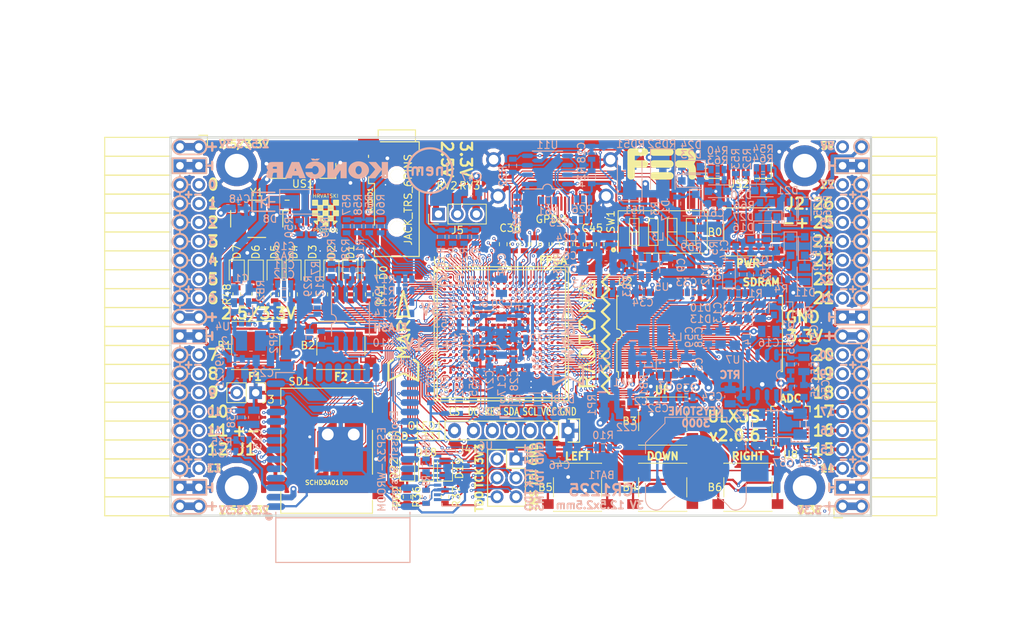
<source format=kicad_pcb>
(kicad_pcb (version 20171130) (host pcbnew 5.0.0-rc3+dfsg1-2)
  (layers (0 F.Cu signal) (1 In1.Cu signal) (2 In2.Cu signal) (31 B.Cu signal) (34 B.Paste user) (35 F.Paste user hide) (36 B.SilkS user) (37 F.SilkS user hide) (38 B.Mask user) (39 F.Mask user hide) (44 Edge.Cuts user))
  (net 0 "")
  (net 1 GND)
  (net 2 +5V)
  (net 3 /gpio/IN5V)
  (net 4 /gpio/OUT5V)
  (net 5 +3V3)
  (net 6 BTN_D)
  (net 7 BTN_F1)
  (net 8 BTN_F2)
  (net 9 BTN_L)
  (net 10 BTN_R)
  (net 11 BTN_U)
  (net 12 /power/FB1)
  (net 13 +2V5)
  (net 14 /power/PWREN)
  (net 15 /power/FB3)
  (net 16 /power/FB2)
  (net 17 /power/VBAT)
  (net 18 JTAG_TDI)
  (net 19 JTAG_TCK)
  (net 20 JTAG_TMS)
  (net 21 JTAG_TDO)
  (net 22 /power/WAKEUPn)
  (net 23 /power/WKUP)
  (net 24 /power/SHUT)
  (net 25 /power/WAKE)
  (net 26 /power/HOLD)
  (net 27 /power/WKn)
  (net 28 /power/OSCI_32k)
  (net 29 /power/OSCO_32k)
  (net 30 SHUTDOWN)
  (net 31 GPDI_SDA)
  (net 32 GPDI_SCL)
  (net 33 /gpdi/VREF2)
  (net 34 SD_CMD)
  (net 35 SD_CLK)
  (net 36 SD_D0)
  (net 37 SD_D1)
  (net 38 USB5V)
  (net 39 GPDI_CEC)
  (net 40 nRESET)
  (net 41 FTDI_nDTR)
  (net 42 SDRAM_CKE)
  (net 43 SDRAM_A7)
  (net 44 SDRAM_D15)
  (net 45 SDRAM_BA1)
  (net 46 SDRAM_D7)
  (net 47 SDRAM_A6)
  (net 48 SDRAM_CLK)
  (net 49 SDRAM_D13)
  (net 50 SDRAM_BA0)
  (net 51 SDRAM_D6)
  (net 52 SDRAM_A5)
  (net 53 SDRAM_D14)
  (net 54 SDRAM_A11)
  (net 55 SDRAM_D12)
  (net 56 SDRAM_D5)
  (net 57 SDRAM_A4)
  (net 58 SDRAM_A10)
  (net 59 SDRAM_D11)
  (net 60 SDRAM_A3)
  (net 61 SDRAM_D4)
  (net 62 SDRAM_D10)
  (net 63 SDRAM_D9)
  (net 64 SDRAM_A9)
  (net 65 SDRAM_D3)
  (net 66 SDRAM_D8)
  (net 67 SDRAM_A8)
  (net 68 SDRAM_A2)
  (net 69 SDRAM_A1)
  (net 70 SDRAM_A0)
  (net 71 SDRAM_D2)
  (net 72 SDRAM_D1)
  (net 73 SDRAM_D0)
  (net 74 SDRAM_DQM0)
  (net 75 SDRAM_nCS)
  (net 76 SDRAM_nRAS)
  (net 77 SDRAM_DQM1)
  (net 78 SDRAM_nCAS)
  (net 79 SDRAM_nWE)
  (net 80 /flash/FLASH_nWP)
  (net 81 /flash/FLASH_nHOLD)
  (net 82 /flash/FLASH_MOSI)
  (net 83 /flash/FLASH_MISO)
  (net 84 /flash/FLASH_SCK)
  (net 85 /flash/FLASH_nCS)
  (net 86 /flash/FPGA_PROGRAMN)
  (net 87 /flash/FPGA_DONE)
  (net 88 /flash/FPGA_INITN)
  (net 89 OLED_RES)
  (net 90 OLED_DC)
  (net 91 OLED_CS)
  (net 92 WIFI_EN)
  (net 93 FTDI_nRTS)
  (net 94 FTDI_TXD)
  (net 95 FTDI_RXD)
  (net 96 WIFI_RXD)
  (net 97 WIFI_GPIO0)
  (net 98 WIFI_TXD)
  (net 99 USB_FTDI_D+)
  (net 100 USB_FTDI_D-)
  (net 101 SD_D3)
  (net 102 AUDIO_L3)
  (net 103 AUDIO_L2)
  (net 104 AUDIO_L1)
  (net 105 AUDIO_L0)
  (net 106 AUDIO_R3)
  (net 107 AUDIO_R2)
  (net 108 AUDIO_R1)
  (net 109 AUDIO_R0)
  (net 110 OLED_CLK)
  (net 111 OLED_MOSI)
  (net 112 LED0)
  (net 113 LED1)
  (net 114 LED2)
  (net 115 LED3)
  (net 116 LED4)
  (net 117 LED5)
  (net 118 LED6)
  (net 119 LED7)
  (net 120 BTN_PWRn)
  (net 121 FTDI_nTXLED)
  (net 122 FTDI_nSLEEP)
  (net 123 /blinkey/LED_PWREN)
  (net 124 /blinkey/LED_TXLED)
  (net 125 /sdcard/SD3V3)
  (net 126 SD_D2)
  (net 127 CLK_25MHz)
  (net 128 /blinkey/BTNPUL)
  (net 129 /blinkey/BTNPUR)
  (net 130 USB_FPGA_D+)
  (net 131 /power/FTDI_nSUSPEND)
  (net 132 /blinkey/ALED0)
  (net 133 /blinkey/ALED1)
  (net 134 /blinkey/ALED2)
  (net 135 /blinkey/ALED3)
  (net 136 /blinkey/ALED4)
  (net 137 /blinkey/ALED5)
  (net 138 /blinkey/ALED6)
  (net 139 /blinkey/ALED7)
  (net 140 /usb/FTD-)
  (net 141 /usb/FTD+)
  (net 142 ADC_MISO)
  (net 143 ADC_MOSI)
  (net 144 ADC_CSn)
  (net 145 ADC_SCLK)
  (net 146 SW3)
  (net 147 SW2)
  (net 148 SW1)
  (net 149 USB_FPGA_D-)
  (net 150 /usb/FPD+)
  (net 151 /usb/FPD-)
  (net 152 WIFI_GPIO16)
  (net 153 /usb/ANT_433MHz)
  (net 154 PROG_DONE)
  (net 155 /power/P3V3)
  (net 156 /power/P2V5)
  (net 157 /power/L1)
  (net 158 /power/L3)
  (net 159 /power/L2)
  (net 160 FTDI_TXDEN)
  (net 161 SDRAM_A12)
  (net 162 /analog/AUDIO_V)
  (net 163 AUDIO_V3)
  (net 164 AUDIO_V2)
  (net 165 AUDIO_V1)
  (net 166 AUDIO_V0)
  (net 167 /blinkey/LED_WIFI)
  (net 168 /power/P1V1)
  (net 169 +1V1)
  (net 170 SW4)
  (net 171 /blinkey/SWPU)
  (net 172 /wifi/WIFIEN)
  (net 173 FT2V5)
  (net 174 GN0)
  (net 175 GP0)
  (net 176 GN1)
  (net 177 GP1)
  (net 178 GN2)
  (net 179 GP2)
  (net 180 GN3)
  (net 181 GP3)
  (net 182 GN4)
  (net 183 GP4)
  (net 184 GN5)
  (net 185 GP5)
  (net 186 GN6)
  (net 187 GP6)
  (net 188 GN14)
  (net 189 GP14)
  (net 190 GN15)
  (net 191 GP15)
  (net 192 GN16)
  (net 193 GP16)
  (net 194 GN17)
  (net 195 GP17)
  (net 196 GN18)
  (net 197 GP18)
  (net 198 GN19)
  (net 199 GP19)
  (net 200 GN20)
  (net 201 GP20)
  (net 202 GN21)
  (net 203 GP21)
  (net 204 GN22)
  (net 205 GP22)
  (net 206 GN23)
  (net 207 GP23)
  (net 208 GN24)
  (net 209 GP24)
  (net 210 GN25)
  (net 211 GP25)
  (net 212 GN26)
  (net 213 GP26)
  (net 214 GN27)
  (net 215 GP27)
  (net 216 GN7)
  (net 217 GP7)
  (net 218 GN8)
  (net 219 GP8)
  (net 220 GN9)
  (net 221 GP9)
  (net 222 GN10)
  (net 223 GP10)
  (net 224 GN11)
  (net 225 GP11)
  (net 226 GN12)
  (net 227 GP12)
  (net 228 GN13)
  (net 229 GP13)
  (net 230 WIFI_GPIO5)
  (net 231 WIFI_GPIO17)
  (net 232 USB_FPGA_PULL_D+)
  (net 233 USB_FPGA_PULL_D-)
  (net 234 "Net-(D23-Pad2)")
  (net 235 "Net-(D24-Pad1)")
  (net 236 "Net-(D25-Pad2)")
  (net 237 "Net-(D26-Pad1)")
  (net 238 /gpdi/GPDI_ETH+)
  (net 239 FPDI_ETH+)
  (net 240 /gpdi/GPDI_ETH-)
  (net 241 FPDI_ETH-)
  (net 242 /gpdi/GPDI_D2-)
  (net 243 FPDI_D2-)
  (net 244 /gpdi/GPDI_D1-)
  (net 245 FPDI_D1-)
  (net 246 /gpdi/GPDI_D0-)
  (net 247 FPDI_D0-)
  (net 248 /gpdi/GPDI_CLK-)
  (net 249 FPDI_CLK-)
  (net 250 /gpdi/GPDI_D2+)
  (net 251 FPDI_D2+)
  (net 252 /gpdi/GPDI_D1+)
  (net 253 FPDI_D1+)
  (net 254 /gpdi/GPDI_D0+)
  (net 255 FPDI_D0+)
  (net 256 /gpdi/GPDI_CLK+)
  (net 257 FPDI_CLK+)
  (net 258 FPDI_SDA)
  (net 259 FPDI_SCL)
  (net 260 /gpdi/FPDI_CEC)
  (net 261 2V5_3V3)
  (net 262 "Net-(AUDIO1-Pad5)")
  (net 263 "Net-(AUDIO1-Pad6)")
  (net 264 "Net-(U1-PadA15)")
  (net 265 "Net-(U1-PadC9)")
  (net 266 "Net-(U1-PadD9)")
  (net 267 "Net-(U1-PadD10)")
  (net 268 "Net-(U1-PadD11)")
  (net 269 "Net-(U1-PadD12)")
  (net 270 "Net-(U1-PadE6)")
  (net 271 "Net-(U1-PadE9)")
  (net 272 "Net-(U1-PadE10)")
  (net 273 "Net-(U1-PadE11)")
  (net 274 "Net-(U1-PadJ4)")
  (net 275 "Net-(U1-PadJ5)")
  (net 276 "Net-(U1-PadK5)")
  (net 277 "Net-(U1-PadL5)")
  (net 278 "Net-(U1-PadM5)")
  (net 279 SD_CD)
  (net 280 SD_WP)
  (net 281 "Net-(U1-PadR3)")
  (net 282 "Net-(U1-PadT16)")
  (net 283 "Net-(U1-PadW4)")
  (net 284 "Net-(U1-PadW5)")
  (net 285 "Net-(U1-PadW8)")
  (net 286 "Net-(U1-PadW9)")
  (net 287 "Net-(U1-PadW13)")
  (net 288 "Net-(U1-PadW14)")
  (net 289 "Net-(U1-PadW17)")
  (net 290 "Net-(U1-PadW18)")
  (net 291 FTDI_nRXLED)
  (net 292 "Net-(U8-Pad12)")
  (net 293 "Net-(U8-Pad25)")
  (net 294 "Net-(U9-Pad32)")
  (net 295 "Net-(U9-Pad22)")
  (net 296 "Net-(U9-Pad21)")
  (net 297 "Net-(U9-Pad20)")
  (net 298 "Net-(U9-Pad19)")
  (net 299 "Net-(U9-Pad18)")
  (net 300 "Net-(U9-Pad17)")
  (net 301 "Net-(U9-Pad12)")
  (net 302 "Net-(U9-Pad5)")
  (net 303 "Net-(U9-Pad4)")
  (net 304 "Net-(US1-Pad4)")
  (net 305 "Net-(Y2-Pad3)")
  (net 306 "Net-(Y2-Pad2)")
  (net 307 "Net-(U1-PadK16)")
  (net 308 "Net-(U1-PadK17)")
  (net 309 /usb/US2VBUS)
  (net 310 /power/SHD)
  (net 311 /power/RTCVDD)
  (net 312 "Net-(D27-Pad2)")
  (net 313 US2_ID)
  (net 314 /analog/AUDIO_L)
  (net 315 /analog/AUDIO_R)
  (net 316 /analog/ADC3V3)
  (net 317 PWRBTn)
  (net 318 USER_PROGRAMN)
  (module lfe5bg381:BGA-381_pitch0.8mm_dia0.4mm (layer F.Cu) (at 138.48 87.8)
    (fp_text reference U1 (at -8.2 -9.8) (layer F.SilkS))
    (fp_text value LFE5U-85F-6BG381C)
    (pad Y19 smd circle (at 6.8 7.6) (size 0.4 0.35) (layers F.Cu F.Paste F.Mask) (net 1 GND))
    (pad Y17 smd circle (at 5.2 7.6) (size 0.4 0.35) (layers F.Cu F.Paste F.Mask) (net 1 GND))
    (pad Y16 smd circle (at 4.4 7.6) (size 0.4 0.35) (layers F.Cu F.Paste F.Mask) (net 1 GND))
    (pad Y15 smd circle (at 3.6 7.6) (size 0.4 0.35) (layers F.Cu F.Paste F.Mask) (net 1 GND))
    (pad Y14 smd circle (at 2.8 7.6) (size 0.4 0.35) (layers F.Cu F.Paste F.Mask) (net 1 GND))
    (pad Y12 smd circle (at 1.2 7.6) (size 0.4 0.35) (layers F.Cu F.Paste F.Mask) (net 1 GND))
    (pad Y11 smd circle (at 0.4 7.6) (size 0.4 0.35) (layers F.Cu F.Paste F.Mask) (net 1 GND))
    (pad Y8 smd circle (at -2 7.6) (size 0.4 0.35) (layers F.Cu F.Paste F.Mask) (net 1 GND))
    (pad Y7 smd circle (at -2.8 7.6) (size 0.4 0.35) (layers F.Cu F.Paste F.Mask) (net 1 GND))
    (pad Y6 smd circle (at -3.6 7.6) (size 0.4 0.35) (layers F.Cu F.Paste F.Mask) (net 1 GND))
    (pad Y5 smd circle (at -4.4 7.6) (size 0.4 0.35) (layers F.Cu F.Paste F.Mask) (net 1 GND))
    (pad Y3 smd circle (at -6 7.6) (size 0.4 0.35) (layers F.Cu F.Paste F.Mask) (net 87 /flash/FPGA_DONE))
    (pad Y2 smd circle (at -6.8 7.6) (size 0.4 0.35) (layers F.Cu F.Paste F.Mask) (net 80 /flash/FLASH_nWP))
    (pad W20 smd circle (at 7.6 6.8) (size 0.4 0.35) (layers F.Cu F.Paste F.Mask) (net 1 GND))
    (pad W19 smd circle (at 6.8 6.8) (size 0.4 0.35) (layers F.Cu F.Paste F.Mask) (net 1 GND))
    (pad W18 smd circle (at 6 6.8) (size 0.4 0.35) (layers F.Cu F.Paste F.Mask) (net 290 "Net-(U1-PadW18)"))
    (pad W17 smd circle (at 5.2 6.8) (size 0.4 0.35) (layers F.Cu F.Paste F.Mask) (net 289 "Net-(U1-PadW17)"))
    (pad W16 smd circle (at 4.4 6.8) (size 0.4 0.35) (layers F.Cu F.Paste F.Mask) (net 1 GND))
    (pad W15 smd circle (at 3.6 6.8) (size 0.4 0.35) (layers F.Cu F.Paste F.Mask) (net 1 GND))
    (pad W14 smd circle (at 2.8 6.8) (size 0.4 0.35) (layers F.Cu F.Paste F.Mask) (net 288 "Net-(U1-PadW14)"))
    (pad W13 smd circle (at 2 6.8) (size 0.4 0.35) (layers F.Cu F.Paste F.Mask) (net 287 "Net-(U1-PadW13)"))
    (pad W12 smd circle (at 1.2 6.8) (size 0.4 0.35) (layers F.Cu F.Paste F.Mask) (net 1 GND))
    (pad W11 smd circle (at 0.4 6.8) (size 0.4 0.35) (layers F.Cu F.Paste F.Mask))
    (pad W10 smd circle (at -0.4 6.8) (size 0.4 0.35) (layers F.Cu F.Paste F.Mask))
    (pad W9 smd circle (at -1.2 6.8) (size 0.4 0.35) (layers F.Cu F.Paste F.Mask) (net 286 "Net-(U1-PadW9)"))
    (pad W8 smd circle (at -2 6.8) (size 0.4 0.35) (layers F.Cu F.Paste F.Mask) (net 285 "Net-(U1-PadW8)"))
    (pad W7 smd circle (at -2.8 6.8) (size 0.4 0.35) (layers F.Cu F.Paste F.Mask) (net 1 GND))
    (pad W6 smd circle (at -3.6 6.8) (size 0.4 0.35) (layers F.Cu F.Paste F.Mask) (net 1 GND))
    (pad W5 smd circle (at -4.4 6.8) (size 0.4 0.35) (layers F.Cu F.Paste F.Mask) (net 284 "Net-(U1-PadW5)"))
    (pad W4 smd circle (at -5.2 6.8) (size 0.4 0.35) (layers F.Cu F.Paste F.Mask) (net 283 "Net-(U1-PadW4)"))
    (pad W3 smd circle (at -6 6.8) (size 0.4 0.35) (layers F.Cu F.Paste F.Mask) (net 86 /flash/FPGA_PROGRAMN))
    (pad W2 smd circle (at -6.8 6.8) (size 0.4 0.35) (layers F.Cu F.Paste F.Mask) (net 82 /flash/FLASH_MOSI))
    (pad W1 smd circle (at -7.6 6.8) (size 0.4 0.35) (layers F.Cu F.Paste F.Mask) (net 81 /flash/FLASH_nHOLD))
    (pad V20 smd circle (at 7.6 6) (size 0.4 0.35) (layers F.Cu F.Paste F.Mask) (net 1 GND))
    (pad V19 smd circle (at 6.8 6) (size 0.4 0.35) (layers F.Cu F.Paste F.Mask) (net 1 GND))
    (pad V18 smd circle (at 6 6) (size 0.4 0.35) (layers F.Cu F.Paste F.Mask) (net 1 GND))
    (pad V17 smd circle (at 5.2 6) (size 0.4 0.35) (layers F.Cu F.Paste F.Mask) (net 1 GND))
    (pad V16 smd circle (at 4.4 6) (size 0.4 0.35) (layers F.Cu F.Paste F.Mask) (net 1 GND))
    (pad V15 smd circle (at 3.6 6) (size 0.4 0.35) (layers F.Cu F.Paste F.Mask) (net 1 GND))
    (pad V14 smd circle (at 2.8 6) (size 0.4 0.35) (layers F.Cu F.Paste F.Mask) (net 1 GND))
    (pad V13 smd circle (at 2 6) (size 0.4 0.35) (layers F.Cu F.Paste F.Mask) (net 1 GND))
    (pad V12 smd circle (at 1.2 6) (size 0.4 0.35) (layers F.Cu F.Paste F.Mask) (net 1 GND))
    (pad V11 smd circle (at 0.4 6) (size 0.4 0.35) (layers F.Cu F.Paste F.Mask) (net 1 GND))
    (pad V10 smd circle (at -0.4 6) (size 0.4 0.35) (layers F.Cu F.Paste F.Mask) (net 1 GND))
    (pad V9 smd circle (at -1.2 6) (size 0.4 0.35) (layers F.Cu F.Paste F.Mask) (net 1 GND))
    (pad V8 smd circle (at -2 6) (size 0.4 0.35) (layers F.Cu F.Paste F.Mask) (net 1 GND))
    (pad V7 smd circle (at -2.8 6) (size 0.4 0.35) (layers F.Cu F.Paste F.Mask) (net 1 GND))
    (pad V6 smd circle (at -3.6 6) (size 0.4 0.35) (layers F.Cu F.Paste F.Mask) (net 1 GND))
    (pad V5 smd circle (at -4.4 6) (size 0.4 0.35) (layers F.Cu F.Paste F.Mask) (net 1 GND))
    (pad V4 smd circle (at -5.2 6) (size 0.4 0.35) (layers F.Cu F.Paste F.Mask) (net 21 JTAG_TDO))
    (pad V3 smd circle (at -6 6) (size 0.4 0.35) (layers F.Cu F.Paste F.Mask) (net 88 /flash/FPGA_INITN))
    (pad V2 smd circle (at -6.8 6) (size 0.4 0.35) (layers F.Cu F.Paste F.Mask) (net 83 /flash/FLASH_MISO))
    (pad V1 smd circle (at -7.6 6) (size 0.4 0.35) (layers F.Cu F.Paste F.Mask) (net 6 BTN_D))
    (pad U20 smd circle (at 7.6 5.2) (size 0.4 0.35) (layers F.Cu F.Paste F.Mask) (net 46 SDRAM_D7))
    (pad U19 smd circle (at 6.8 5.2) (size 0.4 0.35) (layers F.Cu F.Paste F.Mask) (net 74 SDRAM_DQM0))
    (pad U18 smd circle (at 6 5.2) (size 0.4 0.35) (layers F.Cu F.Paste F.Mask) (net 189 GP14))
    (pad U17 smd circle (at 5.2 5.2) (size 0.4 0.35) (layers F.Cu F.Paste F.Mask) (net 188 GN14))
    (pad U16 smd circle (at 4.4 5.2) (size 0.4 0.35) (layers F.Cu F.Paste F.Mask) (net 142 ADC_MISO))
    (pad U15 smd circle (at 3.6 5.2) (size 0.4 0.35) (layers F.Cu F.Paste F.Mask) (net 1 GND))
    (pad U14 smd circle (at 2.8 5.2) (size 0.4 0.35) (layers F.Cu F.Paste F.Mask) (net 1 GND))
    (pad U13 smd circle (at 2 5.2) (size 0.4 0.35) (layers F.Cu F.Paste F.Mask) (net 1 GND))
    (pad U12 smd circle (at 1.2 5.2) (size 0.4 0.35) (layers F.Cu F.Paste F.Mask) (net 1 GND))
    (pad U11 smd circle (at 0.4 5.2) (size 0.4 0.35) (layers F.Cu F.Paste F.Mask) (net 1 GND))
    (pad U10 smd circle (at -0.4 5.2) (size 0.4 0.35) (layers F.Cu F.Paste F.Mask) (net 1 GND))
    (pad U9 smd circle (at -1.2 5.2) (size 0.4 0.35) (layers F.Cu F.Paste F.Mask) (net 1 GND))
    (pad U8 smd circle (at -2 5.2) (size 0.4 0.35) (layers F.Cu F.Paste F.Mask) (net 1 GND))
    (pad U7 smd circle (at -2.8 5.2) (size 0.4 0.35) (layers F.Cu F.Paste F.Mask) (net 1 GND))
    (pad U6 smd circle (at -3.6 5.2) (size 0.4 0.35) (layers F.Cu F.Paste F.Mask) (net 1 GND))
    (pad U5 smd circle (at -4.4 5.2) (size 0.4 0.35) (layers F.Cu F.Paste F.Mask) (net 20 JTAG_TMS))
    (pad U4 smd circle (at -5.2 5.2) (size 0.4 0.35) (layers F.Cu F.Paste F.Mask) (net 1 GND))
    (pad U3 smd circle (at -6 5.2) (size 0.4 0.35) (layers F.Cu F.Paste F.Mask) (net 84 /flash/FLASH_SCK))
    (pad U2 smd circle (at -6.8 5.2) (size 0.4 0.35) (layers F.Cu F.Paste F.Mask) (net 5 +3V3))
    (pad U1 smd circle (at -7.6 5.2) (size 0.4 0.35) (layers F.Cu F.Paste F.Mask) (net 9 BTN_L))
    (pad T20 smd circle (at 7.6 4.4) (size 0.4 0.35) (layers F.Cu F.Paste F.Mask) (net 79 SDRAM_nWE))
    (pad T19 smd circle (at 6.8 4.4) (size 0.4 0.35) (layers F.Cu F.Paste F.Mask) (net 78 SDRAM_nCAS))
    (pad T18 smd circle (at 6 4.4) (size 0.4 0.35) (layers F.Cu F.Paste F.Mask) (net 56 SDRAM_D5))
    (pad T17 smd circle (at 5.2 4.4) (size 0.4 0.35) (layers F.Cu F.Paste F.Mask) (net 51 SDRAM_D6))
    (pad T16 smd circle (at 4.4 4.4) (size 0.4 0.35) (layers F.Cu F.Paste F.Mask) (net 282 "Net-(U1-PadT16)"))
    (pad T15 smd circle (at 3.6 4.4) (size 0.4 0.35) (layers F.Cu F.Paste F.Mask) (net 1 GND))
    (pad T14 smd circle (at 2.8 4.4) (size 0.4 0.35) (layers F.Cu F.Paste F.Mask) (net 1 GND))
    (pad T13 smd circle (at 2 4.4) (size 0.4 0.35) (layers F.Cu F.Paste F.Mask) (net 1 GND))
    (pad T12 smd circle (at 1.2 4.4) (size 0.4 0.35) (layers F.Cu F.Paste F.Mask) (net 1 GND))
    (pad T11 smd circle (at 0.4 4.4) (size 0.4 0.35) (layers F.Cu F.Paste F.Mask) (net 1 GND))
    (pad T10 smd circle (at -0.4 4.4) (size 0.4 0.35) (layers F.Cu F.Paste F.Mask) (net 1 GND))
    (pad T9 smd circle (at -1.2 4.4) (size 0.4 0.35) (layers F.Cu F.Paste F.Mask) (net 1 GND))
    (pad T8 smd circle (at -2 4.4) (size 0.4 0.35) (layers F.Cu F.Paste F.Mask) (net 1 GND))
    (pad T7 smd circle (at -2.8 4.4) (size 0.4 0.35) (layers F.Cu F.Paste F.Mask) (net 1 GND))
    (pad T6 smd circle (at -3.6 4.4) (size 0.4 0.35) (layers F.Cu F.Paste F.Mask) (net 1 GND))
    (pad T5 smd circle (at -4.4 4.4) (size 0.4 0.35) (layers F.Cu F.Paste F.Mask) (net 19 JTAG_TCK))
    (pad T4 smd circle (at -5.2 4.4) (size 0.4 0.35) (layers F.Cu F.Paste F.Mask) (net 5 +3V3))
    (pad T3 smd circle (at -6 4.4) (size 0.4 0.35) (layers F.Cu F.Paste F.Mask) (net 5 +3V3))
    (pad T2 smd circle (at -6.8 4.4) (size 0.4 0.35) (layers F.Cu F.Paste F.Mask) (net 5 +3V3))
    (pad T1 smd circle (at -7.6 4.4) (size 0.4 0.35) (layers F.Cu F.Paste F.Mask) (net 8 BTN_F2))
    (pad R20 smd circle (at 7.6 3.6) (size 0.4 0.35) (layers F.Cu F.Paste F.Mask) (net 76 SDRAM_nRAS))
    (pad R19 smd circle (at 6.8 3.6) (size 0.4 0.35) (layers F.Cu F.Paste F.Mask) (net 1 GND))
    (pad R18 smd circle (at 6 3.6) (size 0.4 0.35) (layers F.Cu F.Paste F.Mask) (net 11 BTN_U))
    (pad R17 smd circle (at 5.2 3.6) (size 0.4 0.35) (layers F.Cu F.Paste F.Mask) (net 144 ADC_CSn))
    (pad R16 smd circle (at 4.4 3.6) (size 0.4 0.35) (layers F.Cu F.Paste F.Mask) (net 143 ADC_MOSI))
    (pad R5 smd circle (at -4.4 3.6) (size 0.4 0.35) (layers F.Cu F.Paste F.Mask) (net 18 JTAG_TDI))
    (pad R4 smd circle (at -5.2 3.6) (size 0.4 0.35) (layers F.Cu F.Paste F.Mask) (net 1 GND))
    (pad R3 smd circle (at -6 3.6) (size 0.4 0.35) (layers F.Cu F.Paste F.Mask) (net 281 "Net-(U1-PadR3)"))
    (pad R2 smd circle (at -6.8 3.6) (size 0.4 0.35) (layers F.Cu F.Paste F.Mask) (net 85 /flash/FLASH_nCS))
    (pad R1 smd circle (at -7.6 3.6) (size 0.4 0.35) (layers F.Cu F.Paste F.Mask) (net 7 BTN_F1))
    (pad P20 smd circle (at 7.6 2.8) (size 0.4 0.35) (layers F.Cu F.Paste F.Mask) (net 75 SDRAM_nCS))
    (pad P19 smd circle (at 6.8 2.8) (size 0.4 0.35) (layers F.Cu F.Paste F.Mask) (net 50 SDRAM_BA0))
    (pad P18 smd circle (at 6 2.8) (size 0.4 0.35) (layers F.Cu F.Paste F.Mask) (net 61 SDRAM_D4))
    (pad P17 smd circle (at 5.2 2.8) (size 0.4 0.35) (layers F.Cu F.Paste F.Mask) (net 145 ADC_SCLK))
    (pad P16 smd circle (at 4.4 2.8) (size 0.4 0.35) (layers F.Cu F.Paste F.Mask) (net 190 GN15))
    (pad P15 smd circle (at 3.6 2.8) (size 0.4 0.35) (layers F.Cu F.Paste F.Mask) (net 13 +2V5))
    (pad P14 smd circle (at 2.8 2.8) (size 0.4 0.35) (layers F.Cu F.Paste F.Mask) (net 1 GND))
    (pad P13 smd circle (at 2 2.8) (size 0.4 0.35) (layers F.Cu F.Paste F.Mask) (net 1 GND))
    (pad P12 smd circle (at 1.2 2.8) (size 0.4 0.35) (layers F.Cu F.Paste F.Mask) (net 1 GND))
    (pad P11 smd circle (at 0.4 2.8) (size 0.4 0.35) (layers F.Cu F.Paste F.Mask) (net 1 GND))
    (pad P10 smd circle (at -0.4 2.8) (size 0.4 0.35) (layers F.Cu F.Paste F.Mask) (net 5 +3V3))
    (pad P9 smd circle (at -1.2 2.8) (size 0.4 0.35) (layers F.Cu F.Paste F.Mask) (net 5 +3V3))
    (pad P8 smd circle (at -2 2.8) (size 0.4 0.35) (layers F.Cu F.Paste F.Mask) (net 1 GND))
    (pad P7 smd circle (at -2.8 2.8) (size 0.4 0.35) (layers F.Cu F.Paste F.Mask) (net 1 GND))
    (pad P6 smd circle (at -3.6 2.8) (size 0.4 0.35) (layers F.Cu F.Paste F.Mask) (net 13 +2V5))
    (pad P5 smd circle (at -4.4 2.8) (size 0.4 0.35) (layers F.Cu F.Paste F.Mask) (net 280 SD_WP))
    (pad P4 smd circle (at -5.2 2.8) (size 0.4 0.35) (layers F.Cu F.Paste F.Mask) (net 110 OLED_CLK))
    (pad P3 smd circle (at -6 2.8) (size 0.4 0.35) (layers F.Cu F.Paste F.Mask) (net 111 OLED_MOSI))
    (pad P2 smd circle (at -6.8 2.8) (size 0.4 0.35) (layers F.Cu F.Paste F.Mask) (net 89 OLED_RES))
    (pad P1 smd circle (at -7.6 2.8) (size 0.4 0.35) (layers F.Cu F.Paste F.Mask) (net 90 OLED_DC))
    (pad N20 smd circle (at 7.6 2) (size 0.4 0.35) (layers F.Cu F.Paste F.Mask) (net 45 SDRAM_BA1))
    (pad N19 smd circle (at 6.8 2) (size 0.4 0.35) (layers F.Cu F.Paste F.Mask) (net 58 SDRAM_A10))
    (pad N18 smd circle (at 6 2) (size 0.4 0.35) (layers F.Cu F.Paste F.Mask) (net 65 SDRAM_D3))
    (pad N17 smd circle (at 5.2 2) (size 0.4 0.35) (layers F.Cu F.Paste F.Mask) (net 191 GP15))
    (pad N16 smd circle (at 4.4 2) (size 0.4 0.35) (layers F.Cu F.Paste F.Mask) (net 193 GP16))
    (pad N15 smd circle (at 3.6 2) (size 0.4 0.35) (layers F.Cu F.Paste F.Mask) (net 1 GND))
    (pad N14 smd circle (at 2.8 2) (size 0.4 0.35) (layers F.Cu F.Paste F.Mask) (net 1 GND))
    (pad N13 smd circle (at 2 2) (size 0.4 0.35) (layers F.Cu F.Paste F.Mask) (net 169 +1V1))
    (pad N12 smd circle (at 1.2 2) (size 0.4 0.35) (layers F.Cu F.Paste F.Mask) (net 169 +1V1))
    (pad N11 smd circle (at 0.4 2) (size 0.4 0.35) (layers F.Cu F.Paste F.Mask) (net 169 +1V1))
    (pad N10 smd circle (at -0.4 2) (size 0.4 0.35) (layers F.Cu F.Paste F.Mask) (net 169 +1V1))
    (pad N9 smd circle (at -1.2 2) (size 0.4 0.35) (layers F.Cu F.Paste F.Mask) (net 169 +1V1))
    (pad N8 smd circle (at -2 2) (size 0.4 0.35) (layers F.Cu F.Paste F.Mask) (net 169 +1V1))
    (pad N7 smd circle (at -2.8 2) (size 0.4 0.35) (layers F.Cu F.Paste F.Mask) (net 1 GND))
    (pad N6 smd circle (at -3.6 2) (size 0.4 0.35) (layers F.Cu F.Paste F.Mask) (net 1 GND))
    (pad N5 smd circle (at -4.4 2) (size 0.4 0.35) (layers F.Cu F.Paste F.Mask) (net 279 SD_CD))
    (pad N4 smd circle (at -5.2 2) (size 0.4 0.35) (layers F.Cu F.Paste F.Mask) (net 230 WIFI_GPIO5))
    (pad N3 smd circle (at -6 2) (size 0.4 0.35) (layers F.Cu F.Paste F.Mask) (net 231 WIFI_GPIO17))
    (pad N2 smd circle (at -6.8 2) (size 0.4 0.35) (layers F.Cu F.Paste F.Mask) (net 91 OLED_CS))
    (pad N1 smd circle (at -7.6 2) (size 0.4 0.35) (layers F.Cu F.Paste F.Mask) (net 41 FTDI_nDTR))
    (pad M20 smd circle (at 7.6 1.2) (size 0.4 0.35) (layers F.Cu F.Paste F.Mask) (net 70 SDRAM_A0))
    (pad M19 smd circle (at 6.8 1.2) (size 0.4 0.35) (layers F.Cu F.Paste F.Mask) (net 69 SDRAM_A1))
    (pad M18 smd circle (at 6 1.2) (size 0.4 0.35) (layers F.Cu F.Paste F.Mask) (net 71 SDRAM_D2))
    (pad M17 smd circle (at 5.2 1.2) (size 0.4 0.35) (layers F.Cu F.Paste F.Mask) (net 192 GN16))
    (pad M16 smd circle (at 4.4 1.2) (size 0.4 0.35) (layers F.Cu F.Paste F.Mask) (net 1 GND))
    (pad M15 smd circle (at 3.6 1.2) (size 0.4 0.35) (layers F.Cu F.Paste F.Mask) (net 5 +3V3))
    (pad M14 smd circle (at 2.8 1.2) (size 0.4 0.35) (layers F.Cu F.Paste F.Mask) (net 1 GND))
    (pad M13 smd circle (at 2 1.2) (size 0.4 0.35) (layers F.Cu F.Paste F.Mask) (net 169 +1V1))
    (pad M12 smd circle (at 1.2 1.2) (size 0.4 0.35) (layers F.Cu F.Paste F.Mask) (net 1 GND))
    (pad M11 smd circle (at 0.4 1.2) (size 0.4 0.35) (layers F.Cu F.Paste F.Mask) (net 1 GND))
    (pad M10 smd circle (at -0.4 1.2) (size 0.4 0.35) (layers F.Cu F.Paste F.Mask) (net 1 GND))
    (pad M9 smd circle (at -1.2 1.2) (size 0.4 0.35) (layers F.Cu F.Paste F.Mask) (net 1 GND))
    (pad M8 smd circle (at -2 1.2) (size 0.4 0.35) (layers F.Cu F.Paste F.Mask) (net 169 +1V1))
    (pad M7 smd circle (at -2.8 1.2) (size 0.4 0.35) (layers F.Cu F.Paste F.Mask) (net 1 GND))
    (pad M6 smd circle (at -3.6 1.2) (size 0.4 0.35) (layers F.Cu F.Paste F.Mask) (net 5 +3V3))
    (pad M5 smd circle (at -4.4 1.2) (size 0.4 0.35) (layers F.Cu F.Paste F.Mask) (net 278 "Net-(U1-PadM5)"))
    (pad M4 smd circle (at -5.2 1.2) (size 0.4 0.35) (layers F.Cu F.Paste F.Mask) (net 318 USER_PROGRAMN))
    (pad M3 smd circle (at -6 1.2) (size 0.4 0.35) (layers F.Cu F.Paste F.Mask) (net 93 FTDI_nRTS))
    (pad M2 smd circle (at -6.8 1.2) (size 0.4 0.35) (layers F.Cu F.Paste F.Mask) (net 1 GND))
    (pad M1 smd circle (at -7.6 1.2) (size 0.4 0.35) (layers F.Cu F.Paste F.Mask) (net 94 FTDI_TXD))
    (pad L20 smd circle (at 7.6 0.4) (size 0.4 0.35) (layers F.Cu F.Paste F.Mask) (net 68 SDRAM_A2))
    (pad L19 smd circle (at 6.8 0.4) (size 0.4 0.35) (layers F.Cu F.Paste F.Mask) (net 60 SDRAM_A3))
    (pad L18 smd circle (at 6 0.4) (size 0.4 0.35) (layers F.Cu F.Paste F.Mask) (net 72 SDRAM_D1))
    (pad L17 smd circle (at 5.2 0.4) (size 0.4 0.35) (layers F.Cu F.Paste F.Mask) (net 194 GN17))
    (pad L16 smd circle (at 4.4 0.4) (size 0.4 0.35) (layers F.Cu F.Paste F.Mask) (net 195 GP17))
    (pad L15 smd circle (at 3.6 0.4) (size 0.4 0.35) (layers F.Cu F.Paste F.Mask) (net 5 +3V3))
    (pad L14 smd circle (at 2.8 0.4) (size 0.4 0.35) (layers F.Cu F.Paste F.Mask) (net 5 +3V3))
    (pad L13 smd circle (at 2 0.4) (size 0.4 0.35) (layers F.Cu F.Paste F.Mask) (net 169 +1V1))
    (pad L12 smd circle (at 1.2 0.4) (size 0.4 0.35) (layers F.Cu F.Paste F.Mask) (net 1 GND))
    (pad L11 smd circle (at 0.4 0.4) (size 0.4 0.35) (layers F.Cu F.Paste F.Mask) (net 1 GND))
    (pad L10 smd circle (at -0.4 0.4) (size 0.4 0.35) (layers F.Cu F.Paste F.Mask) (net 1 GND))
    (pad L9 smd circle (at -1.2 0.4) (size 0.4 0.35) (layers F.Cu F.Paste F.Mask) (net 1 GND))
    (pad L8 smd circle (at -2 0.4) (size 0.4 0.35) (layers F.Cu F.Paste F.Mask) (net 169 +1V1))
    (pad L7 smd circle (at -2.8 0.4) (size 0.4 0.35) (layers F.Cu F.Paste F.Mask) (net 5 +3V3))
    (pad L6 smd circle (at -3.6 0.4) (size 0.4 0.35) (layers F.Cu F.Paste F.Mask) (net 5 +3V3))
    (pad L5 smd circle (at -4.4 0.4) (size 0.4 0.35) (layers F.Cu F.Paste F.Mask) (net 277 "Net-(U1-PadL5)"))
    (pad L4 smd circle (at -5.2 0.4) (size 0.4 0.35) (layers F.Cu F.Paste F.Mask) (net 95 FTDI_RXD))
    (pad L3 smd circle (at -6 0.4) (size 0.4 0.35) (layers F.Cu F.Paste F.Mask) (net 160 FTDI_TXDEN))
    (pad L2 smd circle (at -6.8 0.4) (size 0.4 0.35) (layers F.Cu F.Paste F.Mask) (net 97 WIFI_GPIO0))
    (pad L1 smd circle (at -7.6 0.4) (size 0.4 0.35) (layers F.Cu F.Paste F.Mask) (net 152 WIFI_GPIO16))
    (pad K20 smd circle (at 7.6 -0.4) (size 0.4 0.35) (layers F.Cu F.Paste F.Mask) (net 57 SDRAM_A4))
    (pad K19 smd circle (at 6.8 -0.4) (size 0.4 0.35) (layers F.Cu F.Paste F.Mask) (net 52 SDRAM_A5))
    (pad K18 smd circle (at 6 -0.4) (size 0.4 0.35) (layers F.Cu F.Paste F.Mask) (net 47 SDRAM_A6))
    (pad K17 smd circle (at 5.2 -0.4) (size 0.4 0.35) (layers F.Cu F.Paste F.Mask) (net 308 "Net-(U1-PadK17)"))
    (pad K16 smd circle (at 4.4 -0.4) (size 0.4 0.35) (layers F.Cu F.Paste F.Mask) (net 307 "Net-(U1-PadK16)"))
    (pad K15 smd circle (at 3.6 -0.4) (size 0.4 0.35) (layers F.Cu F.Paste F.Mask) (net 1 GND))
    (pad K14 smd circle (at 2.8 -0.4) (size 0.4 0.35) (layers F.Cu F.Paste F.Mask) (net 1 GND))
    (pad K13 smd circle (at 2 -0.4) (size 0.4 0.35) (layers F.Cu F.Paste F.Mask) (net 169 +1V1))
    (pad K12 smd circle (at 1.2 -0.4) (size 0.4 0.35) (layers F.Cu F.Paste F.Mask) (net 1 GND))
    (pad K11 smd circle (at 0.4 -0.4) (size 0.4 0.35) (layers F.Cu F.Paste F.Mask) (net 1 GND))
    (pad K10 smd circle (at -0.4 -0.4) (size 0.4 0.35) (layers F.Cu F.Paste F.Mask) (net 1 GND))
    (pad K9 smd circle (at -1.2 -0.4) (size 0.4 0.35) (layers F.Cu F.Paste F.Mask) (net 1 GND))
    (pad K8 smd circle (at -2 -0.4) (size 0.4 0.35) (layers F.Cu F.Paste F.Mask) (net 169 +1V1))
    (pad K7 smd circle (at -2.8 -0.4) (size 0.4 0.35) (layers F.Cu F.Paste F.Mask) (net 1 GND))
    (pad K6 smd circle (at -3.6 -0.4) (size 0.4 0.35) (layers F.Cu F.Paste F.Mask) (net 1 GND))
    (pad K5 smd circle (at -4.4 -0.4) (size 0.4 0.35) (layers F.Cu F.Paste F.Mask) (net 276 "Net-(U1-PadK5)"))
    (pad K4 smd circle (at -5.2 -0.4) (size 0.4 0.35) (layers F.Cu F.Paste F.Mask) (net 98 WIFI_TXD))
    (pad K3 smd circle (at -6 -0.4) (size 0.4 0.35) (layers F.Cu F.Paste F.Mask) (net 96 WIFI_RXD))
    (pad K2 smd circle (at -6.8 -0.4) (size 0.4 0.35) (layers F.Cu F.Paste F.Mask) (net 101 SD_D3))
    (pad K1 smd circle (at -7.6 -0.4) (size 0.4 0.35) (layers F.Cu F.Paste F.Mask) (net 126 SD_D2))
    (pad J20 smd circle (at 7.6 -1.2) (size 0.4 0.35) (layers F.Cu F.Paste F.Mask) (net 43 SDRAM_A7))
    (pad J19 smd circle (at 6.8 -1.2) (size 0.4 0.35) (layers F.Cu F.Paste F.Mask) (net 67 SDRAM_A8))
    (pad J18 smd circle (at 6 -1.2) (size 0.4 0.35) (layers F.Cu F.Paste F.Mask) (net 53 SDRAM_D14))
    (pad J17 smd circle (at 5.2 -1.2) (size 0.4 0.35) (layers F.Cu F.Paste F.Mask) (net 44 SDRAM_D15))
    (pad J16 smd circle (at 4.4 -1.2) (size 0.4 0.35) (layers F.Cu F.Paste F.Mask) (net 73 SDRAM_D0))
    (pad J15 smd circle (at 3.6 -1.2) (size 0.4 0.35) (layers F.Cu F.Paste F.Mask) (net 5 +3V3))
    (pad J14 smd circle (at 2.8 -1.2) (size 0.4 0.35) (layers F.Cu F.Paste F.Mask) (net 1 GND))
    (pad J13 smd circle (at 2 -1.2) (size 0.4 0.35) (layers F.Cu F.Paste F.Mask) (net 169 +1V1))
    (pad J12 smd circle (at 1.2 -1.2) (size 0.4 0.35) (layers F.Cu F.Paste F.Mask) (net 1 GND))
    (pad J11 smd circle (at 0.4 -1.2) (size 0.4 0.35) (layers F.Cu F.Paste F.Mask) (net 1 GND))
    (pad J10 smd circle (at -0.4 -1.2) (size 0.4 0.35) (layers F.Cu F.Paste F.Mask) (net 1 GND))
    (pad J9 smd circle (at -1.2 -1.2) (size 0.4 0.35) (layers F.Cu F.Paste F.Mask) (net 1 GND))
    (pad J8 smd circle (at -2 -1.2) (size 0.4 0.35) (layers F.Cu F.Paste F.Mask) (net 169 +1V1))
    (pad J7 smd circle (at -2.8 -1.2) (size 0.4 0.35) (layers F.Cu F.Paste F.Mask) (net 1 GND))
    (pad J6 smd circle (at -3.6 -1.2) (size 0.4 0.35) (layers F.Cu F.Paste F.Mask) (net 261 2V5_3V3))
    (pad J5 smd circle (at -4.4 -1.2) (size 0.4 0.35) (layers F.Cu F.Paste F.Mask) (net 275 "Net-(U1-PadJ5)"))
    (pad J4 smd circle (at -5.2 -1.2) (size 0.4 0.35) (layers F.Cu F.Paste F.Mask) (net 274 "Net-(U1-PadJ4)"))
    (pad J3 smd circle (at -6 -1.2) (size 0.4 0.35) (layers F.Cu F.Paste F.Mask) (net 36 SD_D0))
    (pad J2 smd circle (at -6.8 -1.2) (size 0.4 0.35) (layers F.Cu F.Paste F.Mask) (net 1 GND))
    (pad J1 smd circle (at -7.6 -1.2) (size 0.4 0.35) (layers F.Cu F.Paste F.Mask) (net 34 SD_CMD))
    (pad H20 smd circle (at 7.6 -2) (size 0.4 0.35) (layers F.Cu F.Paste F.Mask) (net 64 SDRAM_A9))
    (pad H19 smd circle (at 6.8 -2) (size 0.4 0.35) (layers F.Cu F.Paste F.Mask) (net 1 GND))
    (pad H18 smd circle (at 6 -2) (size 0.4 0.35) (layers F.Cu F.Paste F.Mask) (net 197 GP18))
    (pad H17 smd circle (at 5.2 -2) (size 0.4 0.35) (layers F.Cu F.Paste F.Mask) (net 196 GN18))
    (pad H16 smd circle (at 4.4 -2) (size 0.4 0.35) (layers F.Cu F.Paste F.Mask) (net 10 BTN_R))
    (pad H15 smd circle (at 3.6 -2) (size 0.4 0.35) (layers F.Cu F.Paste F.Mask) (net 5 +3V3))
    (pad H14 smd circle (at 2.8 -2) (size 0.4 0.35) (layers F.Cu F.Paste F.Mask) (net 5 +3V3))
    (pad H13 smd circle (at 2 -2) (size 0.4 0.35) (layers F.Cu F.Paste F.Mask) (net 169 +1V1))
    (pad H12 smd circle (at 1.2 -2) (size 0.4 0.35) (layers F.Cu F.Paste F.Mask) (net 169 +1V1))
    (pad H11 smd circle (at 0.4 -2) (size 0.4 0.35) (layers F.Cu F.Paste F.Mask) (net 169 +1V1))
    (pad H10 smd circle (at -0.4 -2) (size 0.4 0.35) (layers F.Cu F.Paste F.Mask) (net 169 +1V1))
    (pad H9 smd circle (at -1.2 -2) (size 0.4 0.35) (layers F.Cu F.Paste F.Mask) (net 169 +1V1))
    (pad H8 smd circle (at -2 -2) (size 0.4 0.35) (layers F.Cu F.Paste F.Mask) (net 169 +1V1))
    (pad H7 smd circle (at -2.8 -2) (size 0.4 0.35) (layers F.Cu F.Paste F.Mask) (net 261 2V5_3V3))
    (pad H6 smd circle (at -3.6 -2) (size 0.4 0.35) (layers F.Cu F.Paste F.Mask) (net 261 2V5_3V3))
    (pad H5 smd circle (at -4.4 -2) (size 0.4 0.35) (layers F.Cu F.Paste F.Mask) (net 166 AUDIO_V0))
    (pad H4 smd circle (at -5.2 -2) (size 0.4 0.35) (layers F.Cu F.Paste F.Mask) (net 229 GP13))
    (pad H3 smd circle (at -6 -2) (size 0.4 0.35) (layers F.Cu F.Paste F.Mask) (net 119 LED7))
    (pad H2 smd circle (at -6.8 -2) (size 0.4 0.35) (layers F.Cu F.Paste F.Mask) (net 35 SD_CLK))
    (pad H1 smd circle (at -7.6 -2) (size 0.4 0.35) (layers F.Cu F.Paste F.Mask) (net 37 SD_D1))
    (pad G20 smd circle (at 7.6 -2.8) (size 0.4 0.35) (layers F.Cu F.Paste F.Mask) (net 54 SDRAM_A11))
    (pad G19 smd circle (at 6.8 -2.8) (size 0.4 0.35) (layers F.Cu F.Paste F.Mask) (net 161 SDRAM_A12))
    (pad G18 smd circle (at 6 -2.8) (size 0.4 0.35) (layers F.Cu F.Paste F.Mask) (net 198 GN19))
    (pad G17 smd circle (at 5.2 -2.8) (size 0.4 0.35) (layers F.Cu F.Paste F.Mask) (net 1 GND))
    (pad G16 smd circle (at 4.4 -2.8) (size 0.4 0.35) (layers F.Cu F.Paste F.Mask) (net 30 SHUTDOWN))
    (pad G15 smd circle (at 3.6 -2.8) (size 0.4 0.35) (layers F.Cu F.Paste F.Mask) (net 1 GND))
    (pad G14 smd circle (at 2.8 -2.8) (size 0.4 0.35) (layers F.Cu F.Paste F.Mask) (net 1 GND))
    (pad G13 smd circle (at 2 -2.8) (size 0.4 0.35) (layers F.Cu F.Paste F.Mask) (net 1 GND))
    (pad G12 smd circle (at 1.2 -2.8) (size 0.4 0.35) (layers F.Cu F.Paste F.Mask) (net 1 GND))
    (pad G11 smd circle (at 0.4 -2.8) (size 0.4 0.35) (layers F.Cu F.Paste F.Mask) (net 1 GND))
    (pad G10 smd circle (at -0.4 -2.8) (size 0.4 0.35) (layers F.Cu F.Paste F.Mask) (net 1 GND))
    (pad G9 smd circle (at -1.2 -2.8) (size 0.4 0.35) (layers F.Cu F.Paste F.Mask) (net 1 GND))
    (pad G8 smd circle (at -2 -2.8) (size 0.4 0.35) (layers F.Cu F.Paste F.Mask) (net 1 GND))
    (pad G7 smd circle (at -2.8 -2.8) (size 0.4 0.35) (layers F.Cu F.Paste F.Mask) (net 1 GND))
    (pad G6 smd circle (at -3.6 -2.8) (size 0.4 0.35) (layers F.Cu F.Paste F.Mask) (net 1 GND))
    (pad G5 smd circle (at -4.4 -2.8) (size 0.4 0.35) (layers F.Cu F.Paste F.Mask) (net 228 GN13))
    (pad G4 smd circle (at -5.2 -2.8) (size 0.4 0.35) (layers F.Cu F.Paste F.Mask) (net 1 GND))
    (pad G3 smd circle (at -6 -2.8) (size 0.4 0.35) (layers F.Cu F.Paste F.Mask) (net 227 GP12))
    (pad G2 smd circle (at -6.8 -2.8) (size 0.4 0.35) (layers F.Cu F.Paste F.Mask) (net 127 CLK_25MHz))
    (pad G1 smd circle (at -7.6 -2.8) (size 0.4 0.35) (layers F.Cu F.Paste F.Mask) (net 153 /usb/ANT_433MHz))
    (pad F20 smd circle (at 7.6 -3.6) (size 0.4 0.35) (layers F.Cu F.Paste F.Mask) (net 42 SDRAM_CKE))
    (pad F19 smd circle (at 6.8 -3.6) (size 0.4 0.35) (layers F.Cu F.Paste F.Mask) (net 48 SDRAM_CLK))
    (pad F18 smd circle (at 6 -3.6) (size 0.4 0.35) (layers F.Cu F.Paste F.Mask) (net 49 SDRAM_D13))
    (pad F17 smd circle (at 5.2 -3.6) (size 0.4 0.35) (layers F.Cu F.Paste F.Mask) (net 199 GP19))
    (pad F16 smd circle (at 4.4 -3.6) (size 0.4 0.35) (layers F.Cu F.Paste F.Mask) (net 149 USB_FPGA_D-))
    (pad F15 smd circle (at 3.6 -3.6) (size 0.4 0.35) (layers F.Cu F.Paste F.Mask) (net 13 +2V5))
    (pad F14 smd circle (at 2.8 -3.6) (size 0.4 0.35) (layers F.Cu F.Paste F.Mask) (net 1 GND))
    (pad F13 smd circle (at 2 -3.6) (size 0.4 0.35) (layers F.Cu F.Paste F.Mask) (net 1 GND))
    (pad F12 smd circle (at 1.2 -3.6) (size 0.4 0.35) (layers F.Cu F.Paste F.Mask) (net 5 +3V3))
    (pad F11 smd circle (at 0.4 -3.6) (size 0.4 0.35) (layers F.Cu F.Paste F.Mask) (net 5 +3V3))
    (pad F10 smd circle (at -0.4 -3.6) (size 0.4 0.35) (layers F.Cu F.Paste F.Mask) (net 261 2V5_3V3))
    (pad F9 smd circle (at -1.2 -3.6) (size 0.4 0.35) (layers F.Cu F.Paste F.Mask) (net 261 2V5_3V3))
    (pad F8 smd circle (at -2 -3.6) (size 0.4 0.35) (layers F.Cu F.Paste F.Mask) (net 1 GND))
    (pad F7 smd circle (at -2.8 -3.6) (size 0.4 0.35) (layers F.Cu F.Paste F.Mask) (net 1 GND))
    (pad F6 smd circle (at -3.6 -3.6) (size 0.4 0.35) (layers F.Cu F.Paste F.Mask) (net 13 +2V5))
    (pad F5 smd circle (at -4.4 -3.6) (size 0.4 0.35) (layers F.Cu F.Paste F.Mask) (net 164 AUDIO_V2))
    (pad F4 smd circle (at -5.2 -3.6) (size 0.4 0.35) (layers F.Cu F.Paste F.Mask) (net 225 GP11))
    (pad F3 smd circle (at -6 -3.6) (size 0.4 0.4) (layers F.Cu F.Paste F.Mask) (net 226 GN12))
    (pad F2 smd circle (at -6.8 -3.6) (size 0.4 0.4) (layers F.Cu F.Paste F.Mask) (net 165 AUDIO_V1))
    (pad F1 smd circle (at -7.6 -3.6) (size 0.4 0.35) (layers F.Cu F.Paste F.Mask) (net 92 WIFI_EN))
    (pad E20 smd circle (at 7.6 -4.4) (size 0.4 0.35) (layers F.Cu F.Paste F.Mask) (net 77 SDRAM_DQM1))
    (pad E19 smd circle (at 6.8 -4.4) (size 0.4 0.35) (layers F.Cu F.Paste F.Mask) (net 66 SDRAM_D8))
    (pad E18 smd circle (at 6 -4.4) (size 0.4 0.35) (layers F.Cu F.Paste F.Mask) (net 55 SDRAM_D12))
    (pad E17 smd circle (at 5.2 -4.4) (size 0.4 0.35) (layers F.Cu F.Paste F.Mask) (net 200 GN20))
    (pad E16 smd circle (at 4.4 -4.4) (size 0.4 0.35) (layers F.Cu F.Paste F.Mask) (net 130 USB_FPGA_D+))
    (pad E15 smd circle (at 3.6 -4.4) (size 0.4 0.35) (layers F.Cu F.Paste F.Mask) (net 149 USB_FPGA_D-))
    (pad E14 smd circle (at 2.8 -4.4) (size 0.4 0.35) (layers F.Cu F.Paste F.Mask) (net 210 GN25))
    (pad E13 smd circle (at 2 -4.4) (size 0.4 0.35) (layers F.Cu F.Paste F.Mask) (net 214 GN27))
    (pad E12 smd circle (at 1.2 -4.4) (size 0.4 0.35) (layers F.Cu F.Paste F.Mask) (net 259 FPDI_SCL))
    (pad E11 smd circle (at 0.4 -4.4) (size 0.4 0.35) (layers F.Cu F.Paste F.Mask) (net 273 "Net-(U1-PadE11)"))
    (pad E10 smd circle (at -0.4 -4.4) (size 0.4 0.35) (layers F.Cu F.Paste F.Mask) (net 272 "Net-(U1-PadE10)"))
    (pad E9 smd circle (at -1.2 -4.4) (size 0.4 0.35) (layers F.Cu F.Paste F.Mask) (net 271 "Net-(U1-PadE9)"))
    (pad E8 smd circle (at -2 -4.4) (size 0.4 0.35) (layers F.Cu F.Paste F.Mask) (net 148 SW1))
    (pad E7 smd circle (at -2.8 -4.4) (size 0.4 0.35) (layers F.Cu F.Paste F.Mask) (net 170 SW4))
    (pad E6 smd circle (at -3.6 -4.4) (size 0.4 0.35) (layers F.Cu F.Paste F.Mask) (net 270 "Net-(U1-PadE6)"))
    (pad E5 smd circle (at -4.4 -4.4) (size 0.4 0.35) (layers F.Cu F.Paste F.Mask) (net 163 AUDIO_V3))
    (pad E4 smd circle (at -5.2 -4.4) (size 0.4 0.35) (layers F.Cu F.Paste F.Mask) (net 105 AUDIO_L0))
    (pad E3 smd circle (at -6 -4.4) (size 0.4 0.4) (layers F.Cu F.Paste F.Mask) (net 224 GN11))
    (pad E2 smd circle (at -6.8 -4.4) (size 0.4 0.35) (layers F.Cu F.Paste F.Mask) (net 117 LED5))
    (pad E1 smd circle (at -7.6 -4.4) (size 0.4 0.35) (layers F.Cu F.Paste F.Mask) (net 118 LED6))
    (pad D20 smd circle (at 7.6 -5.2) (size 0.4 0.35) (layers F.Cu F.Paste F.Mask) (net 63 SDRAM_D9))
    (pad D19 smd circle (at 6.8 -5.2) (size 0.4 0.35) (layers F.Cu F.Paste F.Mask) (net 62 SDRAM_D10))
    (pad D18 smd circle (at 6 -5.2) (size 0.4 0.35) (layers F.Cu F.Paste F.Mask) (net 201 GP20))
    (pad D17 smd circle (at 5.2 -5.2) (size 0.4 0.35) (layers F.Cu F.Paste F.Mask) (net 202 GN21))
    (pad D16 smd circle (at 4.4 -5.2) (size 0.4 0.35) (layers F.Cu F.Paste F.Mask) (net 208 GN24))
    (pad D15 smd circle (at 3.6 -5.2) (size 0.4 0.35) (layers F.Cu F.Paste F.Mask) (net 130 USB_FPGA_D+))
    (pad D14 smd circle (at 2.8 -5.2) (size 0.4 0.35) (layers F.Cu F.Paste F.Mask) (net 211 GP25))
    (pad D13 smd circle (at 2 -5.2) (size 0.4 0.35) (layers F.Cu F.Paste F.Mask) (net 215 GP27))
    (pad D12 smd circle (at 1.2 -5.2) (size 0.4 0.35) (layers F.Cu F.Paste F.Mask) (net 269 "Net-(U1-PadD12)"))
    (pad D11 smd circle (at 0.4 -5.2) (size 0.4 0.35) (layers F.Cu F.Paste F.Mask) (net 268 "Net-(U1-PadD11)"))
    (pad D10 smd circle (at -0.4 -5.2) (size 0.4 0.35) (layers F.Cu F.Paste F.Mask) (net 267 "Net-(U1-PadD10)"))
    (pad D9 smd circle (at -1.2 -5.2) (size 0.4 0.35) (layers F.Cu F.Paste F.Mask) (net 266 "Net-(U1-PadD9)"))
    (pad D8 smd circle (at -2 -5.2) (size 0.4 0.35) (layers F.Cu F.Paste F.Mask) (net 147 SW2))
    (pad D7 smd circle (at -2.8 -5.2) (size 0.4 0.35) (layers F.Cu F.Paste F.Mask) (net 146 SW3))
    (pad D6 smd circle (at -3.6 -5.2) (size 0.4 0.35) (layers F.Cu F.Paste F.Mask) (net 120 BTN_PWRn))
    (pad D5 smd circle (at -4.4 -5.2) (size 0.4 0.35) (layers F.Cu F.Paste F.Mask) (net 107 AUDIO_R2))
    (pad D4 smd circle (at -5.2 -5.2) (size 0.4 0.35) (layers F.Cu F.Paste F.Mask) (net 1 GND))
    (pad D3 smd circle (at -6 -5.2) (size 0.4 0.35) (layers F.Cu F.Paste F.Mask) (net 104 AUDIO_L1))
    (pad D2 smd circle (at -6.8 -5.2) (size 0.4 0.35) (layers F.Cu F.Paste F.Mask) (net 115 LED3))
    (pad D1 smd circle (at -7.6 -5.2) (size 0.4 0.35) (layers F.Cu F.Paste F.Mask) (net 116 LED4))
    (pad C20 smd circle (at 7.6 -6) (size 0.4 0.35) (layers F.Cu F.Paste F.Mask) (net 59 SDRAM_D11))
    (pad C19 smd circle (at 6.8 -6) (size 0.4 0.35) (layers F.Cu F.Paste F.Mask) (net 1 GND))
    (pad C18 smd circle (at 6 -6) (size 0.4 0.35) (layers F.Cu F.Paste F.Mask) (net 203 GP21))
    (pad C17 smd circle (at 5.2 -6) (size 0.4 0.35) (layers F.Cu F.Paste F.Mask) (net 206 GN23))
    (pad C16 smd circle (at 4.4 -6) (size 0.4 0.35) (layers F.Cu F.Paste F.Mask) (net 209 GP24))
    (pad C15 smd circle (at 3.6 -6) (size 0.4 0.35) (layers F.Cu F.Paste F.Mask) (net 204 GN22))
    (pad C14 smd circle (at 2.8 -6) (size 0.4 0.35) (layers F.Cu F.Paste F.Mask) (net 245 FPDI_D1-))
    (pad C13 smd circle (at 2 -6) (size 0.4 0.35) (layers F.Cu F.Paste F.Mask) (net 212 GN26))
    (pad C12 smd circle (at 1.2 -6) (size 0.4 0.35) (layers F.Cu F.Paste F.Mask) (net 233 USB_FPGA_PULL_D-))
    (pad C11 smd circle (at 0.4 -6) (size 0.4 0.35) (layers F.Cu F.Paste F.Mask) (net 174 GN0))
    (pad C10 smd circle (at -0.4 -6) (size 0.4 0.35) (layers F.Cu F.Paste F.Mask) (net 180 GN3))
    (pad C9 smd circle (at -1.2 -6) (size 0.4 0.35) (layers F.Cu F.Paste F.Mask) (net 265 "Net-(U1-PadC9)"))
    (pad C8 smd circle (at -2 -6) (size 0.4 0.35) (layers F.Cu F.Paste F.Mask) (net 185 GP5))
    (pad C7 smd circle (at -2.8 -6) (size 0.4 0.35) (layers F.Cu F.Paste F.Mask) (net 186 GN6))
    (pad C6 smd circle (at -3.6 -6) (size 0.4 0.35) (layers F.Cu F.Paste F.Mask) (net 187 GP6))
    (pad C5 smd circle (at -4.4 -6) (size 0.4 0.35) (layers F.Cu F.Paste F.Mask) (net 106 AUDIO_R3))
    (pad C4 smd circle (at -5.2 -6) (size 0.4 0.35) (layers F.Cu F.Paste F.Mask) (net 223 GP10))
    (pad C3 smd circle (at -6 -6) (size 0.4 0.35) (layers F.Cu F.Paste F.Mask) (net 103 AUDIO_L2))
    (pad C2 smd circle (at -6.8 -6) (size 0.4 0.35) (layers F.Cu F.Paste F.Mask) (net 113 LED1))
    (pad C1 smd circle (at -7.6 -6) (size 0.4 0.35) (layers F.Cu F.Paste F.Mask) (net 114 LED2))
    (pad B20 smd circle (at 7.6 -6.8) (size 0.4 0.35) (layers F.Cu F.Paste F.Mask) (net 241 FPDI_ETH-))
    (pad B19 smd circle (at 6.8 -6.8) (size 0.4 0.35) (layers F.Cu F.Paste F.Mask) (net 258 FPDI_SDA))
    (pad B18 smd circle (at 6 -6.8) (size 0.4 0.35) (layers F.Cu F.Paste F.Mask) (net 249 FPDI_CLK-))
    (pad B17 smd circle (at 5.2 -6.8) (size 0.4 0.35) (layers F.Cu F.Paste F.Mask) (net 207 GP23))
    (pad B16 smd circle (at 4.4 -6.8) (size 0.4 0.35) (layers F.Cu F.Paste F.Mask) (net 247 FPDI_D0-))
    (pad B15 smd circle (at 3.6 -6.8) (size 0.4 0.35) (layers F.Cu F.Paste F.Mask) (net 205 GP22))
    (pad B14 smd circle (at 2.8 -6.8) (size 0.4 0.35) (layers F.Cu F.Paste F.Mask) (net 1 GND))
    (pad B13 smd circle (at 2 -6.8) (size 0.4 0.35) (layers F.Cu F.Paste F.Mask) (net 213 GP26))
    (pad B12 smd circle (at 1.2 -6.8) (size 0.4 0.35) (layers F.Cu F.Paste F.Mask) (net 232 USB_FPGA_PULL_D+))
    (pad B11 smd circle (at 0.4 -6.8) (size 0.4 0.35) (layers F.Cu F.Paste F.Mask) (net 175 GP0))
    (pad B10 smd circle (at -0.4 -6.8) (size 0.4 0.35) (layers F.Cu F.Paste F.Mask) (net 178 GN2))
    (pad B9 smd circle (at -1.2 -6.8) (size 0.4 0.35) (layers F.Cu F.Paste F.Mask) (net 181 GP3))
    (pad B8 smd circle (at -2 -6.8) (size 0.4 0.35) (layers F.Cu F.Paste F.Mask) (net 184 GN5))
    (pad B7 smd circle (at -2.8 -6.8) (size 0.4 0.35) (layers F.Cu F.Paste F.Mask) (net 1 GND))
    (pad B6 smd circle (at -3.6 -6.8) (size 0.4 0.35) (layers F.Cu F.Paste F.Mask) (net 216 GN7))
    (pad B5 smd circle (at -4.4 -6.8) (size 0.4 0.35) (layers F.Cu F.Paste F.Mask) (net 108 AUDIO_R1))
    (pad B4 smd circle (at -5.2 -6.8) (size 0.4 0.35) (layers F.Cu F.Paste F.Mask) (net 222 GN10))
    (pad B3 smd circle (at -6 -6.8) (size 0.4 0.35) (layers F.Cu F.Paste F.Mask) (net 102 AUDIO_L3))
    (pad B2 smd circle (at -6.8 -6.8) (size 0.4 0.35) (layers F.Cu F.Paste F.Mask) (net 112 LED0))
    (pad B1 smd circle (at -7.6 -6.8) (size 0.4 0.35) (layers F.Cu F.Paste F.Mask) (net 220 GN9))
    (pad A19 smd circle (at 6.8 -7.6) (size 0.4 0.35) (layers F.Cu F.Paste F.Mask) (net 239 FPDI_ETH+))
    (pad A18 smd circle (at 6 -7.6) (size 0.4 0.35) (layers F.Cu F.Paste F.Mask) (net 260 /gpdi/FPDI_CEC))
    (pad A17 smd circle (at 5.2 -7.6) (size 0.4 0.35) (layers F.Cu F.Paste F.Mask) (net 257 FPDI_CLK+))
    (pad A16 smd circle (at 4.4 -7.6) (size 0.4 0.35) (layers F.Cu F.Paste F.Mask) (net 255 FPDI_D0+))
    (pad A15 smd circle (at 3.6 -7.6) (size 0.4 0.35) (layers F.Cu F.Paste F.Mask) (net 264 "Net-(U1-PadA15)"))
    (pad A14 smd circle (at 2.8 -7.6) (size 0.4 0.35) (layers F.Cu F.Paste F.Mask) (net 253 FPDI_D1+))
    (pad A13 smd circle (at 2 -7.6) (size 0.4 0.35) (layers F.Cu F.Paste F.Mask) (net 243 FPDI_D2-))
    (pad A12 smd circle (at 1.2 -7.6) (size 0.4 0.35) (layers F.Cu F.Paste F.Mask) (net 251 FPDI_D2+))
    (pad A11 smd circle (at 0.4 -7.6) (size 0.4 0.35) (layers F.Cu F.Paste F.Mask) (net 176 GN1))
    (pad A10 smd circle (at -0.4 -7.6) (size 0.4 0.35) (layers F.Cu F.Paste F.Mask) (net 177 GP1))
    (pad A9 smd circle (at -1.2 -7.6) (size 0.4 0.35) (layers F.Cu F.Paste F.Mask) (net 179 GP2))
    (pad A8 smd circle (at -2 -7.6) (size 0.4 0.35) (layers F.Cu F.Paste F.Mask) (net 182 GN4))
    (pad A7 smd circle (at -2.8 -7.6) (size 0.4 0.35) (layers F.Cu F.Paste F.Mask) (net 183 GP4))
    (pad A6 smd circle (at -3.6 -7.6) (size 0.4 0.35) (layers F.Cu F.Paste F.Mask) (net 217 GP7))
    (pad A5 smd circle (at -4.4 -7.6) (size 0.4 0.35) (layers F.Cu F.Paste F.Mask) (net 218 GN8))
    (pad A4 smd circle (at -5.2 -7.6) (size 0.4 0.35) (layers F.Cu F.Paste F.Mask) (net 219 GP8))
    (pad A3 smd circle (at -6 -7.6) (size 0.4 0.35) (layers F.Cu F.Paste F.Mask) (net 109 AUDIO_R0))
    (pad A2 smd circle (at -6.8 -7.6) (size 0.4 0.35) (layers F.Cu F.Paste F.Mask) (net 221 GP9))
  )
  (module conn-fci:CONN-10029449-111RLF (layer F.Cu) (at 145.296 69.312 180)
    (fp_text reference GPDI1 (at 0 -3.1115 180) (layer F.SilkS))
    (fp_text value GPDI-D)
    (pad 19 smd rect (at -4.25 -1 180) (size 0.3 1.9) (layers F.Cu F.Paste F.Mask) (net 240 /gpdi/GPDI_ETH-))
    (pad 18 smd rect (at -3.75 -1 180) (size 0.3 1.9) (layers F.Cu F.Paste F.Mask) (net 2 +5V))
    (pad 17 smd rect (at -3.25 -1 180) (size 0.3 1.9) (layers F.Cu F.Paste F.Mask) (net 1 GND))
    (pad 16 smd rect (at -2.75 -1 180) (size 0.3 1.9) (layers F.Cu F.Paste F.Mask) (net 31 GPDI_SDA))
    (pad 15 smd rect (at -2.25 -1 180) (size 0.3 1.9) (layers F.Cu F.Paste F.Mask) (net 32 GPDI_SCL))
    (pad 14 smd rect (at -1.75 -1 180) (size 0.3 1.9) (layers F.Cu F.Paste F.Mask) (net 238 /gpdi/GPDI_ETH+))
    (pad 13 smd rect (at -1.25 -1 180) (size 0.3 1.9) (layers F.Cu F.Paste F.Mask) (net 39 GPDI_CEC))
    (pad 12 smd rect (at -0.75 -1 180) (size 0.3 1.9) (layers F.Cu F.Paste F.Mask) (net 248 /gpdi/GPDI_CLK-))
    (pad 11 smd rect (at -0.25 -1 180) (size 0.3 1.9) (layers F.Cu F.Paste F.Mask) (net 1 GND))
    (pad 10 smd rect (at 0.25 -1 180) (size 0.3 1.9) (layers F.Cu F.Paste F.Mask) (net 256 /gpdi/GPDI_CLK+))
    (pad 9 smd rect (at 0.75 -1 180) (size 0.3 1.9) (layers F.Cu F.Paste F.Mask) (net 246 /gpdi/GPDI_D0-))
    (pad 8 smd rect (at 1.25 -1 180) (size 0.3 1.9) (layers F.Cu F.Paste F.Mask) (net 1 GND))
    (pad 7 smd rect (at 1.75 -1 180) (size 0.3 1.9) (layers F.Cu F.Paste F.Mask) (net 254 /gpdi/GPDI_D0+))
    (pad 6 smd rect (at 2.25 -1 180) (size 0.3 1.9) (layers F.Cu F.Paste F.Mask) (net 244 /gpdi/GPDI_D1-))
    (pad 5 smd rect (at 2.75 -1 180) (size 0.3 1.9) (layers F.Cu F.Paste F.Mask) (net 1 GND))
    (pad 4 smd rect (at 3.25 -1 180) (size 0.3 1.9) (layers F.Cu F.Paste F.Mask) (net 252 /gpdi/GPDI_D1+))
    (pad 3 smd rect (at 3.75 -1 180) (size 0.3 1.9) (layers F.Cu F.Paste F.Mask) (net 242 /gpdi/GPDI_D2-))
    (pad 2 smd rect (at 4.25 -1 180) (size 0.3 1.9) (layers F.Cu F.Paste F.Mask) (net 1 GND))
    (pad 1 smd rect (at 4.75 -1 180) (size 0.3 1.9) (layers F.Cu F.Paste F.Mask) (net 250 /gpdi/GPDI_D2+))
    (pad 0 thru_hole circle (at -7.25 0 180) (size 2 2) (drill 1.3) (layers *.Cu *.Mask F.Paste) (net 1 GND))
    (pad 0 thru_hole circle (at 7.25 0 180) (size 2 2) (drill 1.3) (layers *.Cu *.Mask F.Paste) (net 1 GND))
    (pad 0 thru_hole circle (at -7.85 4.9 180) (size 2 2) (drill 1.3) (layers *.Cu *.Mask F.Paste) (net 1 GND))
    (pad 0 thru_hole circle (at 7.85 4.9 180) (size 2 2) (drill 1.3) (layers *.Cu *.Mask F.Paste) (net 1 GND))
  )
  (module ESP32:ESP32-WROOM (layer B.Cu) (at 117.23 105.75 180)
    (fp_text reference U9 (at -8.366 13.85 180) (layer B.SilkS) (effects (justify mirror)))
    (fp_text value ESP-WROOM32)
    (fp_text user "Espressif Systems" (at -6.858 0.889 90) (layer B.SilkS) (effects (justify mirror)))
    (fp_text user ESP32-WROOM (at -5.207 -0.254 90) (layer B.SilkS) (effects (justify mirror)))
    (pad 38 smd oval (at -9 -5.25 180) (size 2.5 0.9) (layers B.Cu B.Mask) (net 1 GND))
    (pad 37 smd oval (at -9 -3.98 180) (size 2.5 0.9) (layers B.Cu B.Mask) (net 18 JTAG_TDI))
    (pad 36 smd oval (at -9 -2.71 180) (size 2.5 0.9) (layers B.Cu B.Mask) (net 154 PROG_DONE))
    (pad 35 smd oval (at -9 -1.44 180) (size 2.5 0.9) (layers B.Cu B.Mask) (net 98 WIFI_TXD))
    (pad 34 smd oval (at -9 -0.17 180) (size 2.5 0.9) (layers B.Cu B.Mask) (net 96 WIFI_RXD))
    (pad 33 smd oval (at -9 1.1 180) (size 2.5 0.9) (layers B.Cu B.Mask) (net 20 JTAG_TMS))
    (pad 32 smd oval (at -9 2.37 180) (size 2.5 0.9) (layers B.Cu B.Mask) (net 294 "Net-(U9-Pad32)"))
    (pad 31 smd oval (at -9 3.64 180) (size 2.5 0.9) (layers B.Cu B.Mask) (net 21 JTAG_TDO))
    (pad 30 smd oval (at -9 4.91 180) (size 2.5 0.9) (layers B.Cu B.Mask) (net 19 JTAG_TCK))
    (pad 29 smd oval (at -9 6.18 180) (size 2.5 0.9) (layers B.Cu B.Mask) (net 230 WIFI_GPIO5))
    (pad 28 smd oval (at -9 7.45 180) (size 2.5 0.9) (layers B.Cu B.Mask) (net 231 WIFI_GPIO17))
    (pad 27 smd oval (at -9 8.72 180) (size 2.5 0.9) (layers B.Cu B.Mask) (net 152 WIFI_GPIO16))
    (pad 26 smd oval (at -9 9.99 180) (size 2.5 0.9) (layers B.Cu B.Mask) (net 37 SD_D1))
    (pad 25 smd oval (at -9 11.26 180) (size 2.5 0.9) (layers B.Cu B.Mask) (net 97 WIFI_GPIO0))
    (pad 24 smd oval (at -5.715 12.75 180) (size 0.9 2.5) (layers B.Cu B.Mask) (net 36 SD_D0))
    (pad 23 smd oval (at -4.445 12.75 180) (size 0.9 2.5) (layers B.Cu B.Mask) (net 34 SD_CMD))
    (pad 22 smd oval (at -3.175 12.75 180) (size 0.9 2.5) (layers B.Cu B.Mask) (net 295 "Net-(U9-Pad22)"))
    (pad 21 smd oval (at -1.905 12.75 180) (size 0.9 2.5) (layers B.Cu B.Mask) (net 296 "Net-(U9-Pad21)"))
    (pad 20 smd oval (at -0.635 12.75 180) (size 0.9 2.5) (layers B.Cu B.Mask) (net 297 "Net-(U9-Pad20)"))
    (pad 19 smd oval (at 0.635 12.75 180) (size 0.9 2.5) (layers B.Cu B.Mask) (net 298 "Net-(U9-Pad19)"))
    (pad 18 smd oval (at 1.905 12.75 180) (size 0.9 2.5) (layers B.Cu B.Mask) (net 299 "Net-(U9-Pad18)"))
    (pad 17 smd oval (at 3.175 12.75 180) (size 0.9 2.5) (layers B.Cu B.Mask) (net 300 "Net-(U9-Pad17)"))
    (pad 16 smd oval (at 4.445 12.75 180) (size 0.9 2.5) (layers B.Cu B.Mask) (net 101 SD_D3))
    (pad 15 smd oval (at 5.715 12.75 180) (size 0.9 2.5) (layers B.Cu B.Mask) (net 1 GND))
    (pad 14 smd oval (at 9 11.26 180) (size 2.5 0.9) (layers B.Cu B.Mask) (net 126 SD_D2))
    (pad 13 smd oval (at 9 9.99 180) (size 2.5 0.9) (layers B.Cu B.Mask) (net 35 SD_CLK))
    (pad 12 smd oval (at 9 8.72 180) (size 2.5 0.9) (layers B.Cu B.Mask) (net 301 "Net-(U9-Pad12)"))
    (pad 11 smd oval (at 9 7.45 180) (size 2.5 0.9) (layers B.Cu B.Mask) (net 225 GP11))
    (pad 10 smd oval (at 9 6.18 180) (size 2.5 0.9) (layers B.Cu B.Mask) (net 224 GN11))
    (pad 9 smd oval (at 9 4.91 180) (size 2.5 0.9) (layers B.Cu B.Mask) (net 227 GP12))
    (pad 8 smd oval (at 9 3.64 180) (size 2.5 0.9) (layers B.Cu B.Mask) (net 226 GN12))
    (pad 7 smd oval (at 9 2.37 180) (size 2.5 0.9) (layers B.Cu B.Mask) (net 229 GP13))
    (pad 6 smd oval (at 9 1.1 180) (size 2.5 0.9) (layers B.Cu B.Mask) (net 228 GN13))
    (pad 5 smd oval (at 9 -0.17 180) (size 2.5 0.9) (layers B.Cu B.Mask) (net 302 "Net-(U9-Pad5)"))
    (pad 4 smd oval (at 9 -1.44 180) (size 2.5 0.9) (layers B.Cu B.Mask) (net 303 "Net-(U9-Pad4)"))
    (pad 3 smd oval (at 9 -2.71 180) (size 2.5 0.9) (layers B.Cu B.Mask) (net 172 /wifi/WIFIEN))
    (pad 2 smd oval (at 9 -3.98 180) (size 2.5 0.9) (layers B.Cu B.Mask) (net 5 +3V3))
    (pad 1 smd oval (at 9 -5.25 180) (size 2.5 0.9) (layers B.Cu B.Mask) (net 1 GND))
    (pad 39 smd rect (at 0.3 2.45 180) (size 6 6) (layers B.Cu B.Mask) (net 1 GND))
  )
  (module Capacitor_SMD:C_0603_1608Metric (layer B.Cu) (at 102.863 91.156)
    (fp_text reference C49 (at -2.159 -0.399 90) (layer B.SilkS) (effects (justify mirror)))
    (fp_text value 22nF)
    (pad 2 smd rect (at 0.875 0) (size 0.67 1) (layers B.Cu B.Paste B.Mask) (net 1 GND))
    (pad 1 smd rect (at -0.875 0) (size 0.67 1) (layers B.Cu B.Paste B.Mask) (net 261 2V5_3V3))
  )
  (module jumper:R_0805_2012Metric_Pad1.29x1.40mm_HandSolder_Jumper_NC (layer B.Cu) (at 149.472 78.311 270)
    (fp_text reference RP3 (at 0 3.414 270) (layer B.SilkS) (effects (justify mirror)))
    (fp_text value 0)
    (fp_line (start -1 0) (end 1 0) (layer B.Cu) (width 1))
    (pad 2 smd rect (at 0.9675 0 270) (size 1.295 1.4) (layers B.Cu B.Mask) (net 5 +3V3))
    (pad 1 smd rect (at -0.9675 0 270) (size 1.295 1.4) (layers B.Cu B.Mask) (net 155 /power/P3V3))
  )
  (module jumper:R_0805_2012Metric_Pad1.29x1.40mm_HandSolder_Jumper_NC (layer B.Cu) (at 109.609 89.632 270)
    (fp_text reference RP2 (at -0.635 1.651 270) (layer B.SilkS) (effects (justify mirror)))
    (fp_text value 0)
    (fp_line (start -1 0) (end 1 0) (layer B.Cu) (width 1))
    (pad 2 smd rect (at 0.9675 0 270) (size 1.295 1.4) (layers B.Cu B.Mask) (net 13 +2V5))
    (pad 1 smd rect (at -0.9675 0 270) (size 1.295 1.4) (layers B.Cu B.Mask) (net 156 /power/P2V5))
  )
  (module jumper:R_0805_2012Metric_Pad1.29x1.40mm_HandSolder_Jumper_NC (layer B.Cu) (at 152.281 97.361 270)
    (fp_text reference RP1 (at 0 1.65 270) (layer B.SilkS) (effects (justify mirror)))
    (fp_text value 0)
    (fp_line (start -1 0) (end 1 0) (layer B.Cu) (width 1))
    (pad 2 smd rect (at 0.9675 0 270) (size 1.295 1.4) (layers B.Cu B.Mask) (net 169 +1V1))
    (pad 1 smd rect (at -0.9675 0 270) (size 1.295 1.4) (layers B.Cu B.Mask) (net 168 /power/P1V1))
  )
  (module jumper:D_SMA_Jumper_NC (layer B.Cu) (at 164.854 73.63 180)
    (fp_text reference RD9 (at 0.889 -2.54 180) (layer B.SilkS) (effects (justify mirror)))
    (fp_text value 0)
    (fp_line (start -2 0) (end 2 0) (layer B.Cu) (width 1))
    (pad 2 smd rect (at 2 0 180) (size 2.5 1.8) (layers B.Cu B.Mask) (net 2 +5V))
    (pad 1 smd rect (at -2 0 180) (size 2.5 1.8) (layers B.Cu B.Mask) (net 309 /usb/US2VBUS))
  )
  (module jumper:D_SMA_Jumper_NC (layer B.Cu) (at 160.155 66.391 270)
    (fp_text reference RD52 (at -4.064 0.127) (layer B.SilkS) (effects (justify mirror)))
    (fp_text value 0)
    (fp_line (start -2 0) (end 2 0) (layer B.Cu) (width 1))
    (pad 2 smd rect (at 2 0 270) (size 2.5 1.8) (layers B.Cu B.Mask) (net 2 +5V))
    (pad 1 smd rect (at -2 0 270) (size 2.5 1.8) (layers B.Cu B.Mask) (net 4 /gpio/OUT5V))
  )
  (module jumper:D_SMA_Jumper_NC (layer B.Cu) (at 155.71 66.518 90)
    (fp_text reference RD51 (at 4.191 0.127 180) (layer B.SilkS) (effects (justify mirror)))
    (fp_text value 0)
    (fp_line (start -2 0) (end 2 0) (layer B.Cu) (width 1))
    (pad 2 smd rect (at 2 0 90) (size 2.5 1.8) (layers B.Cu B.Mask) (net 3 /gpio/IN5V))
    (pad 1 smd rect (at -2 0 90) (size 2.5 1.8) (layers B.Cu B.Mask) (net 2 +5V))
  )
  (module dipswitch:SW_DIP_x4_W8.61mm_Slide_LowProfile (layer F.Cu) (at 160.14 74.12 90)
    (fp_text reference SW1 (at 1.379 -6.97 90) (layer F.SilkS))
    (fp_text value SW_DIP_x04)
    (pad 8 smd rect (at 4.305 -3.81 90) (size 2.44 1.12) (layers F.Cu F.Paste F.Mask) (net 148 SW1))
    (pad 4 smd rect (at -4.305 3.81 90) (size 2.44 1.12) (layers F.Cu F.Paste F.Mask) (net 171 /blinkey/SWPU))
    (pad 7 smd rect (at 4.305 -1.27 90) (size 2.44 1.12) (layers F.Cu F.Paste F.Mask) (net 147 SW2))
    (pad 3 smd rect (at -4.305 1.27 90) (size 2.44 1.12) (layers F.Cu F.Paste F.Mask) (net 171 /blinkey/SWPU))
    (pad 6 smd rect (at 4.305 1.27 90) (size 2.44 1.12) (layers F.Cu F.Paste F.Mask) (net 146 SW3))
    (pad 2 smd rect (at -4.305 -1.27 90) (size 2.44 1.12) (layers F.Cu F.Paste F.Mask) (net 171 /blinkey/SWPU))
    (pad 5 smd rect (at 4.305 3.81 90) (size 2.44 1.12) (layers F.Cu F.Paste F.Mask) (net 170 SW4))
    (pad 1 smd rect (at -4.305 -3.81 90) (size 2.44 1.12) (layers F.Cu F.Paste F.Mask) (net 171 /blinkey/SWPU))
  )
  (module Keystone_3000_1x12mm-CoinCell:Keystone_3000_1x12mm-CoinCell (layer B.Cu) (at 164.585 105.87 90)
    (fp_text reference BAT1 (at -0.907 -12.685 180) (layer B.SilkS) (effects (justify mirror)))
    (fp_text value CR1225)
    (pad 1 smd rect (at 0 7.9 180) (size 3.7 3.5) (layers B.Cu B.Paste B.Mask) (net 17 /power/VBAT) (clearance 0.7))
    (pad 1 smd rect (at 0 -7.9 180) (size 3.7 3.5) (layers B.Cu B.Paste B.Mask) (net 17 /power/VBAT) (clearance 0.7))
    (pad 2 smd circle (at 0 0 180) (size 9 9) (layers B.Cu B.Mask) (net 1 GND))
  )
  (module SM8:SM8 (layer B.Cu) (at 144.68 65.8015 90)
    (fp_text reference U11 (at 3.3475 -0.019 -180) (layer B.SilkS) (effects (justify mirror)))
    (fp_text value PCA9306D)
    (pad 1 smd rect (at -1.905 -2.7) (size 1.55 0.6) (layers B.Cu B.Paste B.Mask) (net 1 GND))
    (pad 2 smd oval (at -0.635 -2.7) (size 1.55 0.6) (layers B.Cu B.Paste B.Mask) (net 13 +2V5))
    (pad 3 smd oval (at 0.635 -2.7) (size 1.55 0.6) (layers B.Cu B.Paste B.Mask) (net 259 FPDI_SCL))
    (pad 4 smd oval (at 1.905 -2.7) (size 1.55 0.6) (layers B.Cu B.Paste B.Mask) (net 258 FPDI_SDA))
    (pad 5 smd oval (at 1.905 2.7) (size 1.55 0.6) (layers B.Cu B.Paste B.Mask) (net 31 GPDI_SDA))
    (pad 6 smd oval (at 0.635 2.7) (size 1.55 0.6) (layers B.Cu B.Paste B.Mask) (net 32 GPDI_SCL))
    (pad 7 smd oval (at -0.635 2.7) (size 1.55 0.6) (layers B.Cu B.Paste B.Mask) (net 33 /gpdi/VREF2))
    (pad 8 smd oval (at -1.905 2.7) (size 1.55 0.6) (layers B.Cu B.Paste B.Mask) (net 5 +3V3))
  )
  (module TSOP54:TSOP54 (layer F.Cu) (at 165.093 87.8 90)
    (fp_text reference U2 (at 6.98 -9.993 180) (layer F.SilkS))
    (fp_text value MT48LC16M16A2TG)
    (pad 28 smd rect (at 5.53 10.4 90) (size 0.9 0.56) (layers F.Cu F.Paste F.Mask) (net 1 GND))
    (pad 1 smd rect (at -5.53 -10.4 90) (size 0.9 0.56) (layers F.Cu F.Paste F.Mask) (net 5 +3V3))
    (pad 2 smd rect (at -5.53 -9.6 90) (size 0.9 0.56) (layers F.Cu F.Paste F.Mask) (net 73 SDRAM_D0))
    (pad 3 smd rect (at -5.53 -8.8 90) (size 0.9 0.56) (layers F.Cu F.Paste F.Mask) (net 5 +3V3))
    (pad 4 smd rect (at -5.53 -8 90) (size 0.9 0.56) (layers F.Cu F.Paste F.Mask) (net 72 SDRAM_D1))
    (pad 5 smd rect (at -5.53 -7.2 90) (size 0.9 0.56) (layers F.Cu F.Paste F.Mask) (net 71 SDRAM_D2))
    (pad 6 smd rect (at -5.53 -6.4 90) (size 0.9 0.56) (layers F.Cu F.Paste F.Mask) (net 1 GND))
    (pad 7 smd rect (at -5.53 -5.6 90) (size 0.9 0.56) (layers F.Cu F.Paste F.Mask) (net 65 SDRAM_D3))
    (pad 8 smd rect (at -5.53 -4.8 90) (size 0.9 0.56) (layers F.Cu F.Paste F.Mask) (net 61 SDRAM_D4))
    (pad 9 smd rect (at -5.53 -4 90) (size 0.9 0.56) (layers F.Cu F.Paste F.Mask) (net 5 +3V3))
    (pad 10 smd rect (at -5.53 -3.2 90) (size 0.9 0.56) (layers F.Cu F.Paste F.Mask) (net 56 SDRAM_D5))
    (pad 11 smd rect (at -5.53 -2.4 90) (size 0.9 0.56) (layers F.Cu F.Paste F.Mask) (net 51 SDRAM_D6))
    (pad 12 smd rect (at -5.53 -1.6 90) (size 0.9 0.56) (layers F.Cu F.Paste F.Mask) (net 1 GND))
    (pad 13 smd rect (at -5.53 -0.8 90) (size 0.9 0.56) (layers F.Cu F.Paste F.Mask) (net 46 SDRAM_D7))
    (pad 14 smd rect (at -5.53 0 90) (size 0.9 0.56) (layers F.Cu F.Paste F.Mask) (net 5 +3V3))
    (pad 15 smd rect (at -5.53 0.8 90) (size 0.9 0.56) (layers F.Cu F.Paste F.Mask) (net 74 SDRAM_DQM0))
    (pad 16 smd rect (at -5.53 1.6 90) (size 0.9 0.56) (layers F.Cu F.Paste F.Mask) (net 79 SDRAM_nWE))
    (pad 17 smd rect (at -5.53 2.4 90) (size 0.9 0.56) (layers F.Cu F.Paste F.Mask) (net 78 SDRAM_nCAS))
    (pad 18 smd rect (at -5.53 3.2 90) (size 0.9 0.56) (layers F.Cu F.Paste F.Mask) (net 76 SDRAM_nRAS))
    (pad 19 smd rect (at -5.53 4 90) (size 0.9 0.56) (layers F.Cu F.Paste F.Mask) (net 75 SDRAM_nCS))
    (pad 20 smd rect (at -5.53 4.8 90) (size 0.9 0.56) (layers F.Cu F.Paste F.Mask) (net 50 SDRAM_BA0))
    (pad 21 smd rect (at -5.53 5.6 90) (size 0.9 0.56) (layers F.Cu F.Paste F.Mask) (net 45 SDRAM_BA1))
    (pad 22 smd rect (at -5.53 6.4 90) (size 0.9 0.56) (layers F.Cu F.Paste F.Mask) (net 58 SDRAM_A10))
    (pad 23 smd rect (at -5.53 7.2 90) (size 0.9 0.56) (layers F.Cu F.Paste F.Mask) (net 70 SDRAM_A0))
    (pad 24 smd rect (at -5.53 8 90) (size 0.9 0.56) (layers F.Cu F.Paste F.Mask) (net 69 SDRAM_A1))
    (pad 25 smd rect (at -5.53 8.8 90) (size 0.9 0.56) (layers F.Cu F.Paste F.Mask) (net 68 SDRAM_A2))
    (pad 26 smd rect (at -5.53 9.6 90) (size 0.9 0.56) (layers F.Cu F.Paste F.Mask) (net 60 SDRAM_A3))
    (pad 27 smd rect (at -5.53 10.4 90) (size 0.9 0.56) (layers F.Cu F.Paste F.Mask) (net 5 +3V3))
    (pad 29 smd rect (at 5.53 9.6 90) (size 0.9 0.56) (layers F.Cu F.Paste F.Mask) (net 57 SDRAM_A4))
    (pad 30 smd rect (at 5.53 8.8 90) (size 0.9 0.56) (layers F.Cu F.Paste F.Mask) (net 52 SDRAM_A5))
    (pad 31 smd rect (at 5.53 8 90) (size 0.9 0.56) (layers F.Cu F.Paste F.Mask) (net 47 SDRAM_A6))
    (pad 32 smd rect (at 5.53 7.2 90) (size 0.9 0.56) (layers F.Cu F.Paste F.Mask) (net 43 SDRAM_A7))
    (pad 33 smd rect (at 5.53 6.4 90) (size 0.9 0.56) (layers F.Cu F.Paste F.Mask) (net 67 SDRAM_A8))
    (pad 34 smd rect (at 5.53 5.6 90) (size 0.9 0.56) (layers F.Cu F.Paste F.Mask) (net 64 SDRAM_A9))
    (pad 35 smd rect (at 5.53 4.8 90) (size 0.9 0.56) (layers F.Cu F.Paste F.Mask) (net 54 SDRAM_A11))
    (pad 36 smd rect (at 5.53 4 90) (size 0.9 0.56) (layers F.Cu F.Paste F.Mask) (net 161 SDRAM_A12))
    (pad 37 smd rect (at 5.53 3.2 90) (size 0.9 0.56) (layers F.Cu F.Paste F.Mask) (net 42 SDRAM_CKE))
    (pad 38 smd rect (at 5.53 2.4 90) (size 0.9 0.56) (layers F.Cu F.Paste F.Mask) (net 48 SDRAM_CLK))
    (pad 39 smd rect (at 5.53 1.6 90) (size 0.9 0.56) (layers F.Cu F.Paste F.Mask) (net 77 SDRAM_DQM1))
    (pad 40 smd rect (at 5.53 0.8 90) (size 0.9 0.56) (layers F.Cu F.Paste F.Mask))
    (pad 41 smd rect (at 5.53 0 90) (size 0.9 0.56) (layers F.Cu F.Paste F.Mask) (net 1 GND))
    (pad 42 smd rect (at 5.53 -0.8 90) (size 0.9 0.56) (layers F.Cu F.Paste F.Mask) (net 66 SDRAM_D8))
    (pad 43 smd rect (at 5.53 -1.6 90) (size 0.9 0.56) (layers F.Cu F.Paste F.Mask) (net 5 +3V3))
    (pad 44 smd rect (at 5.53 -2.4 90) (size 0.9 0.56) (layers F.Cu F.Paste F.Mask) (net 63 SDRAM_D9))
    (pad 45 smd rect (at 5.53 -3.2 90) (size 0.9 0.56) (layers F.Cu F.Paste F.Mask) (net 62 SDRAM_D10))
    (pad 46 smd rect (at 5.53 -4 90) (size 0.9 0.56) (layers F.Cu F.Paste F.Mask) (net 1 GND))
    (pad 47 smd rect (at 5.53 -4.8 90) (size 0.9 0.56) (layers F.Cu F.Paste F.Mask) (net 59 SDRAM_D11))
    (pad 48 smd rect (at 5.53 -5.6 90) (size 0.9 0.56) (layers F.Cu F.Paste F.Mask) (net 55 SDRAM_D12))
    (pad 49 smd rect (at 5.53 -6.4 90) (size 0.9 0.56) (layers F.Cu F.Paste F.Mask) (net 5 +3V3))
    (pad 50 smd rect (at 5.53 -7.2 90) (size 0.9 0.56) (layers F.Cu F.Paste F.Mask) (net 49 SDRAM_D13))
    (pad 51 smd rect (at 5.53 -8 90) (size 0.9 0.56) (layers F.Cu F.Paste F.Mask) (net 53 SDRAM_D14))
    (pad 52 smd rect (at 5.53 -8.8 90) (size 0.9 0.56) (layers F.Cu F.Paste F.Mask) (net 1 GND))
    (pad 53 smd rect (at 5.53 -9.6 90) (size 0.9 0.56) (layers F.Cu F.Paste F.Mask) (net 44 SDRAM_D15))
    (pad 54 smd rect (at 5.53 -10.4 90) (size 0.9 0.56) (layers F.Cu F.Paste F.Mask) (net 1 GND))
  )
  (module SOA008-150mil:SOA008-150-208mil (layer B.Cu) (at 118.245 85.822 270)
    (fp_text reference U10 (at 3.175 -4.445) (layer B.SilkS) (effects (justify mirror)))
    (fp_text value IS25LP128F-JBLE)
    (pad 1 smd rect (at -3.302 1.905 270) (size 2.1 0.6) (layers B.Cu B.Paste B.Mask) (net 85 /flash/FLASH_nCS))
    (pad 2 smd oval (at -3.302 0.635 270) (size 2.1 0.6) (layers B.Cu B.Paste B.Mask) (net 83 /flash/FLASH_MISO))
    (pad 3 smd oval (at -3.302 -0.635 270) (size 2.1 0.6) (layers B.Cu B.Paste B.Mask) (net 80 /flash/FLASH_nWP))
    (pad 4 smd oval (at -3.302 -1.905 270) (size 2.1 0.6) (layers B.Cu B.Paste B.Mask) (net 1 GND))
    (pad 5 smd oval (at 3.302 -1.905 270) (size 2.1 0.6) (layers B.Cu B.Paste B.Mask) (net 82 /flash/FLASH_MOSI))
    (pad 6 smd oval (at 3.302 -0.635 270) (size 2.1 0.6) (layers B.Cu B.Paste B.Mask) (net 84 /flash/FLASH_SCK))
    (pad 7 smd oval (at 3.302 0.635 270) (size 2.1 0.6) (layers B.Cu B.Paste B.Mask) (net 81 /flash/FLASH_nHOLD))
    (pad 8 smd oval (at 3.302 1.905 270) (size 2.1 0.6) (layers B.Cu B.Paste B.Mask) (net 5 +3V3))
  )
  (module SOT96-1:SOT96-1 (layer B.Cu) (at 173.49 93.315 90)
    (fp_text reference U7 (at 2.032 -3.937 180) (layer B.SilkS) (effects (justify mirror)))
    (fp_text value MCP7940NT)
    (pad 1 smd rect (at -2.7 1.905 90) (size 1.55 0.6) (layers B.Cu B.Paste B.Mask) (net 28 /power/OSCI_32k))
    (pad 2 smd oval (at -2.7 0.635 90) (size 1.55 0.6) (layers B.Cu B.Paste B.Mask) (net 29 /power/OSCO_32k))
    (pad 3 smd oval (at -2.7 -0.635 90) (size 1.55 0.6) (layers B.Cu B.Paste B.Mask) (net 17 /power/VBAT))
    (pad 4 smd oval (at -2.7 -1.905 90) (size 1.55 0.6) (layers B.Cu B.Paste B.Mask) (net 1 GND))
    (pad 5 smd oval (at 2.7 -1.905 90) (size 1.55 0.6) (layers B.Cu B.Paste B.Mask) (net 258 FPDI_SDA))
    (pad 6 smd oval (at 2.7 -0.635 90) (size 1.55 0.6) (layers B.Cu B.Paste B.Mask) (net 259 FPDI_SCL))
    (pad 7 smd oval (at 2.7 0.635 90) (size 1.55 0.6) (layers B.Cu B.Paste B.Mask) (net 22 /power/WAKEUPn))
    (pad 8 smd oval (at 2.7 1.905 90) (size 1.55 0.6) (layers B.Cu B.Paste B.Mask) (net 311 /power/RTCVDD))
  )
  (module ft231x:FT231X-SSOP-20_4.4x6.5mm_Pitch0.65mm (layer B.Cu) (at 132.835 107.14 180)
    (fp_text reference U6 (at -3.556 4.318 180) (layer B.SilkS) (effects (justify mirror)))
    (fp_text value FT231XS)
    (pad 20 smd rect (at 2.9 2.925 180) (size 1 0.4) (layers B.Cu B.Paste B.Mask) (net 94 FTDI_TXD))
    (pad 19 smd rect (at 2.9 2.275 180) (size 1 0.4) (layers B.Cu B.Paste B.Mask) (net 122 FTDI_nSLEEP))
    (pad 18 smd rect (at 2.9 1.625 180) (size 1 0.4) (layers B.Cu B.Paste B.Mask) (net 160 FTDI_TXDEN))
    (pad 17 smd rect (at 2.9 0.975 180) (size 1 0.4) (layers B.Cu B.Paste B.Mask) (net 291 FTDI_nRXLED))
    (pad 16 smd rect (at 2.9 0.325 180) (size 1 0.4) (layers B.Cu B.Paste B.Mask) (net 1 GND))
    (pad 15 smd rect (at 2.9 -0.325 180) (size 1 0.4) (layers B.Cu B.Paste B.Mask) (net 38 USB5V))
    (pad 14 smd rect (at 2.9 -0.975 180) (size 1 0.4) (layers B.Cu B.Paste B.Mask) (net 40 nRESET))
    (pad 13 smd rect (at 2.9 -1.625 180) (size 1 0.4) (layers B.Cu B.Paste B.Mask) (net 173 FT2V5))
    (pad 12 smd rect (at 2.9 -2.275 180) (size 1 0.4) (layers B.Cu B.Paste B.Mask) (net 100 USB_FTDI_D-))
    (pad 11 smd rect (at 2.9 -2.925 180) (size 1 0.4) (layers B.Cu B.Paste B.Mask) (net 99 USB_FTDI_D+))
    (pad 10 smd rect (at -2.9 -2.925 180) (size 1 0.4) (layers B.Cu B.Paste B.Mask) (net 121 FTDI_nTXLED))
    (pad 9 smd rect (at -2.9 -2.275 180) (size 1 0.4) (layers B.Cu B.Paste B.Mask) (net 21 JTAG_TDO))
    (pad 8 smd rect (at -2.9 -1.625 180) (size 1 0.4) (layers B.Cu B.Paste B.Mask) (net 20 JTAG_TMS))
    (pad 7 smd rect (at -2.9 -0.975 180) (size 1 0.4) (layers B.Cu B.Paste B.Mask) (net 19 JTAG_TCK))
    (pad 6 smd rect (at -2.9 -0.325 180) (size 1 0.4) (layers B.Cu B.Paste B.Mask) (net 1 GND))
    (pad 5 smd rect (at -2.9 0.325 180) (size 1 0.4) (layers B.Cu B.Paste B.Mask) (net 18 JTAG_TDI))
    (pad 4 smd rect (at -2.9 0.975 180) (size 1 0.4) (layers B.Cu B.Paste B.Mask) (net 95 FTDI_RXD))
    (pad 3 smd rect (at -2.9 1.625 180) (size 1 0.4) (layers B.Cu B.Paste B.Mask) (net 173 FT2V5))
    (pad 2 smd rect (at -2.9 2.275 180) (size 1 0.4) (layers B.Cu B.Paste B.Mask) (net 93 FTDI_nRTS))
    (pad 1 smd rect (at -2.9 2.925 180) (size 1 0.4) (layers B.Cu B.Paste B.Mask) (net 41 FTDI_nDTR))
  )
  (module TSOT-25:TSOT-25 (layer B.Cu) (at 158.235 78.692)
    (fp_text reference U5 (at 1.793 2.812) (layer B.SilkS) (effects (justify mirror)))
    (fp_text value TLV62569DBV)
    (pad 1 smd rect (at -0.95 -1.3) (size 0.7 1.2) (layers B.Cu B.Paste B.Mask) (net 14 /power/PWREN))
    (pad 2 smd rect (at 0 -1.3) (size 0.7 1.2) (layers B.Cu B.Paste B.Mask) (net 1 GND))
    (pad 3 smd rect (at 0.95 -1.3) (size 0.7 1.2) (layers B.Cu B.Paste B.Mask) (net 158 /power/L3))
    (pad 4 smd rect (at 0.95 1.3) (size 0.7 1.2) (layers B.Cu B.Paste B.Mask) (net 2 +5V))
    (pad 5 smd rect (at -0.95 1.3) (size 0.7 1.2) (layers B.Cu B.Paste B.Mask) (net 15 /power/FB3))
  )
  (module TSOT-25:TSOT-25 (layer B.Cu) (at 160.775 91.9)
    (fp_text reference U3 (at -0.295 2.9) (layer B.SilkS) (effects (justify mirror)))
    (fp_text value TLV62569DBV)
    (pad 1 smd rect (at -0.95 -1.3) (size 0.7 1.2) (layers B.Cu B.Paste B.Mask) (net 14 /power/PWREN))
    (pad 2 smd rect (at 0 -1.3) (size 0.7 1.2) (layers B.Cu B.Paste B.Mask) (net 1 GND))
    (pad 3 smd rect (at 0.95 -1.3) (size 0.7 1.2) (layers B.Cu B.Paste B.Mask) (net 157 /power/L1))
    (pad 4 smd rect (at 0.95 1.3) (size 0.7 1.2) (layers B.Cu B.Paste B.Mask) (net 2 +5V))
    (pad 5 smd rect (at -0.95 1.3) (size 0.7 1.2) (layers B.Cu B.Paste B.Mask) (net 12 /power/FB1))
  )
  (module TSOT-25:TSOT-25 (layer B.Cu) (at 103.625 84.915 180)
    (fp_text reference U4 (at 2.54 -1.905 180) (layer B.SilkS) (effects (justify mirror)))
    (fp_text value TLV62569DBV)
    (pad 1 smd rect (at -0.95 -1.3 180) (size 0.7 1.2) (layers B.Cu B.Paste B.Mask) (net 14 /power/PWREN))
    (pad 2 smd rect (at 0 -1.3 180) (size 0.7 1.2) (layers B.Cu B.Paste B.Mask) (net 1 GND))
    (pad 3 smd rect (at 0.95 -1.3 180) (size 0.7 1.2) (layers B.Cu B.Paste B.Mask) (net 159 /power/L2))
    (pad 4 smd rect (at 0.95 1.3 180) (size 0.7 1.2) (layers B.Cu B.Paste B.Mask) (net 2 +5V))
    (pad 5 smd rect (at -0.95 1.3 180) (size 0.7 1.2) (layers B.Cu B.Paste B.Mask) (net 16 /power/FB2))
  )
  (module inem:inem (layer B.Cu) (at 128.913 65.883)
    (fp_text reference REF** hide)
    (fp_text value inem hide)
    (fp_text user inem (at 0 -0.1) (layer B.SilkS) (effects (font (size 1.5 1.5) (thickness 0.3)) (justify mirror)))
  )
  (module fer:fer4mm6 (layer F.Cu) (at 159.901 64.994)
    (fp_text reference fer hide)
    (fp_text value fer hide)
  )
  (module Socket_Strips:Socket_Strip_Angled_2x20 (layer F.Cu) (at 97.91 62.69 270)
    (fp_text reference J1 (at 40.64 -6.35) (layer F.SilkS) (effects (font (size 1.5 1.5) (thickness 0.3))))
    (fp_text value CONN_02X20 hide)
    (pad 1 thru_hole oval (at 0 0 270) (size 1.7272 1.7272) (drill 1.016) (layers *.Cu *.Mask) (net 261 2V5_3V3))
    (pad 2 thru_hole oval (at 0 2.54 270) (size 1.7272 1.7272) (drill 1.016) (layers *.Cu *.Mask) (net 261 2V5_3V3))
    (pad 3 thru_hole rect (at 2.54 0 270) (size 1.7272 1.7272) (drill 1.016) (layers *.Cu *.Mask) (net 1 GND))
    (pad 4 thru_hole rect (at 2.54 2.54 270) (size 1.7272 1.7272) (drill 1.016) (layers *.Cu *.Mask) (net 1 GND))
    (pad 5 thru_hole oval (at 5.08 0 270) (size 1.7272 1.7272) (drill 1.016) (layers *.Cu *.Mask) (net 174 GN0))
    (pad 6 thru_hole oval (at 5.08 2.54 270) (size 1.7272 1.7272) (drill 1.016) (layers *.Cu *.Mask) (net 175 GP0))
    (pad 7 thru_hole oval (at 7.62 0 270) (size 1.7272 1.7272) (drill 1.016) (layers *.Cu *.Mask) (net 176 GN1))
    (pad 8 thru_hole oval (at 7.62 2.54 270) (size 1.7272 1.7272) (drill 1.016) (layers *.Cu *.Mask) (net 177 GP1))
    (pad 9 thru_hole oval (at 10.16 0 270) (size 1.7272 1.7272) (drill 1.016) (layers *.Cu *.Mask) (net 178 GN2))
    (pad 10 thru_hole oval (at 10.16 2.54 270) (size 1.7272 1.7272) (drill 1.016) (layers *.Cu *.Mask) (net 179 GP2))
    (pad 11 thru_hole oval (at 12.7 0 270) (size 1.7272 1.7272) (drill 1.016) (layers *.Cu *.Mask) (net 180 GN3))
    (pad 12 thru_hole oval (at 12.7 2.54 270) (size 1.7272 1.7272) (drill 1.016) (layers *.Cu *.Mask) (net 181 GP3))
    (pad 13 thru_hole oval (at 15.24 0 270) (size 1.7272 1.7272) (drill 1.016) (layers *.Cu *.Mask) (net 182 GN4))
    (pad 14 thru_hole oval (at 15.24 2.54 270) (size 1.7272 1.7272) (drill 1.016) (layers *.Cu *.Mask) (net 183 GP4))
    (pad 15 thru_hole oval (at 17.78 0 270) (size 1.7272 1.7272) (drill 1.016) (layers *.Cu *.Mask) (net 184 GN5))
    (pad 16 thru_hole oval (at 17.78 2.54 270) (size 1.7272 1.7272) (drill 1.016) (layers *.Cu *.Mask) (net 185 GP5))
    (pad 17 thru_hole oval (at 20.32 0 270) (size 1.7272 1.7272) (drill 1.016) (layers *.Cu *.Mask) (net 186 GN6))
    (pad 18 thru_hole oval (at 20.32 2.54 270) (size 1.7272 1.7272) (drill 1.016) (layers *.Cu *.Mask) (net 187 GP6))
    (pad 19 thru_hole oval (at 22.86 0 270) (size 1.7272 1.7272) (drill 1.016) (layers *.Cu *.Mask) (net 261 2V5_3V3))
    (pad 20 thru_hole oval (at 22.86 2.54 270) (size 1.7272 1.7272) (drill 1.016) (layers *.Cu *.Mask) (net 261 2V5_3V3))
    (pad 21 thru_hole rect (at 25.4 0 270) (size 1.7272 1.7272) (drill 1.016) (layers *.Cu *.Mask) (net 1 GND))
    (pad 22 thru_hole rect (at 25.4 2.54 270) (size 1.7272 1.7272) (drill 1.016) (layers *.Cu *.Mask) (net 1 GND))
    (pad 23 thru_hole oval (at 27.94 0 270) (size 1.7272 1.7272) (drill 1.016) (layers *.Cu *.Mask) (net 216 GN7))
    (pad 24 thru_hole oval (at 27.94 2.54 270) (size 1.7272 1.7272) (drill 1.016) (layers *.Cu *.Mask) (net 217 GP7))
    (pad 25 thru_hole oval (at 30.48 0 270) (size 1.7272 1.7272) (drill 1.016) (layers *.Cu *.Mask) (net 218 GN8))
    (pad 26 thru_hole oval (at 30.48 2.54 270) (size 1.7272 1.7272) (drill 1.016) (layers *.Cu *.Mask) (net 219 GP8))
    (pad 27 thru_hole oval (at 33.02 0 270) (size 1.7272 1.7272) (drill 1.016) (layers *.Cu *.Mask) (net 220 GN9))
    (pad 28 thru_hole oval (at 33.02 2.54 270) (size 1.7272 1.7272) (drill 1.016) (layers *.Cu *.Mask) (net 221 GP9))
    (pad 29 thru_hole oval (at 35.56 0 270) (size 1.7272 1.7272) (drill 1.016) (layers *.Cu *.Mask) (net 222 GN10))
    (pad 30 thru_hole oval (at 35.56 2.54 270) (size 1.7272 1.7272) (drill 1.016) (layers *.Cu *.Mask) (net 223 GP10))
    (pad 31 thru_hole oval (at 38.1 0 270) (size 1.7272 1.7272) (drill 1.016) (layers *.Cu *.Mask) (net 224 GN11))
    (pad 32 thru_hole oval (at 38.1 2.54 270) (size 1.7272 1.7272) (drill 1.016) (layers *.Cu *.Mask) (net 225 GP11))
    (pad 33 thru_hole oval (at 40.64 0 270) (size 1.7272 1.7272) (drill 1.016) (layers *.Cu *.Mask) (net 226 GN12))
    (pad 34 thru_hole oval (at 40.64 2.54 270) (size 1.7272 1.7272) (drill 1.016) (layers *.Cu *.Mask) (net 227 GP12))
    (pad 35 thru_hole oval (at 43.18 0 270) (size 1.7272 1.7272) (drill 1.016) (layers *.Cu *.Mask) (net 228 GN13))
    (pad 36 thru_hole oval (at 43.18 2.54 270) (size 1.7272 1.7272) (drill 1.016) (layers *.Cu *.Mask) (net 229 GP13))
    (pad 37 thru_hole rect (at 45.72 0 270) (size 1.7272 1.7272) (drill 1.016) (layers *.Cu *.Mask) (net 1 GND))
    (pad 38 thru_hole rect (at 45.72 2.54 270) (size 1.7272 1.7272) (drill 1.016) (layers *.Cu *.Mask) (net 1 GND))
    (pad 39 thru_hole oval (at 48.26 0 270) (size 1.7272 1.7272) (drill 1.016) (layers *.Cu *.Mask) (net 261 2V5_3V3))
    (pad 40 thru_hole oval (at 48.26 2.54 270) (size 1.7272 1.7272) (drill 1.016) (layers *.Cu *.Mask) (net 261 2V5_3V3))
  )
  (module Socket_Strips:Socket_Strip_Angled_2x20 (layer F.Cu) (at 184.27 110.95 90)
    (fp_text reference J2 (at 40.64 -6.35 180) (layer F.SilkS) (effects (font (size 1.5 1.5) (thickness 0.3))))
    (fp_text value CONN_02X20 hide)
    (pad 1 thru_hole oval (at 0 0 90) (size 1.7272 1.7272) (drill 1.016) (layers *.Cu *.Mask) (net 5 +3V3))
    (pad 2 thru_hole oval (at 0 2.54 90) (size 1.7272 1.7272) (drill 1.016) (layers *.Cu *.Mask) (net 5 +3V3))
    (pad 3 thru_hole rect (at 2.54 0 90) (size 1.7272 1.7272) (drill 1.016) (layers *.Cu *.Mask) (net 1 GND))
    (pad 4 thru_hole rect (at 2.54 2.54 90) (size 1.7272 1.7272) (drill 1.016) (layers *.Cu *.Mask) (net 1 GND))
    (pad 5 thru_hole oval (at 5.08 0 90) (size 1.7272 1.7272) (drill 1.016) (layers *.Cu *.Mask) (net 188 GN14))
    (pad 6 thru_hole oval (at 5.08 2.54 90) (size 1.7272 1.7272) (drill 1.016) (layers *.Cu *.Mask) (net 189 GP14))
    (pad 7 thru_hole oval (at 7.62 0 90) (size 1.7272 1.7272) (drill 1.016) (layers *.Cu *.Mask) (net 190 GN15))
    (pad 8 thru_hole oval (at 7.62 2.54 90) (size 1.7272 1.7272) (drill 1.016) (layers *.Cu *.Mask) (net 191 GP15))
    (pad 9 thru_hole oval (at 10.16 0 90) (size 1.7272 1.7272) (drill 1.016) (layers *.Cu *.Mask) (net 192 GN16))
    (pad 10 thru_hole oval (at 10.16 2.54 90) (size 1.7272 1.7272) (drill 1.016) (layers *.Cu *.Mask) (net 193 GP16))
    (pad 11 thru_hole oval (at 12.7 0 90) (size 1.7272 1.7272) (drill 1.016) (layers *.Cu *.Mask) (net 194 GN17))
    (pad 12 thru_hole oval (at 12.7 2.54 90) (size 1.7272 1.7272) (drill 1.016) (layers *.Cu *.Mask) (net 195 GP17))
    (pad 13 thru_hole oval (at 15.24 0 90) (size 1.7272 1.7272) (drill 1.016) (layers *.Cu *.Mask) (net 196 GN18))
    (pad 14 thru_hole oval (at 15.24 2.54 90) (size 1.7272 1.7272) (drill 1.016) (layers *.Cu *.Mask) (net 197 GP18))
    (pad 15 thru_hole oval (at 17.78 0 90) (size 1.7272 1.7272) (drill 1.016) (layers *.Cu *.Mask) (net 198 GN19))
    (pad 16 thru_hole oval (at 17.78 2.54 90) (size 1.7272 1.7272) (drill 1.016) (layers *.Cu *.Mask) (net 199 GP19))
    (pad 17 thru_hole oval (at 20.32 0 90) (size 1.7272 1.7272) (drill 1.016) (layers *.Cu *.Mask) (net 200 GN20))
    (pad 18 thru_hole oval (at 20.32 2.54 90) (size 1.7272 1.7272) (drill 1.016) (layers *.Cu *.Mask) (net 201 GP20))
    (pad 19 thru_hole oval (at 22.86 0 90) (size 1.7272 1.7272) (drill 1.016) (layers *.Cu *.Mask) (net 5 +3V3))
    (pad 20 thru_hole oval (at 22.86 2.54 90) (size 1.7272 1.7272) (drill 1.016) (layers *.Cu *.Mask) (net 5 +3V3))
    (pad 21 thru_hole rect (at 25.4 0 90) (size 1.7272 1.7272) (drill 1.016) (layers *.Cu *.Mask) (net 1 GND))
    (pad 22 thru_hole rect (at 25.4 2.54 90) (size 1.7272 1.7272) (drill 1.016) (layers *.Cu *.Mask) (net 1 GND))
    (pad 23 thru_hole oval (at 27.94 0 90) (size 1.7272 1.7272) (drill 1.016) (layers *.Cu *.Mask) (net 202 GN21))
    (pad 24 thru_hole oval (at 27.94 2.54 90) (size 1.7272 1.7272) (drill 1.016) (layers *.Cu *.Mask) (net 203 GP21))
    (pad 25 thru_hole oval (at 30.48 0 90) (size 1.7272 1.7272) (drill 1.016) (layers *.Cu *.Mask) (net 204 GN22))
    (pad 26 thru_hole oval (at 30.48 2.54 90) (size 1.7272 1.7272) (drill 1.016) (layers *.Cu *.Mask) (net 205 GP22))
    (pad 27 thru_hole oval (at 33.02 0 90) (size 1.7272 1.7272) (drill 1.016) (layers *.Cu *.Mask) (net 206 GN23))
    (pad 28 thru_hole oval (at 33.02 2.54 90) (size 1.7272 1.7272) (drill 1.016) (layers *.Cu *.Mask) (net 207 GP23))
    (pad 29 thru_hole oval (at 35.56 0 90) (size 1.7272 1.7272) (drill 1.016) (layers *.Cu *.Mask) (net 208 GN24))
    (pad 30 thru_hole oval (at 35.56 2.54 90) (size 1.7272 1.7272) (drill 1.016) (layers *.Cu *.Mask) (net 209 GP24))
    (pad 31 thru_hole oval (at 38.1 0 90) (size 1.7272 1.7272) (drill 1.016) (layers *.Cu *.Mask) (net 210 GN25))
    (pad 32 thru_hole oval (at 38.1 2.54 90) (size 1.7272 1.7272) (drill 1.016) (layers *.Cu *.Mask) (net 211 GP25))
    (pad 33 thru_hole oval (at 40.64 0 90) (size 1.7272 1.7272) (drill 1.016) (layers *.Cu *.Mask) (net 212 GN26))
    (pad 34 thru_hole oval (at 40.64 2.54 90) (size 1.7272 1.7272) (drill 1.016) (layers *.Cu *.Mask) (net 213 GP26))
    (pad 35 thru_hole oval (at 43.18 0 90) (size 1.7272 1.7272) (drill 1.016) (layers *.Cu *.Mask) (net 214 GN27))
    (pad 36 thru_hole oval (at 43.18 2.54 90) (size 1.7272 1.7272) (drill 1.016) (layers *.Cu *.Mask) (net 215 GP27))
    (pad 37 thru_hole rect (at 45.72 0 90) (size 1.7272 1.7272) (drill 1.016) (layers *.Cu *.Mask) (net 1 GND))
    (pad 38 thru_hole rect (at 45.72 2.54 90) (size 1.7272 1.7272) (drill 1.016) (layers *.Cu *.Mask) (net 1 GND))
    (pad 39 thru_hole oval (at 48.26 0 90) (size 1.7272 1.7272) (drill 1.016) (layers *.Cu *.Mask) (net 3 /gpio/IN5V))
    (pad 40 thru_hole oval (at 48.26 2.54 90) (size 1.7272 1.7272) (drill 1.016) (layers *.Cu *.Mask) (net 4 /gpio/OUT5V))
  )
  (module Mounting_Holes:MountingHole_3.2mm_M3_ISO14580_Pad (layer F.Cu) (at 102.99 108.41)
    (fp_text reference H1 hide)
    (fp_text value HOLE hide)
    (pad 1 thru_hole circle (at 0 0) (size 5.5 5.5) (drill 3.2) (layers *.Cu *.Mask) (net 1 GND))
  )
  (module Mounting_Holes:MountingHole_3.2mm_M3_ISO14580_Pad (layer F.Cu) (at 179.19 108.41)
    (fp_text reference H2 hide)
    (fp_text value HOLE hide)
    (pad 1 thru_hole circle (at 0 0) (size 5.5 5.5) (drill 3.2) (layers *.Cu *.Mask) (net 1 GND))
  )
  (module Mounting_Holes:MountingHole_3.2mm_M3_ISO14580_Pad (layer F.Cu) (at 179.19 65.23)
    (fp_text reference H3 hide)
    (fp_text value HOLE hide)
    (pad 1 thru_hole circle (at 0 0) (size 5.5 5.5) (drill 3.2) (layers *.Cu *.Mask) (net 1 GND))
  )
  (module Mounting_Holes:MountingHole_3.2mm_M3_ISO14580_Pad (layer F.Cu) (at 102.99 65.23)
    (fp_text reference H4 hide)
    (fp_text value HOLE hide)
    (pad 1 thru_hole circle (at 0 0) (size 5.5 5.5) (drill 3.2) (layers *.Cu *.Mask) (net 1 GND))
  )
  (module Socket_Strips:Socket_Strip_Straight_2x03 (layer F.Cu) (at 140.455 104.6 270)
    (fp_text reference J4 (at -1.252 6.843) (layer F.SilkS))
    (fp_text value CONN_02X03 hide)
    (pad 1 thru_hole rect (at 0 0 270) (size 1.7272 1.7272) (drill 1.016) (layers *.Cu *.Mask) (net 1 GND))
    (pad 2 thru_hole oval (at 0 2.54 270) (size 1.7272 1.7272) (drill 1.016) (layers *.Cu *.Mask) (net 5 +3V3))
    (pad 3 thru_hole oval (at 2.54 0 270) (size 1.7272 1.7272) (drill 1.016) (layers *.Cu *.Mask) (net 18 JTAG_TDI))
    (pad 4 thru_hole oval (at 2.54 2.54 270) (size 1.7272 1.7272) (drill 1.016) (layers *.Cu *.Mask) (net 19 JTAG_TCK))
    (pad 5 thru_hole oval (at 5.08 0 270) (size 1.7272 1.7272) (drill 1.016) (layers *.Cu *.Mask) (net 20 JTAG_TMS))
    (pad 6 thru_hole oval (at 5.08 2.54 270) (size 1.7272 1.7272) (drill 1.016) (layers *.Cu *.Mask) (net 21 JTAG_TDO))
  )
  (module Housings_DFN_QFN:QFN-28-1EP_5x5mm_Pitch0.5mm (layer F.Cu) (at 177.285 100.155 180)
    (fp_text reference U8 (at 0 -3.875 180) (layer F.SilkS))
    (fp_text value MAX11125)
    (pad 1 smd oval (at -2.45 -1.5 180) (size 0.85 0.3) (layers F.Cu F.Paste F.Mask) (net 191 GP15))
    (pad 2 smd oval (at -2.45 -1 180) (size 0.85 0.3) (layers F.Cu F.Paste F.Mask) (net 192 GN16))
    (pad 3 smd oval (at -2.45 -0.5 180) (size 0.85 0.3) (layers F.Cu F.Paste F.Mask) (net 193 GP16))
    (pad 4 smd oval (at -2.45 0 180) (size 0.85 0.3) (layers F.Cu F.Paste F.Mask) (net 194 GN17))
    (pad 5 smd oval (at -2.45 0.5 180) (size 0.85 0.3) (layers F.Cu F.Paste F.Mask) (net 195 GP17))
    (pad 6 smd oval (at -2.45 1 180) (size 0.85 0.3) (layers F.Cu F.Paste F.Mask) (net 1 GND))
    (pad 7 smd oval (at -2.45 1.5 180) (size 0.85 0.3) (layers F.Cu F.Paste F.Mask) (net 1 GND))
    (pad 8 smd oval (at -1.5 2.45 270) (size 0.85 0.3) (layers F.Cu F.Paste F.Mask) (net 1 GND))
    (pad 9 smd oval (at -1 2.45 270) (size 0.85 0.3) (layers F.Cu F.Paste F.Mask) (net 1 GND))
    (pad 10 smd oval (at -0.5 2.45 270) (size 0.85 0.3) (layers F.Cu F.Paste F.Mask) (net 1 GND))
    (pad 11 smd oval (at 0 2.45 270) (size 0.85 0.3) (layers F.Cu F.Paste F.Mask) (net 1 GND))
    (pad 12 smd oval (at 0.5 2.45 270) (size 0.85 0.3) (layers F.Cu F.Paste F.Mask) (net 292 "Net-(U8-Pad12)"))
    (pad 13 smd oval (at 1 2.45 270) (size 0.85 0.3) (layers F.Cu F.Paste F.Mask) (net 1 GND))
    (pad 14 smd oval (at 1.5 2.45 270) (size 0.85 0.3) (layers F.Cu F.Paste F.Mask) (net 1 GND))
    (pad 15 smd oval (at 2.45 1.5 180) (size 0.85 0.3) (layers F.Cu F.Paste F.Mask) (net 316 /analog/ADC3V3))
    (pad 16 smd oval (at 2.45 1 180) (size 0.85 0.3) (layers F.Cu F.Paste F.Mask) (net 1 GND))
    (pad 17 smd oval (at 2.45 0.5 180) (size 0.85 0.3) (layers F.Cu F.Paste F.Mask) (net 316 /analog/ADC3V3))
    (pad 18 smd oval (at 2.45 0 180) (size 0.85 0.3) (layers F.Cu F.Paste F.Mask) (net 316 /analog/ADC3V3))
    (pad 19 smd oval (at 2.45 -0.5 180) (size 0.85 0.3) (layers F.Cu F.Paste F.Mask) (net 145 ADC_SCLK))
    (pad 20 smd oval (at 2.45 -1 180) (size 0.85 0.3) (layers F.Cu F.Paste F.Mask) (net 144 ADC_CSn))
    (pad 21 smd oval (at 2.45 -1.5 180) (size 0.85 0.3) (layers F.Cu F.Paste F.Mask) (net 143 ADC_MOSI))
    (pad 22 smd oval (at 1.5 -2.45 270) (size 0.85 0.3) (layers F.Cu F.Paste F.Mask) (net 1 GND))
    (pad 23 smd oval (at 1 -2.45 270) (size 0.85 0.3) (layers F.Cu F.Paste F.Mask) (net 316 /analog/ADC3V3))
    (pad 24 smd oval (at 0.5 -2.45 270) (size 0.85 0.3) (layers F.Cu F.Paste F.Mask) (net 142 ADC_MISO))
    (pad 25 smd oval (at 0 -2.45 270) (size 0.85 0.3) (layers F.Cu F.Paste F.Mask) (net 293 "Net-(U8-Pad25)"))
    (pad 26 smd oval (at -0.5 -2.45 270) (size 0.85 0.3) (layers F.Cu F.Paste F.Mask) (net 188 GN14))
    (pad 27 smd oval (at -1 -2.45 270) (size 0.85 0.3) (layers F.Cu F.Paste F.Mask) (net 189 GP14))
    (pad 28 smd oval (at -1.5 -2.45 270) (size 0.85 0.3) (layers F.Cu F.Paste F.Mask) (net 190 GN15))
    (pad 29 smd rect (at 0.8375 0.8375 180) (size 1.675 1.675) (layers F.Cu F.Paste F.Mask) (net 1 GND))
    (pad 29 smd rect (at 0.8375 -0.8375 180) (size 1.675 1.675) (layers F.Cu F.Paste F.Mask) (net 1 GND))
    (pad 29 smd rect (at -0.8375 0.8375 180) (size 1.675 1.675) (layers F.Cu F.Paste F.Mask) (net 1 GND))
    (pad 29 smd rect (at -0.8375 -0.8375 180) (size 1.675 1.675) (layers F.Cu F.Paste F.Mask) (net 1 GND))
  )
  (module oled:oled_13xx (layer F.Cu) (at 139.82 100.79 180)
    (fp_text reference OLED1 (at 11.557 0.635 180) (layer F.SilkS))
    (fp_text value SSD_1331 (at 12.954 -0.762 180) (layer F.SilkS))
    (fp_text user CS (at 7.62 2.54 180) (layer F.SilkS) (effects (font (size 1 0.75))))
    (fp_text user DC (at 5.08 2.54 180) (layer F.SilkS) (effects (font (size 1 0.75))))
    (fp_text user RES (at 2.54 2.54 180) (layer F.SilkS) (effects (font (size 1 0.75))))
    (fp_text user SDA (at 0 2.54 180) (layer F.SilkS) (effects (font (size 1 0.75))))
    (fp_text user SCL (at -2.54 2.54 180) (layer F.SilkS) (effects (font (size 1 0.75))))
    (fp_text user VCC (at -5.08 2.54 180) (layer F.SilkS) (effects (font (size 1 0.75))))
    (fp_text user GND (at -7.62 2.54 180) (layer F.SilkS) (effects (font (size 1 0.75))))
    (pad 1 thru_hole rect (at -7.62 0 180) (size 1.7272 2.032) (drill 1.016) (layers *.Cu *.Mask) (net 1 GND))
    (pad 2 thru_hole oval (at -5.08 0 180) (size 1.7272 2.032) (drill 1.016) (layers *.Cu *.Mask) (net 5 +3V3))
    (pad 3 thru_hole oval (at -2.54 0 180) (size 1.7272 2.032) (drill 1.016) (layers *.Cu *.Mask) (net 110 OLED_CLK))
    (pad 4 thru_hole oval (at 0 0 180) (size 1.7272 2.032) (drill 1.016) (layers *.Cu *.Mask) (net 111 OLED_MOSI))
    (pad 5 thru_hole oval (at 2.54 0 180) (size 1.7272 2.032) (drill 1.016) (layers *.Cu *.Mask) (net 89 OLED_RES))
    (pad 6 thru_hole oval (at 5.08 0 180) (size 1.7272 2.032) (drill 1.016) (layers *.Cu *.Mask) (net 90 OLED_DC))
    (pad 7 thru_hole oval (at 7.62 0 180) (size 1.7272 2.032) (drill 1.016) (layers *.Cu *.Mask) (net 91 OLED_CS))
  )
  (module radiona:radiona (layer F.Cu) (at 149.98 87.836 90)
    (fp_text reference radiona hide)
    (fp_text value radiona hide)
  )
  (module audio-jack:CUI_SJ-43516-SMT (layer F.Cu) (at 124.468 69.518)
    (fp_text reference AUDIO1 (at -3.560502 0.28335 270) (layer F.SilkS) (effects (font (size 0.6096 0.6096) (thickness 0.1524))))
    (fp_text value JACK_TRS_6PINS (at 1.519498 0.28335 270) (layer F.SilkS))
    (pad 1 smd rect (at -3.8 -6.9 270) (size 2 2.8) (layers F.Cu F.Paste F.Mask) (net 1 GND))
    (pad 4 smd rect (at -3.8 -4.1 270) (size 2.2 2.8) (layers F.Cu F.Paste F.Mask) (net 162 /analog/AUDIO_V))
    (pad 2 smd rect (at -3.8 5.3 270) (size 2.8 2.8) (layers F.Cu F.Paste F.Mask) (net 314 /analog/AUDIO_L))
    (pad 5 smd rect (at 0.75 9.4 270) (size 2.8 2.8) (layers F.Cu F.Paste F.Mask) (net 262 "Net-(AUDIO1-Pad5)"))
    (pad 3 smd rect (at 3.8 -2.2 270) (size 2.2 2.8) (layers F.Cu F.Paste F.Mask) (net 315 /analog/AUDIO_R))
    (pad 6 smd rect (at 3.8 -5 270) (size 2 2.8) (layers F.Cu F.Paste F.Mask) (net 263 "Net-(AUDIO1-Pad6)"))
    (pad "" np_thru_hole circle (at 0 -3 270) (size 1.7 1.7) (drill 1.7) (layers *.Cu *.Mask F.SilkS) (clearance 0.4))
    (pad "" np_thru_hole circle (at 0 4 270) (size 1.7 1.7) (drill 1.7) (layers *.Cu *.Mask F.SilkS) (clearance 0.4))
  )
  (module abs25:Crystal_SMD_ABS25 (layer B.Cu) (at 175.776 99.922 180)
    (fp_text reference Y2 (at 5.08 1.273 180) (layer B.SilkS) (effects (justify mirror)))
    (fp_text value 32768Hz)
    (pad 4 smd rect (at -2.8 1.4 180) (size 1.8 1.4) (layers B.Cu B.Paste B.Mask) (net 28 /power/OSCI_32k))
    (pad 3 smd rect (at 2.8 1.4 180) (size 1.8 1.4) (layers B.Cu B.Paste B.Mask) (net 305 "Net-(Y2-Pad3)"))
    (pad 2 smd rect (at 2.8 -1.4 180) (size 1.8 1.4) (layers B.Cu B.Paste B.Mask) (net 306 "Net-(Y2-Pad2)"))
    (pad 1 smd rect (at -2.8 -1.4 180) (size 1.8 1.4) (layers B.Cu B.Paste B.Mask) (net 29 /power/OSCO_32k))
  )
  (module micro-sd-schd3a0100:SCHD3A100 (layer F.Cu) (at 115.05 103.5 270)
    (fp_text reference SD1 (at -9.296 3.663 180) (layer F.SilkS))
    (fp_text value SCHD3A0100 (at 4.28 0) (layer F.SilkS) (effects (font (size 0.59944 0.59944) (thickness 0.12446))))
    (pad 1 smd rect (at 1.75 -3.2) (size 0.7 1.5) (layers F.Cu F.Paste F.Mask) (net 126 SD_D2))
    (pad 2 smd rect (at 1.75 -2.1) (size 0.7 1.5) (layers F.Cu F.Paste F.Mask) (net 101 SD_D3))
    (pad 3 smd rect (at 1.75 -1) (size 0.7 1.5) (layers F.Cu F.Paste F.Mask) (net 34 SD_CMD))
    (pad 4 smd rect (at 1.75 0.1) (size 0.7 1.5) (layers F.Cu F.Paste F.Mask) (net 125 /sdcard/SD3V3))
    (pad 5 smd rect (at 1.75 1.2) (size 0.7 1.5) (layers F.Cu F.Paste F.Mask) (net 35 SD_CLK))
    (pad 6 smd rect (at 1.75 2.3) (size 0.7 1.5) (layers F.Cu F.Paste F.Mask) (net 1 GND))
    (pad 7 smd rect (at 1.75 3.4) (size 0.7 1.5) (layers F.Cu F.Paste F.Mask) (net 36 SD_D0))
    (pad 8 smd rect (at 1.75 4.5) (size 0.7 1.5) (layers F.Cu F.Paste F.Mask) (net 37 SD_D1))
    (pad 10 smd rect (at 6.05 -6.875) (size 1.45 0.9) (layers F.Cu F.Paste F.Mask) (net 1 GND))
    (pad 11 smd rect (at -5.65 6.875 90) (size 0.9 1.45) (layers F.Cu F.Paste F.Mask) (net 1 GND))
    (pad 9 smd rect (at 4.35 6.875) (size 1.45 2) (layers F.Cu F.Paste F.Mask) (net 1 GND))
    (pad 9 smd rect (at 4.35 -6.875) (size 1.45 2) (layers F.Cu F.Paste F.Mask) (net 1 GND))
    (pad 9 smd rect (at -3.95 -6.875) (size 1.45 2) (layers F.Cu F.Paste F.Mask) (net 1 GND))
    (pad 9 smd rect (at -3.95 6.875) (size 1.45 2) (layers F.Cu F.Paste F.Mask) (net 1 GND))
  )
  (module oscxo:Crystal_SMD_7050_4Pads (layer F.Cu) (at 105.672 72.36 180)
    (fp_text reference Y1 (at 0 3.556 180) (layer F.SilkS))
    (fp_text value FNETHE025 hide)
    (pad 1 smd rect (at -2.54 2.2 180) (size 2.2 1.8) (layers F.Cu F.Paste F.Mask) (net 5 +3V3))
    (pad 2 smd rect (at 2.54 2.2 180) (size 2.2 1.8) (layers F.Cu F.Paste F.Mask) (net 1 GND))
    (pad 3 smd rect (at 2.54 -2.2 180) (size 2.2 1.8) (layers F.Cu F.Paste F.Mask) (net 127 CLK_25MHz))
    (pad 4 smd rect (at -2.54 -2.2 180) (size 2.2 1.8) (layers F.Cu F.Paste F.Mask) (net 5 +3V3))
  )
  (module emard:emard12mm (layer B.Cu) (at 147.44 88.979 90)
    (fp_text reference REF** hide)
    (fp_text value emard12mm hide)
  )
  (module emard:emard12mm (layer F.Cu) (at 125.342 88.489 90)
    (fp_text reference REF** hide)
    (fp_text value emard12mm hide)
  )
  (module hrvatski_proizvod_veci:hrvatski (layer F.Cu) (at 114.9 71.598)
    (fp_text reference HR hide)
    (fp_text value HR hide)
    (fp_text user PROIZVOD (at 0 2.3) (layer F.SilkS) (effects (font (size 0.45 0.45) (thickness 0.075))))
    (fp_text user HRVATSKI (at 0 -2.3) (layer F.SilkS) (effects (font (size 0.5 0.5) (thickness 0.075))))
  )
  (module Capacitor_SMD:C_0805_2012Metric (layer B.Cu) (at 134.501 68.55)
    (fp_text reference C47 (at 0 -1.778) (layer B.SilkS) (effects (justify mirror)))
    (fp_text value 2.2uF)
    (pad 1 smd rect (at -0.955 0) (size 0.97 1.5) (layers B.Cu B.Paste B.Mask) (net 261 2V5_3V3))
    (pad 2 smd rect (at 0.955 0) (size 0.97 1.5) (layers B.Cu B.Paste B.Mask) (net 1 GND))
  )
  (module Capacitor_SMD:C_0805_2012Metric (layer B.Cu) (at 103.7035 81.885)
    (fp_text reference C1 (at -0.0635 -1.524) (layer B.SilkS) (effects (justify mirror)))
    (fp_text value 22uF)
    (pad 1 smd rect (at -0.955 0) (size 0.97 1.5) (layers B.Cu B.Paste B.Mask) (net 2 +5V))
    (pad 2 smd rect (at 0.955 0) (size 0.97 1.5) (layers B.Cu B.Paste B.Mask) (net 1 GND))
  )
  (module Capacitor_SMD:C_0603_1608Metric (layer B.Cu) (at 154.86 96.91)
    (fp_text reference C2 (at 2.374 -0.039) (layer B.SilkS) (effects (justify mirror)))
    (fp_text value 470pF)
    (pad 1 smd rect (at -0.875 0) (size 0.67 1) (layers B.Cu B.Paste B.Mask) (net 168 /power/P1V1))
    (pad 2 smd rect (at 0.875 0) (size 0.67 1) (layers B.Cu B.Paste B.Mask) (net 12 /power/FB1))
  )
  (module Capacitor_SMD:C_0805_2012Metric (layer B.Cu) (at 155.06 90.63)
    (fp_text reference C3 (at -2.78 0.018) (layer B.SilkS) (effects (justify mirror)))
    (fp_text value 22uF)
    (pad 2 smd rect (at 0.955 0) (size 0.97 1.5) (layers B.Cu B.Paste B.Mask) (net 1 GND))
    (pad 1 smd rect (at -0.955 0) (size 0.97 1.5) (layers B.Cu B.Paste B.Mask) (net 168 /power/P1V1))
  )
  (module Capacitor_SMD:C_0805_2012Metric (layer B.Cu) (at 155.06 92.535)
    (fp_text reference C4 (at -2.78 0.065) (layer B.SilkS) (effects (justify mirror)))
    (fp_text value 22uF)
    (pad 1 smd rect (at -0.955 0) (size 0.97 1.5) (layers B.Cu B.Paste B.Mask) (net 168 /power/P1V1))
    (pad 2 smd rect (at 0.955 0) (size 0.97 1.5) (layers B.Cu B.Paste B.Mask) (net 1 GND))
  )
  (module Capacitor_SMD:C_0805_2012Metric (layer B.Cu) (at 163.315 91.9 90)
    (fp_text reference C5 (at 0 1.666 90) (layer B.SilkS) (effects (justify mirror)))
    (fp_text value 22uF)
    (pad 2 smd rect (at 0.955 0 90) (size 0.97 1.5) (layers B.Cu B.Paste B.Mask) (net 1 GND))
    (pad 1 smd rect (at -0.955 0 90) (size 0.97 1.5) (layers B.Cu B.Paste B.Mask) (net 2 +5V))
  )
  (module Capacitor_SMD:C_0603_1608Metric (layer B.Cu) (at 152.52 82.375)
    (fp_text reference C6 (at -2.779 0.018) (layer B.SilkS) (effects (justify mirror)))
    (fp_text value 470pF)
    (pad 1 smd rect (at -0.875 0) (size 0.67 1) (layers B.Cu B.Paste B.Mask) (net 155 /power/P3V3))
    (pad 2 smd rect (at 0.875 0) (size 0.67 1) (layers B.Cu B.Paste B.Mask) (net 15 /power/FB3))
  )
  (module Capacitor_SMD:C_0805_2012Metric (layer B.Cu) (at 152.52 79.2)
    (fp_text reference C7 (at -4.811 -0.109) (layer B.SilkS) (effects (justify mirror)))
    (fp_text value 22uF)
    (pad 2 smd rect (at 0.955 0) (size 0.97 1.5) (layers B.Cu B.Paste B.Mask) (net 1 GND))
    (pad 1 smd rect (at -0.955 0) (size 0.97 1.5) (layers B.Cu B.Paste B.Mask) (net 155 /power/P3V3))
  )
  (module Capacitor_SMD:C_0805_2012Metric (layer B.Cu) (at 152.52 77.295)
    (fp_text reference C8 (at -4.811 0.018) (layer B.SilkS) (effects (justify mirror)))
    (fp_text value 22uF)
    (pad 2 smd rect (at 0.955 0) (size 0.97 1.5) (layers B.Cu B.Paste B.Mask) (net 1 GND))
    (pad 1 smd rect (at -0.955 0) (size 0.97 1.5) (layers B.Cu B.Paste B.Mask) (net 155 /power/P3V3))
  )
  (module Capacitor_SMD:C_0805_2012Metric (layer B.Cu) (at 160.775 78.565 90)
    (fp_text reference C9 (at 0 1.85 90) (layer B.SilkS) (effects (justify mirror)))
    (fp_text value 22uF)
    (pad 1 smd rect (at -0.955 0 90) (size 0.97 1.5) (layers B.Cu B.Paste B.Mask) (net 2 +5V))
    (pad 2 smd rect (at 0.955 0 90) (size 0.97 1.5) (layers B.Cu B.Paste B.Mask) (net 1 GND))
  )
  (module Capacitor_SMD:C_0603_1608Metric (layer B.Cu) (at 109.34 81.105 180)
    (fp_text reference C10 (at -0.015 5.062 180) (layer B.SilkS) (effects (justify mirror)))
    (fp_text value 470pF)
    (pad 2 smd rect (at 0.875 0 180) (size 0.67 1) (layers B.Cu B.Paste B.Mask) (net 16 /power/FB2))
    (pad 1 smd rect (at -0.875 0 180) (size 0.67 1) (layers B.Cu B.Paste B.Mask) (net 156 /power/P2V5))
  )
  (module Capacitor_SMD:C_0805_2012Metric (layer B.Cu) (at 109.34 84.28 180)
    (fp_text reference C11 (at -0.015 5.697 180) (layer B.SilkS) (effects (justify mirror)))
    (fp_text value 22uF)
    (pad 2 smd rect (at 0.955 0 180) (size 0.97 1.5) (layers B.Cu B.Paste B.Mask) (net 1 GND))
    (pad 1 smd rect (at -0.955 0 180) (size 0.97 1.5) (layers B.Cu B.Paste B.Mask) (net 156 /power/P2V5))
  )
  (module Capacitor_SMD:C_0805_2012Metric (layer B.Cu) (at 109.34 86.185 180)
    (fp_text reference C12 (at -0.015 6.332 180) (layer B.SilkS) (effects (justify mirror)))
    (fp_text value 22uF)
    (pad 1 smd rect (at -0.955 0 180) (size 0.97 1.5) (layers B.Cu B.Paste B.Mask) (net 156 /power/P2V5))
    (pad 2 smd rect (at 0.955 0 180) (size 0.97 1.5) (layers B.Cu B.Paste B.Mask) (net 1 GND))
  )
  (module Capacitor_SMD:C_0805_2012Metric (layer B.Cu) (at 173.221 84.788 90)
    (fp_text reference C13 (at -0.145 -5.7 270) (layer B.SilkS) (effects (justify mirror)))
    (fp_text value 2.2uF)
    (pad 2 smd rect (at 0.955 0 90) (size 0.97 1.5) (layers B.Cu B.Paste B.Mask) (net 23 /power/WKUP))
    (pad 1 smd rect (at -0.955 0 90) (size 0.97 1.5) (layers B.Cu B.Paste B.Mask) (net 2 +5V))
  )
  (module Capacitor_SMD:C_0603_1608Metric (layer B.Cu) (at 175.38 76.025 270)
    (fp_text reference C14 (at 0.526 6.97 270) (layer B.SilkS) (effects (justify mirror)))
    (fp_text value 220nF)
    (pad 2 smd rect (at 0.875 0 270) (size 0.67 1) (layers B.Cu B.Paste B.Mask) (net 1 GND))
    (pad 1 smd rect (at -0.875 0 270) (size 0.67 1) (layers B.Cu B.Paste B.Mask) (net 24 /power/SHUT))
  )
  (module Capacitor_SMD:C_0805_2012Metric (layer B.Cu) (at 105.276 99.012 90)
    (fp_text reference C15 (at -2.921 0.508 90) (layer B.SilkS) (effects (justify mirror)))
    (fp_text value 22uF)
    (pad 1 smd rect (at -0.955 0 90) (size 0.97 1.5) (layers B.Cu B.Paste B.Mask) (net 125 /sdcard/SD3V3))
    (pad 2 smd rect (at 0.955 0 90) (size 0.97 1.5) (layers B.Cu B.Paste B.Mask) (net 1 GND))
  )
  (module Capacitor_SMD:C_0805_2012Metric (layer B.Cu) (at 174.379 87.473)
    (fp_text reference C16 (at 0 1.524 180) (layer B.SilkS) (effects (justify mirror)))
    (fp_text value 2.2uF)
    (pad 1 smd rect (at -0.955 0) (size 0.97 1.5) (layers B.Cu B.Paste B.Mask) (net 5 +3V3))
    (pad 2 smd rect (at 0.955 0) (size 0.97 1.5) (layers B.Cu B.Paste B.Mask) (net 1 GND))
  )
  (module Capacitor_SMD:C_0805_2012Metric (layer B.Cu) (at 138.5 91.62 270)
    (fp_text reference C17 (at 3.074 -0.05 270) (layer B.SilkS) (effects (justify mirror)))
    (fp_text value 2.2uF)
    (pad 1 smd rect (at -0.955 0 270) (size 0.97 1.5) (layers B.Cu B.Paste B.Mask) (net 169 +1V1))
    (pad 2 smd rect (at 0.955 0 270) (size 0.97 1.5) (layers B.Cu B.Paste B.Mask) (net 1 GND))
  )
  (module Capacitor_SMD:C_0603_1608Metric (layer B.Cu) (at 150.5896 63.484 90)
    (fp_text reference C18 (at 0.014 -1.3566 90) (layer B.SilkS) (effects (justify mirror)))
    (fp_text value 470pF)
    (pad 1 smd rect (at -0.875 0 90) (size 0.67 1) (layers B.Cu B.Paste B.Mask) (net 33 /gpdi/VREF2))
    (pad 2 smd rect (at 0.875 0 90) (size 0.67 1) (layers B.Cu B.Paste B.Mask) (net 1 GND))
  )
  (module Capacitor_SMD:C_0805_2012Metric (layer B.Cu) (at 138.5 81.42 90)
    (fp_text reference C19 (at 3.091 0.065 90) (layer B.SilkS) (effects (justify mirror)))
    (fp_text value 2.2uF)
    (pad 1 smd rect (at -0.955 0 90) (size 0.97 1.5) (layers B.Cu B.Paste B.Mask) (net 13 +2V5))
    (pad 2 smd rect (at 0.955 0 90) (size 0.97 1.5) (layers B.Cu B.Paste B.Mask) (net 1 GND))
  )
  (module Capacitor_SMD:C_0805_2012Metric (layer B.Cu) (at 138.5 86.62 270)
    (fp_text reference C20 (at -2.83 -0.065) (layer B.SilkS) (effects (justify mirror)))
    (fp_text value 2.2uF)
    (pad 2 smd rect (at 0.955 0 270) (size 0.97 1.5) (layers B.Cu B.Paste B.Mask) (net 1 GND))
    (pad 1 smd rect (at -0.955 0 270) (size 0.97 1.5) (layers B.Cu B.Paste B.Mask) (net 5 +3V3))
  )
  (module Capacitor_SMD:C_0805_2012Metric (layer B.Cu) (at 103.117 93.061)
    (fp_text reference C21 (at -2.413 0.635 90) (layer B.SilkS) (effects (justify mirror)))
    (fp_text value 22uF)
    (pad 2 smd rect (at 0.955 0) (size 0.97 1.5) (layers B.Cu B.Paste B.Mask) (net 1 GND))
    (pad 1 smd rect (at -0.955 0) (size 0.97 1.5) (layers B.Cu B.Paste B.Mask) (net 5 +3V3))
  )
  (module Capacitor_SMD:C_0805_2012Metric (layer B.Cu) (at 155.314 98.504)
    (fp_text reference C22 (at 0 1.85) (layer B.SilkS) (effects (justify mirror)))
    (fp_text value 2.2uF)
    (pad 1 smd rect (at -0.955 0) (size 0.97 1.5) (layers B.Cu B.Paste B.Mask) (net 168 /power/P1V1))
    (pad 2 smd rect (at 0.955 0) (size 0.97 1.5) (layers B.Cu B.Paste B.Mask) (net 1 GND))
  )
  (module Capacitor_SMD:C_0805_2012Metric (layer B.Cu) (at 106.546 91.392 180)
    (fp_text reference C23 (at 0 -1.669 180) (layer B.SilkS) (effects (justify mirror)))
    (fp_text value 2.2uF)
    (pad 2 smd rect (at 0.955 0 180) (size 0.97 1.5) (layers B.Cu B.Paste B.Mask) (net 1 GND))
    (pad 1 smd rect (at -0.955 0 180) (size 0.97 1.5) (layers B.Cu B.Paste B.Mask) (net 156 /power/P2V5))
  )
  (module Capacitor_SMD:C_0805_2012Metric (layer B.Cu) (at 150.234 74.882 180)
    (fp_text reference C24 (at 2.9822 -0.018 180) (layer B.SilkS) (effects (justify mirror)))
    (fp_text value 2.2uF)
    (pad 1 smd rect (at -0.955 0 180) (size 0.97 1.5) (layers B.Cu B.Paste B.Mask) (net 155 /power/P3V3))
    (pad 2 smd rect (at 0.955 0 180) (size 0.97 1.5) (layers B.Cu B.Paste B.Mask) (net 1 GND))
  )
  (module Capacitor_SMD:C_0603_1608Metric (layer B.Cu) (at 140.9 86.22 270)
    (fp_text reference C25 (at -2.938 -0.078 270) (layer B.SilkS) (effects (justify mirror)))
    (fp_text value 22nF)
    (pad 2 smd rect (at 0.875 0 270) (size 0.67 1) (layers B.Cu B.Paste B.Mask) (net 1 GND))
    (pad 1 smd rect (at -0.875 0 270) (size 0.67 1) (layers B.Cu B.Paste B.Mask) (net 5 +3V3))
  )
  (module Capacitor_SMD:C_0603_1608Metric (layer B.Cu) (at 136.1 86.22 270)
    (fp_text reference C26 (at -3.319 -0.052 270) (layer B.SilkS) (effects (justify mirror)))
    (fp_text value 22nF)
    (pad 2 smd rect (at 0.875 0 270) (size 0.67 1) (layers B.Cu B.Paste B.Mask) (net 1 GND))
    (pad 1 smd rect (at -0.875 0 270) (size 0.67 1) (layers B.Cu B.Paste B.Mask) (net 261 2V5_3V3))
  )
  (module Capacitor_SMD:C_0603_1608Metric (layer B.Cu) (at 136.9 91.22 270)
    (fp_text reference C27 (at 2.857 -0.014 270) (layer B.SilkS) (effects (justify mirror)))
    (fp_text value 22nF)
    (pad 2 smd rect (at 0.875 0 270) (size 0.67 1) (layers B.Cu B.Paste B.Mask) (net 1 GND))
    (pad 1 smd rect (at -0.875 0 270) (size 0.67 1) (layers B.Cu B.Paste B.Mask) (net 169 +1V1))
  )
  (module Capacitor_SMD:C_0603_1608Metric (layer B.Cu) (at 140.1 91.22 270)
    (fp_text reference C28 (at 2.857 -0.116 270) (layer B.SilkS) (effects (justify mirror)))
    (fp_text value 22nF)
    (pad 1 smd rect (at -0.875 0 270) (size 0.67 1) (layers B.Cu B.Paste B.Mask) (net 169 +1V1))
    (pad 2 smd rect (at 0.875 0 270) (size 0.67 1) (layers B.Cu B.Paste B.Mask) (net 1 GND))
  )
  (module Capacitor_SMD:C_0603_1608Metric (layer B.Cu) (at 142.1 91.22 270)
    (fp_text reference C29 (at 0.063 -1.291 270) (layer B.SilkS) (effects (justify mirror)))
    (fp_text value 22nF)
    (pad 2 smd rect (at 0.875 0 270) (size 0.67 1) (layers B.Cu B.Paste B.Mask) (net 1 GND))
    (pad 1 smd rect (at -0.875 0 270) (size 0.67 1) (layers B.Cu B.Paste B.Mask) (net 13 +2V5))
  )
  (module Capacitor_SMD:C_0603_1608Metric (layer B.Cu) (at 134.9 91.02 270)
    (fp_text reference C30 (at 0.136 1.288 270) (layer B.SilkS) (effects (justify mirror)))
    (fp_text value 22nF)
    (pad 1 smd rect (at -0.875 0 270) (size 0.67 1) (layers B.Cu B.Paste B.Mask) (net 13 +2V5))
    (pad 2 smd rect (at 0.875 0 270) (size 0.67 1) (layers B.Cu B.Paste B.Mask) (net 1 GND))
  )
  (module Capacitor_SMD:C_0603_1608Metric (layer B.Cu) (at 136.1 88.42)
    (fp_text reference C31 (at -2.869 -0.058) (layer B.SilkS) (effects (justify mirror)))
    (fp_text value 22nF)
    (pad 1 smd rect (at -0.875 0) (size 0.67 1) (layers B.Cu B.Paste B.Mask) (net 5 +3V3))
    (pad 2 smd rect (at 0.875 0) (size 0.67 1) (layers B.Cu B.Paste B.Mask) (net 1 GND))
  )
  (module Capacitor_SMD:C_0603_1608Metric (layer B.Cu) (at 140.9 88.42 180)
    (fp_text reference C32 (at -2.857 0.0125 180) (layer B.SilkS) (effects (justify mirror)))
    (fp_text value 22nF)
    (pad 2 smd rect (at 0.875 0 180) (size 0.67 1) (layers B.Cu B.Paste B.Mask) (net 1 GND))
    (pad 1 smd rect (at -0.875 0 180) (size 0.67 1) (layers B.Cu B.Paste B.Mask) (net 5 +3V3))
  )
  (module Capacitor_SMD:C_0603_1608Metric (layer B.Cu) (at 164.3 82.22)
    (fp_text reference C33 (at -0.97 -1.351) (layer B.SilkS) (effects (justify mirror)))
    (fp_text value 22nF)
    (pad 1 smd rect (at -0.875 0) (size 0.67 1) (layers B.Cu B.Paste B.Mask) (net 5 +3V3))
    (pad 2 smd rect (at 0.875 0) (size 0.67 1) (layers B.Cu B.Paste B.Mask) (net 1 GND))
  )
  (module Capacitor_SMD:C_0603_1608Metric (layer B.Cu) (at 157.5 82.22 180)
    (fp_text reference C34 (at 0.02 -1.38 180) (layer B.SilkS) (effects (justify mirror)))
    (fp_text value 22nF)
    (pad 1 smd rect (at -0.875 0 180) (size 0.67 1) (layers B.Cu B.Paste B.Mask) (net 5 +3V3))
    (pad 2 smd rect (at 0.875 0 180) (size 0.67 1) (layers B.Cu B.Paste B.Mask) (net 1 GND))
  )
  (module Capacitor_SMD:C_0603_1608Metric (layer B.Cu) (at 177.3 94.9 270)
    (fp_text reference C35 (at 0.066 -3.302 270) (layer B.SilkS) (effects (justify mirror)))
    (fp_text value 22nF)
    (pad 1 smd rect (at -0.875 0 270) (size 0.67 1) (layers B.Cu B.Paste B.Mask) (net 5 +3V3))
    (pad 2 smd rect (at 0.875 0 270) (size 0.67 1) (layers B.Cu B.Paste B.Mask) (net 1 GND))
  )
  (module Capacitor_SMD:C_0603_1608Metric (layer F.Cu) (at 150.361 75.771 90)
    (fp_text reference C36 (at 2.171 -10.681 180) (layer F.SilkS))
    (fp_text value 220nF)
    (pad 1 smd rect (at -0.875 0 90) (size 0.67 1) (layers F.Cu F.Paste F.Mask) (net 239 FPDI_ETH+))
    (pad 2 smd rect (at 0.875 0 90) (size 0.67 1) (layers F.Cu F.Paste F.Mask) (net 238 /gpdi/GPDI_ETH+))
  )
  (module Capacitor_SMD:C_0603_1608Metric (layer F.Cu) (at 151.758 75.771 90)
    (fp_text reference C37 hide)
    (fp_text value 220nF)
    (pad 2 smd rect (at 0.875 0 90) (size 0.67 1) (layers F.Cu F.Paste F.Mask) (net 240 /gpdi/GPDI_ETH-))
    (pad 1 smd rect (at -0.875 0 90) (size 0.67 1) (layers F.Cu F.Paste F.Mask) (net 241 FPDI_ETH-))
  )
  (module Capacitor_SMD:C_0603_1608Metric (layer F.Cu) (at 140.201 75.771 90)
    (fp_text reference C38 hide)
    (fp_text value 220nF)
    (pad 2 smd rect (at 0.875 0 90) (size 0.67 1) (layers F.Cu F.Paste F.Mask) (net 242 /gpdi/GPDI_D2-))
    (pad 1 smd rect (at -0.875 0 90) (size 0.67 1) (layers F.Cu F.Paste F.Mask) (net 243 FPDI_D2-))
  )
  (module Capacitor_SMD:C_0603_1608Metric (layer F.Cu) (at 142.995 75.771 90)
    (fp_text reference C39 hide)
    (fp_text value 220nF)
    (pad 1 smd rect (at -0.875 0 90) (size 0.67 1) (layers F.Cu F.Paste F.Mask) (net 245 FPDI_D1-))
    (pad 2 smd rect (at 0.875 0 90) (size 0.67 1) (layers F.Cu F.Paste F.Mask) (net 244 /gpdi/GPDI_D1-))
  )
  (module Capacitor_SMD:C_0603_1608Metric (layer F.Cu) (at 145.789 75.771 90)
    (fp_text reference C40 hide)
    (fp_text value 220nF)
    (pad 1 smd rect (at -0.875 0 90) (size 0.67 1) (layers F.Cu F.Paste F.Mask) (net 247 FPDI_D0-))
    (pad 2 smd rect (at 0.875 0 90) (size 0.67 1) (layers F.Cu F.Paste F.Mask) (net 246 /gpdi/GPDI_D0-))
  )
  (module Capacitor_SMD:C_0603_1608Metric (layer F.Cu) (at 148.964 75.771 90)
    (fp_text reference C41 hide)
    (fp_text value 220nF)
    (pad 2 smd rect (at 0.875 0 90) (size 0.67 1) (layers F.Cu F.Paste F.Mask) (net 248 /gpdi/GPDI_CLK-))
    (pad 1 smd rect (at -0.875 0 90) (size 0.67 1) (layers F.Cu F.Paste F.Mask) (net 249 FPDI_CLK-))
  )
  (module Capacitor_SMD:C_0603_1608Metric (layer F.Cu) (at 138.7428 75.7636 90)
    (fp_text reference C42 hide)
    (fp_text value 220nF)
    (pad 1 smd rect (at -0.875 0 90) (size 0.67 1) (layers F.Cu F.Paste F.Mask) (net 251 FPDI_D2+))
    (pad 2 smd rect (at 0.875 0 90) (size 0.67 1) (layers F.Cu F.Paste F.Mask) (net 250 /gpdi/GPDI_D2+))
  )
  (module Capacitor_SMD:C_0603_1608Metric (layer F.Cu) (at 141.598 75.771 90)
    (fp_text reference C43 hide)
    (fp_text value 220nF)
    (pad 2 smd rect (at 0.875 0 90) (size 0.67 1) (layers F.Cu F.Paste F.Mask) (net 252 /gpdi/GPDI_D1+))
    (pad 1 smd rect (at -0.875 0 90) (size 0.67 1) (layers F.Cu F.Paste F.Mask) (net 253 FPDI_D1+))
  )
  (module Capacitor_SMD:C_0603_1608Metric (layer F.Cu) (at 144.392 75.771 90)
    (fp_text reference C44 hide)
    (fp_text value 220nF)
    (pad 2 smd rect (at 0.875 0 90) (size 0.67 1) (layers F.Cu F.Paste F.Mask) (net 254 /gpdi/GPDI_D0+))
    (pad 1 smd rect (at -0.875 0 90) (size 0.67 1) (layers F.Cu F.Paste F.Mask) (net 255 FPDI_D0+))
  )
  (module Capacitor_SMD:C_0603_1608Metric (layer F.Cu) (at 147.567 75.759 90)
    (fp_text reference C45 (at 2.159 3.113 180) (layer F.SilkS))
    (fp_text value 220nF)
    (pad 1 smd rect (at -0.875 0 90) (size 0.67 1) (layers F.Cu F.Paste F.Mask) (net 257 FPDI_CLK+))
    (pad 2 smd rect (at 0.875 0 90) (size 0.67 1) (layers F.Cu F.Paste F.Mask) (net 256 /gpdi/GPDI_CLK+))
  )
  (module Capacitor_SMD:C_0805_2012Metric (layer B.Cu) (at 146.297 103.584)
    (fp_text reference C46 (at 0 1.85) (layer B.SilkS) (effects (justify mirror)))
    (fp_text value 2.2uF)
    (pad 1 smd rect (at -0.955 0) (size 0.97 1.5) (layers B.Cu B.Paste B.Mask) (net 5 +3V3))
    (pad 2 smd rect (at 0.955 0) (size 0.97 1.5) (layers B.Cu B.Paste B.Mask) (net 1 GND))
  )
  (module Capacitor_SMD:C_0603_1608Metric (layer B.Cu) (at 103.371 70.963)
    (fp_text reference C48 (at 0.012 -1.27) (layer B.SilkS) (effects (justify mirror)))
    (fp_text value 22nF)
    (pad 2 smd rect (at 0.875 0) (size 0.67 1) (layers B.Cu B.Paste B.Mask) (net 1 GND))
    (pad 1 smd rect (at -0.875 0) (size 0.67 1) (layers B.Cu B.Paste B.Mask) (net 261 2V5_3V3))
  )
  (module Capacitor_SMD:C_0603_1608Metric (layer B.Cu) (at 179.063 87.981 90)
    (fp_text reference C50 (at 0 1.397 90) (layer B.SilkS) (effects (justify mirror)))
    (fp_text value 22nF)
    (pad 1 smd rect (at -0.875 0 90) (size 0.67 1) (layers B.Cu B.Paste B.Mask) (net 5 +3V3))
    (pad 2 smd rect (at 0.875 0 90) (size 0.67 1) (layers B.Cu B.Paste B.Mask) (net 1 GND))
  )
  (module Capacitor_SMD:C_0603_1608Metric (layer B.Cu) (at 179.598 103.711 180)
    (fp_text reference C51 (at 0.012 -1.397 180) (layer B.SilkS) (effects (justify mirror)))
    (fp_text value 22nF)
    (pad 1 smd rect (at -0.875 0 180) (size 0.67 1) (layers B.Cu B.Paste B.Mask) (net 5 +3V3))
    (pad 2 smd rect (at 0.875 0 180) (size 0.67 1) (layers B.Cu B.Paste B.Mask) (net 1 GND))
  )
  (module Capacitor_SMD:C_0603_1608Metric (layer B.Cu) (at 159.52 96.49 180)
    (fp_text reference C52 (at 0 -1.31 180) (layer B.SilkS) (effects (justify mirror)))
    (fp_text value 22nF)
    (pad 2 smd rect (at 0.875 0 180) (size 0.67 1) (layers B.Cu B.Paste B.Mask) (net 1 GND))
    (pad 1 smd rect (at -0.875 0 180) (size 0.67 1) (layers B.Cu B.Paste B.Mask) (net 5 +3V3))
  )
  (module Capacitor_SMD:C_0603_1608Metric (layer B.Cu) (at 133.7022 86.33 180)
    (fp_text reference C53 (at 2.8842 -0.127 180) (layer B.SilkS) (effects (justify mirror)))
    (fp_text value 22nF)
    (pad 2 smd rect (at 0.875 0 180) (size 0.67 1) (layers B.Cu B.Paste B.Mask) (net 1 GND))
    (pad 1 smd rect (at -0.875 0 180) (size 0.67 1) (layers B.Cu B.Paste B.Mask) (net 261 2V5_3V3))
  )
  (module Capacitor_SMD:C_0805_2012Metric (layer B.Cu) (at 169.172 96.236 90)
    (fp_text reference C54 (at 0 -2.413) (layer B.SilkS) (effects (justify mirror)))
    (fp_text value 22uF)
    (pad 2 smd rect (at 0.955 0 90) (size 0.97 1.5) (layers B.Cu B.Paste B.Mask) (net 1 GND))
    (pad 1 smd rect (at -0.955 0 90) (size 0.97 1.5) (layers B.Cu B.Paste B.Mask) (net 17 /power/VBAT))
  )
  (module LED_SMD:LED_0805_2012Metric (layer F.Cu) (at 130.93 105.87 90)
    (fp_text reference D19 (at 0 1.92 90) (layer F.SilkS))
    (fp_text value RED)
    (pad 1 smd rect (at -0.955 0 90) (size 0.97 1.5) (layers F.Cu F.Paste F.Mask) (net 124 /blinkey/LED_TXLED))
    (pad 2 smd rect (at 0.955 0 90) (size 0.97 1.5) (layers F.Cu F.Paste F.Mask) (net 173 FT2V5))
  )
  (module LED_SMD:LED_0805_2012Metric (layer F.Cu) (at 120.77 79.599 270)
    (fp_text reference D0 (at 0 -1.92 270) (layer F.SilkS))
    (fp_text value RED)
    (pad 1 smd rect (at -0.955 0 270) (size 0.97 1.5) (layers F.Cu F.Paste F.Mask) (net 1 GND))
    (pad 2 smd rect (at 0.955 0 270) (size 0.97 1.5) (layers F.Cu F.Paste F.Mask) (net 132 /blinkey/ALED0))
  )
  (module LED_SMD:LED_0805_2012Metric (layer F.Cu) (at 118.23 79.599 270)
    (fp_text reference D1 (at -2.794 -0.015 270) (layer F.SilkS))
    (fp_text value ORANGE)
    (pad 2 smd rect (at 0.955 0 270) (size 0.97 1.5) (layers F.Cu F.Paste F.Mask) (net 133 /blinkey/ALED1))
    (pad 1 smd rect (at -0.955 0 270) (size 0.97 1.5) (layers F.Cu F.Paste F.Mask) (net 1 GND))
  )
  (module LED_SMD:LED_0805_2012Metric (layer F.Cu) (at 115.69 79.599 270)
    (fp_text reference D2 (at -2.794 -0.015 270) (layer F.SilkS))
    (fp_text value GREEN)
    (pad 1 smd rect (at -0.955 0 270) (size 0.97 1.5) (layers F.Cu F.Paste F.Mask) (net 1 GND))
    (pad 2 smd rect (at 0.955 0 270) (size 0.97 1.5) (layers F.Cu F.Paste F.Mask) (net 134 /blinkey/ALED2))
  )
  (module LED_SMD:LED_0805_2012Metric (layer F.Cu) (at 113.15 79.599 270)
    (fp_text reference D3 (at -2.794 -0.015 270) (layer F.SilkS))
    (fp_text value BLUE)
    (pad 1 smd rect (at -0.955 0 270) (size 0.97 1.5) (layers F.Cu F.Paste F.Mask) (net 1 GND))
    (pad 2 smd rect (at 0.955 0 270) (size 0.97 1.5) (layers F.Cu F.Paste F.Mask) (net 135 /blinkey/ALED3))
  )
  (module LED_SMD:LED_0805_2012Metric (layer F.Cu) (at 110.61 79.599 270)
    (fp_text reference D4 (at -2.794 -0.015 270) (layer F.SilkS))
    (fp_text value RED)
    (pad 2 smd rect (at 0.955 0 270) (size 0.97 1.5) (layers F.Cu F.Paste F.Mask) (net 136 /blinkey/ALED4))
    (pad 1 smd rect (at -0.955 0 270) (size 0.97 1.5) (layers F.Cu F.Paste F.Mask) (net 1 GND))
  )
  (module LED_SMD:LED_0805_2012Metric (layer F.Cu) (at 108.07 79.599 270)
    (fp_text reference D5 (at -2.794 -0.015 270) (layer F.SilkS))
    (fp_text value ORANGE)
    (pad 2 smd rect (at 0.955 0 270) (size 0.97 1.5) (layers F.Cu F.Paste F.Mask) (net 137 /blinkey/ALED5))
    (pad 1 smd rect (at -0.955 0 270) (size 0.97 1.5) (layers F.Cu F.Paste F.Mask) (net 1 GND))
  )
  (module LED_SMD:LED_0805_2012Metric (layer F.Cu) (at 105.545 79.599 270)
    (fp_text reference D6 (at -2.794 0 270) (layer F.SilkS))
    (fp_text value GREEN)
    (pad 1 smd rect (at -0.955 0 270) (size 0.97 1.5) (layers F.Cu F.Paste F.Mask) (net 1 GND))
    (pad 2 smd rect (at 0.955 0 270) (size 0.97 1.5) (layers F.Cu F.Paste F.Mask) (net 138 /blinkey/ALED6))
  )
  (module LED_SMD:LED_0805_2012Metric (layer F.Cu) (at 102.99 79.599 270)
    (fp_text reference D7 (at -2.794 -0.015 270) (layer F.SilkS))
    (fp_text value BLUE)
    (pad 2 smd rect (at 0.955 0 270) (size 0.97 1.5) (layers F.Cu F.Paste F.Mask) (net 139 /blinkey/ALED7))
    (pad 1 smd rect (at -0.955 0 270) (size 0.97 1.5) (layers F.Cu F.Paste F.Mask) (net 1 GND))
  )
  (module LED_SMD:LED_0805_2012Metric (layer B.Cu) (at 179.19 79.835 90)
    (fp_text reference D11 (at -2.431 0.015 180) (layer B.SilkS) (effects (justify mirror)))
    (fp_text value RED)
    (pad 1 smd rect (at -0.955 0 90) (size 0.97 1.5) (layers B.Cu B.Paste B.Mask) (net 26 /power/HOLD))
    (pad 2 smd rect (at 0.955 0 90) (size 0.97 1.5) (layers B.Cu B.Paste B.Mask) (net 5 +3V3))
  )
  (module LED_SMD:LED_0805_2012Metric (layer F.Cu) (at 128.39 105.87 90)
    (fp_text reference D18 (at 2.141 0.015 180) (layer F.SilkS))
    (fp_text value GREEN)
    (pad 1 smd rect (at -0.955 0 90) (size 0.97 1.5) (layers F.Cu F.Paste F.Mask) (net 123 /blinkey/LED_PWREN))
    (pad 2 smd rect (at 0.955 0 90) (size 0.97 1.5) (layers F.Cu F.Paste F.Mask) (net 122 FTDI_nSLEEP))
  )
  (module LED_SMD:LED_0805_2012Metric (layer F.Cu) (at 125.85 105.87 90)
    (fp_text reference D22 (at -0.018 -1.763 90) (layer F.SilkS))
    (fp_text value BLUE)
    (pad 2 smd rect (at 0.955 0 90) (size 0.97 1.5) (layers F.Cu F.Paste F.Mask) (net 230 WIFI_GPIO5))
    (pad 1 smd rect (at -0.955 0 90) (size 0.97 1.5) (layers F.Cu F.Paste F.Mask) (net 167 /blinkey/LED_WIFI))
  )
  (module Resistor_SMD:R_0603_1608Metric (layer F.Cu) (at 120.77 82.502 90)
    (fp_text reference R41 (at 0 1.539 90) (layer F.SilkS))
    (fp_text value 680)
    (pad 1 smd rect (at -0.875 0 90) (size 0.67 1) (layers F.Cu F.Paste F.Mask) (net 112 LED0))
    (pad 2 smd rect (at 0.875 0 90) (size 0.67 1) (layers F.Cu F.Paste F.Mask) (net 132 /blinkey/ALED0))
  )
  (module Resistor_SMD:R_0603_1608Metric (layer F.Cu) (at 118.23 82.502 90)
    (fp_text reference R42 hide)
    (fp_text value 680)
    (pad 2 smd rect (at 0.875 0 90) (size 0.67 1) (layers F.Cu F.Paste F.Mask) (net 133 /blinkey/ALED1))
    (pad 1 smd rect (at -0.875 0 90) (size 0.67 1) (layers F.Cu F.Paste F.Mask) (net 113 LED1))
  )
  (module Resistor_SMD:R_0603_1608Metric (layer F.Cu) (at 115.69 82.502 90)
    (fp_text reference R43 hide)
    (fp_text value 680)
    (pad 1 smd rect (at -0.875 0 90) (size 0.67 1) (layers F.Cu F.Paste F.Mask) (net 114 LED2))
    (pad 2 smd rect (at 0.875 0 90) (size 0.67 1) (layers F.Cu F.Paste F.Mask) (net 134 /blinkey/ALED2))
  )
  (module Resistor_SMD:R_0603_1608Metric (layer F.Cu) (at 113.15 82.502 90)
    (fp_text reference R44 hide)
    (fp_text value 680)
    (pad 2 smd rect (at 0.875 0 90) (size 0.67 1) (layers F.Cu F.Paste F.Mask) (net 135 /blinkey/ALED3))
    (pad 1 smd rect (at -0.875 0 90) (size 0.67 1) (layers F.Cu F.Paste F.Mask) (net 115 LED3))
  )
  (module Resistor_SMD:R_0603_1608Metric (layer F.Cu) (at 110.61 82.502 90)
    (fp_text reference R45 hide)
    (fp_text value 680)
    (pad 2 smd rect (at 0.875 0 90) (size 0.67 1) (layers F.Cu F.Paste F.Mask) (net 136 /blinkey/ALED4))
    (pad 1 smd rect (at -0.875 0 90) (size 0.67 1) (layers F.Cu F.Paste F.Mask) (net 116 LED4))
  )
  (module Resistor_SMD:R_0603_1608Metric (layer F.Cu) (at 108.07 82.502 90)
    (fp_text reference R46 hide)
    (fp_text value 680)
    (pad 1 smd rect (at -0.875 0 90) (size 0.67 1) (layers F.Cu F.Paste F.Mask) (net 117 LED5))
    (pad 2 smd rect (at 0.875 0 90) (size 0.67 1) (layers F.Cu F.Paste F.Mask) (net 137 /blinkey/ALED5))
  )
  (module Resistor_SMD:R_0603_1608Metric (layer F.Cu) (at 105.53 82.502 90)
    (fp_text reference R47 hide)
    (fp_text value 680)
    (pad 2 smd rect (at 0.875 0 90) (size 0.67 1) (layers F.Cu F.Paste F.Mask) (net 138 /blinkey/ALED6))
    (pad 1 smd rect (at -0.875 0 90) (size 0.67 1) (layers F.Cu F.Paste F.Mask) (net 118 LED6))
  )
  (module Resistor_SMD:R_0603_1608Metric (layer F.Cu) (at 102.99 82.502 90)
    (fp_text reference R48 (at 0 -1.31 90) (layer F.SilkS))
    (fp_text value 680)
    (pad 1 smd rect (at -0.875 0 90) (size 0.67 1) (layers F.Cu F.Paste F.Mask) (net 119 LED7))
    (pad 2 smd rect (at 0.875 0 90) (size 0.67 1) (layers F.Cu F.Paste F.Mask) (net 139 /blinkey/ALED7))
  )
  (module Resistor_SMD:R_0603_1608Metric (layer F.Cu) (at 128.39 109.68 270)
    (fp_text reference R36 (at 0.018 1.255 90) (layer F.SilkS))
    (fp_text value 680)
    (pad 2 smd rect (at 0.875 0 270) (size 0.67 1) (layers F.Cu F.Paste F.Mask) (net 1 GND))
    (pad 1 smd rect (at -0.875 0 270) (size 0.67 1) (layers F.Cu F.Paste F.Mask) (net 123 /blinkey/LED_PWREN))
  )
  (module Resistor_SMD:R_0603_1608Metric (layer F.Cu) (at 130.93 109.68 90)
    (fp_text reference R37 (at 0 1.539 90) (layer F.SilkS))
    (fp_text value 680)
    (pad 1 smd rect (at -0.875 0 90) (size 0.67 1) (layers F.Cu F.Paste F.Mask) (net 121 FTDI_nTXLED))
    (pad 2 smd rect (at 0.875 0 90) (size 0.67 1) (layers F.Cu F.Paste F.Mask) (net 124 /blinkey/LED_TXLED))
  )
  (module Resistor_SMD:R_0603_1608Metric (layer F.Cu) (at 125.85 109.68 270)
    (fp_text reference R62 (at 0.018 1.382 270) (layer F.SilkS))
    (fp_text value 680)
    (pad 1 smd rect (at -0.875 0 270) (size 0.67 1) (layers F.Cu F.Paste F.Mask) (net 167 /blinkey/LED_WIFI))
    (pad 2 smd rect (at 0.875 0 270) (size 0.67 1) (layers F.Cu F.Paste F.Mask) (net 1 GND))
  )
  (module Diode_SMD:D_SOD-323_HandSoldering (layer B.Cu) (at 170.3 84.28)
    (fp_text reference D10 (at -5.065 0.018) (layer B.SilkS) (effects (justify mirror)))
    (fp_text value 1N4148)
    (pad 1 smd rect (at -1.25 0) (size 1 1) (layers B.Cu B.Paste B.Mask) (net 25 /power/WAKE))
    (pad 2 smd rect (at 1.25 0) (size 1 1) (layers B.Cu B.Paste B.Mask) (net 23 /power/WKUP))
  )
  (module Diode_SMD:D_SOD-323_HandSoldering (layer B.Cu) (at 169.03 79.835 90)
    (fp_text reference D12 (at -0.018 -3.16 90) (layer B.SilkS) (effects (justify mirror)))
    (fp_text value BAT54W)
    (pad 2 smd rect (at 1.25 0 90) (size 1 1) (layers B.Cu B.Paste B.Mask) (net 131 /power/FTDI_nSUSPEND))
    (pad 1 smd rect (at -1.25 0 90) (size 1 1) (layers B.Cu B.Paste B.Mask) (net 14 /power/PWREN))
  )
  (module Diode_SMD:D_SOD-323_HandSoldering (layer B.Cu) (at 170.3 85.804 180)
    (fp_text reference D13 (at 5.065 -0.018 180) (layer B.SilkS) (effects (justify mirror)))
    (fp_text value 1N4148)
    (pad 1 smd rect (at -1.25 0 180) (size 1 1) (layers B.Cu B.Paste B.Mask) (net 23 /power/WKUP))
    (pad 2 smd rect (at 1.25 0 180) (size 1 1) (layers B.Cu B.Paste B.Mask) (net 1 GND))
  )
  (module Diode_SMD:D_SOD-323_HandSoldering (layer B.Cu) (at 179.19 76.025 90)
    (fp_text reference D14 (at -0.018 3.19 270) (layer B.SilkS) (effects (justify mirror)))
    (fp_text value 1N4148)
    (pad 2 smd rect (at 1.25 0 90) (size 1 1) (layers B.Cu B.Paste B.Mask) (net 24 /power/SHUT))
    (pad 1 smd rect (at -1.25 0 90) (size 1 1) (layers B.Cu B.Paste B.Mask) (net 5 +3V3))
  )
  (module Diode_SMD:D_SOD-323_HandSoldering (layer B.Cu) (at 177.285 76.025 270)
    (fp_text reference D15 (at 0.018 -3.571 90) (layer B.SilkS) (effects (justify mirror)))
    (fp_text value BAT54W)
    (pad 2 smd rect (at 1.25 0 270) (size 1 1) (layers B.Cu B.Paste B.Mask) (net 30 SHUTDOWN))
    (pad 1 smd rect (at -1.25 0 270) (size 1 1) (layers B.Cu B.Paste B.Mask) (net 24 /power/SHUT))
  )
  (module Diode_SMD:D_SOD-323_HandSoldering (layer B.Cu) (at 174.237 73.503)
    (fp_text reference D16 (at -3.287 0) (layer B.SilkS) (effects (justify mirror)))
    (fp_text value 1N4148)
    (pad 1 smd rect (at -1.25 0) (size 1 1) (layers B.Cu B.Paste B.Mask) (net 317 PWRBTn))
    (pad 2 smd rect (at 1.25 0) (size 1 1) (layers B.Cu B.Paste B.Mask) (net 22 /power/WAKEUPn))
  )
  (module Diode_SMD:D_SOD-323_HandSoldering (layer B.Cu) (at 164.585 70.31 270)
    (fp_text reference D17 (at 0.907 4.049 270) (layer B.SilkS) (effects (justify mirror)))
    (fp_text value 1N4148)
    (pad 1 smd rect (at -1.25 0 270) (size 1 1) (layers B.Cu B.Paste B.Mask) (net 317 PWRBTn))
    (pad 2 smd rect (at 1.25 0 270) (size 1 1) (layers B.Cu B.Paste B.Mask) (net 120 BTN_PWRn))
  )
  (module Diode_SMD:D_SOD-323_HandSoldering (layer B.Cu) (at 167.506 68.659 180)
    (fp_text reference D20 (at -3.175 -0.508) (layer B.SilkS) (effects (justify mirror)))
    (fp_text value 3.6V)
    (pad 1 smd rect (at -1.25 0 180) (size 1 1) (layers B.Cu B.Paste B.Mask) (net 130 USB_FPGA_D+))
    (pad 2 smd rect (at 1.25 0 180) (size 1 1) (layers B.Cu B.Paste B.Mask) (net 1 GND))
  )
  (module Diode_SMD:D_SOD-323_HandSoldering (layer B.Cu) (at 173.729 68.55)
    (fp_text reference D21 (at 3.19 0 180) (layer B.SilkS) (effects (justify mirror)))
    (fp_text value 3.6V)
    (pad 2 smd rect (at 1.25 0) (size 1 1) (layers B.Cu B.Paste B.Mask) (net 1 GND))
    (pad 1 smd rect (at -1.25 0) (size 1 1) (layers B.Cu B.Paste B.Mask) (net 149 USB_FPGA_D-))
  )
  (module Diode_SMD:D_SOD-323_HandSoldering (layer B.Cu) (at 163.95 67.262)
    (fp_text reference D23 (at 0 -3.538) (layer B.SilkS) (effects (justify mirror)))
    (fp_text value 1N4148)
    (pad 2 smd rect (at 1.25 0) (size 1 1) (layers B.Cu B.Paste B.Mask) (net 234 "Net-(D23-Pad2)"))
    (pad 1 smd rect (at -1.25 0) (size 1 1) (layers B.Cu B.Paste B.Mask) (net 232 USB_FPGA_PULL_D+))
  )
  (module Diode_SMD:D_SOD-323_HandSoldering (layer B.Cu) (at 163.95 65.357 180)
    (fp_text reference D24 (at 0 2.903 180) (layer B.SilkS) (effects (justify mirror)))
    (fp_text value 1N4148)
    (pad 2 smd rect (at 1.25 0 180) (size 1 1) (layers B.Cu B.Paste B.Mask) (net 232 USB_FPGA_PULL_D+))
    (pad 1 smd rect (at -1.25 0 180) (size 1 1) (layers B.Cu B.Paste B.Mask) (net 235 "Net-(D24-Pad1)"))
  )
  (module Diode_SMD:D_SOD-323_HandSoldering (layer B.Cu) (at 177.285 71.344 90)
    (fp_text reference D25 (at 0.744 3.698 270) (layer B.SilkS) (effects (justify mirror)))
    (fp_text value 1N4148)
    (pad 1 smd rect (at -1.25 0 90) (size 1 1) (layers B.Cu B.Paste B.Mask) (net 233 USB_FPGA_PULL_D-))
    (pad 2 smd rect (at 1.25 0 90) (size 1 1) (layers B.Cu B.Paste B.Mask) (net 236 "Net-(D25-Pad2)"))
  )
  (module Diode_SMD:D_SOD-323_HandSoldering (layer B.Cu) (at 179.19 71.344 270)
    (fp_text reference D26 (at -0.744 -3.063 90) (layer B.SilkS) (effects (justify mirror)))
    (fp_text value 1N4148)
    (pad 1 smd rect (at -1.25 0 270) (size 1 1) (layers B.Cu B.Paste B.Mask) (net 237 "Net-(D26-Pad1)"))
    (pad 2 smd rect (at 1.25 0 270) (size 1 1) (layers B.Cu B.Paste B.Mask) (net 233 USB_FPGA_PULL_D-))
  )
  (module TestPoint:TestPoint_Pad_D1.0mm (layer B.Cu) (at 181.872 111.603)
    (fp_text reference AE1 hide)
    (fp_text value 433MHz)
    (pad 1 smd circle (at 0 0) (size 0.3 0.3) (layers B.Cu B.Mask) (net 153 /usb/ANT_433MHz))
  )
  (module Resistor_SMD:R_0603_1608Metric (layer B.Cu) (at 113.277 73.485 90)
    (fp_text reference R49 (at -0.018 1.539 90) (layer B.SilkS) (effects (justify mirror)))
    (fp_text value 27)
    (pad 1 smd rect (at -0.875 0 90) (size 0.67 1) (layers B.Cu B.Paste B.Mask) (net 100 USB_FTDI_D-))
    (pad 2 smd rect (at 0.875 0 90) (size 0.67 1) (layers B.Cu B.Paste B.Mask) (net 140 /usb/FTD-))
  )
  (module Resistor_SMD:R_0603_1608Metric (layer B.Cu) (at 111.372 73.485 90)
    (fp_text reference R50 (at -0.018 -1.382 90) (layer B.SilkS) (effects (justify mirror)))
    (fp_text value 27)
    (pad 2 smd rect (at 0.875 0 90) (size 0.67 1) (layers B.Cu B.Paste B.Mask) (net 141 /usb/FTD+))
    (pad 1 smd rect (at -0.875 0 90) (size 0.67 1) (layers B.Cu B.Paste B.Mask) (net 99 USB_FTDI_D+))
  )
  (module Resistor_SMD:R_0603_1608Metric (layer B.Cu) (at 156.33 72.487 180)
    (fp_text reference R51 (at -0.015 1.27 180) (layer B.SilkS) (effects (justify mirror)))
    (fp_text value 150)
    (pad 2 smd rect (at 0.875 0 180) (size 0.67 1) (layers B.Cu B.Paste B.Mask) (net 171 /blinkey/SWPU))
    (pad 1 smd rect (at -0.875 0 180) (size 0.67 1) (layers B.Cu B.Paste B.Mask) (net 261 2V5_3V3))
  )
  (module Resistor_SMD:R_0603_1608Metric (layer B.Cu) (at 171.331 67.153 90)
    (fp_text reference R52 (at 2.86 0.142 90) (layer B.SilkS) (effects (justify mirror)))
    (fp_text value 27)
    (pad 2 smd rect (at 0.875 0 90) (size 0.67 1) (layers B.Cu B.Paste B.Mask) (net 151 /usb/FPD-))
    (pad 1 smd rect (at -0.875 0 90) (size 0.67 1) (layers B.Cu B.Paste B.Mask) (net 149 USB_FPGA_D-))
  )
  (module Resistor_SMD:R_0603_1608Metric (layer B.Cu) (at 169.919 67.153 90)
    (fp_text reference R53 (at 2.86 0.015 90) (layer B.SilkS) (effects (justify mirror)))
    (fp_text value 27)
    (pad 1 smd rect (at -0.875 0 90) (size 0.67 1) (layers B.Cu B.Paste B.Mask) (net 130 USB_FPGA_D+))
    (pad 2 smd rect (at 0.875 0 90) (size 0.67 1) (layers B.Cu B.Paste B.Mask) (net 150 /usb/FPD+))
  )
  (module Resistor_SMD:R_0603_1608Metric (layer B.Cu) (at 173.602 65.502)
    (fp_text reference R54 (at 0 -2.522) (layer B.SilkS) (effects (justify mirror)))
    (fp_text value 1.2k)
    (pad 2 smd rect (at 0.875 0) (size 0.67 1) (layers B.Cu B.Paste B.Mask) (net 237 "Net-(D26-Pad1)"))
    (pad 1 smd rect (at -0.875 0) (size 0.67 1) (layers B.Cu B.Paste B.Mask) (net 149 USB_FPGA_D-))
  )
  (module Resistor_SMD:R_0603_1608Metric (layer B.Cu) (at 128.39 105.446 90)
    (fp_text reference R56 (at 2.733 0.015 90) (layer B.SilkS) (effects (justify mirror)))
    (fp_text value 0)
    (pad 1 smd rect (at -0.875 0 90) (size 0.67 1) (layers B.Cu B.Paste B.Mask) (net 1 GND))
    (pad 2 smd rect (at 0.875 0 90) (size 0.67 1) (layers B.Cu B.Paste B.Mask) (net 160 FTDI_TXDEN))
  )
  (module Resistor_SMD:R_0603_1608Metric (layer B.Cu) (at 117.722 73.358 90)
    (fp_text reference R57 (at 2.903 0.015 90) (layer B.SilkS) (effects (justify mirror)))
    (fp_text value 1.2k)
    (pad 2 smd rect (at 0.875 0 90) (size 0.67 1) (layers B.Cu B.Paste B.Mask) (net 162 /analog/AUDIO_V))
    (pad 1 smd rect (at -0.875 0 90) (size 0.67 1) (layers B.Cu B.Paste B.Mask) (net 166 AUDIO_V0))
  )
  (module Resistor_SMD:R_0603_1608Metric (layer B.Cu) (at 119.246 73.358 90)
    (fp_text reference R58 (at 2.903 0.015 90) (layer B.SilkS) (effects (justify mirror)))
    (fp_text value 680)
    (pad 1 smd rect (at -0.875 0 90) (size 0.67 1) (layers B.Cu B.Paste B.Mask) (net 165 AUDIO_V1))
    (pad 2 smd rect (at 0.875 0 90) (size 0.67 1) (layers B.Cu B.Paste B.Mask) (net 162 /analog/AUDIO_V))
  )
  (module Resistor_SMD:R_0603_1608Metric (layer B.Cu) (at 120.77 73.358 90)
    (fp_text reference R59 (at 2.903 0.015 90) (layer B.SilkS) (effects (justify mirror)))
    (fp_text value 330)
    (pad 2 smd rect (at 0.875 0 90) (size 0.67 1) (layers B.Cu B.Paste B.Mask) (net 162 /analog/AUDIO_V))
    (pad 1 smd rect (at -0.875 0 90) (size 0.67 1) (layers B.Cu B.Paste B.Mask) (net 164 AUDIO_V2))
  )
  (module Resistor_SMD:R_0603_1608Metric (layer B.Cu) (at 122.294 73.358 90)
    (fp_text reference R60 (at 2.903 0.015 90) (layer B.SilkS) (effects (justify mirror)))
    (fp_text value 150)
    (pad 1 smd rect (at -0.875 0 90) (size 0.67 1) (layers B.Cu B.Paste B.Mask) (net 163 AUDIO_V3))
    (pad 2 smd rect (at 0.875 0 90) (size 0.67 1) (layers B.Cu B.Paste B.Mask) (net 162 /analog/AUDIO_V))
  )
  (module Resistor_SMD:R_0603_1608Metric (layer B.Cu) (at 144.78 69.9 180)
    (fp_text reference R61 (at -0.008 -1.444 180) (layer B.SilkS) (effects (justify mirror)))
    (fp_text value 680)
    (pad 1 smd rect (at -0.875 0 180) (size 0.67 1) (layers B.Cu B.Paste B.Mask) (net 39 GPDI_CEC))
    (pad 2 smd rect (at 0.875 0 180) (size 0.67 1) (layers B.Cu B.Paste B.Mask) (net 260 /gpdi/FPDI_CEC))
  )
  (module Connector_PinHeader_2.54mm:PinHeader_1x02_P2.54mm_Vertical (layer F.Cu) (at 105.53 95.71 270)
    (fp_text reference J3 (at 0.907 -1.666) (layer F.SilkS))
    (fp_text value WIFI_OFF)
    (pad 1 thru_hole rect (at 0 0 270) (size 1.7 1.7) (drill 1) (layers *.Cu *.Mask) (net 1 GND))
    (pad 2 thru_hole oval (at 0 2.54 270) (size 1.7 1.7) (drill 1) (layers *.Cu *.Mask) (net 172 /wifi/WIFIEN))
  )
  (module Connector_PinHeader_2.54mm:PinHeader_1x03_P2.54mm_Vertical (layer F.Cu) (at 130.056 71.725 90)
    (fp_text reference J5 (at -2.159 2.54 180) (layer F.SilkS))
    (fp_text value VJ1)
    (pad 1 thru_hole rect (at 0 0 90) (size 1.7 1.7) (drill 1) (layers *.Cu *.Mask) (net 13 +2V5))
    (pad 2 thru_hole oval (at 0 2.54 90) (size 1.7 1.7) (drill 1) (layers *.Cu *.Mask) (net 261 2V5_3V3))
    (pad 3 thru_hole oval (at 0 5.08 90) (size 1.7 1.7) (drill 1) (layers *.Cu *.Mask) (net 5 +3V3))
  )
  (module Resistor_SMD:R_0603_1608Metric (layer B.Cu) (at 167.506 65.738)
    (fp_text reference R40 (at 0.015 -2.522) (layer B.SilkS) (effects (justify mirror)))
    (fp_text value 1.2k)
    (pad 1 smd rect (at -0.875 0) (size 0.67 1) (layers B.Cu B.Paste B.Mask) (net 235 "Net-(D24-Pad1)"))
    (pad 2 smd rect (at 0.875 0) (size 0.67 1) (layers B.Cu B.Paste B.Mask) (net 130 USB_FPGA_D+))
  )
  (module Resistor_SMD:R_0603_1608Metric (layer B.Cu) (at 134.74 97.615 270)
    (fp_text reference R55 (at -2.794 0 270) (layer B.SilkS) (effects (justify mirror)))
    (fp_text value 15k)
    (pad 1 smd rect (at -0.875 0 270) (size 0.67 1) (layers B.Cu B.Paste B.Mask) (net 87 /flash/FPGA_DONE))
    (pad 2 smd rect (at 0.875 0 270) (size 0.67 1) (layers B.Cu B.Paste B.Mask) (net 154 PROG_DONE))
  )
  (module Capacitor_SMD:C_0805_2012Metric (layer B.Cu) (at 179.078 91.918 270)
    (fp_text reference C55 (at 0 -1.524 270) (layer B.SilkS) (effects (justify mirror)))
    (fp_text value 22uF)
    (pad 1 smd rect (at -0.955 0 270) (size 0.97 1.5) (layers B.Cu B.Paste B.Mask) (net 311 /power/RTCVDD))
    (pad 2 smd rect (at 0.955 0 270) (size 0.97 1.5) (layers B.Cu B.Paste B.Mask) (net 1 GND))
  )
  (module Resistor_SMD:R_0603_1608Metric (layer B.Cu) (at 177.3 91.918 90)
    (fp_text reference R65 (at 2.794 0 90) (layer B.SilkS) (effects (justify mirror)))
    (fp_text value 680)
    (pad 1 smd rect (at -0.875 0 90) (size 0.67 1) (layers B.Cu B.Paste B.Mask) (net 5 +3V3))
    (pad 2 smd rect (at 0.875 0 90) (size 0.67 1) (layers B.Cu B.Paste B.Mask) (net 311 /power/RTCVDD))
  )
  (module L_1008_1210:L_1008_1210 (layer B.Cu) (at 158.87 88.09 180)
    (fp_text reference L1 (at -3.063 -0.145 180) (layer B.SilkS) (effects (justify mirror)))
    (fp_text value 2.2uH)
    (pad 1 smd rect (at -1.27 0 180) (size 1.5 2.7) (layers B.Cu B.Paste B.Mask) (net 157 /power/L1))
    (pad 2 smd rect (at 1.27 0 180) (size 1.5 2.7) (layers B.Cu B.Paste B.Mask) (net 168 /power/P1V1))
  )
  (module L_1008_1210:L_1008_1210 (layer B.Cu) (at 104.895 88.725)
    (fp_text reference L2 (at -3.16 0.018) (layer B.SilkS) (effects (justify mirror)))
    (fp_text value 2.2uH)
    (pad 1 smd rect (at -1.27 0) (size 1.5 2.7) (layers B.Cu B.Paste B.Mask) (net 159 /power/L2))
    (pad 2 smd rect (at 1.27 0) (size 1.5 2.7) (layers B.Cu B.Paste B.Mask) (net 156 /power/P2V5))
  )
  (module L_1008_1210:L_1008_1210 (layer B.Cu) (at 156.33 74.755 180)
    (fp_text reference L3 (at -3.19 -0.018 180) (layer B.SilkS) (effects (justify mirror)))
    (fp_text value 2.2uH)
    (pad 2 smd rect (at 1.27 0 180) (size 1.5 2.7) (layers B.Cu B.Paste B.Mask) (net 155 /power/P3V3))
    (pad 1 smd rect (at -1.27 0 180) (size 1.5 2.7) (layers B.Cu B.Paste B.Mask) (net 158 /power/L3))
  )
  (module Resistor_SMD:R_0603_1608Metric (layer B.Cu) (at 170.3 82.375)
    (fp_text reference R1 (at 2.301 0.018) (layer B.SilkS) (effects (justify mirror)))
    (fp_text value 4.7k)
    (pad 2 smd rect (at 0.875 0) (size 0.67 1) (layers B.Cu B.Paste B.Mask) (net 14 /power/PWREN))
    (pad 1 smd rect (at -0.875 0) (size 0.67 1) (layers B.Cu B.Paste B.Mask) (net 25 /power/WAKE))
  )
  (module Resistor_SMD:R_0603_1608Metric (layer B.Cu) (at 172.84 79.835 90)
    (fp_text reference R2 (at 0 1.285 90) (layer B.SilkS) (effects (justify mirror)))
    (fp_text value 18k)
    (pad 2 smd rect (at 0.875 0 90) (size 0.67 1) (layers B.Cu B.Paste B.Mask) (net 1 GND))
    (pad 1 smd rect (at -0.875 0 90) (size 0.67 1) (layers B.Cu B.Paste B.Mask) (net 14 /power/PWREN))
  )
  (module Resistor_SMD:R_0603_1608Metric (layer B.Cu) (at 162.045 70.31 90)
    (fp_text reference R3 (at -0.653 -2.906 90) (layer B.SilkS) (effects (justify mirror)))
    (fp_text value 4.7k)
    (pad 1 smd rect (at -0.875 0 90) (size 0.67 1) (layers B.Cu B.Paste B.Mask) (net 2 +5V))
    (pad 2 smd rect (at 0.875 0 90) (size 0.67 1) (layers B.Cu B.Paste B.Mask) (net 317 PWRBTn))
  )
  (module Resistor_SMD:R_0603_1608Metric (layer B.Cu) (at 176.015 80.47 180)
    (fp_text reference R4 (at -0.015 -1.288 180) (layer B.SilkS) (effects (justify mirror)))
    (fp_text value 4.7k)
    (pad 1 smd rect (at -0.875 0 180) (size 0.67 1) (layers B.Cu B.Paste B.Mask) (net 26 /power/HOLD))
    (pad 2 smd rect (at 0.875 0 180) (size 0.67 1) (layers B.Cu B.Paste B.Mask) (net 14 /power/PWREN))
  )
  (module Resistor_SMD:R_0603_1608Metric (layer B.Cu) (at 174.11 76.025 270)
    (fp_text reference R5 (at 0.272 7.097 270) (layer B.SilkS) (effects (justify mirror)))
    (fp_text value 2.2M)
    (pad 1 smd rect (at -0.875 0 270) (size 0.67 1) (layers B.Cu B.Paste B.Mask) (net 24 /power/SHUT))
    (pad 2 smd rect (at 0.875 0 270) (size 0.67 1) (layers B.Cu B.Paste B.Mask) (net 1 GND))
  )
  (module Resistor_SMD:R_0603_1608Metric (layer B.Cu) (at 178.555 84.915 270)
    (fp_text reference R6 (at 0.018 -1.285 270) (layer B.SilkS) (effects (justify mirror)))
    (fp_text value 1.2k)
    (pad 2 smd rect (at 0.875 0 270) (size 0.67 1) (layers B.Cu B.Paste B.Mask) (net 22 /power/WAKEUPn))
    (pad 1 smd rect (at -0.875 0 270) (size 0.67 1) (layers B.Cu B.Paste B.Mask) (net 27 /power/WKn))
  )
  (module Resistor_SMD:R_0603_1608Metric (layer B.Cu) (at 113.785 84.28 270)
    (fp_text reference R7 (at -5.316 0.239 270) (layer B.SilkS) (effects (justify mirror)))
    (fp_text value 150)
    (pad 2 smd rect (at 0.875 0 270) (size 0.67 1) (layers B.Cu B.Paste B.Mask) (net 128 /blinkey/BTNPUL))
    (pad 1 smd rect (at -0.875 0 270) (size 0.67 1) (layers B.Cu B.Paste B.Mask) (net 5 +3V3))
  )
  (module Resistor_SMD:R_0603_1608Metric (layer B.Cu) (at 170.935 79.835 90)
    (fp_text reference R8 (at 0.109 -3.541 90) (layer B.SilkS) (effects (justify mirror)))
    (fp_text value 1.2k)
    (pad 1 smd rect (at -0.875 0 90) (size 0.67 1) (layers B.Cu B.Paste B.Mask) (net 14 /power/PWREN))
    (pad 2 smd rect (at 0.875 0 90) (size 0.67 1) (layers B.Cu B.Paste B.Mask) (net 310 /power/SHD))
  )
  (module Resistor_SMD:R_0603_1608Metric (layer B.Cu) (at 128.39 109.68 270)
    (fp_text reference R9 (at -2.141 -0.015 90) (layer B.SilkS) (effects (font (size 1 0.75)) (justify mirror)))
    (fp_text value 15k)
    (pad 2 smd rect (at 0.875 0 270) (size 0.67 1) (layers B.Cu B.Paste B.Mask) (net 173 FT2V5))
    (pad 1 smd rect (at -0.875 0 270) (size 0.67 1) (layers B.Cu B.Paste B.Mask) (net 40 nRESET))
  )
  (module Resistor_SMD:R_0603_1608Metric (layer B.Cu) (at 152.139 103.076 180)
    (fp_text reference R10 (at 0 1.65 180) (layer B.SilkS) (effects (justify mirror)))
    (fp_text value 150)
    (pad 2 smd rect (at 0.875 0 180) (size 0.67 1) (layers B.Cu B.Paste B.Mask) (net 122 FTDI_nSLEEP))
    (pad 1 smd rect (at -0.875 0 180) (size 0.67 1) (layers B.Cu B.Paste B.Mask) (net 131 /power/FTDI_nSUSPEND))
  )
  (module Resistor_SMD:R_0603_1608Metric (layer B.Cu) (at 119.515 79.218 270)
    (fp_text reference R11 (at -2.776 -0.015 270) (layer B.SilkS) (effects (justify mirror)))
    (fp_text value 15k)
    (pad 2 smd rect (at 0.875 0 270) (size 0.67 1) (layers B.Cu B.Paste B.Mask) (net 80 /flash/FLASH_nWP))
    (pad 1 smd rect (at -0.875 0 270) (size 0.67 1) (layers B.Cu B.Paste B.Mask) (net 5 +3V3))
  )
  (module Resistor_SMD:R_0603_1608Metric (layer B.Cu) (at 114.308 88.344 90)
    (fp_text reference R12 (at 6.967 -0.1755 90) (layer B.SilkS) (effects (justify mirror)))
    (fp_text value 15k)
    (pad 1 smd rect (at -0.875 0 90) (size 0.67 1) (layers B.Cu B.Paste B.Mask) (net 5 +3V3))
    (pad 2 smd rect (at 0.875 0 90) (size 0.67 1) (layers B.Cu B.Paste B.Mask) (net 81 /flash/FLASH_nHOLD))
  )
  (module Resistor_SMD:R_0603_1608Metric (layer B.Cu) (at 176.015 78.565 180)
    (fp_text reference R13 (at -5.603 -0.145 180) (layer B.SilkS) (effects (justify mirror)))
    (fp_text value 15k)
    (pad 2 smd rect (at 0.875 0 180) (size 0.67 1) (layers B.Cu B.Paste B.Mask) (net 1 GND))
    (pad 1 smd rect (at -0.875 0 180) (size 0.67 1) (layers B.Cu B.Paste B.Mask) (net 30 SHUTDOWN))
  )
  (module Resistor_SMD:R_0603_1608Metric (layer B.Cu) (at 125.596 85.06 180)
    (fp_text reference R14 (at 2.779 0 180) (layer B.SilkS) (effects (justify mirror)))
    (fp_text value 1.2k)
    (pad 2 smd rect (at 0.875 0 180) (size 0.67 1) (layers B.Cu B.Paste B.Mask) (net 314 /analog/AUDIO_L))
    (pad 1 smd rect (at -0.875 0 180) (size 0.67 1) (layers B.Cu B.Paste B.Mask) (net 105 AUDIO_L0))
  )
  (module Resistor_SMD:R_0603_1608Metric (layer B.Cu) (at 125.596 83.536 180)
    (fp_text reference R15 (at 2.779 0 180) (layer B.SilkS) (effects (justify mirror)))
    (fp_text value 680)
    (pad 1 smd rect (at -0.875 0 180) (size 0.67 1) (layers B.Cu B.Paste B.Mask) (net 104 AUDIO_L1))
    (pad 2 smd rect (at 0.875 0 180) (size 0.67 1) (layers B.Cu B.Paste B.Mask) (net 314 /analog/AUDIO_L))
  )
  (module Resistor_SMD:R_0603_1608Metric (layer B.Cu) (at 125.596 82.012 180)
    (fp_text reference R16 (at 2.779 0 180) (layer B.SilkS) (effects (justify mirror)))
    (fp_text value 330)
    (pad 2 smd rect (at 0.875 0 180) (size 0.67 1) (layers B.Cu B.Paste B.Mask) (net 314 /analog/AUDIO_L))
    (pad 1 smd rect (at -0.875 0 180) (size 0.67 1) (layers B.Cu B.Paste B.Mask) (net 103 AUDIO_L2))
  )
  (module Resistor_SMD:R_0603_1608Metric (layer B.Cu) (at 125.596 80.47 180)
    (fp_text reference R17 (at 2.779 -0.018 180) (layer B.SilkS) (effects (justify mirror)))
    (fp_text value 150)
    (pad 1 smd rect (at -0.875 0 180) (size 0.67 1) (layers B.Cu B.Paste B.Mask) (net 102 AUDIO_L3))
    (pad 2 smd rect (at 0.875 0 180) (size 0.67 1) (layers B.Cu B.Paste B.Mask) (net 314 /analog/AUDIO_L))
  )
  (module Resistor_SMD:R_0603_1608Metric (layer B.Cu) (at 130.422 74.773 90)
    (fp_text reference R18 (at -2.794 0.015 90) (layer B.SilkS) (effects (justify mirror)))
    (fp_text value 1.2k)
    (pad 2 smd rect (at 0.875 0 90) (size 0.67 1) (layers B.Cu B.Paste B.Mask) (net 315 /analog/AUDIO_R))
    (pad 1 smd rect (at -0.875 0 90) (size 0.67 1) (layers B.Cu B.Paste B.Mask) (net 109 AUDIO_R0))
  )
  (module Resistor_SMD:R_0603_1608Metric (layer B.Cu) (at 131.961 74.773 90)
    (fp_text reference R19 (at -2.794 0 90) (layer B.SilkS) (effects (justify mirror)))
    (fp_text value 680)
    (pad 2 smd rect (at 0.875 0 90) (size 0.67 1) (layers B.Cu B.Paste B.Mask) (net 315 /analog/AUDIO_R))
    (pad 1 smd rect (at -0.875 0 90) (size 0.67 1) (layers B.Cu B.Paste B.Mask) (net 108 AUDIO_R1))
  )
  (module Resistor_SMD:R_0603_1608Metric (layer B.Cu) (at 133.485 74.773 90)
    (fp_text reference R20 (at -2.794 0 90) (layer B.SilkS) (effects (justify mirror)))
    (fp_text value 330)
    (pad 2 smd rect (at 0.875 0 90) (size 0.67 1) (layers B.Cu B.Paste B.Mask) (net 315 /analog/AUDIO_R))
    (pad 1 smd rect (at -0.875 0 90) (size 0.67 1) (layers B.Cu B.Paste B.Mask) (net 107 AUDIO_R2))
  )
  (module Resistor_SMD:R_0603_1608Metric (layer B.Cu) (at 135.009 74.773 90)
    (fp_text reference R21 (at -2.794 0.127 90) (layer B.SilkS) (effects (justify mirror)))
    (fp_text value 150)
    (pad 1 smd rect (at -0.875 0 90) (size 0.67 1) (layers B.Cu B.Paste B.Mask) (net 106 AUDIO_R3))
    (pad 2 smd rect (at 0.875 0 90) (size 0.67 1) (layers B.Cu B.Paste B.Mask) (net 315 /analog/AUDIO_R))
  )
  (module Resistor_SMD:R_0603_1608Metric (layer B.Cu) (at 140.0255 65.23 90)
    (fp_text reference R22 (at -1.415 -1.3335 90) (layer B.SilkS) (effects (justify mirror)))
    (fp_text value 3.3k)
    (pad 1 smd rect (at -0.875 0 90) (size 0.67 1) (layers B.Cu B.Paste B.Mask) (net 13 +2V5))
    (pad 2 smd rect (at 0.875 0 90) (size 0.67 1) (layers B.Cu B.Paste B.Mask) (net 258 FPDI_SDA))
  )
  (module Resistor_SMD:R_0603_1608Metric (layer B.Cu) (at 140.597 70.201 270)
    (fp_text reference R23 (at 2.794 0 270) (layer B.SilkS) (effects (justify mirror)))
    (fp_text value 3.3k)
    (pad 2 smd rect (at 0.875 0 270) (size 0.67 1) (layers B.Cu B.Paste B.Mask) (net 259 FPDI_SCL))
    (pad 1 smd rect (at -0.875 0 270) (size 0.67 1) (layers B.Cu B.Paste B.Mask) (net 13 +2V5))
  )
  (module Resistor_SMD:R_0603_1608Metric (layer B.Cu) (at 150.615 66.772 90)
    (fp_text reference R24 (at 0 -1.382 90) (layer B.SilkS) (effects (justify mirror)))
    (fp_text value 100k)
    (pad 1 smd rect (at -0.875 0 90) (size 0.67 1) (layers B.Cu B.Paste B.Mask) (net 2 +5V))
    (pad 2 smd rect (at 0.875 0 90) (size 0.67 1) (layers B.Cu B.Paste B.Mask) (net 33 /gpdi/VREF2))
  )
  (module Resistor_SMD:R_0603_1608Metric (layer B.Cu) (at 149.175 72.487 180)
    (fp_text reference R25 (at 2.863 -0.381 180) (layer B.SilkS) (effects (justify mirror)))
    (fp_text value 4.7k)
    (pad 2 smd rect (at 0.875 0 180) (size 0.67 1) (layers B.Cu B.Paste B.Mask) (net 32 GPDI_SCL))
    (pad 1 smd rect (at -0.875 0 180) (size 0.67 1) (layers B.Cu B.Paste B.Mask) (net 2 +5V))
  )
  (module Resistor_SMD:R_0603_1608Metric (layer B.Cu) (at 149.487 69.693 180)
    (fp_text reference R26 (at 0.127 -1.397 180) (layer B.SilkS) (effects (justify mirror)))
    (fp_text value 4.7k)
    (pad 1 smd rect (at -0.875 0 180) (size 0.67 1) (layers B.Cu B.Paste B.Mask) (net 2 +5V))
    (pad 2 smd rect (at 0.875 0 180) (size 0.67 1) (layers B.Cu B.Paste B.Mask) (net 31 GPDI_SDA))
  )
  (module Resistor_SMD:R_0603_1608Metric (layer B.Cu) (at 129.025 96.175 90)
    (fp_text reference R27 (at 2.86 0.015 90) (layer B.SilkS) (effects (justify mirror)))
    (fp_text value 15k)
    (pad 2 smd rect (at 0.875 0 90) (size 0.67 1) (layers B.Cu B.Paste B.Mask) (net 82 /flash/FLASH_MOSI))
    (pad 1 smd rect (at -0.875 0 90) (size 0.67 1) (layers B.Cu B.Paste B.Mask) (net 5 +3V3))
  )
  (module Resistor_SMD:R_0603_1608Metric (layer B.Cu) (at 117.595 79.218 270)
    (fp_text reference R28 (at -2.776 -0.015 270) (layer B.SilkS) (effects (justify mirror)))
    (fp_text value 15k)
    (pad 1 smd rect (at -0.875 0 270) (size 0.67 1) (layers B.Cu B.Paste B.Mask) (net 5 +3V3))
    (pad 2 smd rect (at 0.875 0 270) (size 0.67 1) (layers B.Cu B.Paste B.Mask) (net 83 /flash/FLASH_MISO))
  )
  (module Resistor_SMD:R_0603_1608Metric (layer B.Cu) (at 112.784 88.344 90)
    (fp_text reference R29 (at 6.967 -0.239 90) (layer B.SilkS) (effects (justify mirror)))
    (fp_text value 1.2k)
    (pad 1 smd rect (at -0.875 0 90) (size 0.67 1) (layers B.Cu B.Paste B.Mask) (net 5 +3V3))
    (pad 2 smd rect (at 0.875 0 90) (size 0.67 1) (layers B.Cu B.Paste B.Mask) (net 84 /flash/FLASH_SCK))
  )
  (module Resistor_SMD:R_0603_1608Metric (layer B.Cu) (at 115.69 79.218 270)
    (fp_text reference R30 (at -2.776 -0.015 270) (layer B.SilkS) (effects (justify mirror)))
    (fp_text value 4.7k)
    (pad 1 smd rect (at -0.875 0 270) (size 0.67 1) (layers B.Cu B.Paste B.Mask) (net 5 +3V3))
    (pad 2 smd rect (at 0.875 0 270) (size 0.67 1) (layers B.Cu B.Paste B.Mask) (net 85 /flash/FLASH_nCS))
  )
  (module Resistor_SMD:R_0603_1608Metric (layer B.Cu) (at 143.63 98.25 180)
    (fp_text reference R31 (at -2.794 0 180) (layer B.SilkS) (effects (justify mirror)))
    (fp_text value 15k)
    (pad 2 smd rect (at 0.875 0 180) (size 0.67 1) (layers B.Cu B.Paste B.Mask) (net 86 /flash/FPGA_PROGRAMN))
    (pad 1 smd rect (at -0.875 0 180) (size 0.67 1) (layers B.Cu B.Paste B.Mask) (net 5 +3V3))
  )
  (module Resistor_SMD:R_0603_1608Metric (layer B.Cu) (at 132.835 97.615 90)
    (fp_text reference R32 (at 2.776 0.015 90) (layer B.SilkS) (effects (justify mirror)))
    (fp_text value 15k)
    (pad 1 smd rect (at -0.875 0 90) (size 0.67 1) (layers B.Cu B.Paste B.Mask) (net 5 +3V3))
    (pad 2 smd rect (at 0.875 0 90) (size 0.67 1) (layers B.Cu B.Paste B.Mask) (net 87 /flash/FPGA_DONE))
  )
  (module Resistor_SMD:R_0603_1608Metric (layer B.Cu) (at 130.93 97.615 90)
    (fp_text reference R33 (at 2.776 0.015 90) (layer B.SilkS) (effects (justify mirror)))
    (fp_text value 15k)
    (pad 2 smd rect (at 0.875 0 90) (size 0.67 1) (layers B.Cu B.Paste B.Mask) (net 88 /flash/FPGA_INITN))
    (pad 1 smd rect (at -0.875 0 90) (size 0.67 1) (layers B.Cu B.Paste B.Mask) (net 5 +3V3))
  )
  (module Resistor_SMD:R_0603_1608Metric (layer B.Cu) (at 103.752 103.6)
    (fp_text reference R34 (at -2.779 0.256) (layer B.SilkS) (effects (justify mirror)))
    (fp_text value 15k)
    (pad 1 smd rect (at -0.875 0) (size 0.67 1) (layers B.Cu B.Paste B.Mask) (net 5 +3V3))
    (pad 2 smd rect (at 0.875 0) (size 0.67 1) (layers B.Cu B.Paste B.Mask) (net 92 WIFI_EN))
  )
  (module Resistor_SMD:R_0603_1608Metric (layer B.Cu) (at 103.752 102.06 180)
    (fp_text reference R35 (at 2.779 -0.272 180) (layer B.SilkS) (effects (justify mirror)))
    (fp_text value 680)
    (pad 2 smd rect (at 0.875 0 180) (size 0.67 1) (layers B.Cu B.Paste B.Mask) (net 172 /wifi/WIFIEN))
    (pad 1 smd rect (at -0.875 0 180) (size 0.67 1) (layers B.Cu B.Paste B.Mask) (net 92 WIFI_EN))
  )
  (module Resistor_SMD:R_0603_1608Metric (layer B.Cu) (at 103.5765 99.03 90)
    (fp_text reference R38 (at 0 -1.3335 90) (layer B.SilkS) (effects (justify mirror)))
    (fp_text value 0.47)
    (pad 1 smd rect (at -0.875 0 90) (size 0.67 1) (layers B.Cu B.Paste B.Mask) (net 125 /sdcard/SD3V3))
    (pad 2 smd rect (at 0.875 0 90) (size 0.67 1) (layers B.Cu B.Paste B.Mask) (net 5 +3V3))
  )
  (module Resistor_SMD:R_0603_1608Metric (layer B.Cu) (at 163.315 96.345 180)
    (fp_text reference R39 (at -0.015 1.252 180) (layer B.SilkS) (effects (justify mirror)))
    (fp_text value 150)
    (pad 1 smd rect (at -0.875 0 180) (size 0.67 1) (layers B.Cu B.Paste B.Mask) (net 5 +3V3))
    (pad 2 smd rect (at 0.875 0 180) (size 0.67 1) (layers B.Cu B.Paste B.Mask) (net 129 /blinkey/BTNPUR))
  )
  (module Resistor_SMD:R_0603_1608Metric (layer B.Cu) (at 167.506 67.135)
    (fp_text reference R63 (at 0.015 -2.649) (layer B.SilkS) (effects (justify mirror)))
    (fp_text value 15k)
    (pad 2 smd rect (at 0.875 0) (size 0.67 1) (layers B.Cu B.Paste B.Mask) (net 130 USB_FPGA_D+))
    (pad 1 smd rect (at -0.875 0) (size 0.67 1) (layers B.Cu B.Paste B.Mask) (net 234 "Net-(D23-Pad2)"))
  )
  (module Resistor_SMD:R_0603_1608Metric (layer B.Cu) (at 173.6 66.899 180)
    (fp_text reference R64 (at 0 2.634 180) (layer B.SilkS) (effects (justify mirror)))
    (fp_text value 15k)
    (pad 1 smd rect (at -0.875 0 180) (size 0.67 1) (layers B.Cu B.Paste B.Mask) (net 236 "Net-(D25-Pad2)"))
    (pad 2 smd rect (at 0.875 0 180) (size 0.67 1) (layers B.Cu B.Paste B.Mask) (net 149 USB_FPGA_D-))
  )
  (module Resistor_SMD:R_0603_1608Metric (layer B.Cu) (at 154.86 95.64)
    (fp_text reference RA1 (at 0 -1.309) (layer B.SilkS) (effects (justify mirror)))
    (fp_text value 15k)
    (pad 1 smd rect (at -0.875 0) (size 0.67 1) (layers B.Cu B.Paste B.Mask) (net 168 /power/P1V1))
    (pad 2 smd rect (at 0.875 0) (size 0.67 1) (layers B.Cu B.Paste B.Mask) (net 12 /power/FB1))
  )
  (module Resistor_SMD:R_0603_1608Metric (layer B.Cu) (at 109.34 82.375 180)
    (fp_text reference RA2 (at -0.015 5.062 180) (layer B.SilkS) (effects (justify mirror)))
    (fp_text value 15k)
    (pad 1 smd rect (at -0.875 0 180) (size 0.67 1) (layers B.Cu B.Paste B.Mask) (net 156 /power/P2V5))
    (pad 2 smd rect (at 0.875 0 180) (size 0.67 1) (layers B.Cu B.Paste B.Mask) (net 16 /power/FB2))
  )
  (module Resistor_SMD:R_0603_1608Metric (layer B.Cu) (at 152.52 81.105)
    (fp_text reference RA3 (at -3.16 0.018) (layer B.SilkS) (effects (justify mirror)))
    (fp_text value 15k)
    (pad 1 smd rect (at -0.875 0) (size 0.67 1) (layers B.Cu B.Paste B.Mask) (net 155 /power/P3V3))
    (pad 2 smd rect (at 0.875 0) (size 0.67 1) (layers B.Cu B.Paste B.Mask) (net 15 /power/FB3))
  )
  (module Resistor_SMD:R_0603_1608Metric (layer B.Cu) (at 158.235 91.9 270)
    (fp_text reference RB1 (at 2.812 0.62 270) (layer B.SilkS) (effects (justify mirror)))
    (fp_text value 18k)
    (pad 2 smd rect (at 0.875 0 270) (size 0.67 1) (layers B.Cu B.Paste B.Mask) (net 12 /power/FB1))
    (pad 1 smd rect (at -0.875 0 270) (size 0.67 1) (layers B.Cu B.Paste B.Mask) (net 1 GND))
  )
  (module Resistor_SMD:R_0603_1608Metric (layer B.Cu) (at 106.165 84.915 90)
    (fp_text reference RB2 (at 2.903 0.015 90) (layer B.SilkS) (effects (justify mirror)))
    (fp_text value 4.7k)
    (pad 1 smd rect (at -0.875 0 90) (size 0.67 1) (layers B.Cu B.Paste B.Mask) (net 1 GND))
    (pad 2 smd rect (at 0.875 0 90) (size 0.67 1) (layers B.Cu B.Paste B.Mask) (net 16 /power/FB2))
  )
  (module Resistor_SMD:R_0603_1608Metric (layer B.Cu) (at 155.695 78.565 270)
    (fp_text reference RB3 (at 2.812 0.366 270) (layer B.SilkS) (effects (justify mirror)))
    (fp_text value 3.3k)
    (pad 2 smd rect (at 0.875 0 270) (size 0.67 1) (layers B.Cu B.Paste B.Mask) (net 15 /power/FB3))
    (pad 1 smd rect (at -0.875 0 270) (size 0.67 1) (layers B.Cu B.Paste B.Mask) (net 1 GND))
  )
  (module Resistor_SMD:R_0805_2012Metric_Pad1.29x1.40mm_HandSolder (layer F.Cu) (at 130.564 69.566)
    (fp_text reference RV2 (at 0.635 -1.651) (layer F.SilkS))
    (fp_text value 0)
    (pad 2 smd rect (at 0.9675 0) (size 1.295 1.4) (layers F.Cu F.Paste F.Mask) (net 261 2V5_3V3))
    (pad 1 smd rect (at -0.9675 0) (size 1.295 1.4) (layers F.Cu F.Paste F.Mask) (net 13 +2V5))
  )
  (module Resistor_SMD:R_0805_2012Metric_Pad1.29x1.40mm_HandSolder (layer F.Cu) (at 134.247 69.566)
    (fp_text reference RV3 (at 0 -1.65) (layer F.SilkS))
    (fp_text value 0)
    (pad 1 smd rect (at -0.9675 0) (size 1.295 1.4) (layers F.Cu F.Paste F.Mask) (net 261 2V5_3V3))
    (pad 2 smd rect (at 0.9675 0) (size 1.295 1.4) (layers F.Cu F.Paste F.Mask) (net 5 +3V3))
  )
  (module Diode_SMD:D_SMA (layer B.Cu) (at 112.149 70.074)
    (fp_text reference D8 (at -4.699 2.286) (layer B.SilkS) (effects (justify mirror)))
    (fp_text value STPS2L30AF)
    (pad 1 smd rect (at -2 0) (size 2.5 1.8) (layers B.Cu B.Paste B.Mask) (net 2 +5V))
    (pad 2 smd rect (at 2 0) (size 2.5 1.8) (layers B.Cu B.Paste B.Mask) (net 38 USB5V))
  )
  (module Package_TO_SOT_SMD:SOT-23 (layer B.Cu) (at 176.015 84.28 90)
    (fp_text reference Q1 (at -2.304 0.889 180) (layer B.SilkS) (effects (justify mirror)))
    (fp_text value BC857)
    (pad 3 smd rect (at 1 0 90) (size 0.9 0.8) (layers B.Cu B.Paste B.Mask) (net 23 /power/WKUP))
    (pad 2 smd rect (at -1 -0.95 90) (size 0.9 0.8) (layers B.Cu B.Paste B.Mask) (net 2 +5V))
    (pad 1 smd rect (at -1 0.95 90) (size 0.9 0.8) (layers B.Cu B.Paste B.Mask) (net 27 /power/WKn))
  )
  (module Package_TO_SOT_SMD:SOT-23 (layer B.Cu) (at 170.935 76.025 180)
    (fp_text reference Q2 (at -2.428 -1.923 180) (layer B.SilkS) (effects (justify mirror)))
    (fp_text value 2N7002)
    (pad 1 smd rect (at -1 0.95 180) (size 0.9 0.8) (layers B.Cu B.Paste B.Mask) (net 24 /power/SHUT))
    (pad 2 smd rect (at -1 -0.95 180) (size 0.9 0.8) (layers B.Cu B.Paste B.Mask) (net 1 GND))
    (pad 3 smd rect (at 1 0 180) (size 0.9 0.8) (layers B.Cu B.Paste B.Mask) (net 310 /power/SHD))
  )
  (module usb_otg:USB-MICRO-B-FCI-10118192-0001LF (layer F.Cu) (at 111.88 63.325 180)
    (fp_text reference US1 (at 0 -4.336 180) (layer F.SilkS))
    (fp_text value MICRO_USB hide)
    (pad 6 smd rect (at 3.8 0 180) (size 1.8 1.9) (layers F.Cu F.Paste F.Mask) (net 1 GND))
    (pad 6 smd rect (at -3.8 0 180) (size 1.8 1.9) (layers F.Cu F.Paste F.Mask) (net 1 GND))
    (pad 5 smd rect (at 1.3 -2.675 180) (size 0.4 1.35) (layers F.Cu F.Paste F.Mask) (net 1 GND))
    (pad 4 smd rect (at 0.65 -2.675 180) (size 0.4 1.35) (layers F.Cu F.Paste F.Mask) (net 304 "Net-(US1-Pad4)"))
    (pad 3 smd rect (at 0 -2.675 180) (size 0.4 1.35) (layers F.Cu F.Paste F.Mask) (net 141 /usb/FTD+))
    (pad 2 smd rect (at -0.65 -2.675 180) (size 0.4 1.35) (layers F.Cu F.Paste F.Mask) (net 140 /usb/FTD-))
    (pad 1 smd rect (at -1.3 -2.675 180) (size 0.4 1.35) (layers F.Cu F.Paste F.Mask) (net 38 USB5V))
    (pad 6 smd rect (at 1.2 0 180) (size 1.9 1.9) (layers F.Cu F.Paste F.Mask) (net 1 GND))
    (pad 6 smd rect (at -1.2 0 180) (size 1.9 1.9) (layers F.Cu F.Paste F.Mask) (net 1 GND))
    (pad 6 smd rect (at 3.1 -2.55 180) (size 2.1 1.6) (layers F.Cu F.Paste F.Mask) (net 1 GND))
    (pad 6 smd rect (at -3.1 -2.55 180) (size 2.1 1.6) (layers F.Cu F.Paste F.Mask) (net 1 GND))
  )
  (module usb_otg:USB-MICRO-B-FCI-10118192-0001LF (layer F.Cu) (at 170.3 63.325 180)
    (fp_text reference US2 (at 0 -4.336 180) (layer F.SilkS))
    (fp_text value MICRO_USB hide)
    (pad 6 smd rect (at -3.1 -2.55 180) (size 2.1 1.6) (layers F.Cu F.Paste F.Mask) (net 1 GND))
    (pad 6 smd rect (at 3.1 -2.55 180) (size 2.1 1.6) (layers F.Cu F.Paste F.Mask) (net 1 GND))
    (pad 6 smd rect (at -1.2 0 180) (size 1.9 1.9) (layers F.Cu F.Paste F.Mask) (net 1 GND))
    (pad 6 smd rect (at 1.2 0 180) (size 1.9 1.9) (layers F.Cu F.Paste F.Mask) (net 1 GND))
    (pad 1 smd rect (at -1.3 -2.675 180) (size 0.4 1.35) (layers F.Cu F.Paste F.Mask) (net 309 /usb/US2VBUS))
    (pad 2 smd rect (at -0.65 -2.675 180) (size 0.4 1.35) (layers F.Cu F.Paste F.Mask) (net 151 /usb/FPD-))
    (pad 3 smd rect (at 0 -2.675 180) (size 0.4 1.35) (layers F.Cu F.Paste F.Mask) (net 150 /usb/FPD+))
    (pad 4 smd rect (at 0.65 -2.675 180) (size 0.4 1.35) (layers F.Cu F.Paste F.Mask) (net 313 US2_ID))
    (pad 5 smd rect (at 1.3 -2.675 180) (size 0.4 1.35) (layers F.Cu F.Paste F.Mask) (net 1 GND))
    (pad 6 smd rect (at -3.8 0 180) (size 1.8 1.9) (layers F.Cu F.Paste F.Mask) (net 1 GND))
    (pad 6 smd rect (at 3.8 0 180) (size 1.8 1.9) (layers F.Cu F.Paste F.Mask) (net 1 GND))
  )
  (module koncar:koncar (layer B.Cu) (at 115.07 65.629 180)
    (fp_text reference svg2mod hide)
    (fp_text value G*** hide)
  )
  (module Diode_SMD:D_SOD-323_HandSoldering (layer B.Cu) (at 174.252 72.106 180)
    (fp_text reference D27 (at 3.302 0 180) (layer B.SilkS) (effects (justify mirror)))
    (fp_text value 1N4148)
    (pad 1 smd rect (at -1.25 0 180) (size 1 1) (layers B.Cu B.Paste B.Mask) (net 22 /power/WAKEUPn))
    (pad 2 smd rect (at 1.25 0 180) (size 1 1) (layers B.Cu B.Paste B.Mask) (net 312 "Net-(D27-Pad2)"))
  )
  (module Resistor_SMD:R_0603_1608Metric (layer B.Cu) (at 173.998 70.201)
    (fp_text reference R66 (at -2.936 0.363) (layer B.SilkS) (effects (justify mirror)))
    (fp_text value 1.2k)
    (pad 1 smd rect (at -0.8 0) (size 0.82 1) (layers B.Cu B.Paste B.Mask) (net 313 US2_ID))
    (pad 2 smd rect (at 0.8 0) (size 0.82 1) (layers B.Cu B.Paste B.Mask) (net 312 "Net-(D27-Pad2)"))
  )
  (module Capacitor_SMD:C_0603_1608Metric (layer B.Cu) (at 179.078 95.474 270)
    (fp_text reference C56 (at -0.127 -2.921 270) (layer B.SilkS) (effects (justify mirror)))
    (fp_text value 3.3pF)
    (pad 2 smd rect (at 0.8 0 270) (size 0.82 1) (layers B.Cu B.Paste B.Mask) (net 28 /power/OSCI_32k))
    (pad 1 smd rect (at -0.8 0 270) (size 0.82 1) (layers B.Cu B.Paste B.Mask) (net 1 GND))
  )
  (module Capacitor_SMD:C_0603_1608Metric (layer B.Cu) (at 176.284 103.711 180)
    (fp_text reference C57 (at 0 -1.397 180) (layer B.SilkS) (effects (justify mirror)))
    (fp_text value 3.3pF)
    (pad 1 smd rect (at -0.8 0 180) (size 0.82 1) (layers B.Cu B.Paste B.Mask) (net 1 GND))
    (pad 2 smd rect (at 0.8 0 180) (size 0.82 1) (layers B.Cu B.Paste B.Mask) (net 29 /power/OSCO_32k))
  )
  (module Capacitor_SMD:C_0805_2012Metric (layer B.Cu) (at 167.902 88.362 90)
    (fp_text reference C58 (at 0.127 -2.921 90) (layer B.SilkS) (effects (justify mirror)))
    (fp_text value 22uF)
    (pad 1 smd rect (at -0.88 0 90) (size 1.12 1.4) (layers B.Cu B.Paste B.Mask) (net 316 /analog/ADC3V3))
    (pad 2 smd rect (at 0.88 0 90) (size 1.12 1.4) (layers B.Cu B.Paste B.Mask) (net 1 GND))
  )
  (module Capacitor_SMD:C_0603_1608Metric (layer B.Cu) (at 166.251 88.362 90)
    (fp_text reference C59 (at 0.127 -2.54 90) (layer B.SilkS) (effects (justify mirror)))
    (fp_text value 220nF)
    (pad 1 smd rect (at -0.8 0 90) (size 0.82 1) (layers B.Cu B.Paste B.Mask) (net 316 /analog/ADC3V3))
    (pad 2 smd rect (at 0.8 0 90) (size 0.82 1) (layers B.Cu B.Paste B.Mask) (net 1 GND))
  )
  (module Inductor_SMD:L_0805_2012Metric_Pad1.29x1.40mm_HandSolder (layer B.Cu) (at 169.807 88.362 270)
    (fp_text reference L4 (at 0.127 -1.651 270) (layer B.SilkS) (effects (justify mirror)))
    (fp_text value 33uH)
    (pad 1 smd rect (at -0.9675 0 270) (size 1.295 1.4) (layers B.Cu B.Paste B.Mask) (net 5 +3V3))
    (pad 2 smd rect (at 0.9675 0 270) (size 1.295 1.4) (layers B.Cu B.Paste B.Mask) (net 316 /analog/ADC3V3))
  )
  (module Button_Switch_SMD:SW_SPST_PTS645 (layer F.Cu) (at 171.57 74.12 180)
    (fp_text reference B0 (at 4.43 -0.018 180) (layer F.SilkS))
    (fp_text value PTS645)
    (pad 2 smd rect (at -3.98 2.25 180) (size 1.55 1.3) (layers F.Cu F.Paste F.Mask) (net 1 GND))
    (pad 1 smd rect (at -3.98 -2.25 180) (size 1.55 1.3) (layers F.Cu F.Paste F.Mask) (net 317 PWRBTn))
    (pad 1 smd rect (at 3.98 -2.25 180) (size 1.55 1.3) (layers F.Cu F.Paste F.Mask) (net 317 PWRBTn))
    (pad 2 smd rect (at 3.98 2.25 180) (size 1.55 1.3) (layers F.Cu F.Paste F.Mask) (net 1 GND))
  )
  (module Button_Switch_SMD:SW_SPST_PTS645 (layer F.Cu) (at 105.53 89.36)
    (fp_text reference B1 (at -4.176 0) (layer F.SilkS))
    (fp_text value PTS645)
    (pad 2 smd rect (at 3.98 2.25) (size 1.55 1.3) (layers F.Cu F.Paste F.Mask) (net 7 BTN_F1))
    (pad 1 smd rect (at 3.98 -2.25) (size 1.55 1.3) (layers F.Cu F.Paste F.Mask) (net 128 /blinkey/BTNPUL))
    (pad 1 smd rect (at -3.98 -2.25) (size 1.55 1.3) (layers F.Cu F.Paste F.Mask) (net 128 /blinkey/BTNPUL))
    (pad 2 smd rect (at -3.98 2.25) (size 1.55 1.3) (layers F.Cu F.Paste F.Mask) (net 7 BTN_F1))
  )
  (module Button_Switch_SMD:SW_SPST_PTS645 (layer F.Cu) (at 116.96 89.36)
    (fp_text reference B2 (at -4.43 0) (layer F.SilkS))
    (fp_text value PTS645)
    (pad 2 smd rect (at -3.98 2.25) (size 1.55 1.3) (layers F.Cu F.Paste F.Mask) (net 8 BTN_F2))
    (pad 1 smd rect (at -3.98 -2.25) (size 1.55 1.3) (layers F.Cu F.Paste F.Mask) (net 128 /blinkey/BTNPUL))
    (pad 1 smd rect (at 3.98 -2.25) (size 1.55 1.3) (layers F.Cu F.Paste F.Mask) (net 128 /blinkey/BTNPUL))
    (pad 2 smd rect (at 3.98 2.25) (size 1.55 1.3) (layers F.Cu F.Paste F.Mask) (net 8 BTN_F2))
  )
  (module Button_Switch_SMD:SW_SPST_PTS645 (layer F.Cu) (at 160.14 99.52)
    (fp_text reference B3 (at -4.43 0) (layer F.SilkS))
    (fp_text value PTS645)
    (pad 2 smd rect (at 3.98 2.25) (size 1.55 1.3) (layers F.Cu F.Paste F.Mask) (net 11 BTN_U))
    (pad 1 smd rect (at 3.98 -2.25) (size 1.55 1.3) (layers F.Cu F.Paste F.Mask) (net 129 /blinkey/BTNPUR))
    (pad 1 smd rect (at -3.98 -2.25) (size 1.55 1.3) (layers F.Cu F.Paste F.Mask) (net 129 /blinkey/BTNPUR))
    (pad 2 smd rect (at -3.98 2.25) (size 1.55 1.3) (layers F.Cu F.Paste F.Mask) (net 11 BTN_U))
  )
  (module Button_Switch_SMD:SW_SPST_PTS645 (layer F.Cu) (at 160.14 108.41 180)
    (fp_text reference B4 (at 4.43 0 180) (layer F.SilkS))
    (fp_text value PTS645)
    (pad 2 smd rect (at -3.98 2.25 180) (size 1.55 1.3) (layers F.Cu F.Paste F.Mask) (net 6 BTN_D))
    (pad 1 smd rect (at -3.98 -2.25 180) (size 1.55 1.3) (layers F.Cu F.Paste F.Mask) (net 129 /blinkey/BTNPUR))
    (pad 1 smd rect (at 3.98 -2.25 180) (size 1.55 1.3) (layers F.Cu F.Paste F.Mask) (net 129 /blinkey/BTNPUR))
    (pad 2 smd rect (at 3.98 2.25 180) (size 1.55 1.3) (layers F.Cu F.Paste F.Mask) (net 6 BTN_D))
  )
  (module Button_Switch_SMD:SW_SPST_PTS645 (layer F.Cu) (at 148.71 108.41 180)
    (fp_text reference B5 (at 4.303 0 180) (layer F.SilkS))
    (fp_text value PTS645)
    (pad 2 smd rect (at 3.98 2.25 180) (size 1.55 1.3) (layers F.Cu F.Paste F.Mask) (net 9 BTN_L))
    (pad 1 smd rect (at 3.98 -2.25 180) (size 1.55 1.3) (layers F.Cu F.Paste F.Mask) (net 129 /blinkey/BTNPUR))
    (pad 1 smd rect (at -3.98 -2.25 180) (size 1.55 1.3) (layers F.Cu F.Paste F.Mask) (net 129 /blinkey/BTNPUR))
    (pad 2 smd rect (at -3.98 2.25 180) (size 1.55 1.3) (layers F.Cu F.Paste F.Mask) (net 9 BTN_L))
  )
  (module Button_Switch_SMD:SW_SPST_PTS645 (layer F.Cu) (at 171.57 108.41 180)
    (fp_text reference B6 (at 4.43 0 180) (layer F.SilkS))
    (fp_text value PTS645)
    (pad 2 smd rect (at -3.98 2.25 180) (size 1.55 1.3) (layers F.Cu F.Paste F.Mask) (net 10 BTN_R))
    (pad 1 smd rect (at -3.98 -2.25 180) (size 1.55 1.3) (layers F.Cu F.Paste F.Mask) (net 129 /blinkey/BTNPUR))
    (pad 1 smd rect (at 3.98 -2.25 180) (size 1.55 1.3) (layers F.Cu F.Paste F.Mask) (net 129 /blinkey/BTNPUR))
    (pad 2 smd rect (at 3.98 2.25 180) (size 1.55 1.3) (layers F.Cu F.Paste F.Mask) (net 10 BTN_R))
  )
  (module Diode_SMD:D_SOD-323_HandSoldering (layer B.Cu) (at 143.376 96.599 180)
    (fp_text reference D28 (at -3.556 0 180) (layer B.SilkS) (effects (justify mirror)))
    (fp_text value 1N4148)
    (pad 1 smd rect (at -1.25 0 180) (size 1 1) (layers B.Cu B.Paste B.Mask) (net 317 PWRBTn))
    (pad 2 smd rect (at 1.25 0 180) (size 1 1) (layers B.Cu B.Paste B.Mask) (net 86 /flash/FPGA_PROGRAMN))
  )
  (module Diode_SMD:D_SOD-323_HandSoldering (layer B.Cu) (at 140.201 98.25)
    (fp_text reference D29 (at -3.409 0) (layer B.SilkS) (effects (justify mirror)))
    (fp_text value 1N4148)
    (pad 1 smd rect (at -1.25 0) (size 1 1) (layers B.Cu B.Paste B.Mask) (net 318 USER_PROGRAMN))
    (pad 2 smd rect (at 1.25 0) (size 1 1) (layers B.Cu B.Paste B.Mask) (net 86 /flash/FPGA_PROGRAMN))
  )
  (module Capacitor_SMD:C_0603_1608Metric (layer B.Cu) (at 166.998 70.31)
    (fp_text reference C60 (at 0 1.27) (layer B.SilkS) (effects (justify mirror)))
    (fp_text value 220nF)
    (pad 1 smd roundrect (at -0.7875 0) (size 0.875 0.95) (layers B.Cu B.Paste B.Mask) (net 317 PWRBTn))
    (pad 2 smd roundrect (at 0.7875 0) (size 0.875 0.95) (layers B.Cu B.Paste B.Mask) (net 1 GND))
  )
  (gr_line (start 185.54 72.85) (end 185.794 72.85) (layer B.SilkS) (width 0.2))
  (gr_text PRG (at 139.693 96.599) (layer B.SilkS) (effects (font (size 1 1)) (justify mirror)))
  (gr_text F2 (at 116.975 93.569) (layer F.SilkS) (effects (font (size 1 1) (thickness 0.25))))
  (gr_text F1 (at 105.418 93.569) (layer F.SilkS) (effects (font (size 1 1) (thickness 0.25))))
  (gr_text RIGHT (at 171.57 104.237) (layer F.SilkS) (effects (font (size 1 1) (thickness 0.25))))
  (gr_text UP (at 160.14 95.347) (layer F.SilkS) (effects (font (size 1 1) (thickness 0.25))))
  (gr_text DOWN (at 160.14 104.237) (layer F.SilkS) (effects (font (size 1 1) (thickness 0.25))))
  (gr_text LEFT (at 148.71 104.237) (layer F.SilkS) (effects (font (size 1 1) (thickness 0.25))))
  (gr_text PWR (at 171.585 78.329) (layer F.SilkS) (effects (font (size 1 1) (thickness 0.25))))
  (gr_line (start 136.66 80.742) (end 135.644 80.742) (layer B.SilkS) (width 0.2))
  (gr_line (start 137.422 82.393) (end 136.66 80.742) (layer B.SilkS) (width 0.2))
  (gr_line (start 138.057 84.679) (end 134.628 84.679) (layer B.SilkS) (width 0.2))
  (gr_line (start 138.311 84.933) (end 138.057 84.679) (layer B.SilkS) (width 0.2))
  (gr_line (start 138.057 89.378) (end 138.438 89.886) (layer B.SilkS) (width 0.2))
  (gr_line (start 132.342 89.378) (end 138.057 89.378) (layer B.SilkS) (width 0.2))
  (gr_circle (center 179.459 103.475) (end 179.586 103.475) (layer F.SilkS) (width 0.2))
  (gr_text 9 (at 99.703 95.728) (layer B.SilkS) (effects (font (size 1 1) (thickness 0.25)) (justify mirror)))
  (gr_text 11 (at 99.957 100.808) (layer B.SilkS) (effects (font (size 1 1) (thickness 0.25)) (justify mirror)))
  (gr_line (start 105.037 68.804) (end 108.085 68.804) (layer B.SilkS) (width 0.2))
  (gr_line (start 105.037 71.344) (end 105.037 68.804) (layer B.SilkS) (width 0.2))
  (gr_line (start 108.085 71.344) (end 105.037 71.344) (layer B.SilkS) (width 0.2))
  (gr_line (start 107.323 70.074) (end 108.085 70.074) (layer B.SilkS) (width 0.2))
  (gr_line (start 106.307 70.074) (end 105.545 70.074) (layer B.SilkS) (width 0.2))
  (gr_line (start 106.307 70.836) (end 106.307 70.074) (layer B.SilkS) (width 0.2))
  (gr_line (start 106.307 69.312) (end 106.307 70.836) (layer B.SilkS) (width 0.2))
  (gr_line (start 107.323 69.312) (end 107.323 70.836) (layer B.SilkS) (width 0.2))
  (gr_line (start 106.307 70.074) (end 107.323 69.312) (layer B.SilkS) (width 0.2))
  (gr_line (start 107.323 70.836) (end 106.307 70.074) (layer B.SilkS) (width 0.2))
  (gr_text 25 (at 182.126 72.868) (layer B.SilkS) (effects (font (size 1 1) (thickness 0.25)) (justify mirror)))
  (gr_text 22 (at 182.126 80.488) (layer B.SilkS) (effects (font (size 1 1) (thickness 0.25)) (justify mirror)))
  (gr_text 21 (at 182.126 83.028) (layer B.SilkS) (effects (font (size 1 1) (thickness 0.25)) (justify mirror)))
  (gr_text 20 (at 182.126 90.648) (layer B.SilkS) (effects (font (size 1 1) (thickness 0.25)) (justify mirror)))
  (gr_text 19 (at 182.126 93.188) (layer B.SilkS) (effects (font (size 1 1) (thickness 0.25)) (justify mirror)))
  (gr_text FLASH (at 123.579 86.965) (layer B.SilkS) (effects (font (size 1 1) (thickness 0.25)) (justify mirror)))
  (gr_text "3V 12.5x2.5mm" (at 151.68 110.8) (layer B.SilkS) (effects (font (size 1 1) (thickness 0.25)) (justify mirror)))
  (gr_text 3.3V (at 133.739 64.359 270) (layer F.SilkS) (effects (font (size 1.5 1.5) (thickness 0.3))))
  (gr_text 2.5V (at 131.199 64.359 270) (layer F.SilkS) (effects (font (size 1.5 1.5) (thickness 0.3))))
  (gr_text +- (at 104.26 100.79) (layer F.SilkS) (effects (font (size 1.5 1.5) (thickness 0.3))))
  (gr_text v2.0.6 (at 169.807 101.443) (layer F.SilkS) (effects (font (size 1.5 1.5) (thickness 0.3))))
  (gr_text "KEYSTONE\n3000" (at 164.585 99) (layer B.SilkS) (effects (font (size 1 1) (thickness 0.25)) (justify mirror)))
  (gr_line (start 182.492 87.582) (end 182.492 88.598) (layer F.SilkS) (width 0.3))
  (gr_line (start 181.984 88.09) (end 183.254 88.09) (layer F.SilkS) (width 0.3))
  (gr_line (start 182.492 87.582) (end 182.492 88.598) (layer B.SilkS) (width 0.3))
  (gr_line (start 183.254 88.09) (end 181.984 88.09) (layer B.SilkS) (width 0.3))
  (gr_line (start 182.492 110.442) (end 182.492 111.458) (layer B.SilkS) (width 0.3))
  (gr_line (start 183.254 110.95) (end 181.984 110.95) (layer B.SilkS) (width 0.3))
  (gr_line (start 182.492 110.442) (end 182.492 111.458) (layer F.SilkS) (width 0.3))
  (gr_line (start 183.254 110.95) (end 181.984 110.95) (layer F.SilkS) (width 0.3))
  (gr_line (start 99.688 110.442) (end 99.688 111.458) (layer F.SilkS) (width 0.3))
  (gr_line (start 98.926 110.95) (end 100.196 110.95) (layer F.SilkS) (width 0.3))
  (gr_line (start 99.688 62.182) (end 99.688 63.198) (layer B.SilkS) (width 0.3))
  (gr_line (start 98.926 62.69) (end 100.196 62.69) (layer B.SilkS) (width 0.3))
  (gr_line (start 99.688 110.442) (end 99.688 111.458) (layer B.SilkS) (width 0.3))
  (gr_line (start 98.926 110.95) (end 100.196 110.95) (layer B.SilkS) (width 0.3))
  (gr_line (start 99.688 85.042) (end 99.688 86.058) (layer B.SilkS) (width 0.3))
  (gr_line (start 98.926 85.55) (end 100.196 85.55) (layer B.SilkS) (width 0.3))
  (gr_line (start 99.688 62.182) (end 99.688 63.198) (layer F.SilkS) (width 0.3))
  (gr_line (start 98.926 62.69) (end 100.196 62.69) (layer F.SilkS) (width 0.3))
  (gr_line (start 99.688 85.042) (end 99.688 86.058) (layer F.SilkS) (width 0.3))
  (gr_line (start 98.926 85.55) (end 100.196 85.55) (layer F.SilkS) (width 0.3))
  (gr_arc (start 97.91 62.69) (end 97.91 61.674) (angle 180) (layer F.SilkS) (width 0.2))
  (gr_circle (center 186.81 62.69) (end 186.81 63.706) (layer B.SilkS) (width 0.2))
  (gr_line (start 184.27 87.074) (end 186.81 87.074) (layer B.SilkS) (width 0.2))
  (gr_line (start 184.27 89.106) (end 186.81 89.106) (layer B.SilkS) (width 0.2))
  (gr_arc (start 184.27 88.09) (end 184.27 89.106) (angle 180) (layer B.SilkS) (width 0.2))
  (gr_arc (start 186.81 88.09) (end 186.81 87.074) (angle 180) (layer B.SilkS) (width 0.2))
  (gr_arc (start 184.27 110.95) (end 184.27 111.966) (angle 180) (layer F.SilkS) (width 0.2))
  (gr_line (start 184.27 111.966) (end 186.81 111.966) (layer B.SilkS) (width 0.2))
  (gr_line (start 184.27 109.934) (end 186.81 109.934) (layer B.SilkS) (width 0.2))
  (gr_arc (start 184.27 110.95) (end 184.27 111.966) (angle 180) (layer B.SilkS) (width 0.2))
  (gr_arc (start 186.81 110.95) (end 186.81 109.934) (angle 180) (layer B.SilkS) (width 0.2))
  (gr_arc (start 97.91 62.69) (end 97.91 61.674) (angle 180) (layer B.SilkS) (width 0.2))
  (gr_line (start 95.37 61.674) (end 97.91 61.674) (layer B.SilkS) (width 0.2))
  (gr_line (start 95.37 63.706) (end 97.91 63.706) (layer B.SilkS) (width 0.2))
  (gr_arc (start 95.37 62.69) (end 95.37 63.706) (angle 180) (layer B.SilkS) (width 0.2))
  (gr_line (start 95.37 86.566) (end 97.91 86.566) (layer B.SilkS) (width 0.2))
  (gr_line (start 95.37 84.534) (end 97.91 84.534) (layer B.SilkS) (width 0.2))
  (gr_arc (start 95.37 85.55) (end 95.37 86.566) (angle 180) (layer B.SilkS) (width 0.2))
  (gr_arc (start 97.91 85.55) (end 97.91 84.534) (angle 180) (layer B.SilkS) (width 0.2))
  (gr_line (start 95.37 111.966) (end 97.91 111.966) (layer B.SilkS) (width 0.2))
  (gr_line (start 95.37 109.934) (end 97.91 109.934) (layer B.SilkS) (width 0.2))
  (gr_arc (start 95.37 110.95) (end 95.37 111.966) (angle 180) (layer B.SilkS) (width 0.2))
  (gr_arc (start 97.91 110.95) (end 97.91 109.934) (angle 180) (layer B.SilkS) (width 0.2))
  (gr_line (start 95.37 111.966) (end 97.91 111.966) (layer F.SilkS) (width 0.2))
  (gr_line (start 95.37 109.934) (end 97.91 109.934) (layer F.SilkS) (width 0.2))
  (gr_arc (start 97.91 110.95) (end 97.91 109.934) (angle 180) (layer F.SilkS) (width 0.2))
  (gr_arc (start 95.37 110.95) (end 95.37 111.966) (angle 180) (layer F.SilkS) (width 0.2))
  (gr_line (start 95.37 61.674) (end 97.91 61.674) (layer F.SilkS) (width 0.2))
  (gr_line (start 95.37 63.706) (end 97.91 63.706) (layer F.SilkS) (width 0.2))
  (gr_arc (start 95.37 62.69) (end 95.37 63.706) (angle 180) (layer F.SilkS) (width 0.2))
  (gr_line (start 95.37 84.534) (end 97.91 84.534) (layer F.SilkS) (width 0.2))
  (gr_line (start 95.37 86.566) (end 97.91 86.566) (layer F.SilkS) (width 0.2))
  (gr_arc (start 95.37 85.55) (end 95.37 86.566) (angle 180) (layer F.SilkS) (width 0.2))
  (gr_arc (start 97.91 85.55) (end 97.91 84.534) (angle 180) (layer F.SilkS) (width 0.2))
  (gr_circle (center 186.81 62.69) (end 187.826 62.69) (layer F.SilkS) (width 0.2))
  (gr_line (start 184.27 89.106) (end 186.81 89.106) (layer F.SilkS) (width 0.2))
  (gr_line (start 184.27 87.074) (end 186.81 87.074) (layer F.SilkS) (width 0.2))
  (gr_arc (start 184.27 88.09) (end 184.27 89.106) (angle 180) (layer F.SilkS) (width 0.2))
  (gr_arc (start 186.81 88.09) (end 186.81 87.074) (angle 180) (layer F.SilkS) (width 0.2))
  (gr_line (start 186.81 111.966) (end 184.27 111.966) (layer F.SilkS) (width 0.2))
  (gr_line (start 186.81 109.934) (end 184.27 109.934) (layer F.SilkS) (width 0.2))
  (gr_arc (start 186.81 110.95) (end 186.81 109.934) (angle 180) (layer F.SilkS) (width 0.2))
  (gr_line (start 98.926 107.394) (end 94.354 107.394) (layer B.SilkS) (width 0.2))
  (gr_line (start 98.926 109.426) (end 98.926 107.394) (layer B.SilkS) (width 0.2))
  (gr_line (start 94.354 109.426) (end 98.926 109.426) (layer B.SilkS) (width 0.2))
  (gr_line (start 94.354 107.394) (end 94.354 109.426) (layer B.SilkS) (width 0.2))
  (gr_line (start 187.826 107.394) (end 183.254 107.394) (layer B.SilkS) (width 0.2))
  (gr_line (start 187.826 109.426) (end 187.826 107.394) (layer B.SilkS) (width 0.2))
  (gr_line (start 183.254 109.426) (end 187.826 109.426) (layer B.SilkS) (width 0.2))
  (gr_line (start 183.254 107.394) (end 183.254 109.426) (layer B.SilkS) (width 0.2))
  (gr_line (start 187.826 84.534) (end 183.254 84.534) (layer B.SilkS) (width 0.2))
  (gr_line (start 187.826 86.566) (end 187.826 84.534) (layer B.SilkS) (width 0.2))
  (gr_line (start 183.254 86.566) (end 187.826 86.566) (layer B.SilkS) (width 0.2))
  (gr_line (start 183.254 84.534) (end 183.254 86.566) (layer B.SilkS) (width 0.2))
  (gr_line (start 187.826 64.214) (end 183.254 64.214) (layer B.SilkS) (width 0.2))
  (gr_line (start 187.826 66.246) (end 187.826 64.214) (layer B.SilkS) (width 0.2))
  (gr_line (start 183.254 66.246) (end 187.826 66.246) (layer B.SilkS) (width 0.2))
  (gr_line (start 183.254 64.214) (end 183.254 66.246) (layer B.SilkS) (width 0.2))
  (gr_line (start 98.926 64.214) (end 94.354 64.214) (layer B.SilkS) (width 0.2))
  (gr_line (start 98.926 66.246) (end 98.926 64.214) (layer B.SilkS) (width 0.2))
  (gr_line (start 94.354 66.246) (end 98.926 66.246) (layer B.SilkS) (width 0.2))
  (gr_line (start 94.354 64.214) (end 94.354 66.246) (layer B.SilkS) (width 0.2))
  (gr_line (start 98.926 87.074) (end 94.354 87.074) (layer B.SilkS) (width 0.2))
  (gr_line (start 98.926 89.106) (end 98.926 87.074) (layer B.SilkS) (width 0.2))
  (gr_line (start 94.354 89.106) (end 98.926 89.106) (layer B.SilkS) (width 0.2))
  (gr_line (start 94.354 87.074) (end 94.354 89.106) (layer B.SilkS) (width 0.2))
  (gr_line (start 94.354 66.246) (end 94.354 64.214) (layer F.SilkS) (width 0.2))
  (gr_line (start 98.926 66.246) (end 94.354 66.246) (layer F.SilkS) (width 0.2))
  (gr_line (start 98.926 64.214) (end 98.926 66.246) (layer F.SilkS) (width 0.2))
  (gr_line (start 94.354 64.214) (end 98.926 64.214) (layer F.SilkS) (width 0.2))
  (gr_line (start 94.354 87.074) (end 98.926 87.074) (layer F.SilkS) (width 0.2))
  (gr_line (start 94.354 89.106) (end 94.354 87.074) (layer F.SilkS) (width 0.2))
  (gr_line (start 98.926 89.106) (end 94.354 89.106) (layer F.SilkS) (width 0.2))
  (gr_line (start 98.926 87.074) (end 98.926 89.106) (layer F.SilkS) (width 0.2))
  (gr_line (start 94.354 109.426) (end 98.926 109.426) (layer F.SilkS) (width 0.2))
  (gr_line (start 94.354 107.394) (end 94.354 109.426) (layer F.SilkS) (width 0.2))
  (gr_line (start 98.926 107.394) (end 94.354 107.394) (layer F.SilkS) (width 0.2))
  (gr_line (start 98.926 109.426) (end 98.926 107.394) (layer F.SilkS) (width 0.2))
  (gr_line (start 183.254 109.426) (end 187.826 109.426) (layer F.SilkS) (width 0.2))
  (gr_line (start 183.254 107.394) (end 183.254 109.426) (layer F.SilkS) (width 0.2))
  (gr_line (start 187.826 107.394) (end 187.826 109.426) (layer F.SilkS) (width 0.2))
  (gr_line (start 183.254 107.394) (end 187.826 107.394) (layer F.SilkS) (width 0.2))
  (gr_line (start 183.254 66.246) (end 187.826 66.246) (layer F.SilkS) (width 0.2))
  (gr_line (start 183.254 64.214) (end 183.254 66.246) (layer F.SilkS) (width 0.2))
  (gr_line (start 187.826 64.214) (end 183.254 64.214) (layer F.SilkS) (width 0.2))
  (gr_line (start 187.826 66.246) (end 187.826 64.214) (layer F.SilkS) (width 0.2))
  (gr_line (start 183.254 84.534) (end 187.826 84.534) (layer F.SilkS) (width 0.2))
  (gr_line (start 183.254 86.566) (end 183.254 84.534) (layer F.SilkS) (width 0.2))
  (gr_line (start 187.826 86.566) (end 183.254 86.566) (layer F.SilkS) (width 0.2))
  (gr_line (start 187.826 84.534) (end 187.826 86.566) (layer F.SilkS) (width 0.2))
  (gr_text +- (at 185.032 91.9) (layer B.SilkS) (effects (font (size 1 1) (thickness 0.25)) (justify mirror)))
  (gr_text +- (at 185.032 69.04) (layer B.SilkS) (effects (font (size 1 1) (thickness 0.25)) (justify mirror)))
  (gr_text +- (at 185.032 81.74) (layer B.SilkS) (effects (font (size 1 1) (thickness 0.25)) (justify mirror)))
  (gr_text +- (at 185.032 104.6) (layer B.SilkS) (effects (font (size 1 1) (thickness 0.25)) (justify mirror)))
  (gr_text -+ (at 97.148 104.6) (layer B.SilkS) (effects (font (size 1 1) (thickness 0.25)) (justify mirror)))
  (gr_text -+ (at 97.148 91.9) (layer B.SilkS) (effects (font (size 1 1) (thickness 0.25)) (justify mirror)))
  (gr_text -+ (at 97.148 81.74) (layer B.SilkS) (effects (font (size 1 1) (thickness 0.25)) (justify mirror)))
  (gr_text -+ (at 97.148 69.04) (layer B.SilkS) (effects (font (size 1 1) (thickness 0.25)) (justify mirror)))
  (gr_text +- (at 97.148 69.04) (layer F.SilkS) (effects (font (size 1 1) (thickness 0.25))))
  (gr_text +- (at 97.148 81.74) (layer F.SilkS) (effects (font (size 1 1) (thickness 0.25))))
  (gr_text +- (at 97.148 91.9) (layer F.SilkS) (effects (font (size 1 1) (thickness 0.25))))
  (gr_text +- (at 97.148 104.6) (layer F.SilkS) (effects (font (size 1 1) (thickness 0.25))))
  (gr_text -+ (at 185.032 104.6) (layer F.SilkS) (effects (font (size 1 1) (thickness 0.25))))
  (gr_text -+ (at 185.032 91.9) (layer F.SilkS) (effects (font (size 1 1) (thickness 0.25))))
  (gr_text -+ (at 185.032 81.74) (layer F.SilkS) (effects (font (size 1 1) (thickness 0.25))))
  (gr_text -+ (at 185.032 69.04) (layer F.SilkS) (effects (font (size 1 1) (thickness 0.25))))
  (gr_line (start 182.492 107.902) (end 182.492 108.918) (layer B.SilkS) (width 0.3))
  (gr_line (start 183.254 108.41) (end 182.492 108.41) (layer B.SilkS) (width 0.3))
  (gr_line (start 95.37 96.726) (end 95.37 97.234) (layer B.SilkS) (width 0.2))
  (gr_line (start 96.386 95.71) (end 96.64 95.71) (layer B.SilkS) (width 0.2))
  (gr_line (start 94.354 95.71) (end 94.1 95.71) (layer B.SilkS) (width 0.2))
  (gr_line (start 187.826 98.25) (end 188.08 98.25) (layer B.SilkS) (width 0.2))
  (gr_line (start 187.826 83.01) (end 188.08 83.01) (layer B.SilkS) (width 0.2))
  (gr_text -+ (at 177.92 72.85) (layer F.SilkS) (effects (font (size 1.5 1.5) (thickness 0.3))))
  (gr_line (start 95.37 107.14) (end 95.37 106.886) (layer B.SilkS) (width 0.2))
  (gr_line (start 96.386 105.87) (end 96.64 105.87) (layer B.SilkS) (width 0.2))
  (gr_line (start 94.354 105.87) (end 94.1 105.87) (layer B.SilkS) (width 0.2))
  (gr_line (start 94.354 103.33) (end 94.1 103.33) (layer B.SilkS) (width 0.2))
  (gr_line (start 95.37 104.346) (end 95.37 104.854) (layer B.SilkS) (width 0.2))
  (gr_line (start 96.386 103.33) (end 96.64 103.33) (layer B.SilkS) (width 0.2))
  (gr_line (start 94.354 100.79) (end 94.1 100.79) (layer B.SilkS) (width 0.2))
  (gr_line (start 95.37 102.314) (end 95.37 101.806) (layer B.SilkS) (width 0.2))
  (gr_line (start 96.386 100.79) (end 96.64 100.79) (layer B.SilkS) (width 0.2))
  (gr_line (start 95.37 99.266) (end 95.37 99.774) (layer B.SilkS) (width 0.2))
  (gr_line (start 94.354 98.25) (end 94.1 98.25) (layer B.SilkS) (width 0.2))
  (gr_line (start 96.386 98.25) (end 96.64 98.25) (layer B.SilkS) (width 0.2))
  (gr_line (start 95.37 94.186) (end 95.37 94.694) (layer B.SilkS) (width 0.2))
  (gr_line (start 96.386 93.17) (end 96.64 93.17) (layer B.SilkS) (width 0.2))
  (gr_line (start 94.354 93.17) (end 94.1 93.17) (layer B.SilkS) (width 0.2))
  (gr_line (start 94.354 90.63) (end 94.1 90.63) (layer B.SilkS) (width 0.2))
  (gr_line (start 95.37 91.646) (end 95.37 92.154) (layer B.SilkS) (width 0.2))
  (gr_line (start 96.64 90.63) (end 96.386 90.63) (layer B.SilkS) (width 0.2))
  (gr_line (start 95.37 89.36) (end 95.37 89.614) (layer B.SilkS) (width 0.2))
  (gr_line (start 94.354 83.01) (end 94.1 83.01) (layer B.SilkS) (width 0.2))
  (gr_line (start 95.37 84.28) (end 95.37 84.026) (layer B.SilkS) (width 0.2))
  (gr_line (start 96.386 83.01) (end 96.64 83.01) (layer B.SilkS) (width 0.2))
  (gr_line (start 95.37 81.486) (end 95.37 81.994) (layer B.SilkS) (width 0.2))
  (gr_line (start 94.354 80.47) (end 94.1 80.47) (layer B.SilkS) (width 0.2))
  (gr_line (start 96.64 80.47) (end 96.386 80.47) (layer B.SilkS) (width 0.2))
  (gr_line (start 95.37 78.946) (end 95.37 79.454) (layer B.SilkS) (width 0.2))
  (gr_line (start 96.386 77.93) (end 96.64 77.93) (layer B.SilkS) (width 0.2))
  (gr_line (start 94.354 77.93) (end 94.1 77.93) (layer B.SilkS) (width 0.2))
  (gr_line (start 95.37 76.406) (end 95.37 76.914) (layer B.SilkS) (width 0.2))
  (gr_line (start 94.354 75.39) (end 94.1 75.39) (layer B.SilkS) (width 0.2))
  (gr_line (start 96.386 75.39) (end 96.64 75.39) (layer B.SilkS) (width 0.2))
  (gr_line (start 95.37 73.866) (end 95.37 74.374) (layer B.SilkS) (width 0.2))
  (gr_line (start 96.386 72.85) (end 96.64 72.85) (layer B.SilkS) (width 0.2))
  (gr_line (start 94.1 72.85) (end 94.354 72.85) (layer B.SilkS) (width 0.2))
  (gr_line (start 94.354 70.31) (end 94.1 70.31) (layer B.SilkS) (width 0.2))
  (gr_line (start 96.64 70.31) (end 96.386 70.31) (layer B.SilkS) (width 0.2))
  (gr_line (start 95.37 71.326) (end 95.37 71.834) (layer B.SilkS) (width 0.2))
  (gr_line (start 95.37 68.786) (end 95.37 69.294) (layer B.SilkS) (width 0.2))
  (gr_line (start 96.386 67.77) (end 96.64 67.77) (layer B.SilkS) (width 0.2))
  (gr_line (start 94.354 67.77) (end 94.1 67.77) (layer B.SilkS) (width 0.2))
  (gr_line (start 95.37 66.5) (end 95.37 66.754) (layer B.SilkS) (width 0.2))
  (gr_line (start 187.826 105.87) (end 188.08 105.87) (layer B.SilkS) (width 0.2))
  (gr_line (start 186.81 107.14) (end 186.81 106.886) (layer B.SilkS) (width 0.2))
  (gr_line (start 185.54 105.87) (end 185.794 105.87) (layer B.SilkS) (width 0.2))
  (gr_line (start 186.81 104.346) (end 186.81 104.854) (layer B.SilkS) (width 0.2))
  (gr_line (start 187.826 103.33) (end 188.08 103.33) (layer B.SilkS) (width 0.2))
  (gr_line (start 185.54 103.33) (end 185.794 103.33) (layer B.SilkS) (width 0.2))
  (gr_line (start 186.81 101.806) (end 186.81 102.314) (layer B.SilkS) (width 0.2))
  (gr_line (start 187.826 100.79) (end 188.08 100.79) (layer B.SilkS) (width 0.2))
  (gr_line (start 185.54 100.79) (end 185.794 100.79) (layer B.SilkS) (width 0.2))
  (gr_line (start 186.81 99.266) (end 186.81 99.774) (layer B.SilkS) (width 0.2))
  (gr_line (start 185.54 98.25) (end 185.794 98.25) (layer B.SilkS) (width 0.2))
  (gr_line (start 186.81 97.234) (end 186.81 96.726) (layer B.SilkS) (width 0.2))
  (gr_line (start 187.826 95.71) (end 188.08 95.71) (layer B.SilkS) (width 0.2))
  (gr_line (start 185.54 95.71) (end 185.794 95.71) (layer B.SilkS) (width 0.2))
  (gr_line (start 186.81 94.694) (end 186.81 94.186) (layer B.SilkS) (width 0.2))
  (gr_line (start 187.826 93.17) (end 188.08 93.17) (layer B.SilkS) (width 0.2))
  (gr_line (start 185.54 93.17) (end 185.794 93.17) (layer B.SilkS) (width 0.2))
  (gr_line (start 186.81 92.154) (end 186.81 91.646) (layer B.SilkS) (width 0.2))
  (gr_line (start 187.826 90.63) (end 188.08 90.63) (layer B.SilkS) (width 0.2))
  (gr_line (start 185.54 90.63) (end 185.794 90.63) (layer B.SilkS) (width 0.2))
  (gr_line (start 186.81 89.36) (end 186.81 89.614) (layer B.SilkS) (width 0.2))
  (gr_line (start 186.81 84.28) (end 186.81 84.026) (layer B.SilkS) (width 0.2))
  (gr_line (start 185.54 83.01) (end 185.794 83.01) (layer B.SilkS) (width 0.2))
  (gr_line (start 186.81 81.994) (end 186.81 81.486) (layer B.SilkS) (width 0.2))
  (gr_line (start 185.794 80.47) (end 185.54 80.47) (layer B.SilkS) (width 0.2))
  (gr_line (start 187.826 80.47) (end 188.08 80.47) (layer B.SilkS) (width 0.2))
  (gr_line (start 186.81 78.946) (end 186.81 79.454) (layer B.SilkS) (width 0.2))
  (gr_line (start 185.794 77.93) (end 185.54 77.93) (layer B.SilkS) (width 0.2))
  (gr_line (start 187.826 77.93) (end 188.08 77.93) (layer B.SilkS) (width 0.2))
  (gr_line (start 186.81 76.406) (end 186.81 76.914) (layer B.SilkS) (width 0.2))
  (gr_line (start 186.81 73.866) (end 186.81 74.374) (layer B.SilkS) (width 0.2))
  (gr_line (start 185.794 75.39) (end 185.54 75.39) (layer B.SilkS) (width 0.2))
  (gr_line (start 187.826 75.39) (end 188.08 75.39) (layer B.SilkS) (width 0.2))
  (gr_line (start 187.826 72.85) (end 188.08 72.85) (layer B.SilkS) (width 0.2))
  (gr_line (start 186.81 71.834) (end 186.81 71.326) (layer B.SilkS) (width 0.2))
  (gr_line (start 187.826 70.31) (end 188.08 70.31) (layer B.SilkS) (width 0.2))
  (gr_line (start 185.54 70.31) (end 185.794 70.31) (layer B.SilkS) (width 0.2))
  (gr_line (start 187.826 67.77) (end 188.08 67.77) (layer B.SilkS) (width 0.2))
  (gr_line (start 186.81 68.786) (end 186.81 69.294) (layer B.SilkS) (width 0.2))
  (gr_line (start 185.54 67.77) (end 185.794 67.77) (layer B.SilkS) (width 0.2))
  (gr_line (start 186.81 66.5) (end 186.81 66.754) (layer B.SilkS) (width 0.2))
  (gr_circle (center 186.81 67.77) (end 187.826 67.77) (layer B.SilkS) (width 0.2))
  (gr_circle (center 186.81 70.31) (end 187.826 70.31) (layer B.SilkS) (width 0.2))
  (gr_circle (center 186.81 72.85) (end 187.826 72.85) (layer B.SilkS) (width 0.2))
  (gr_circle (center 186.81 75.39) (end 187.826 75.39) (layer B.SilkS) (width 0.2))
  (gr_circle (center 186.81 77.93) (end 187.826 77.93) (layer B.SilkS) (width 0.2))
  (gr_circle (center 186.81 80.47) (end 187.826 80.47) (layer B.SilkS) (width 0.2))
  (gr_circle (center 186.81 83.01) (end 187.826 83.01) (layer B.SilkS) (width 0.2))
  (gr_circle (center 186.81 90.63) (end 187.826 90.63) (layer B.SilkS) (width 0.2))
  (gr_circle (center 186.81 93.17) (end 187.826 93.17) (layer B.SilkS) (width 0.2))
  (gr_circle (center 186.81 95.71) (end 187.826 95.71) (layer B.SilkS) (width 0.2))
  (gr_circle (center 186.81 98.25) (end 187.826 98.25) (layer B.SilkS) (width 0.2))
  (gr_circle (center 186.81 100.79) (end 187.826 100.79) (layer B.SilkS) (width 0.2))
  (gr_circle (center 186.81 103.33) (end 187.826 103.33) (layer B.SilkS) (width 0.2))
  (gr_circle (center 186.81 105.87) (end 187.826 105.87) (layer B.SilkS) (width 0.2))
  (gr_circle (center 186.81 67.77) (end 187.826 67.77) (layer F.SilkS) (width 0.2))
  (gr_circle (center 186.81 70.31) (end 187.826 70.31) (layer F.SilkS) (width 0.2))
  (gr_circle (center 186.81 72.85) (end 187.826 72.85) (layer F.SilkS) (width 0.2))
  (gr_circle (center 186.81 75.39) (end 187.826 75.39) (layer F.SilkS) (width 0.2))
  (gr_circle (center 186.81 77.93) (end 187.826 77.93) (layer F.SilkS) (width 0.2))
  (gr_circle (center 186.81 80.47) (end 187.826 80.47) (layer F.SilkS) (width 0.2))
  (gr_circle (center 186.81 83.01) (end 187.826 83.01) (layer F.SilkS) (width 0.2))
  (gr_circle (center 186.81 90.63) (end 187.826 90.63) (layer F.SilkS) (width 0.2))
  (gr_circle (center 186.81 93.17) (end 187.826 93.17) (layer F.SilkS) (width 0.2))
  (gr_circle (center 186.81 95.71) (end 187.826 95.71) (layer F.SilkS) (width 0.2))
  (gr_circle (center 186.81 98.25) (end 187.826 98.25) (layer F.SilkS) (width 0.2))
  (gr_circle (center 186.81 100.79) (end 187.826 100.79) (layer F.SilkS) (width 0.2))
  (gr_circle (center 186.81 103.33) (end 187.826 103.33) (layer F.SilkS) (width 0.2))
  (gr_circle (center 186.81 105.87) (end 187.826 105.87) (layer F.SilkS) (width 0.2))
  (gr_circle (center 95.37 105.87) (end 96.386 105.87) (layer F.SilkS) (width 0.2))
  (gr_circle (center 95.37 103.33) (end 96.386 103.33) (layer F.SilkS) (width 0.2))
  (gr_circle (center 95.37 100.79) (end 96.386 100.79) (layer F.SilkS) (width 0.2))
  (gr_circle (center 95.37 98.25) (end 96.386 98.25) (layer F.SilkS) (width 0.2))
  (gr_circle (center 95.37 95.71) (end 96.386 95.71) (layer F.SilkS) (width 0.2))
  (gr_circle (center 95.37 93.17) (end 96.386 93.17) (layer F.SilkS) (width 0.2))
  (gr_circle (center 95.37 90.63) (end 96.386 90.63) (layer F.SilkS) (width 0.2))
  (gr_circle (center 95.37 83.01) (end 96.386 83.01) (layer F.SilkS) (width 0.2))
  (gr_circle (center 95.37 80.47) (end 96.386 80.47) (layer F.SilkS) (width 0.2))
  (gr_circle (center 95.37 77.93) (end 96.386 77.93) (layer F.SilkS) (width 0.2))
  (gr_circle (center 95.37 75.39) (end 96.386 75.39) (layer F.SilkS) (width 0.2))
  (gr_circle (center 95.37 72.85) (end 96.386 72.85) (layer F.SilkS) (width 0.2))
  (gr_circle (center 95.37 70.31) (end 96.386 70.31) (layer F.SilkS) (width 0.2))
  (gr_circle (center 95.37 67.77) (end 96.386 67.77) (layer F.SilkS) (width 0.2))
  (gr_circle (center 95.37 105.87) (end 96.386 105.87) (layer B.SilkS) (width 0.2))
  (gr_circle (center 95.37 103.33) (end 96.386 103.33) (layer B.SilkS) (width 0.2))
  (gr_circle (center 95.37 100.79) (end 96.386 100.79) (layer B.SilkS) (width 0.2))
  (gr_circle (center 95.37 98.25) (end 96.386 98.25) (layer B.SilkS) (width 0.2))
  (gr_circle (center 95.37 95.71) (end 96.386 95.71) (layer B.SilkS) (width 0.2))
  (gr_circle (center 95.37 93.17) (end 96.386 93.17) (layer B.SilkS) (width 0.2))
  (gr_circle (center 95.37 90.63) (end 96.386 90.63) (layer B.SilkS) (width 0.2))
  (gr_circle (center 95.37 83.01) (end 96.386 83.01) (layer B.SilkS) (width 0.2))
  (gr_circle (center 95.37 80.47) (end 96.386 80.47) (layer B.SilkS) (width 0.2))
  (gr_circle (center 95.37 77.93) (end 96.386 77.93) (layer B.SilkS) (width 0.2))
  (gr_circle (center 95.37 75.39) (end 96.386 75.39) (layer B.SilkS) (width 0.2))
  (gr_circle (center 95.37 72.85) (end 96.386 72.85) (layer B.SilkS) (width 0.2))
  (gr_circle (center 95.37 70.31) (end 96.386 70.31) (layer B.SilkS) (width 0.2))
  (gr_circle (center 95.37 67.77) (end 96.386 67.77) (layer B.SilkS) (width 0.2))
  (gr_text 5V (at 182.238 62.563) (layer B.SilkS) (effects (font (size 1 1) (thickness 0.25)) (justify mirror)))
  (gr_line (start 182.492 64.722) (end 182.492 65.738) (layer B.SilkS) (width 0.3))
  (gr_line (start 183.254 65.23) (end 182.492 65.23) (layer B.SilkS) (width 0.3))
  (gr_text 27 (at 182.238 67.77) (layer B.SilkS) (effects (font (size 1 1) (thickness 0.25)) (justify mirror)))
  (gr_line (start 182.492 85.042) (end 182.492 86.058) (layer B.SilkS) (width 0.3))
  (gr_line (start 183.254 85.55) (end 182.492 85.55) (layer B.SilkS) (width 0.3))
  (gr_text 17 (at 182.238 98.25) (layer B.SilkS) (effects (font (size 1 1) (thickness 0.25)) (justify mirror)))
  (gr_text 16 (at 182.238 100.79) (layer B.SilkS) (effects (font (size 1 1) (thickness 0.25)) (justify mirror)))
  (gr_text 15 (at 182.238 103.33) (layer B.SilkS) (effects (font (size 1 1) (thickness 0.25)) (justify mirror)))
  (gr_text 14 (at 182.238 105.87) (layer B.SilkS) (effects (font (size 1 1) (thickness 0.25)) (justify mirror)))
  (gr_text 3.3V (at 181.618 111.476) (layer B.SilkS) (effects (font (size 1 1) (thickness 0.25)) (justify left mirror)))
  (gr_line (start 99.688 108.918) (end 99.688 107.902) (layer B.SilkS) (width 0.3))
  (gr_line (start 98.926 108.41) (end 99.688 108.41) (layer B.SilkS) (width 0.3))
  (gr_line (start 99.688 88.598) (end 99.688 87.582) (layer B.SilkS) (width 0.3))
  (gr_line (start 98.926 88.09) (end 99.688 88.09) (layer B.SilkS) (width 0.3))
  (gr_line (start 99.688 64.722) (end 99.688 65.738) (layer B.SilkS) (width 0.3))
  (gr_line (start 98.926 65.23) (end 99.688 65.23) (layer B.SilkS) (width 0.3))
  (gr_text 2.5/3.3V (at 100.465 111.476) (layer B.SilkS) (effects (font (size 1 1) (thickness 0.25)) (justify right mirror)))
  (gr_text 13 (at 99.942 105.87) (layer B.SilkS) (effects (font (size 1 1) (thickness 0.25)) (justify mirror)))
  (gr_text 10 (at 99.957 98.268) (layer B.SilkS) (effects (font (size 1 1) (thickness 0.25)) (justify mirror)))
  (gr_text 6 (at 99.703 83.01) (layer B.SilkS) (effects (font (size 1 1) (thickness 0.25)) (justify mirror)))
  (gr_text 5 (at 99.703 80.47) (layer B.SilkS) (effects (font (size 1 1) (thickness 0.25)) (justify mirror)))
  (gr_text 4 (at 99.703 77.93) (layer B.SilkS) (effects (font (size 1 1) (thickness 0.25)) (justify mirror)))
  (gr_text 3 (at 99.688 75.39) (layer B.SilkS) (effects (font (size 1 1) (thickness 0.25)) (justify mirror)))
  (gr_text 2 (at 99.688 72.85) (layer B.SilkS) (effects (font (size 1 1) (thickness 0.25)) (justify mirror)))
  (gr_text 1 (at 99.688 70.31) (layer B.SilkS) (effects (font (size 1 1) (thickness 0.25)) (justify mirror)))
  (gr_text 0 (at 99.703 67.77) (layer B.SilkS) (effects (font (size 1 1) (thickness 0.25)) (justify mirror)))
  (gr_text 2.5/3.3V (at 100.465 62.327) (layer B.SilkS) (effects (font (size 1 1) (thickness 0.25)) (justify right mirror)))
  (gr_text GND (at 178.936 85.55) (layer F.SilkS) (effects (font (size 1.5 1.5) (thickness 0.3))))
  (gr_line (start 182.492 86.058) (end 182.492 85.042) (layer F.SilkS) (width 0.3))
  (gr_line (start 183.254 85.55) (end 182.492 85.55) (layer F.SilkS) (width 0.3))
  (gr_line (start 182.492 107.902) (end 182.492 108.918) (layer F.SilkS) (width 0.3))
  (gr_line (start 182.492 108.41) (end 183.254 108.41) (layer F.SilkS) (width 0.3))
  (gr_text 14 (at 182.238 105.87) (layer F.SilkS) (effects (font (size 1 1) (thickness 0.25))))
  (gr_text 27 (at 182.238 67.77) (layer F.SilkS) (effects (font (size 1 1) (thickness 0.25))))
  (gr_line (start 182.492 64.722) (end 182.492 65.738) (layer F.SilkS) (width 0.3))
  (gr_line (start 182.492 65.23) (end 183.254 65.23) (layer F.SilkS) (width 0.3))
  (gr_line (start 99.688 107.902) (end 99.688 108.918) (layer F.SilkS) (width 0.3))
  (gr_line (start 98.926 108.41) (end 99.688 108.41) (layer F.SilkS) (width 0.3))
  (gr_text 3 (at 99.815 75.39) (layer F.SilkS) (effects (font (size 1.5 1.5) (thickness 0.3))))
  (gr_text 4 (at 99.815 77.93) (layer F.SilkS) (effects (font (size 1.5 1.5) (thickness 0.3))))
  (gr_text 5 (at 99.815 80.47) (layer F.SilkS) (effects (font (size 1.5 1.5) (thickness 0.3))))
  (gr_text 13 (at 99.942 105.87) (layer F.SilkS) (effects (font (size 1 1) (thickness 0.25))))
  (gr_text 7 (at 99.815 90.63) (layer F.SilkS) (effects (font (size 1.5 1.5) (thickness 0.3))))
  (gr_line (start 99.688 87.582) (end 99.688 88.598) (layer F.SilkS) (width 0.3))
  (gr_line (start 98.926 88.09) (end 99.688 88.09) (layer F.SilkS) (width 0.3))
  (gr_line (start 99.688 64.722) (end 99.688 65.738) (layer F.SilkS) (width 0.3))
  (gr_line (start 98.926 65.23) (end 99.688 65.23) (layer F.SilkS) (width 0.3))
  (gr_text 2.5/3.3V (at 100.465 62.327) (layer F.SilkS) (effects (font (size 1 1) (thickness 0.25)) (justify left)))
  (gr_text 3.3V (at 181.618 111.458) (layer F.SilkS) (effects (font (size 1 1) (thickness 0.25)) (justify right)))
  (gr_text 2.5/3.3V (at 100.719 85.06) (layer F.SilkS) (effects (font (size 1.5 1.5) (thickness 0.3)) (justify left)))
  (gr_text 2.5/3.3V (at 100.465 111.476) (layer F.SilkS) (effects (font (size 1 1) (thickness 0.25)) (justify left)))
  (gr_text 5V (at 182.238 62.563) (layer F.SilkS) (effects (font (size 1 1) (thickness 0.25))))
  (gr_text 26 (at 181.73 70.31) (layer F.SilkS) (effects (font (size 1.5 1.5) (thickness 0.3))))
  (gr_text 25 (at 181.73 72.85) (layer F.SilkS) (effects (font (size 1.5 1.5) (thickness 0.3))))
  (gr_text 24 (at 181.73 75.39) (layer F.SilkS) (effects (font (size 1.5 1.5) (thickness 0.3))))
  (gr_text 23 (at 181.73 77.93) (layer F.SilkS) (effects (font (size 1.5 1.5) (thickness 0.3))))
  (gr_text 22 (at 181.73 80.47) (layer F.SilkS) (effects (font (size 1.5 1.5) (thickness 0.3))))
  (gr_text 21 (at 181.73 83.01) (layer F.SilkS) (effects (font (size 1.5 1.5) (thickness 0.3))))
  (gr_text 3.3V (at 179.19 88.09) (layer F.SilkS) (effects (font (size 1.5 1.5) (thickness 0.3))))
  (gr_text 20 (at 181.73 90.63) (layer F.SilkS) (effects (font (size 1.5 1.5) (thickness 0.3))))
  (gr_text 19 (at 181.73 93.17) (layer F.SilkS) (effects (font (size 1.5 1.5) (thickness 0.3))))
  (gr_text 18 (at 181.73 95.71) (layer F.SilkS) (effects (font (size 1.5 1.5) (thickness 0.3))))
  (gr_text 17 (at 181.73 98.25) (layer F.SilkS) (effects (font (size 1.5 1.5) (thickness 0.3))))
  (gr_text 16 (at 181.73 100.79) (layer F.SilkS) (effects (font (size 1.5 1.5) (thickness 0.3))))
  (gr_text 15 (at 181.73 103.33) (layer F.SilkS) (effects (font (size 1.5 1.5) (thickness 0.3))))
  (gr_line (start 186.81 66.5) (end 186.81 66.754) (layer F.SilkS) (width 0.2))
  (gr_line (start 187.826 67.77) (end 188.08 67.77) (layer F.SilkS) (width 0.2))
  (gr_line (start 185.54 67.77) (end 185.794 67.77) (layer F.SilkS) (width 0.2))
  (gr_line (start 186.81 69.294) (end 186.81 68.786) (layer F.SilkS) (width 0.2))
  (gr_line (start 187.826 70.31) (end 188.08 70.31) (layer F.SilkS) (width 0.2))
  (gr_line (start 185.54 70.31) (end 185.794 70.31) (layer F.SilkS) (width 0.2))
  (gr_line (start 186.81 71.326) (end 186.81 71.834) (layer F.SilkS) (width 0.2))
  (gr_line (start 187.826 72.85) (end 188.08 72.85) (layer F.SilkS) (width 0.2))
  (gr_line (start 185.54 72.85) (end 185.794 72.85) (layer F.SilkS) (width 0.2))
  (gr_line (start 186.81 73.866) (end 186.81 74.374) (layer F.SilkS) (width 0.2))
  (gr_line (start 187.826 75.39) (end 188.08 75.39) (layer F.SilkS) (width 0.2))
  (gr_line (start 185.54 75.39) (end 185.794 75.39) (layer F.SilkS) (width 0.2))
  (gr_line (start 186.81 76.406) (end 186.81 76.914) (layer F.SilkS) (width 0.2))
  (gr_line (start 187.826 77.93) (end 188.08 77.93) (layer F.SilkS) (width 0.2))
  (gr_line (start 185.54 77.93) (end 185.794 77.93) (layer F.SilkS) (width 0.2))
  (gr_line (start 186.81 79.454) (end 186.81 78.946) (layer F.SilkS) (width 0.2))
  (gr_line (start 187.826 80.47) (end 188.08 80.47) (layer F.SilkS) (width 0.2))
  (gr_line (start 185.54 80.47) (end 185.794 80.47) (layer F.SilkS) (width 0.2))
  (gr_line (start 186.81 81.994) (end 186.81 81.486) (layer F.SilkS) (width 0.2))
  (gr_line (start 187.826 83.01) (end 188.08 83.01) (layer F.SilkS) (width 0.2))
  (gr_line (start 185.54 83.01) (end 185.794 83.01) (layer F.SilkS) (width 0.2))
  (gr_line (start 186.81 84.026) (end 186.81 84.28) (layer F.SilkS) (width 0.2))
  (gr_line (start 186.81 89.36) (end 186.81 89.614) (layer F.SilkS) (width 0.2))
  (gr_line (start 187.826 90.63) (end 188.08 90.63) (layer F.SilkS) (width 0.2))
  (gr_line (start 185.54 90.63) (end 185.794 90.63) (layer F.SilkS) (width 0.2))
  (gr_line (start 186.81 91.646) (end 186.81 92.154) (layer F.SilkS) (width 0.2))
  (gr_line (start 187.826 93.17) (end 188.08 93.17) (layer F.SilkS) (width 0.2))
  (gr_line (start 185.54 93.17) (end 185.794 93.17) (layer F.SilkS) (width 0.2))
  (gr_line (start 186.81 94.186) (end 186.81 94.694) (layer F.SilkS) (width 0.2))
  (gr_line (start 187.826 95.71) (end 188.08 95.71) (layer F.SilkS) (width 0.2))
  (gr_line (start 185.54 95.71) (end 185.794 95.71) (layer F.SilkS) (width 0.2))
  (gr_line (start 186.81 97.234) (end 186.81 96.726) (layer F.SilkS) (width 0.2))
  (gr_line (start 187.826 98.25) (end 188.08 98.25) (layer F.SilkS) (width 0.2))
  (gr_line (start 185.54 98.25) (end 185.794 98.25) (layer F.SilkS) (width 0.2))
  (gr_line (start 187.826 100.79) (end 188.08 100.79) (layer F.SilkS) (width 0.2))
  (gr_line (start 185.54 100.79) (end 185.794 100.79) (layer F.SilkS) (width 0.2))
  (gr_line (start 186.81 99.266) (end 186.81 99.774) (layer F.SilkS) (width 0.2))
  (gr_line (start 186.81 102.314) (end 186.81 101.806) (layer F.SilkS) (width 0.2))
  (gr_line (start 187.826 103.33) (end 188.08 103.33) (layer F.SilkS) (width 0.2))
  (gr_line (start 185.54 103.33) (end 185.794 103.33) (layer F.SilkS) (width 0.2))
  (gr_line (start 186.81 104.346) (end 186.81 104.854) (layer F.SilkS) (width 0.2))
  (gr_line (start 185.54 105.87) (end 185.794 105.87) (layer F.SilkS) (width 0.2))
  (gr_line (start 187.826 105.87) (end 188.08 105.87) (layer F.SilkS) (width 0.2))
  (gr_line (start 186.81 106.886) (end 186.81 107.14) (layer F.SilkS) (width 0.2))
  (gr_line (start 95.37 66.754) (end 95.37 66.5) (layer F.SilkS) (width 0.2))
  (gr_line (start 96.386 67.77) (end 96.64 67.77) (layer F.SilkS) (width 0.2))
  (gr_line (start 94.1 67.77) (end 94.354 67.77) (layer F.SilkS) (width 0.2))
  (gr_line (start 95.37 68.786) (end 95.37 69.294) (layer F.SilkS) (width 0.2))
  (gr_line (start 96.386 70.31) (end 96.64 70.31) (layer F.SilkS) (width 0.2))
  (gr_line (start 94.1 70.31) (end 94.354 70.31) (layer F.SilkS) (width 0.2))
  (gr_line (start 95.37 71.326) (end 95.37 71.834) (layer F.SilkS) (width 0.2))
  (gr_line (start 96.386 72.85) (end 96.64 72.85) (layer F.SilkS) (width 0.2))
  (gr_line (start 94.1 72.85) (end 94.354 72.85) (layer F.SilkS) (width 0.2))
  (gr_line (start 95.37 73.866) (end 95.37 74.374) (layer F.SilkS) (width 0.2))
  (gr_line (start 96.386 75.39) (end 96.64 75.39) (layer F.SilkS) (width 0.2))
  (gr_line (start 95.37 76.406) (end 95.37 76.914) (layer F.SilkS) (width 0.2))
  (gr_line (start 96.386 77.93) (end 96.64 77.93) (layer F.SilkS) (width 0.2))
  (gr_line (start 94.1 77.93) (end 94.354 77.93) (layer F.SilkS) (width 0.2))
  (gr_line (start 95.37 79.454) (end 95.37 78.946) (layer F.SilkS) (width 0.2))
  (gr_line (start 96.386 80.47) (end 96.64 80.47) (layer F.SilkS) (width 0.2))
  (gr_line (start 94.1 80.47) (end 94.354 80.47) (layer F.SilkS) (width 0.2))
  (gr_line (start 95.37 81.486) (end 95.37 81.994) (layer F.SilkS) (width 0.2))
  (gr_line (start 96.386 83.01) (end 96.64 83.01) (layer F.SilkS) (width 0.2))
  (gr_line (start 95.37 84.026) (end 95.37 84.28) (layer F.SilkS) (width 0.2))
  (gr_line (start 94.1 83.01) (end 94.354 83.01) (layer F.SilkS) (width 0.2))
  (gr_line (start 95.37 106.886) (end 95.37 107.14) (layer F.SilkS) (width 0.2))
  (gr_line (start 95.37 89.36) (end 95.37 89.614) (layer F.SilkS) (width 0.2))
  (gr_line (start 96.386 93.17) (end 96.64 93.17) (layer F.SilkS) (width 0.2))
  (gr_line (start 94.1 93.17) (end 94.354 93.17) (layer F.SilkS) (width 0.2))
  (gr_line (start 95.37 94.186) (end 95.37 94.694) (layer F.SilkS) (width 0.2))
  (gr_line (start 94.1 90.63) (end 94.354 90.63) (layer F.SilkS) (width 0.2))
  (gr_line (start 96.386 90.63) (end 96.64 90.63) (layer F.SilkS) (width 0.2))
  (gr_line (start 95.37 92.154) (end 95.37 91.646) (layer F.SilkS) (width 0.2))
  (gr_line (start 96.386 95.71) (end 96.64 95.71) (layer F.SilkS) (width 0.2))
  (gr_line (start 94.1 95.71) (end 94.354 95.71) (layer F.SilkS) (width 0.2))
  (gr_line (start 96.386 98.25) (end 96.64 98.25) (layer F.SilkS) (width 0.2))
  (gr_line (start 94.354 98.25) (end 94.1 98.25) (layer F.SilkS) (width 0.2))
  (gr_line (start 95.37 96.726) (end 95.37 97.234) (layer F.SilkS) (width 0.2))
  (gr_line (start 95.37 99.266) (end 95.37 99.774) (layer F.SilkS) (width 0.2))
  (gr_line (start 94.1 100.79) (end 94.354 100.79) (layer F.SilkS) (width 0.2))
  (gr_line (start 96.386 100.79) (end 96.64 100.79) (layer F.SilkS) (width 0.2))
  (gr_line (start 94.1 103.33) (end 94.354 103.33) (layer F.SilkS) (width 0.2))
  (gr_line (start 96.386 103.33) (end 96.64 103.33) (layer F.SilkS) (width 0.2))
  (gr_line (start 95.37 101.806) (end 95.37 102.314) (layer F.SilkS) (width 0.2))
  (gr_line (start 95.37 104.346) (end 95.37 104.854) (layer F.SilkS) (width 0.2))
  (gr_line (start 96.386 105.87) (end 96.64 105.87) (layer F.SilkS) (width 0.2))
  (gr_line (start 94.1 105.87) (end 94.354 105.87) (layer F.SilkS) (width 0.2))
  (gr_text 12 (at 100.45 103.33) (layer F.SilkS) (effects (font (size 1.5 1.5) (thickness 0.3))))
  (gr_text 11 (at 100.45 100.79) (layer F.SilkS) (effects (font (size 1.5 1.5) (thickness 0.3))))
  (gr_text 10 (at 100.45 98.25) (layer F.SilkS) (effects (font (size 1.5 1.5) (thickness 0.3))))
  (gr_text 9 (at 99.815 95.71) (layer F.SilkS) (effects (font (size 1.5 1.5) (thickness 0.3))))
  (gr_text 8 (at 99.815 93.17) (layer F.SilkS) (effects (font (size 1.5 1.5) (thickness 0.3))))
  (gr_text 6 (at 99.815 83.01) (layer F.SilkS) (effects (font (size 1.5 1.5) (thickness 0.3))))
  (gr_text 2 (at 99.815 72.85) (layer F.SilkS) (effects (font (size 1.5 1.5) (thickness 0.3))))
  (gr_text 1 (at 99.815 70.31) (layer F.SilkS) (effects (font (size 1.5 1.5) (thickness 0.3))))
  (gr_text 0 (at 99.815 67.77) (layer F.SilkS) (effects (font (size 1.5 1.5) (thickness 0.3))))
  (gr_text CR1225 (at 151.885 108.8) (layer B.SilkS) (effects (font (size 1.5 1.5) (thickness 0.3)) (justify mirror)))
  (gr_text +2.5V (at 132.088 80.615) (layer B.SilkS) (effects (font (size 1.5 1.5) (thickness 0.3)) (justify mirror)))
  (gr_text +3.3V (at 131.072 84.552) (layer B.SilkS) (effects (font (size 1.5 1.5) (thickness 0.3)) (justify mirror)))
  (gr_text +1.1V (at 128.786 89.251) (layer B.SilkS) (effects (font (size 1.5 1.5) (thickness 0.3)) (justify mirror)))
  (gr_text TCK (at 142.233 107.14 90) (layer B.SilkS) (effects (font (size 1 1) (thickness 0.25)) (justify mirror)))
  (gr_text 3V3 (at 142.233 103.965 90) (layer B.SilkS) (effects (font (size 1 1) (thickness 0.25)) (justify mirror)))
  (gr_text TDO (at 142.233 110.188 90) (layer B.SilkS) (effects (font (size 1 1) (thickness 0.25)) (justify mirror)))
  (gr_text GND (at 143.63 103.838 90) (layer B.SilkS) (effects (font (size 1 1) (thickness 0.25)) (justify mirror)))
  (gr_text TDI (at 143.63 107.14 90) (layer B.SilkS) (effects (font (size 1 1) (thickness 0.25)) (justify mirror)))
  (gr_text TMS (at 143.63 110.188 90) (layer B.SilkS) (effects (font (size 1 1) (thickness 0.25)) (justify mirror)))
  (gr_text RTC (at 169.172 93.315) (layer B.SilkS) (effects (font (size 1 1) (thickness 0.25)) (justify mirror)))
  (gr_text ULX3S (at 169.68 98.903) (layer F.SilkS) (effects (font (size 1.5 1.5) (thickness 0.3))))
  (gr_text FPGA (at 145.423 77.948) (layer F.SilkS) (effects (font (size 1 1) (thickness 0.25))))
  (gr_text SDRAM (at 173.363 80.869) (layer F.SilkS) (effects (font (size 1 1) (thickness 0.25))))
  (gr_text ADC (at 177.3 96.49) (layer F.SilkS) (effects (font (size 1 1) (thickness 0.25))))
  (gr_text TMS (at 142.883 110.188 90) (layer F.SilkS) (effects (font (size 1 1) (thickness 0.25))))
  (gr_text TDI (at 142.883 107.14 90) (layer F.SilkS) (effects (font (size 1 1) (thickness 0.25))))
  (gr_text GND (at 142.883 103.965 90) (layer F.SilkS) (effects (font (size 1 1) (thickness 0.25))))
  (gr_text TDO (at 135.517 110.315 90) (layer F.SilkS) (effects (font (size 1 1) (thickness 0.25))))
  (gr_text TCK (at 135.517 107.14 90) (layer F.SilkS) (effects (font (size 1 1) (thickness 0.25))))
  (gr_text 3V3 (at 135.517 103.965 90) (layer F.SilkS) (effects (font (size 1 1) (thickness 0.25))))
  (gr_line (start 94.1 61.42) (end 94.1 112.22) (layer Edge.Cuts) (width 0.3))
  (gr_line (start 188.08 61.42) (end 94.1 61.42) (layer Edge.Cuts) (width 0.3))
  (gr_line (start 188.08 112.22) (end 188.08 61.42) (layer Edge.Cuts) (width 0.3))
  (gr_line (start 94.1 112.22) (end 188.08 112.22) (layer Edge.Cuts) (width 0.3))
  (via (at 118.6895 101.316) (size 2) (drill 1.6) (layers F.Cu B.Cu) (net 1))
  (segment (start 153.146 64.412) (end 151.466 64.412) (width 0.3) (layer F.Cu) (net 1))
  (segment (start 151.466 64.412) (end 151.392 64.486) (width 0.3) (layer F.Cu) (net 1))
  (segment (start 125.85 110.555) (end 125.02 110.555) (width 0.3) (layer F.Cu) (net 1))
  (segment (start 125.02 110.555) (end 123.437 108.972) (width 0.3) (layer F.Cu) (net 1))
  (segment (start 128.39 110.555) (end 125.85 110.555) (width 0.3) (layer F.Cu) (net 1))
  (segment (start 118.23 78.644) (end 120.77 78.644) (width 0.3) (layer F.Cu) (net 1))
  (segment (start 115.69 78.644) (end 118.23 78.644) (width 0.3) (layer F.Cu) (net 1))
  (segment (start 113.15 78.644) (end 115.69 78.644) (width 0.3) (layer F.Cu) (net 1))
  (segment (start 110.61 78.644) (end 113.15 78.644) (width 0.3) (layer F.Cu) (net 1))
  (segment (start 108.07 78.644) (end 110.61 78.644) (width 0.3) (layer F.Cu) (net 1))
  (segment (start 105.545 78.644) (end 108.07 78.644) (width 0.3) (layer F.Cu) (net 1))
  (segment (start 102.99 78.644) (end 105.545 78.644) (width 0.3) (layer F.Cu) (net 1))
  (segment (start 152.154 69.704) (end 152.154 70.610213) (width 0.3) (layer B.Cu) (net 1))
  (segment (start 152.154 70.610213) (end 152.408 70.864213) (width 0.3) (layer B.Cu) (net 1))
  (segment (start 152.408 70.864213) (end 152.408 72.1695) (width 0.3) (layer B.Cu) (net 1))
  (via (at 152.408 72.1695) (size 0.419) (drill 0.2) (layers F.Cu B.Cu) (net 1))
  (segment (start 148.4075 68.3595) (end 148.598 68.55) (width 0.3) (layer F.Cu) (net 1))
  (segment (start 144.046 70.312) (end 144.046 68.951) (width 0.3) (layer F.Cu) (net 1))
  (segment (start 145.546 70.312) (end 145.546 69.062) (width 0.3) (layer F.Cu) (net 1))
  (segment (start 145.546 69.062) (end 145.55 69.058) (width 0.3) (layer F.Cu) (net 1))
  (segment (start 142.5655 69.3755) (end 142.5655 69.058) (width 0.3) (layer F.Cu) (net 1))
  (segment (start 142.546 70.312) (end 142.546 69.395) (width 0.3) (layer F.Cu) (net 1))
  (segment (start 142.546 69.395) (end 142.5655 69.3755) (width 0.3) (layer F.Cu) (net 1))
  (segment (start 152.903398 83.282) (end 152.510125 82.888727) (width 0.3) (layer B.Cu) (net 1))
  (segment (start 154.588 83.282) (end 152.903398 83.282) (width 0.3) (layer B.Cu) (net 1))
  (segment (start 152.510125 82.888727) (end 152.510125 82.119493) (width 0.3) (layer B.Cu) (net 1))
  (segment (start 155.65 82.22) (end 154.588 83.282) (width 0.3) (layer B.Cu) (net 1))
  (segment (start 156.262773 81.349374) (end 156.262773 81.932773) (width 0.3) (layer B.Cu) (net 1))
  (segment (start 156.55 82.22) (end 155.65 82.22) (width 0.3) (layer B.Cu) (net 1))
  (segment (start 156.262773 81.932773) (end 156.55 82.22) (width 0.3) (layer B.Cu) (net 1))
  (segment (start 152.510125 82.119493) (end 152.510125 81.695229) (width 0.3) (layer B.Cu) (net 1))
  (via (at 138.48 92.6) (size 0.419) (drill 0.2) (layers F.Cu B.Cu) (net 1))
  (segment (start 138.48 92.2) (end 138.88 92.2) (width 0.3) (layer F.Cu) (net 1))
  (segment (start 138.08 92.2) (end 138.48 92.2) (width 0.3) (layer F.Cu) (net 1))
  (segment (start 138.48 92.2) (end 138.48 92.6) (width 0.3) (layer F.Cu) (net 1))
  (via (at 140.08 92.6) (size 0.419) (drill 0.2) (layers F.Cu B.Cu) (net 1))
  (segment (start 140.08 92.2) (end 140.48 92.2) (width 0.3) (layer F.Cu) (net 1))
  (segment (start 139.68 92.2) (end 140.08 92.2) (width 0.3) (layer F.Cu) (net 1))
  (segment (start 140.08 92.2) (end 140.08 92.6) (width 0.3) (layer F.Cu) (net 1))
  (segment (start 139.68 95.4) (end 141.28 95.4) (width 0.3) (layer F.Cu) (net 1))
  (segment (start 136.48 95.4) (end 138.88 95.4) (width 0.3) (layer F.Cu) (net 1))
  (segment (start 136.188509 87.050148) (end 136.609374 87.050148) (width 0.5) (layer B.Cu) (net 1))
  (segment (start 136.609374 87.050148) (end 136.85 87.290774) (width 0.5) (layer B.Cu) (net 1))
  (segment (start 136.85 87.290774) (end 136.85 88.027041) (width 0.5) (layer B.Cu) (net 1))
  (segment (start 140.48 92.2) (end 140.48 91.827547) (width 0.3) (layer F.Cu) (net 1))
  (segment (start 135.68 90.6) (end 135.68 92.2) (width 0.3) (layer F.Cu) (net 1))
  (segment (start 135.342764 89.38163) (end 135.342764 89.462764) (width 0.3) (layer F.Cu) (net 1))
  (segment (start 135.342764 89.462764) (end 135.68 89.8) (width 0.3) (layer F.Cu) (net 1))
  (segment (start 135.342764 89.38163) (end 135.342764 89.337236) (width 0.3) (layer F.Cu) (net 1))
  (segment (start 135.342764 89.337236) (end 135.68 89) (width 0.3) (layer F.Cu) (net 1))
  (segment (start 135.342764 89.38163) (end 135.29837 89.38163) (width 0.3) (layer F.Cu) (net 1))
  (segment (start 135.29837 89.38163) (end 134.88 89.8) (width 0.3) (layer F.Cu) (net 1))
  (segment (start 135.68 89.8) (end 135.28 89.8) (width 0.3) (layer F.Cu) (net 1))
  (segment (start 135.28 89.8) (end 134.88 89.8) (width 0.3) (layer F.Cu) (net 1))
  (segment (start 135.28 89.727236) (end 135.28 89.8) (width 0.3) (layer F.Cu) (net 1))
  (segment (start 135.342764 89.38163) (end 135.342764 89.664472) (width 0.3) (layer F.Cu) (net 1))
  (segment (start 135.342764 89.664472) (end 135.28 89.727236) (width 0.3) (layer F.Cu) (net 1))
  (segment (start 135.28 87) (end 136.07 87) (width 0.3) (layer B.Cu) (net 1))
  (segment (start 136.07 87) (end 136.1 86.97) (width 0.3) (layer B.Cu) (net 1))
  (segment (start 135.28 87) (end 135.68 86.6) (width 0.3) (layer F.Cu) (net 1))
  (segment (start 135.28 87) (end 134.88 87.4) (width 0.3) (layer F.Cu) (net 1))
  (via (at 135.28 87) (size 0.419) (drill 0.2) (layers F.Cu B.Cu) (net 1))
  (segment (start 135.68 87) (end 135.68 87.4) (width 0.3) (layer F.Cu) (net 1))
  (segment (start 135.68 86.6) (end 135.68 87) (width 0.3) (layer F.Cu) (net 1))
  (segment (start 135.68 87) (end 135.28 87) (width 0.3) (layer F.Cu) (net 1))
  (segment (start 141.675979 86.986521) (end 141.675979 87.004021) (width 0.3) (layer F.Cu) (net 1))
  (segment (start 141.675979 87.004021) (end 141.28 87.4) (width 0.3) (layer F.Cu) (net 1))
  (segment (start 141.675979 86.986521) (end 141.675979 86.995979) (width 0.3) (layer F.Cu) (net 1))
  (segment (start 141.675979 86.995979) (end 142.08 87.4) (width 0.3) (layer F.Cu) (net 1))
  (segment (start 141.666521 86.986521) (end 141.675979 86.986521) (width 0.3) (layer F.Cu) (net 1))
  (segment (start 141.28 86.6) (end 141.666521 86.986521) (width 0.3) (layer F.Cu) (net 1))
  (segment (start 141.6625 87) (end 141.675979 86.986521) (width 0.3) (layer B.Cu) (net 1))
  (segment (start 139.28 87) (end 141.6625 87) (width 0.3) (layer B.Cu) (net 1))
  (segment (start 141.354953 86.986521) (end 141.675979 86.986521) (width 0.3) (layer B.Cu) (net 1))
  (segment (start 140.773938 86.994997) (end 140.782414 86.986521) (width 0.3) (layer B.Cu) (net 1))
  (segment (start 140.782414 86.986521) (end 141.354953 86.986521) (width 0.3) (layer B.Cu) (net 1))
  (via (at 141.675979 86.986521) (size 0.454) (drill 0.254) (layers F.Cu B.Cu) (net 1))
  (segment (start 133.68 91) (end 132.88 91.8) (width 0.3) (layer B.Cu) (net 1))
  (segment (start 134.45 91.77) (end 133.68 91) (width 0.3) (layer B.Cu) (net 1))
  (segment (start 134.9 91.77) (end 134.45 91.77) (width 0.3) (layer B.Cu) (net 1))
  (segment (start 177.3 95.85) (end 177.3 96.766645) (width 0.3) (layer B.Cu) (net 1))
  (segment (start 177.3 96.766645) (end 177.287984 96.778661) (width 0.3) (layer B.Cu) (net 1))
  (segment (start 177.285 96.781645) (end 177.287984 96.778661) (width 0.3) (layer F.Cu) (net 1))
  (segment (start 177.285 97.705) (end 177.285 96.781645) (width 0.3) (layer F.Cu) (net 1))
  (via (at 177.287984 96.778661) (size 0.419) (drill 0.2) (layers F.Cu B.Cu) (net 1))
  (segment (start 184.23 85.55) (end 182.920003 84.240003) (width 0.5) (layer F.Cu) (net 1))
  (segment (start 182.920003 84.240003) (end 182.920003 84.225534) (width 0.5) (layer F.Cu) (net 1))
  (segment (start 184.27 85.55) (end 184.23 85.55) (width 0.3) (layer F.Cu) (net 1))
  (segment (start 184.27 85.61) (end 182.952738 86.927262) (width 0.5) (layer F.Cu) (net 1))
  (segment (start 182.952738 86.927262) (end 182.916738 86.927262) (width 0.5) (layer F.Cu) (net 1))
  (segment (start 184.27 85.55) (end 184.27 85.61) (width 0.3) (layer F.Cu) (net 1))
  (segment (start 97.91 88.09) (end 99.203955 86.796045) (width 0.5) (layer F.Cu) (net 1))
  (segment (start 99.203955 86.796045) (end 99.203955 86.791266) (width 0.5) (layer F.Cu) (net 1))
  (via (at 152.510125 81.695229) (size 0.6) (drill 0.3) (layers F.Cu B.Cu) (net 1))
  (segment (start 139.16386 75.537864) (end 137.472985 77.228739) (width 0.3) (layer B.Cu) (net 1))
  (segment (start 139.16386 73.73386) (end 139.16386 75.537864) (width 0.3) (layer B.Cu) (net 1))
  (segment (start 137.472985 77.228739) (end 137.472985 78.092985) (width 0.3) (layer B.Cu) (net 1))
  (segment (start 137.68 71.55) (end 137.68 72.25) (width 0.3) (layer B.Cu) (net 1))
  (segment (start 137.68 72.25) (end 139.16386 73.73386) (width 0.3) (layer B.Cu) (net 1))
  (segment (start 138.5 79.12) (end 138.5 80.17) (width 0.3) (layer B.Cu) (net 1))
  (segment (start 137.472985 78.092985) (end 138.5 79.12) (width 0.3) (layer B.Cu) (net 1))
  (segment (start 135.505001 87.225001) (end 135.68 87.4) (width 0.3) (layer F.Cu) (net 1))
  (segment (start 135.054999 87.225001) (end 135.505001 87.225001) (width 0.3) (layer F.Cu) (net 1))
  (segment (start 134.88 87.4) (end 135.054999 87.225001) (width 0.3) (layer F.Cu) (net 1))
  (segment (start 105.276 97.762) (end 105.276 95.964) (width 0.3) (layer B.Cu) (net 1))
  (segment (start 105.276 95.964) (end 105.53 95.71) (width 0.3) (layer B.Cu) (net 1))
  (segment (start 138.5 87.87) (end 137.137029 87.87) (width 0.3) (layer B.Cu) (net 1))
  (segment (start 137.137029 87.87) (end 136.979988 88.027041) (width 0.3) (layer B.Cu) (net 1))
  (segment (start 136.979988 88.027041) (end 136.85 88.027041) (width 0.3) (layer B.Cu) (net 1))
  (segment (start 140.15 88.42) (end 140.15 87.836) (width 0.3) (layer B.Cu) (net 1))
  (segment (start 140.15 87.836) (end 140.15 87.618935) (width 0.3) (layer B.Cu) (net 1))
  (segment (start 138.5 87.87) (end 140.116 87.87) (width 0.3) (layer B.Cu) (net 1))
  (segment (start 140.116 87.87) (end 140.15 87.836) (width 0.3) (layer B.Cu) (net 1))
  (segment (start 139.28 88.6) (end 139.23 88.6) (width 0.3) (layer B.Cu) (net 1))
  (segment (start 139.23 88.6) (end 138.5 87.87) (width 0.3) (layer B.Cu) (net 1))
  (segment (start 137.68 88.6) (end 137.77 88.6) (width 0.3) (layer B.Cu) (net 1))
  (segment (start 137.77 88.6) (end 138.5 87.87) (width 0.3) (layer B.Cu) (net 1))
  (segment (start 147.547 103.584) (end 147.547 100.897) (width 1) (layer B.Cu) (net 1))
  (segment (start 147.547 100.897) (end 147.44 100.79) (width 0.3) (layer B.Cu) (net 1))
  (segment (start 140.15 88.42) (end 140.15 87.606614) (width 0.5) (layer B.Cu) (net 1))
  (segment (start 140.15 87.606614) (end 139.543386 87) (width 0.5) (layer B.Cu) (net 1))
  (segment (start 139.543386 87) (end 139.28 87) (width 0.3) (layer B.Cu) (net 1))
  (segment (start 140.15 87.618935) (end 140.773938 86.994997) (width 0.5) (layer B.Cu) (net 1))
  (segment (start 137.68 87) (end 137.68 87.05) (width 0.3) (layer B.Cu) (net 1))
  (segment (start 137.68 87.05) (end 138.5 87.87) (width 0.3) (layer B.Cu) (net 1))
  (segment (start 139.28 87) (end 139.28 87.09) (width 0.3) (layer B.Cu) (net 1))
  (segment (start 139.28 87.09) (end 138.5 87.87) (width 0.3) (layer B.Cu) (net 1))
  (segment (start 140.15 88.42) (end 141.15 89.42) (width 0.3) (layer B.Cu) (net 1))
  (segment (start 140.15 88.42) (end 139.46 88.42) (width 0.3) (layer B.Cu) (net 1))
  (segment (start 139.46 88.42) (end 139.28 88.6) (width 0.3) (layer B.Cu) (net 1))
  (segment (start 137.68 87) (end 137.68 87.298789) (width 0.3) (layer B.Cu) (net 1))
  (segment (start 137.68 87.298789) (end 136.85 88.128789) (width 0.5) (layer B.Cu) (net 1))
  (segment (start 136.85 88.128789) (end 136.85 88.42) (width 0.3) (layer B.Cu) (net 1))
  (segment (start 136.11099 86.995403) (end 136.11099 87.288031) (width 0.3) (layer B.Cu) (net 1))
  (segment (start 136.85 88.027041) (end 136.85 88.42) (width 0.3) (layer B.Cu) (net 1))
  (segment (start 136.11099 86.995403) (end 137.675403 86.995403) (width 0.3) (layer B.Cu) (net 1))
  (segment (start 137.675403 86.995403) (end 137.68 87) (width 0.3) (layer B.Cu) (net 1))
  (segment (start 135.85 90.22) (end 135.85 89.545) (width 0.3) (layer B.Cu) (net 1))
  (segment (start 135.85 89.545) (end 136.795 88.6) (width 0.3) (layer B.Cu) (net 1))
  (segment (start 136.795 88.6) (end 137.397158 88.6) (width 0.3) (layer B.Cu) (net 1))
  (segment (start 137.397158 88.6) (end 137.68 88.6) (width 0.3) (layer B.Cu) (net 1))
  (segment (start 135.66163 89.38163) (end 135.625606 89.38163) (width 0.3) (layer F.Cu) (net 1))
  (segment (start 135.625606 89.38163) (end 135.342764 89.38163) (width 0.3) (layer F.Cu) (net 1))
  (segment (start 135.68 89.4) (end 135.66163 89.38163) (width 0.3) (layer F.Cu) (net 1))
  (via (at 135.342764 89.38163) (size 0.419) (drill 0.2) (layers F.Cu B.Cu) (net 1))
  (segment (start 177.252609 82.281349) (end 177.658444 82.281349) (width 0.3) (layer F.Cu) (net 1))
  (segment (start 177.24126 82.27) (end 177.252609 82.281349) (width 0.3) (layer F.Cu) (net 1))
  (via (at 177.658444 82.281349) (size 1) (drill 0.5) (layers F.Cu B.Cu) (net 1))
  (segment (start 121.925 107.45) (end 121.925 109.15) (width 0.3) (layer F.Cu) (net 1))
  (via (at 163.203 94.966) (size 1) (drill 0.5) (layers F.Cu B.Cu) (net 1))
  (via (at 158.539988 94.868772) (size 1) (drill 0.5) (layers F.Cu B.Cu) (net 1))
  (via (at 156.262773 81.349374) (size 0.6) (drill 0.3) (layers F.Cu B.Cu) (net 1))
  (segment (start 156.28 82.27) (end 156.28 81.366601) (width 0.3) (layer F.Cu) (net 1))
  (segment (start 156.28 81.366601) (end 156.262773 81.349374) (width 0.3) (layer F.Cu) (net 1))
  (segment (start 175.48 82.27) (end 177.24126 82.27) (width 0.5) (layer F.Cu) (net 1))
  (segment (start 133.415999 107.664999) (end 133.216 107.465) (width 0.3) (layer B.Cu) (net 1))
  (segment (start 133.612013 107.861013) (end 133.415999 107.664999) (width 0.3) (layer B.Cu) (net 1))
  (segment (start 131.991648 111.780338) (end 133.612013 110.159973) (width 0.3) (layer B.Cu) (net 1))
  (segment (start 127.810434 111.780338) (end 131.991648 111.780338) (width 0.3) (layer B.Cu) (net 1))
  (segment (start 133.612013 110.159973) (end 133.612013 107.861013) (width 0.3) (layer B.Cu) (net 1))
  (segment (start 127.060434 111.030338) (end 127.810434 111.780338) (width 0.3) (layer B.Cu) (net 1))
  (segment (start 126.260434 111.030338) (end 127.060434 111.030338) (width 0.3) (layer B.Cu) (net 1))
  (segment (start 121.93 107.465) (end 123.437 108.972) (width 0.3) (layer F.Cu) (net 1))
  (via (at 123.437 108.972) (size 0.6) (drill 0.3) (layers F.Cu B.Cu) (net 1))
  (segment (start 184.27 108.41) (end 186.81 108.41) (width 1) (layer B.Cu) (net 1))
  (segment (start 184.27 85.55) (end 186.81 85.55) (width 1) (layer B.Cu) (net 1))
  (segment (start 184.27 65.23) (end 186.81 65.23) (width 1) (layer B.Cu) (net 1))
  (segment (start 95.37 65.23) (end 97.91 65.23) (width 1) (layer B.Cu) (net 1))
  (segment (start 95.37 88.09) (end 97.91 88.09) (width 1) (layer B.Cu) (net 1))
  (segment (start 95.37 108.41) (end 97.91 108.41) (width 1) (layer B.Cu) (net 1))
  (segment (start 184.27 65.23) (end 186.81 65.23) (width 1) (layer F.Cu) (net 1))
  (segment (start 184.27 85.55) (end 186.81 85.55) (width 1) (layer F.Cu) (net 1))
  (segment (start 184.27 108.41) (end 186.81 108.41) (width 1) (layer F.Cu) (net 1))
  (segment (start 95.37 108.41) (end 97.91 108.41) (width 1) (layer F.Cu) (net 1))
  (segment (start 97.91 88.09) (end 99.01359 89.19359) (width 0.5) (layer F.Cu) (net 1))
  (segment (start 99.01359 89.19359) (end 99.060056 89.19359) (width 0.3) (layer F.Cu) (net 1))
  (segment (start 95.37 88.09) (end 97.91 88.09) (width 1) (layer F.Cu) (net 1))
  (segment (start 95.37 65.23) (end 97.91 65.23) (width 1) (layer F.Cu) (net 1))
  (segment (start 108.260434 111.030338) (end 109.060434 111.030338) (width 0.3) (layer B.Cu) (net 1))
  (segment (start 109.060434 111.030338) (end 109.140772 110.95) (width 0.3) (layer B.Cu) (net 1))
  (segment (start 110.957617 110.95) (end 112.38 109.527617) (width 0.3) (layer B.Cu) (net 1))
  (segment (start 109.140772 110.95) (end 110.957617 110.95) (width 0.3) (layer B.Cu) (net 1))
  (segment (start 112.38 109.527617) (end 112.38 107.854384) (width 0.3) (layer B.Cu) (net 1))
  (segment (start 112.38 107.854384) (end 116.904046 103.330338) (width 0.3) (layer B.Cu) (net 1))
  (segment (start 116.904046 103.330338) (end 116.960434 103.330338) (width 0.3) (layer B.Cu) (net 1))
  (via (at 170.309539 85.441529) (size 0.419) (drill 0.2) (layers F.Cu B.Cu) (net 1))
  (segment (start 133.216 107.465) (end 132.214478 107.465) (width 0.3) (layer B.Cu) (net 1))
  (segment (start 135.735 107.465) (end 133.216 107.465) (width 0.3) (layer B.Cu) (net 1))
  (via (at 133.216 107.465) (size 0.419) (drill 0.2) (layers F.Cu B.Cu) (net 1))
  (segment (start 132.214478 107.465) (end 131.572496 106.823018) (width 0.3) (layer B.Cu) (net 1))
  (segment (start 131.572496 106.823018) (end 129.919874 106.823018) (width 0.3) (layer B.Cu) (net 1))
  (segment (start 126.260434 111.030338) (end 124.660659 111.030338) (width 0.3) (layer B.Cu) (net 1))
  (segment (start 124.660659 111.030338) (end 116.960659 103.330338) (width 0.3) (layer B.Cu) (net 1))
  (segment (start 116.960659 103.330338) (end 116.960434 103.330338) (width 0.3) (layer B.Cu) (net 1))
  (via (at 137.68 88.6) (size 0.419) (drill 0.2) (layers F.Cu B.Cu) (net 1))
  (segment (start 137.28 89) (end 137.68 88.6) (width 0.3) (layer F.Cu) (net 1))
  (via (at 142.48 95) (size 0.419) (drill 0.2) (layers F.Cu B.Cu) (net 1))
  (segment (start 142.48 94.6) (end 142.88 94.6) (width 0.3) (layer F.Cu) (net 1))
  (segment (start 142.08 94.6) (end 142.48 94.6) (width 0.3) (layer F.Cu) (net 1))
  (segment (start 142.48 94.6) (end 142.48 95) (width 0.3) (layer F.Cu) (net 1))
  (via (at 141.68 92.6) (size 0.419) (drill 0.2) (layers F.Cu B.Cu) (net 1))
  (segment (start 141.68 92.2) (end 142.08 92.2) (width 0.3) (layer F.Cu) (net 1))
  (segment (start 141.28 92.2) (end 141.68 92.2) (width 0.3) (layer F.Cu) (net 1))
  (segment (start 141.68 92.2) (end 141.68 92.6) (width 0.3) (layer F.Cu) (net 1))
  (segment (start 145.28 94.6) (end 145.28 95.4) (width 0.3) (layer F.Cu) (net 1))
  (segment (start 143.498655 93.891906) (end 143.590561 93.8) (width 0.3) (layer F.Cu) (net 1))
  (segment (start 143.040733 93.891906) (end 143.498655 93.891906) (width 0.3) (layer F.Cu) (net 1))
  (segment (start 142.88 93.8) (end 142.948827 93.8) (width 0.3) (layer F.Cu) (net 1))
  (segment (start 142.948827 93.8) (end 143.040733 93.891906) (width 0.3) (layer F.Cu) (net 1))
  (segment (start 143.590561 93.8) (end 143.68 93.8) (width 0.3) (layer F.Cu) (net 1))
  (segment (start 145.28 93.8) (end 144.48 93.8) (width 0.3) (layer F.Cu) (net 1))
  (segment (start 146.08 94.6) (end 146.08 93.8) (width 0.3) (layer F.Cu) (net 1))
  (segment (start 145.28 94.6) (end 146.08 94.6) (width 0.3) (layer F.Cu) (net 1))
  (segment (start 142.08 95.4) (end 142.08 94.6) (width 0.3) (layer F.Cu) (net 1))
  (segment (start 142.88 95.4) (end 142.88 94.6) (width 0.3) (layer F.Cu) (net 1))
  (segment (start 142.88 95.4) (end 143.68 95.4) (width 0.3) (layer F.Cu) (net 1))
  (segment (start 142.08 95.4) (end 142.88 95.4) (width 0.3) (layer F.Cu) (net 1))
  (segment (start 141.28 95.4) (end 142.08 95.4) (width 0.3) (layer F.Cu) (net 1))
  (segment (start 142.08 93) (end 142.08 93.8) (width 0.3) (layer F.Cu) (net 1))
  (segment (start 138.88 92.2) (end 138.88 93) (width 0.3) (layer F.Cu) (net 1))
  (segment (start 139.68 92.2) (end 139.68 93) (width 0.3) (layer F.Cu) (net 1))
  (segment (start 140.48 93) (end 140.48 92.2) (width 0.3) (layer F.Cu) (net 1))
  (segment (start 141.28 93) (end 141.28 92.2) (width 0.3) (layer F.Cu) (net 1))
  (segment (start 142.08 93) (end 141.28 93) (width 0.3) (layer F.Cu) (net 1))
  (segment (start 142.08 92.2) (end 142.08 93) (width 0.3) (layer F.Cu) (net 1))
  (segment (start 140.48 92.2) (end 141.28 92.2) (width 0.3) (layer F.Cu) (net 1))
  (segment (start 138.88 92.2) (end 139.68 92.2) (width 0.3) (layer F.Cu) (net 1))
  (segment (start 129.935 106.815) (end 128.659 106.815) (width 0.3) (layer B.Cu) (net 1))
  (segment (start 128.659 106.815) (end 128.39 106.546) (width 0.3) (layer B.Cu) (net 1))
  (segment (start 128.39 106.546) (end 128.558 106.546) (width 0.3) (layer B.Cu) (net 1))
  (segment (start 136.88 92.6) (end 137.68 93.4) (width 0.3) (layer B.Cu) (net 1))
  (segment (start 136.88 92.6) (end 138.381 92.6) (width 0.3) (layer B.Cu) (net 1))
  (segment (start 138.381 92.6) (end 138.55 92.769) (width 0.3) (layer B.Cu) (net 1))
  (segment (start 135.28 92.6) (end 136.88 92.6) (width 0.3) (layer B.Cu) (net 1))
  (segment (start 138.55 92.769) (end 138.649 92.769) (width 0.3) (layer B.Cu) (net 1))
  (segment (start 138.649 92.769) (end 139.28 93.4) (width 0.3) (layer B.Cu) (net 1))
  (segment (start 138.55 92.769) (end 138.311 92.769) (width 0.3) (layer B.Cu) (net 1))
  (segment (start 138.311 92.769) (end 137.68 93.4) (width 0.3) (layer B.Cu) (net 1))
  (via (at 116.880503 64.80294) (size 1) (drill 0.5) (layers F.Cu B.Cu) (net 1))
  (via (at 106.974809 64.953974) (size 1) (drill 0.5) (layers F.Cu B.Cu) (net 1))
  (segment (start 175.495631 72.230631) (end 175.495631 71.740274) (width 0.3) (layer F.Cu) (net 1))
  (segment (start 175.535 72.27) (end 175.495631 72.230631) (width 0.3) (layer F.Cu) (net 1))
  (segment (start 178.785 97.705) (end 178.785 98.655) (width 0.3) (layer F.Cu) (net 1))
  (segment (start 178.785 98.655) (end 178.1225 99.3175) (width 0.3) (layer F.Cu) (net 1))
  (segment (start 176.285 97.705) (end 175.785 97.705) (width 0.3) (layer F.Cu) (net 1))
  (segment (start 175.785 102.605) (end 175.785 101.655) (width 0.3) (layer F.Cu) (net 1))
  (segment (start 175.785 101.655) (end 176.4475 100.9925) (width 0.3) (layer F.Cu) (net 1))
  (segment (start 178.1225 99.3175) (end 178.1225 100.9925) (width 0.3) (layer F.Cu) (net 1))
  (segment (start 176.4475 99.3175) (end 178.1225 99.3175) (width 0.3) (layer F.Cu) (net 1))
  (segment (start 176.4475 100.9925) (end 178.1225 100.9925) (width 0.3) (layer F.Cu) (net 1))
  (segment (start 178.1225 99.3175) (end 178.285 99.155) (width 0.3) (layer F.Cu) (net 1))
  (segment (start 178.285 99.155) (end 179.735 99.155) (width 0.3) (layer F.Cu) (net 1))
  (segment (start 179.735 98.655) (end 179.735 99.155) (width 0.3) (layer F.Cu) (net 1))
  (segment (start 177.785 97.705) (end 177.92 97.705) (width 0.3) (layer F.Cu) (net 1))
  (segment (start 177.92 97.705) (end 178.285 97.705) (width 0.3) (layer F.Cu) (net 1))
  (segment (start 178.285 97.705) (end 178.785 97.705) (width 0.3) (layer F.Cu) (net 1))
  (segment (start 177.285 97.705) (end 177.785 97.705) (width 0.3) (layer F.Cu) (net 1))
  (segment (start 175.785 97.705) (end 175.785 98.655) (width 0.3) (layer F.Cu) (net 1))
  (segment (start 175.785 98.655) (end 176.4475 99.3175) (width 0.3) (layer F.Cu) (net 1))
  (segment (start 174.835 99.155) (end 176.285 99.155) (width 0.3) (layer F.Cu) (net 1))
  (segment (start 176.285 99.155) (end 176.4475 99.3175) (width 0.3) (layer F.Cu) (net 1))
  (segment (start 135.054999 84.825001) (end 137.08 84.825001) (width 0.3) (layer F.Cu) (net 1))
  (segment (start 137.28 85) (end 137.105001 84.825001) (width 0.3) (layer F.Cu) (net 1))
  (segment (start 137.105001 84.825001) (end 137.08 84.825001) (width 0.3) (layer F.Cu) (net 1))
  (segment (start 138.28 85.088351) (end 137.368351 85.088351) (width 0.3) (layer F.Cu) (net 1))
  (segment (start 137.368351 85.088351) (end 137.28 85) (width 0.3) (layer F.Cu) (net 1))
  (segment (start 139.68 86.6) (end 139.28 87) (width 0.3) (layer F.Cu) (net 1))
  (segment (start 139.68 88.2) (end 139.68 89) (width 0.3) (layer F.Cu) (net 1))
  (segment (start 139.68 87.4) (end 139.68 88.2) (width 0.3) (layer F.Cu) (net 1))
  (segment (start 139.68 86.6) (end 139.68 87.4) (width 0.3) (layer F.Cu) (net 1))
  (segment (start 137.28 88.2) (end 137.28 89) (width 0.3) (layer F.Cu) (net 1))
  (segment (start 137.28 87.4) (end 137.28 88.2) (width 0.3) (layer F.Cu) (net 1))
  (segment (start 137.28 86.6) (end 137.28 87.4) (width 0.3) (layer F.Cu) (net 1))
  (segment (start 138.88 87.4) (end 138.88 88.2) (width 0.3) (layer F.Cu) (net 1))
  (segment (start 138.88 86.6) (end 138.88 87.4) (width 0.3) (layer F.Cu) (net 1))
  (segment (start 138.08 87.4) (end 138.08 86.6) (width 0.3) (layer F.Cu) (net 1))
  (segment (start 138.08 88.2) (end 138.08 87.4) (width 0.3) (layer F.Cu) (net 1))
  (segment (start 138.08 89) (end 138.08 88.2) (width 0.3) (layer F.Cu) (net 1))
  (segment (start 138.08 88.2) (end 138.88 88.2) (width 0.3) (layer F.Cu) (net 1))
  (segment (start 138.08 87.4) (end 138.88 87.4) (width 0.3) (layer F.Cu) (net 1))
  (segment (start 137.28 87.4) (end 138.08 87.4) (width 0.3) (layer F.Cu) (net 1))
  (segment (start 103.625 84.915) (end 105.215 84.915) (width 0.3) (layer B.Cu) (net 1))
  (segment (start 103.625 86.215) (end 103.625 84.915) (width 0.3) (layer B.Cu) (net 1))
  (segment (start 105.215 84.915) (end 106.165 85.865) (width 0.3) (layer B.Cu) (net 1))
  (segment (start 155.525 77.295) (end 155.695 77.465) (width 0.3) (layer B.Cu) (net 1))
  (segment (start 174.11 77.125) (end 174.745 77.125) (width 0.3) (layer B.Cu) (net 1))
  (segment (start 174.745 77.125) (end 175.23 77.125) (width 0.3) (layer B.Cu) (net 1))
  (segment (start 174.915 78.565) (end 174.915 77.295) (width 0.3) (layer B.Cu) (net 1))
  (segment (start 174.915 77.295) (end 174.745 77.125) (width 0.3) (layer B.Cu) (net 1))
  (segment (start 175.23 77.125) (end 175.38 76.975) (width 0.3) (layer B.Cu) (net 1))
  (segment (start 173.96 76.975) (end 174.11 77.125) (width 0.3) (layer B.Cu) (net 1))
  (segment (start 141.28 85) (end 141.28 84.8) (width 0.3) (layer F.Cu) (net 1))
  (segment (start 141.28 84.2) (end 141.28 85) (width 0.3) (layer F.Cu) (net 1))
  (segment (start 140.48 84.2) (end 141.28 84.2) (width 0.3) (layer F.Cu) (net 1))
  (segment (start 141.28 84.8) (end 141.28 84.2) (width 0.3) (layer F.Cu) (net 1))
  (segment (start 141.905001 84.825001) (end 141.305001 84.825001) (width 0.3) (layer F.Cu) (net 1))
  (segment (start 141.305001 84.825001) (end 141.28 84.8) (width 0.3) (layer F.Cu) (net 1))
  (segment (start 140.48 85) (end 140.48 84.2) (width 0.3) (layer F.Cu) (net 1))
  (segment (start 139.68 85) (end 139.68 84.898347) (width 0.3) (layer F.Cu) (net 1))
  (segment (start 139.68 84.898347) (end 139.753346 84.825001) (width 0.3) (layer F.Cu) (net 1))
  (segment (start 138.28 85.088351) (end 138.68 85.088351) (width 0.3) (layer F.Cu) (net 1))
  (segment (start 138.28 85.088351) (end 139.489996 85.088351) (width 0.3) (layer F.Cu) (net 1))
  (segment (start 138.08 85) (end 138.191649 85) (width 0.3) (layer F.Cu) (net 1))
  (segment (start 138.191649 85) (end 138.28 85.088351) (width 0.3) (layer F.Cu) (net 1))
  (segment (start 138.88 85) (end 138.768351 85) (width 0.3) (layer F.Cu) (net 1))
  (segment (start 138.768351 85) (end 138.68 85.088351) (width 0.3) (layer F.Cu) (net 1))
  (segment (start 135.68 84.2) (end 135.68 84.8) (width 0.3) (layer F.Cu) (net 1))
  (segment (start 135.68 84.8) (end 135.68 85) (width 0.3) (layer F.Cu) (net 1))
  (segment (start 135.054999 84.825001) (end 135.654999 84.825001) (width 0.3) (layer F.Cu) (net 1))
  (segment (start 135.654999 84.825001) (end 135.68 84.8) (width 0.3) (layer F.Cu) (net 1))
  (segment (start 136.48 85) (end 136.48 84.2) (width 0.3) (layer F.Cu) (net 1))
  (segment (start 134.88 85) (end 135.054999 84.825001) (width 0.3) (layer F.Cu) (net 1))
  (segment (start 138.88 87.4) (end 139.68 87.4) (width 0.3) (layer F.Cu) (net 1))
  (segment (start 138.88 88.2) (end 138.88 89) (width 0.3) (layer F.Cu) (net 1))
  (segment (start 138.88 88.2) (end 139.68 88.2) (width 0.3) (layer F.Cu) (net 1))
  (segment (start 137.28 88.2) (end 138.08 88.2) (width 0.3) (layer F.Cu) (net 1))
  (segment (start 145.68 93.8) (end 145.28 93.8) (width 0.3) (layer F.Cu) (net 1))
  (segment (start 146.08 93.8) (end 145.68 93.8) (width 0.3) (layer F.Cu) (net 1))
  (segment (start 135.68 89.4) (end 135.68 89.8) (width 0.3) (layer F.Cu) (net 1))
  (segment (start 135.68 89) (end 135.68 89.4) (width 0.3) (layer F.Cu) (net 1))
  (segment (start 135.28 95.4) (end 135.68 95.4) (width 0.3) (layer F.Cu) (net 1))
  (segment (start 134.88 95.4) (end 135.28 95.4) (width 0.3) (layer F.Cu) (net 1))
  (segment (start 135.28 93.8) (end 135.68 93.8) (width 0.3) (layer F.Cu) (net 1))
  (segment (start 134.88 93.8) (end 135.28 93.8) (width 0.3) (layer F.Cu) (net 1))
  (via (at 142.48 94.2) (size 0.419) (drill 0.2) (layers F.Cu B.Cu) (net 1))
  (segment (start 142.48 93.8) (end 142.08 93.8) (width 0.3) (layer F.Cu) (net 1))
  (segment (start 142.88 93.8) (end 142.48 93.8) (width 0.3) (layer F.Cu) (net 1))
  (segment (start 142.48 93.8) (end 142.48 94.2) (width 0.3) (layer F.Cu) (net 1))
  (via (at 140.88 93.4) (size 0.419) (drill 0.2) (layers F.Cu B.Cu) (net 1))
  (segment (start 140.88 93) (end 141.28 93) (width 0.3) (layer F.Cu) (net 1))
  (segment (start 140.48 93) (end 140.88 93) (width 0.3) (layer F.Cu) (net 1))
  (segment (start 140.88 93) (end 140.88 93.4) (width 0.3) (layer F.Cu) (net 1))
  (via (at 139.28 93.4) (size 0.419) (drill 0.2) (layers F.Cu B.Cu) (net 1))
  (segment (start 139.28 93) (end 138.88 93) (width 0.3) (layer F.Cu) (net 1))
  (segment (start 139.68 93) (end 139.28 93) (width 0.3) (layer F.Cu) (net 1))
  (segment (start 139.28 93) (end 139.28 93.4) (width 0.3) (layer F.Cu) (net 1))
  (via (at 137.68 93.4) (size 0.419) (drill 0.2) (layers F.Cu B.Cu) (net 1))
  (segment (start 137.68 93) (end 137.28 93) (width 0.3) (layer F.Cu) (net 1))
  (segment (start 137.68 93) (end 137.68 93.4) (width 0.3) (layer F.Cu) (net 1))
  (segment (start 138.08 93) (end 137.68 93) (width 0.3) (layer F.Cu) (net 1))
  (segment (start 136.08 93) (end 135.68 93) (width 0.3) (layer F.Cu) (net 1))
  (segment (start 136.48 93) (end 136.08 93) (width 0.3) (layer F.Cu) (net 1))
  (via (at 136.88 92.6) (size 0.419) (drill 0.2) (layers F.Cu B.Cu) (net 1))
  (segment (start 136.88 93) (end 136.48 93) (width 0.3) (layer F.Cu) (net 1))
  (segment (start 137.28 93) (end 136.88 93) (width 0.3) (layer F.Cu) (net 1))
  (segment (start 136.88 93) (end 136.88 92.6) (width 0.3) (layer F.Cu) (net 1))
  (via (at 135.28 92.6) (size 0.419) (drill 0.2) (layers F.Cu B.Cu) (net 1))
  (segment (start 135.28 93) (end 135.68 93) (width 0.3) (layer F.Cu) (net 1))
  (segment (start 134.88 93) (end 135.28 93) (width 0.3) (layer F.Cu) (net 1))
  (segment (start 135.28 93) (end 135.28 92.6) (width 0.3) (layer F.Cu) (net 1))
  (segment (start 133.28 91.4) (end 132.88 91.8) (width 0.3) (layer F.Cu) (net 1))
  (via (at 132.88 91.8) (size 0.419) (drill 0.2) (layers F.Cu B.Cu) (net 1))
  (via (at 132.88 93.4) (size 0.419) (drill 0.2) (layers F.Cu B.Cu) (net 1))
  (segment (start 133.28 93) (end 132.88 93.4) (width 0.3) (layer F.Cu) (net 1))
  (segment (start 139.753346 84.825001) (end 141.905001 84.825001) (width 0.3) (layer F.Cu) (net 1))
  (segment (start 139.489996 85.088351) (end 139.753346 84.825001) (width 0.3) (layer F.Cu) (net 1))
  (segment (start 141.905001 84.825001) (end 142.08 85) (width 0.3) (layer F.Cu) (net 1))
  (segment (start 159.85 78.365) (end 158.235 78.365) (width 0.3) (layer B.Cu) (net 1))
  (segment (start 158.235 78.365) (end 156.445 78.365) (width 0.3) (layer B.Cu) (net 1))
  (segment (start 158.235 77.235) (end 158.235 78.365) (width 0.3) (layer B.Cu) (net 1))
  (segment (start 160.775 77.315) (end 160.775 77.44) (width 0.3) (layer B.Cu) (net 1))
  (segment (start 160.775 77.44) (end 159.85 78.365) (width 0.3) (layer B.Cu) (net 1))
  (segment (start 156.445 78.365) (end 155.695 77.615) (width 0.3) (layer B.Cu) (net 1))
  (segment (start 155.695 77.615) (end 155.695 77.465) (width 0.3) (layer B.Cu) (net 1))
  (segment (start 163.315 90.65) (end 163.315 90.834602) (width 0.3) (layer B.Cu) (net 1))
  (segment (start 163.315 90.834602) (end 162.249602 91.9) (width 0.3) (layer B.Cu) (net 1))
  (segment (start 162.249602 91.9) (end 160.775 91.9) (width 0.3) (layer B.Cu) (net 1))
  (segment (start 106.165 85.944374) (end 106.165 86.015) (width 0.3) (layer B.Cu) (net 1))
  (segment (start 159.185 91.9) (end 160.775 91.9) (width 0.3) (layer B.Cu) (net 1))
  (segment (start 160.775 90.6) (end 160.775 91.9) (width 0.3) (layer B.Cu) (net 1))
  (segment (start 158.235 90.8) (end 158.235 90.95) (width 0.3) (layer B.Cu) (net 1))
  (segment (start 158.235 90.95) (end 159.185 91.9) (width 0.3) (layer B.Cu) (net 1))
  (segment (start 108.09 84.28) (end 108.09 86.185) (width 0.3) (layer B.Cu) (net 1))
  (segment (start 108.07 84.26) (end 108.09 84.28) (width 0.3) (layer B.Cu) (net 1))
  (via (at 139.28 87) (size 0.454) (drill 0.254) (layers F.Cu B.Cu) (net 1))
  (segment (start 136.48 90.6) (end 136.48 92.2) (width 0.3) (layer F.Cu) (net 1))
  (segment (start 139.68 89) (end 139.28 88.6) (width 0.3) (layer F.Cu) (net 1))
  (via (at 137.68 87) (size 0.454) (drill 0.254) (layers F.Cu B.Cu) (net 1))
  (segment (start 137.28 86.6) (end 137.68 87) (width 0.3) (layer F.Cu) (net 1))
  (segment (start 136.48 84.2) (end 136.08 84.6) (width 0.3) (layer F.Cu) (net 1))
  (via (at 136.08 84.6) (size 0.454) (drill 0.254) (layers F.Cu B.Cu) (net 1))
  (segment (start 141.28 86.6) (end 141.28 87.4) (width 0.3) (layer F.Cu) (net 1))
  (segment (start 142.08 87.4) (end 141.28 87.4) (width 0.3) (layer F.Cu) (net 1))
  (segment (start 135.68 84.2) (end 136.48 84.2) (width 0.3) (layer F.Cu) (net 1))
  (segment (start 138.88 86.6) (end 139.68 86.6) (width 0.3) (layer F.Cu) (net 1))
  (segment (start 138.08 86.6) (end 138.88 86.6) (width 0.3) (layer F.Cu) (net 1))
  (segment (start 137.28 86.6) (end 138.08 86.6) (width 0.3) (layer F.Cu) (net 1))
  (segment (start 138.88 89) (end 139.68 89) (width 0.3) (layer F.Cu) (net 1))
  (segment (start 138.08 89) (end 138.88 89) (width 0.3) (layer F.Cu) (net 1))
  (segment (start 137.28 89) (end 138.08 89) (width 0.3) (layer F.Cu) (net 1))
  (segment (start 135.68 90.6) (end 135.68 89.8) (width 0.3) (layer F.Cu) (net 1))
  (segment (start 135.68 90.6) (end 136.48 90.6) (width 0.3) (layer F.Cu) (net 1))
  (segment (start 140.48 93) (end 139.68 93) (width 0.3) (layer F.Cu) (net 1))
  (segment (start 139.68 93.8) (end 140.48 93.8) (width 0.3) (layer F.Cu) (net 1))
  (segment (start 139.68 93.8) (end 139.68 94.6) (width 0.3) (layer F.Cu) (net 1))
  (segment (start 139.68 95.4) (end 139.68 94.6) (width 0.3) (layer F.Cu) (net 1))
  (segment (start 138.88 95.4) (end 139.68 95.4) (width 0.3) (layer F.Cu) (net 1))
  (segment (start 135.68 95.4) (end 136.48 95.4) (width 0.3) (layer F.Cu) (net 1))
  (segment (start 135.68 95.4) (end 135.68 94.6) (width 0.3) (layer F.Cu) (net 1))
  (segment (start 134.88 95.4) (end 134.08 95.4) (width 0.3) (layer F.Cu) (net 1))
  (segment (start 134.88 94.6) (end 134.88 95.4) (width 0.3) (layer F.Cu) (net 1))
  (segment (start 134.08 93.8) (end 134.88 93.8) (width 0.3) (layer F.Cu) (net 1))
  (segment (start 134.88 94.6) (end 134.88 93.8) (width 0.3) (layer F.Cu) (net 1))
  (segment (start 135.68 94.6) (end 134.88 94.6) (width 0.3) (layer F.Cu) (net 1))
  (segment (start 135.68 93.8) (end 135.68 94.6) (width 0.3) (layer F.Cu) (net 1))
  (segment (start 134.88 93) (end 134.88 93.8) (width 0.3) (layer F.Cu) (net 1))
  (segment (start 134.88 92.2) (end 134.88 93) (width 0.3) (layer F.Cu) (net 1))
  (segment (start 135.68 92.2) (end 134.88 92.2) (width 0.3) (layer F.Cu) (net 1))
  (segment (start 135.68 93.8) (end 136.48 93.8) (width 0.3) (layer F.Cu) (net 1))
  (segment (start 135.68 93) (end 135.68 93.8) (width 0.3) (layer F.Cu) (net 1))
  (segment (start 135.68 92.2) (end 135.68 93) (width 0.3) (layer F.Cu) (net 1))
  (segment (start 135.68 92.2) (end 136.48 92.2) (width 0.3) (layer F.Cu) (net 1))
  (segment (start 136.48 92.2) (end 137.28 92.2) (width 0.3) (layer F.Cu) (net 1))
  (segment (start 137.28 93.8) (end 137.28 93) (width 0.3) (layer F.Cu) (net 1))
  (segment (start 136.48 93.8) (end 137.28 93.8) (width 0.3) (layer F.Cu) (net 1))
  (segment (start 136.48 93) (end 136.48 93.8) (width 0.3) (layer F.Cu) (net 1))
  (segment (start 136.48 92.2) (end 136.48 93) (width 0.3) (layer F.Cu) (net 1))
  (segment (start 137.28 92.2) (end 138.08 92.2) (width 0.3) (layer F.Cu) (net 1))
  (segment (start 137.28 93.8) (end 138.08 93.8) (width 0.3) (layer F.Cu) (net 1))
  (segment (start 137.28 92.2) (end 137.28 93) (width 0.3) (layer F.Cu) (net 1))
  (segment (start 138.08 92.2) (end 138.08 93) (width 0.3) (layer F.Cu) (net 1))
  (segment (start 138.08 93) (end 138.88 93) (width 0.3) (layer F.Cu) (net 1))
  (segment (start 138.08 93.8) (end 138.08 93) (width 0.3) (layer F.Cu) (net 1))
  (segment (start 138.88 93.8) (end 138.08 93.8) (width 0.3) (layer F.Cu) (net 1))
  (segment (start 138.88 93) (end 138.88 93.8) (width 0.3) (layer F.Cu) (net 1))
  (segment (start 139.68 93.8) (end 139.68 93) (width 0.3) (layer F.Cu) (net 1))
  (segment (start 138.88 93.8) (end 139.68 93.8) (width 0.3) (layer F.Cu) (net 1))
  (segment (start 140.48 93) (end 140.48 93.8) (width 0.3) (layer F.Cu) (net 1))
  (segment (start 141.28 93) (end 141.28 93.8) (width 0.3) (layer F.Cu) (net 1))
  (segment (start 141.28 93.8) (end 142.08 93.8) (width 0.3) (layer F.Cu) (net 1))
  (segment (start 140.48 93.8) (end 141.28 93.8) (width 0.3) (layer F.Cu) (net 1))
  (segment (start 142.08 93.8) (end 142.08 94.6) (width 0.3) (layer F.Cu) (net 1))
  (segment (start 142.88 94.6) (end 142.88 93.8) (width 0.3) (layer F.Cu) (net 1))
  (segment (start 145.28 93.8) (end 145.28 94.6) (width 0.3) (layer F.Cu) (net 1))
  (via (at 139.28 88.6) (size 0.454) (drill 0.254) (layers F.Cu B.Cu) (net 1))
  (segment (start 103.625 82.9795) (end 103.625 84.915) (width 0.3) (layer B.Cu) (net 1))
  (segment (start 104.6585 81.885) (end 104.6585 81.946) (width 0.3) (layer B.Cu) (net 1))
  (segment (start 104.6585 81.946) (end 103.625 82.9795) (width 0.3) (layer B.Cu) (net 1))
  (segment (start 109.555 66) (end 109.28 65.725) (width 0.3) (layer F.Cu) (net 1))
  (segment (start 110.58 66) (end 109.555 66) (width 0.3) (layer F.Cu) (net 1))
  (segment (start 167.975 66) (end 167.7 65.725) (width 0.3) (layer F.Cu) (net 1))
  (segment (start 169 66) (end 167.975 66) (width 0.3) (layer F.Cu) (net 1))
  (segment (start 172.84 77.087) (end 172.728 76.975) (width 0.3) (layer B.Cu) (net 1))
  (segment (start 172.84 78.96) (end 172.84 77.087) (width 0.3) (layer B.Cu) (net 1))
  (segment (start 172.435 76.975) (end 172.728 76.975) (width 0.3) (layer B.Cu) (net 1))
  (segment (start 172.728 76.975) (end 173.96 76.975) (width 0.3) (layer B.Cu) (net 1))
  (via (at 175.776 63.343) (size 1) (drill 0.5) (layers F.Cu B.Cu) (net 1))
  (segment (start 175.068894 63.343) (end 164.854 63.343) (width 0.3) (layer B.Cu) (net 1))
  (segment (start 175.776 63.343) (end 175.068894 63.343) (width 0.3) (layer B.Cu) (net 1))
  (via (at 164.854 63.343) (size 1) (drill 0.5) (layers F.Cu B.Cu) (net 1))
  (segment (start 158.645 96.49) (end 158.645 98.635) (width 0.3) (layer B.Cu) (net 1))
  (via (at 158.645 98.635) (size 1) (drill 0.5) (layers F.Cu B.Cu) (net 1))
  (via (at 104.402 76.932) (size 1) (drill 0.5) (layers F.Cu B.Cu) (net 1))
  (via (at 123.198 64.232) (size 1) (drill 0.5) (layers F.Cu B.Cu) (net 1))
  (via (at 167.267 68.677) (size 0.8) (drill 0.4) (layers F.Cu B.Cu) (net 1))
  (via (at 170.061 103.094) (size 0.419) (drill 0.2) (layers F.Cu B.Cu) (net 1))
  (via (at 173.109 103.094) (size 0.419) (drill 0.2) (layers F.Cu B.Cu) (net 1))
  (via (at 166.632 96.363) (size 1) (drill 0.5) (layers F.Cu B.Cu) (net 1))
  (via (at 173.49 94.585) (size 1) (drill 0.6) (layers F.Cu B.Cu) (net 1))
  (via (at 176.411 86.838) (size 0.8) (drill 0.4) (layers F.Cu B.Cu) (net 1))
  (via (at 122.944 67.788) (size 0.419) (drill 0.2) (layers F.Cu B.Cu) (net 1))
  (via (at 118.245 67.534) (size 1) (drill 0.5) (layers F.Cu B.Cu) (net 1))
  (via (at 114.181 76.678) (size 0.419) (drill 0.2) (layers F.Cu B.Cu) (net 1))
  (via (at 111.006 76.551) (size 0.419) (drill 0.2) (layers F.Cu B.Cu) (net 1))
  (via (at 106.815 76.424) (size 0.419) (drill 0.2) (layers F.Cu B.Cu) (net 1))
  (via (at 101.354 76.297) (size 0.419) (drill 0.2) (layers F.Cu B.Cu) (net 1))
  (via (at 116.34 76.678) (size 0.419) (drill 0.2) (layers F.Cu B.Cu) (net 1))
  (via (at 121.674 104.618) (size 1) (drill 0.5) (layers F.Cu B.Cu) (net 1))
  (via (at 108.339 71.852) (size 1) (drill 0.5) (layers F.Cu B.Cu) (net 1))
  (via (at 147.455 107.031) (size 1) (drill 0.5) (layers F.Cu B.Cu) (net 1))
  (via (at 149.741 108.809) (size 1) (drill 0.5) (layers F.Cu B.Cu) (net 1))
  (via (at 152.408 92.9975) (size 0.6) (drill 0.3) (layers F.Cu B.Cu) (net 1))
  (via (at 173.9345 68.55) (size 1) (drill 0.5) (layers F.Cu B.Cu) (net 1))
  (via (at 180.221 94.712) (size 1) (drill 0.4) (layers F.Cu B.Cu) (net 1))
  (segment (start 161.08 82.27) (end 161.044 82.234) (width 0.3) (layer F.Cu) (net 1))
  (via (at 115.197 101.316) (size 2) (drill 1.6) (layers F.Cu B.Cu) (net 1))
  (segment (start 112.75 105.25) (end 112.75 102.747) (width 0.7) (layer F.Cu) (net 1))
  (via (at 112.784 101.6335) (size 0.8) (drill 0.4) (layers F.Cu B.Cu) (net 1))
  (segment (start 112.75 101.6675) (end 112.784 101.6335) (width 0.7) (layer F.Cu) (net 1))
  (segment (start 112.75 102.747) (end 112.75 101.6675) (width 0.7) (layer F.Cu) (net 1))
  (segment (start 153.117 64.412) (end 153.146 64.412) (width 0.3) (layer F.Cu) (net 1))
  (segment (start 153.146 64.412) (end 152.99 64.412) (width 0.3) (layer F.Cu) (net 1))
  (segment (start 152.99 64.412) (end 152.154 65.248) (width 0.3) (layer F.Cu) (net 1))
  (segment (start 152.154 65.248) (end 152.027 65.375) (width 0.3) (layer F.Cu) (net 1))
  (segment (start 152.027 65.375) (end 151.519 65.375) (width 0.3) (layer F.Cu) (net 1))
  (segment (start 103.738 91.156) (end 103.008 91.156) (width 0.3) (layer B.Cu) (net 1))
  (segment (start 103.008 91.156) (end 102.863 91.011) (width 0.3) (layer B.Cu) (net 1))
  (via (at 180.46 74.374) (size 0.419) (drill 0.2) (layers F.Cu B.Cu) (net 1))
  (via (at 116.452 74.247) (size 0.419) (drill 0.2) (layers F.Cu B.Cu) (net 1))
  (via (at 100.45 103.838) (size 0.419) (drill 0.2) (layers F.Cu B.Cu) (net 1))
  (via (at 100.196 79.835) (size 0.419) (drill 0.2) (layers F.Cu B.Cu) (net 1))
  (segment (start 107.99 85.79) (end 108.385 86.185) (width 0.3) (layer B.Cu) (net 1))
  (segment (start 106.165 85.79) (end 107.99 85.79) (width 0.3) (layer B.Cu) (net 1))
  (segment (start 105.355 91.156) (end 105.591 91.392) (width 0.3) (layer B.Cu) (net 1))
  (segment (start 103.738 91.156) (end 104.5775 91.156) (width 0.3) (layer B.Cu) (net 1))
  (segment (start 104.5775 91.156) (end 105.355 91.156) (width 0.3) (layer B.Cu) (net 1))
  (segment (start 104.5775 91.773) (end 104.5775 91.156) (width 0.3) (layer B.Cu) (net 1))
  (segment (start 104.072 93.061) (end 104.072 92.2785) (width 0.3) (layer B.Cu) (net 1))
  (segment (start 104.072 92.2785) (end 104.5775 91.773) (width 0.3) (layer B.Cu) (net 1))
  (segment (start 154.567 77.295) (end 155.525 77.295) (width 1) (layer B.Cu) (net 1))
  (segment (start 153.77 79.2) (end 153.4725 78.9025) (width 1) (layer B.Cu) (net 1))
  (segment (start 153.4725 77.295) (end 154.567 77.295) (width 1) (layer B.Cu) (net 1))
  (segment (start 153.4725 78.9025) (end 153.4725 77.295) (width 1) (layer B.Cu) (net 1))
  (segment (start 156.0252 92.2502) (end 156.31 92.535) (width 1) (layer B.Cu) (net 1))
  (segment (start 156.0252 90.9148) (end 156.0252 92.2502) (width 1) (layer B.Cu) (net 1))
  (segment (start 158.235 90.8) (end 157.9986 91.0364) (width 0.7) (layer B.Cu) (net 1))
  (segment (start 156.3808 91.0364) (end 156.0252 90.6808) (width 0.7) (layer B.Cu) (net 1))
  (segment (start 157.9986 91.0364) (end 156.3808 91.0364) (width 0.7) (layer B.Cu) (net 1))
  (segment (start 167.252 68.692) (end 167.267 68.677) (width 0.3) (layer B.Cu) (net 1))
  (segment (start 167.267 68.928) (end 167.267 68.677) (width 0.3) (layer B.Cu) (net 1))
  (segment (start 131.28 89.4) (end 131.68 89) (width 0.3) (layer F.Cu) (net 1))
  (via (at 131.28 89.4) (size 0.419) (drill 0.2) (layers F.Cu B.Cu) (net 1))
  (segment (start 131.28 86.2) (end 131.68 86.6) (width 0.3) (layer F.Cu) (net 1))
  (via (at 131.28 86.2) (size 0.419) (drill 0.2) (layers F.Cu B.Cu) (net 1))
  (segment (start 132.88 82.2) (end 133.28 82.6) (width 0.3) (layer F.Cu) (net 1))
  (via (at 132.88 82.2) (size 0.419) (drill 0.2) (layers F.Cu B.Cu) (net 1))
  (segment (start 135.28 80.6) (end 135.68 81) (width 0.3) (layer F.Cu) (net 1))
  (via (at 135.28 80.6) (size 0.419) (drill 0.2) (layers F.Cu B.Cu) (net 1))
  (segment (start 132.88 84.6) (end 133.28 85) (width 0.3) (layer F.Cu) (net 1))
  (via (at 132.88 84.6) (size 0.419) (drill 0.2) (layers F.Cu B.Cu) (net 1))
  (segment (start 134.48 94.2) (end 134.08 93.8) (width 0.3) (layer F.Cu) (net 1))
  (via (at 134.48 94.2) (size 0.419) (drill 0.2) (layers F.Cu B.Cu) (net 1))
  (segment (start 134.48 94.2) (end 134.88 93.8) (width 0.3) (layer F.Cu) (net 1))
  (segment (start 135.288625 93.808625) (end 135.28 93.8) (width 0.3) (layer F.Cu) (net 1))
  (segment (start 135.288625 94.191375) (end 135.288625 93.808625) (width 0.3) (layer F.Cu) (net 1))
  (via (at 135.28 94.2) (size 0.419) (drill 0.2) (layers F.Cu B.Cu) (net 1))
  (segment (start 135.28 94.2) (end 135.288625 94.191375) (width 0.3) (layer F.Cu) (net 1))
  (segment (start 135.284627 95.395373) (end 135.28 95.4) (width 0.3) (layer F.Cu) (net 1))
  (segment (start 135.284627 95.004627) (end 135.284627 95.395373) (width 0.3) (layer F.Cu) (net 1))
  (via (at 135.28 95) (size 0.419) (drill 0.2) (layers F.Cu B.Cu) (net 1))
  (segment (start 135.28 95) (end 135.284627 95.004627) (width 0.3) (layer F.Cu) (net 1))
  (segment (start 136.095958 93.015958) (end 136.08 93) (width 0.3) (layer F.Cu) (net 1))
  (segment (start 136.08 93.4) (end 137.68 93.4) (width 0.3) (layer B.Cu) (net 1))
  (via (at 136.08 93.4) (size 0.419) (drill 0.2) (layers F.Cu B.Cu) (net 1))
  (segment (start 136.08 93.4) (end 135.28 92.6) (width 0.3) (layer B.Cu) (net 1))
  (segment (start 136.08 93.4) (end 136.88 92.6) (width 0.3) (layer B.Cu) (net 1))
  (segment (start 136.095958 93.384042) (end 136.095958 93.015958) (width 0.3) (layer F.Cu) (net 1))
  (segment (start 136.08 93.4) (end 136.095958 93.384042) (width 0.3) (layer F.Cu) (net 1))
  (segment (start 145.691238 94.188762) (end 145.691238 93.811238) (width 0.3) (layer F.Cu) (net 1))
  (via (at 145.68 94.2) (size 0.419) (drill 0.2) (layers F.Cu B.Cu) (net 1))
  (segment (start 145.691238 93.811238) (end 145.68 93.8) (width 0.3) (layer F.Cu) (net 1))
  (segment (start 145.68 94.2) (end 145.691238 94.188762) (width 0.3) (layer F.Cu) (net 1))
  (segment (start 145.68 85.4) (end 145.28 85.8) (width 0.3) (layer F.Cu) (net 1))
  (via (at 145.68 85.4) (size 0.419) (drill 0.2) (layers F.Cu B.Cu) (net 1))
  (segment (start 145.68 81.4) (end 145.28 81.8) (width 0.3) (layer F.Cu) (net 1))
  (via (at 145.68 81.4) (size 0.419) (drill 0.2) (layers F.Cu B.Cu) (net 1))
  (segment (start 144.08 84.6) (end 143.68 85) (width 0.3) (layer F.Cu) (net 1))
  (via (at 144.08 84.6) (size 0.419) (drill 0.2) (layers F.Cu B.Cu) (net 1))
  (via (at 140.88 81.4) (size 0.419) (drill 0.2) (layers F.Cu B.Cu) (net 1))
  (segment (start 140.88 81.4) (end 141.28 81) (width 0.3) (layer F.Cu) (net 1))
  (segment (start 141.105001 89.174999) (end 141.28 89) (width 0.3) (layer F.Cu) (net 1))
  (segment (start 141.28 89.8) (end 141.105001 89.625001) (width 0.3) (layer F.Cu) (net 1))
  (segment (start 141.105001 89.625001) (end 141.105001 89.174999) (width 0.3) (layer F.Cu) (net 1))
  (segment (start 141.88 90) (end 142.08 89.8) (width 0.3) (layer F.Cu) (net 1))
  (segment (start 141.48 90) (end 141.88 90) (width 0.3) (layer F.Cu) (net 1))
  (segment (start 141.28 90.6) (end 141.28 90) (width 0.3) (layer F.Cu) (net 1))
  (segment (start 141.48 90) (end 141.28 89.8) (width 0.3) (layer F.Cu) (net 1))
  (segment (start 145.68 91) (end 145.28 91.4) (width 0.3) (layer F.Cu) (net 1))
  (via (at 145.68 91) (size 0.419) (drill 0.2) (layers F.Cu B.Cu) (net 1))
  (segment (start 140.88 84.6) (end 141.28 84.2) (width 0.3) (layer F.Cu) (net 1))
  (via (at 140.88 84.6) (size 0.419) (drill 0.2) (layers F.Cu B.Cu) (net 1))
  (segment (start 139.28 91.8) (end 139.264636 91.784636) (width 0.3) (layer F.Cu) (net 1))
  (segment (start 139.28 91.8) (end 138.88 92.2) (width 0.3) (layer F.Cu) (net 1))
  (segment (start 139.28 91.8) (end 139.68 92.2) (width 0.3) (layer F.Cu) (net 1))
  (segment (start 139.28 91.8) (end 139.93 91.8) (width 0.3) (layer B.Cu) (net 1))
  (segment (start 139.28 91.8) (end 139.264636 91.815364) (width 0.3) (layer B.Cu) (net 1))
  (via (at 139.28 91.8) (size 0.454) (drill 0.254) (layers F.Cu B.Cu) (net 1))
  (segment (start 139.93 91.8) (end 140.1 91.97) (width 0.3) (layer B.Cu) (net 1))
  (segment (start 139.264636 91.815364) (end 139.264636 92.054364) (width 0.3) (layer B.Cu) (net 1))
  (segment (start 139.264636 92.054364) (end 138.55 92.769) (width 0.3) (layer B.Cu) (net 1))
  (segment (start 138.88 90.6) (end 139.28 91) (width 0.3) (layer F.Cu) (net 1))
  (segment (start 140.88 91) (end 141.28 90.6) (width 0.3) (layer F.Cu) (net 1))
  (segment (start 139.28 91) (end 140.88 91) (width 0.3) (layer F.Cu) (net 1))
  (segment (start 140.48 91.4) (end 140.48 92.2) (width 0.3) (layer F.Cu) (net 1))
  (segment (start 140.48 91) (end 140.88 91) (width 0.3) (layer F.Cu) (net 1))
  (segment (start 140.48 91) (end 140.48 91.4) (width 0.3) (layer F.Cu) (net 1))
  (segment (start 140.48 90.6) (end 140.48 91) (width 0.3) (layer F.Cu) (net 1))
  (segment (start 139.68 91) (end 139.28 91) (width 0.3) (layer F.Cu) (net 1))
  (segment (start 139.68 91) (end 139.68 92.2) (width 0.3) (layer F.Cu) (net 1))
  (segment (start 139.68 90.6) (end 139.68 91) (width 0.3) (layer F.Cu) (net 1))
  (segment (start 140.88 91.4) (end 140.48 91.4) (width 0.3) (layer F.Cu) (net 1))
  (via (at 140.88 91.4) (size 0.419) (drill 0.2) (layers F.Cu B.Cu) (net 1))
  (segment (start 142.705001 89.174999) (end 142.88 89) (width 0.3) (layer F.Cu) (net 1))
  (segment (start 142.08 89.8) (end 142.705001 89.174999) (width 0.3) (layer F.Cu) (net 1))
  (via (at 141.48 68.8) (size 0.419) (drill 0.2) (layers F.Cu B.Cu) (net 1))
  (segment (start 141.28 68.828) (end 141.046 69.062) (width 0.3) (layer F.Cu) (net 1))
  (segment (start 141.046 69.062) (end 141.046 70.312) (width 0.3) (layer F.Cu) (net 1))
  (segment (start 141.48 68.8) (end 141.28 68.8) (width 0.3) (layer F.Cu) (net 1))
  (segment (start 141.28 68.8) (end 141.28 68.828) (width 0.3) (layer F.Cu) (net 1))
  (segment (start 145.546 69.062) (end 145.546 68.534) (width 0.3) (layer F.Cu) (net 1))
  (segment (start 145.546 68.534) (end 145.966502 68.113498) (width 0.3) (layer F.Cu) (net 1))
  (segment (start 148.161498 68.113498) (end 148.4075 68.3595) (width 0.3) (layer F.Cu) (net 1))
  (segment (start 145.966502 68.113498) (end 148.161498 68.113498) (width 0.3) (layer F.Cu) (net 1))
  (segment (start 148.546 69.062) (end 148.546 70.312) (width 0.3) (layer F.Cu) (net 1))
  (segment (start 148.546 68.602) (end 148.546 69.062) (width 0.3) (layer F.Cu) (net 1))
  (segment (start 148.598 68.55) (end 148.546 68.602) (width 0.3) (layer F.Cu) (net 1))
  (segment (start 148.948 68.2) (end 148.598 68.55) (width 0.3) (layer F.Cu) (net 1))
  (segment (start 152.546 69.312) (end 151.434 68.2) (width 0.3) (layer F.Cu) (net 1))
  (segment (start 151.434 68.2) (end 148.948 68.2) (width 0.3) (layer F.Cu) (net 1))
  (via (at 174.313117 71.127457) (size 0.419) (drill 0.2) (layers F.Cu B.Cu) (net 1))
  (segment (start 175.55 71.87) (end 174.475 71.87) (width 0.3) (layer F.Cu) (net 1))
  (segment (start 174.313117 71.423734) (end 174.313117 71.127457) (width 0.3) (layer F.Cu) (net 1))
  (segment (start 174.475 71.87) (end 174.313117 71.708117) (width 0.3) (layer F.Cu) (net 1))
  (segment (start 174.313117 71.708117) (end 174.313117 71.423734) (width 0.3) (layer F.Cu) (net 1))
  (via (at 179.459 71.036957) (size 0.6) (drill 0.3) (layers F.Cu B.Cu) (net 1))
  (segment (start 169.947068 85.804) (end 170.309539 85.441529) (width 0.3) (layer B.Cu) (net 1))
  (segment (start 169.05 85.804) (end 169.947068 85.804) (width 0.3) (layer B.Cu) (net 1))
  (via (at 105.149 71.72701) (size 1) (drill 0.5) (layers F.Cu B.Cu) (net 1))
  (via (at 180.714 91.9) (size 1) (drill 0.5) (layers F.Cu B.Cu) (net 1))
  (via (at 154.567 79.178521) (size 0.6) (drill 0.3) (layers F.Cu B.Cu) (net 1))
  (via (at 169.284 79.708) (size 0.419) (drill 0.2) (layers F.Cu B.Cu) (net 1))
  (segment (start 156.205 81.92) (end 156.205 82.786602) (width 0.3) (layer F.Cu) (net 1))
  (segment (start 156.205 82.786602) (end 155.977635 83.013967) (width 0.3) (layer F.Cu) (net 1))
  (segment (start 155.977635 83.013967) (end 153.828863 83.013967) (width 0.3) (layer F.Cu) (net 1))
  (segment (start 153.828863 83.013967) (end 152.810124 81.995228) (width 0.3) (layer F.Cu) (net 1))
  (segment (start 152.810124 81.995228) (end 152.510125 81.695229) (width 0.3) (layer F.Cu) (net 1))
  (via (at 101.847 100.79) (size 1) (drill 0.5) (layers F.Cu B.Cu) (net 1))
  (via (at 161.156 81.359) (size 1) (drill 0.5) (layers F.Cu B.Cu) (net 1))
  (via (at 164.331 81.232) (size 0.8) (drill 0.4) (layers F.Cu B.Cu) (net 1))
  (via (at 181.4125 86.312) (size 0.419) (drill 0.2) (layers F.Cu B.Cu) (net 1))
  (via (at 159.266 72.205935) (size 1) (drill 0.5) (layers F.Cu B.Cu) (net 1))
  (segment (start 160.775 75.52) (end 159.266 74.011) (width 0.3) (layer B.Cu) (net 1))
  (segment (start 159.266 72.913041) (end 159.266 72.205935) (width 0.3) (layer B.Cu) (net 1))
  (segment (start 160.775 77.61) (end 160.775 75.52) (width 0.3) (layer B.Cu) (net 1))
  (segment (start 159.266 74.011) (end 159.266 72.913041) (width 0.3) (layer B.Cu) (net 1))
  (via (at 173.0305 77.212479) (size 1) (drill 0.5) (layers F.Cu B.Cu) (net 1))
  (segment (start 160.742 79.52) (end 160.536 79.726) (width 0.3) (layer B.Cu) (net 2))
  (segment (start 160.775 79.52) (end 160.742 79.52) (width 0.3) (layer B.Cu) (net 2))
  (segment (start 150.249 69.806) (end 150.249 72.016) (width 0.3) (layer B.Cu) (net 2))
  (segment (start 150.249 72.016) (end 150.05 72.215) (width 0.3) (layer B.Cu) (net 2))
  (segment (start 150.362 69.693) (end 150.249 69.806) (width 0.3) (layer B.Cu) (net 2))
  (segment (start 150.615 67.647) (end 152.770962 67.647) (width 0.3) (layer B.Cu) (net 2))
  (segment (start 152.770962 67.647) (end 154.123962 69) (width 0.3) (layer B.Cu) (net 2))
  (segment (start 150.362 68.8815) (end 150.615 68.6285) (width 0.3) (layer B.Cu) (net 2))
  (segment (start 150.615 68.6285) (end 150.615 67.647) (width 0.3) (layer B.Cu) (net 2))
  (segment (start 154.123962 69) (end 155.695 69) (width 0.3) (layer B.Cu) (net 2))
  (segment (start 150.362 69.693) (end 150.362 68.8815) (width 0.3) (layer B.Cu) (net 2))
  (segment (start 162.045 71.41) (end 162.045 73.229108) (width 1) (layer B.Cu) (net 2))
  (segment (start 106.407114 69.940886) (end 106.407114 67.658006) (width 1) (layer B.Cu) (net 2))
  (segment (start 106.521492 67.543628) (end 107.021491 67.043629) (width 1) (layer B.Cu) (net 2))
  (segment (start 106.407114 67.658006) (end 106.521492 67.543628) (width 1) (layer B.Cu) (net 2))
  (via (at 107.021491 67.043629) (size 1) (drill 0.5) (layers F.Cu B.Cu) (net 2))
  (segment (start 106.407114 69.940886) (end 106.407114 72.833672) (width 1) (layer B.Cu) (net 2))
  (segment (start 106.407114 72.833672) (end 101.707889 77.532897) (width 1) (layer B.Cu) (net 2))
  (segment (start 101.707889 77.532897) (end 101.707889 81.716074) (width 1) (layer B.Cu) (net 2))
  (segment (start 101.707889 81.716074) (end 101.707889 82.42318) (width 1) (layer B.Cu) (net 2))
  (segment (start 162.045 71.41) (end 162.045 71.26) (width 1) (layer B.Cu) (net 2))
  (segment (start 155.695 69) (end 157.8 69) (width 1) (layer B.Cu) (net 2))
  (segment (start 157.8 69) (end 160.14 69) (width 1) (layer B.Cu) (net 2))
  (segment (start 157.807568 68.376375) (end 157.8 68.383943) (width 0.3) (layer B.Cu) (net 2))
  (segment (start 157.807568 67.669269) (end 157.807568 68.376375) (width 1) (layer B.Cu) (net 2))
  (segment (start 157.8 68.383943) (end 157.8 69) (width 1) (layer B.Cu) (net 2))
  (via (at 157.807568 67.669269) (size 1) (drill 0.5) (layers F.Cu B.Cu) (net 2))
  (segment (start 101.733051 82.42318) (end 101.707889 82.42318) (width 0.3) (layer B.Cu) (net 2))
  (segment (start 101.913492 82.603621) (end 101.733051 82.42318) (width 0.3) (layer B.Cu) (net 2))
  (via (at 101.707889 82.42318) (size 1) (drill 0.5) (layers F.Cu B.Cu) (net 2))
  (via (at 166.284693 95.025145) (size 1) (drill 0.5) (layers F.Cu B.Cu) (net 2))
  (segment (start 101.684316 83.665) (end 101.913492 83.435824) (width 0.3) (layer B.Cu) (net 2))
  (segment (start 160.14 69) (end 160.14 69.85) (width 1) (layer B.Cu) (net 2))
  (segment (start 160.14 69.85) (end 161.7 71.41) (width 1) (layer B.Cu) (net 2))
  (segment (start 109.975 69.802) (end 106.546 69.802) (width 1) (layer B.Cu) (net 2))
  (segment (start 106.546 69.802) (end 106.419 69.929) (width 1) (layer B.Cu) (net 2))
  (segment (start 106.419 69.929) (end 106.407114 69.940886) (width 1) (layer B.Cu) (net 2))
  (segment (start 106.419 69.675) (end 106.419 69.929) (width 0.3) (layer B.Cu) (net 2))
  (segment (start 160.79 79.8) (end 160.775 79.815) (width 0.3) (layer B.Cu) (net 2))
  (segment (start 164.925 93.15) (end 164.24 93.15) (width 0.3) (layer B.Cu) (net 2))
  (segment (start 164.24 93.15) (end 163.315 93.15) (width 0.3) (layer B.Cu) (net 2))
  (segment (start 160.755 79.835) (end 160.775 79.815) (width 0.3) (layer B.Cu) (net 2))
  (segment (start 163.265 93.2) (end 163.315 93.15) (width 0.3) (layer B.Cu) (net 2))
  (segment (start 102.625 83.665) (end 102.675 83.615) (width 0.3) (layer B.Cu) (net 2))
  (segment (start 161.7 71.41) (end 162.045 71.41) (width 0.3) (layer B.Cu) (net 2))
  (segment (start 162.045 71.753) (end 162.045 71.41) (width 0.3) (layer B.Cu) (net 2))
  (segment (start 102.246069 81.885) (end 101.707889 82.42318) (width 1) (layer B.Cu) (net 2))
  (segment (start 102.7485 81.885) (end 102.246069 81.885) (width 1) (layer B.Cu) (net 2))
  (segment (start 102.025 83.615) (end 102.675 83.615) (width 0.7) (layer B.Cu) (net 2))
  (segment (start 101.913492 83.503492) (end 102.025 83.615) (width 0.3) (layer B.Cu) (net 2))
  (segment (start 101.913492 83.435824) (end 101.913492 83.503492) (width 0.3) (layer B.Cu) (net 2))
  (segment (start 162.445892 73.63) (end 162.045 73.229108) (width 1) (layer B.Cu) (net 2))
  (segment (start 163.8865 73.63) (end 162.445892 73.63) (width 1) (layer B.Cu) (net 2))
  (segment (start 160.155 68.985) (end 160.14 69) (width 0.3) (layer B.Cu) (net 2))
  (segment (start 160.155 67.3585) (end 160.155 68.985) (width 1) (layer B.Cu) (net 2))
  (segment (start 155.71 68.985) (end 155.695 69) (width 0.3) (layer B.Cu) (net 2))
  (segment (start 155.71 67.4855) (end 155.71 68.985) (width 1) (layer B.Cu) (net 2))
  (segment (start 174.602 85.743) (end 175.065 85.28) (width 0.3) (layer B.Cu) (net 2))
  (segment (start 174.379 85.743) (end 174.602 85.743) (width 0.3) (layer B.Cu) (net 2))
  (via (at 174.379 85.743) (size 0.419) (drill 0.2) (layers F.Cu B.Cu) (net 2))
  (segment (start 173.221 85.743) (end 174.379 85.743) (width 0.3) (layer B.Cu) (net 2))
  (segment (start 166.284693 94.494693) (end 166.284693 95.025145) (width 1) (layer B.Cu) (net 2))
  (segment (start 163.3785 92.8525) (end 164.6425 92.8525) (width 1) (layer B.Cu) (net 2))
  (segment (start 164.6425 92.8525) (end 166.284693 94.494693) (width 1) (layer B.Cu) (net 2))
  (segment (start 162.4895 93.17) (end 162.807 92.8525) (width 1) (layer B.Cu) (net 2))
  (segment (start 161.918 93.17) (end 162.4895 93.17) (width 1) (layer B.Cu) (net 2))
  (segment (start 101.913492 83.435824) (end 101.913492 83.393992) (width 1) (layer B.Cu) (net 2))
  (segment (start 101.72 83.2005) (end 101.72 82.4385) (width 1) (layer B.Cu) (net 2))
  (segment (start 101.913492 83.393992) (end 101.72 83.2005) (width 1) (layer B.Cu) (net 2))
  (segment (start 160.7115 79.5175) (end 159.759 79.5175) (width 1) (layer B.Cu) (net 2))
  (segment (start 159.759 79.5175) (end 159.3145 79.962) (width 1) (layer B.Cu) (net 2))
  (via (at 149.08 68.8) (size 0.419) (drill 0.2) (layers F.Cu B.Cu) (net 2))
  (segment (start 149.046 68.834) (end 149.08 68.8) (width 0.3) (layer F.Cu) (net 2))
  (segment (start 149.046 70.312) (end 149.046 68.834) (width 0.3) (layer F.Cu) (net 2))
  (segment (start 150.362 68.8815) (end 150.2805 68.8) (width 0.3) (layer B.Cu) (net 2))
  (segment (start 150.2805 68.8) (end 149.362842 68.8) (width 0.3) (layer B.Cu) (net 2))
  (segment (start 149.362842 68.8) (end 149.08 68.8) (width 0.3) (layer B.Cu) (net 2))
  (segment (start 166.316527 79.52) (end 166.363006 79.473521) (width 1) (layer B.Cu) (net 2))
  (via (at 166.363006 79.473521) (size 1) (drill 0.5) (layers F.Cu B.Cu) (net 2))
  (segment (start 160.775 79.52) (end 166.316527 79.52) (width 1) (layer B.Cu) (net 2))
  (segment (start 162.410065 73.229108) (end 165.482001 76.301044) (width 1) (layer B.Cu) (net 2))
  (segment (start 165.482001 76.301044) (end 165.982 76.801043) (width 1) (layer B.Cu) (net 2))
  (segment (start 162.045 73.229108) (end 162.410065 73.229108) (width 1) (layer B.Cu) (net 2))
  (via (at 165.982 76.801043) (size 1) (drill 0.5) (layers F.Cu B.Cu) (net 2))
  (via (at 157.107 63.216) (size 1) (drill 0.5) (layers F.Cu B.Cu) (net 3))
  (segment (start 155.71 65.5505) (end 155.71 64.613) (width 1) (layer B.Cu) (net 3))
  (segment (start 155.71 64.613) (end 156.607001 63.715999) (width 1) (layer B.Cu) (net 3))
  (segment (start 156.607001 63.715999) (end 157.107 63.216) (width 1) (layer B.Cu) (net 3))
  (segment (start 185.54 63.96) (end 186.81 62.69) (width 0.5) (layer B.Cu) (net 4))
  (segment (start 183 63.96) (end 185.54 63.96) (width 0.5) (layer B.Cu) (net 4))
  (segment (start 186.81 62.877865) (end 186.81 62.69) (width 0.3) (layer F.Cu) (net 4))
  (segment (start 183 63.96) (end 182.906 63.96) (width 0.3) (layer B.Cu) (net 4))
  (via (at 158.376998 64.105) (size 1) (drill 0.5) (layers F.Cu B.Cu) (net 4))
  (segment (start 160.155 64.476) (end 159.784 64.105) (width 0.3) (layer B.Cu) (net 4))
  (segment (start 159.869 64.105) (end 160.155 64.391) (width 1) (layer B.Cu) (net 4))
  (segment (start 158.376998 64.105) (end 159.869 64.105) (width 1) (layer B.Cu) (net 4))
  (via (at 180.444709 69.29244) (size 1) (drill 0.5) (layers F.Cu B.Cu) (net 4))
  (segment (start 180.944708 68.792441) (end 180.444709 69.29244) (width 0.5) (layer B.Cu) (net 4))
  (segment (start 182.906 63.96) (end 182.906 66.831149) (width 0.5) (layer B.Cu) (net 4))
  (segment (start 182.906 66.831149) (end 180.944708 68.792441) (width 0.5) (layer B.Cu) (net 4))
  (segment (start 177.3 92.793) (end 177.3 94.025) (width 0.3) (layer B.Cu) (net 5))
  (segment (start 156.28 93.33) (end 156.28 94.396) (width 0.3) (layer F.Cu) (net 5))
  (segment (start 156.28 94.396) (end 156.091 94.585) (width 0.3) (layer F.Cu) (net 5))
  (segment (start 154.693 94.457) (end 154.694 94.458) (width 0.3) (layer F.Cu) (net 5))
  (segment (start 154.693 93.33) (end 154.693 94.457) (width 0.3) (layer F.Cu) (net 5))
  (segment (start 154.694 94.458) (end 154.593901 94.558099) (width 0.3) (layer F.Cu) (net 5))
  (segment (start 154.593901 94.558099) (end 154.593901 94.607945) (width 0.3) (layer F.Cu) (net 5))
  (segment (start 144.9 99.523) (end 144.505 99.128) (width 0.3) (layer B.Cu) (net 5))
  (segment (start 144.9 100.79) (end 144.9 99.523) (width 0.3) (layer B.Cu) (net 5))
  (segment (start 144.505 99.128) (end 144.505 98.25) (width 0.3) (layer B.Cu) (net 5))
  (segment (start 144.9 100.79) (end 144.9 103.437) (width 1) (layer B.Cu) (net 5))
  (segment (start 144.73 100.62) (end 144.9 100.79) (width 0.3) (layer B.Cu) (net 5))
  (segment (start 144.9 103.437) (end 145.047 103.584) (width 1) (layer B.Cu) (net 5))
  (segment (start 129.025 98.522) (end 129.025 98.8) (width 0.3) (layer B.Cu) (net 5))
  (segment (start 129.025 97.275) (end 129.025 98.522) (width 0.3) (layer B.Cu) (net 5))
  (segment (start 130.93 98.49) (end 129.057 98.49) (width 0.3) (layer B.Cu) (net 5))
  (segment (start 129.057 98.49) (end 129.025 98.522) (width 0.3) (layer B.Cu) (net 5))
  (segment (start 132.835 98.49) (end 130.93 98.49) (width 0.3) (layer B.Cu) (net 5))
  (via (at 119.692151 77.49412) (size 0.419) (drill 0.2) (layers F.Cu B.Cu) (net 5))
  (via (at 156.091 94.585) (size 0.6) (drill 0.3) (layers F.Cu B.Cu) (net 5))
  (segment (start 135.0317 69.7692) (end 135.0317 71.6207) (width 0.3) (layer F.Cu) (net 5))
  (segment (start 135.0317 71.6207) (end 135.136 71.725) (width 0.3) (layer F.Cu) (net 5))
  (segment (start 137.803 90.923) (end 137.803 91.381158) (width 0.3) (layer F.Cu) (net 5))
  (segment (start 137.803 91.381158) (end 137.803 91.664) (width 0.3) (layer F.Cu) (net 5))
  (segment (start 137.68 90.8) (end 137.803 90.923) (width 0.3) (layer F.Cu) (net 5))
  (via (at 137.803 91.664) (size 0.419) (drill 0.2) (layers F.Cu B.Cu) (net 5))
  (segment (start 137.28 90.6) (end 137.407485 90.727485) (width 0.3) (layer F.Cu) (net 5))
  (segment (start 137.407485 90.727485) (end 137.952515 90.727485) (width 0.3) (layer F.Cu) (net 5))
  (segment (start 137.952515 90.727485) (end 138.08 90.6) (width 0.3) (layer F.Cu) (net 5))
  (segment (start 142.08 85.8) (end 141.68 86.2) (width 0.3) (layer F.Cu) (net 5))
  (segment (start 142.08 85.8) (end 142.08 86.2) (width 0.3) (layer F.Cu) (net 5))
  (segment (start 142.08 86.2) (end 142.08 86.6) (width 0.3) (layer F.Cu) (net 5))
  (segment (start 141.68 86.2) (end 142.08 86.2) (width 0.3) (layer F.Cu) (net 5))
  (via (at 181.155918 104.980708) (size 0.6) (drill 0.3) (layers F.Cu B.Cu) (net 5))
  (via (at 135.105588 66.616618) (size 1) (drill 0.5) (layers F.Cu B.Cu) (net 5))
  (segment (start 135.105588 66.805157) (end 135.105588 66.616618) (width 0.3) (layer F.Cu) (net 5))
  (segment (start 135.105588 71.694588) (end 135.105588 66.616618) (width 1) (layer F.Cu) (net 5))
  (segment (start 135.037757 66.872988) (end 135.105588 66.805157) (width 0.3) (layer F.Cu) (net 5))
  (segment (start 135.105588 71.694588) (end 135.136 71.725) (width 0.3) (layer F.Cu) (net 5))
  (segment (start 149.080093 79.019093) (end 149.472 79.411) (width 0.3) (layer B.Cu) (net 5))
  (segment (start 141.68 85.4) (end 140.9 85.4) (width 0.4) (layer B.Cu) (net 5))
  (segment (start 140.9 85.4) (end 138.53 85.4) (width 0.4) (layer B.Cu) (net 5))
  (segment (start 140.5 85.47) (end 140.83 85.47) (width 0.3) (layer B.Cu) (net 5))
  (segment (start 140.83 85.47) (end 140.9 85.4) (width 0.3) (layer B.Cu) (net 5))
  (segment (start 138.43 85.44) (end 138.5 85.37) (width 0.3) (layer B.Cu) (net 5))
  (segment (start 138.53 85.4) (end 138.5 85.37) (width 0.3) (layer B.Cu) (net 5))
  (segment (start 113.785 83.138366) (end 114.313936 82.60943) (width 0.3) (layer B.Cu) (net 5))
  (segment (start 113.785 83.18) (end 113.785 83.138366) (width 0.3) (layer B.Cu) (net 5))
  (segment (start 114.313936 82.60943) (end 114.513935 82.409431) (width 0.3) (layer B.Cu) (net 5))
  (via (at 114.513935 82.409431) (size 0.419) (drill 0.2) (layers F.Cu B.Cu) (net 5))
  (segment (start 179.19 78.735) (end 179.19 77.275) (width 0.3) (layer B.Cu) (net 5))
  (via (at 165.803369 97.344883) (size 0.419) (drill 0.2) (layers F.Cu B.Cu) (net 5))
  (via (at 154.593901 94.607945) (size 0.6) (drill 0.3) (layers F.Cu B.Cu) (net 5))
  (segment (start 165.125729 94.482472) (end 164.62573 94.982471) (width 0.3) (layer F.Cu) (net 5))
  (segment (start 165.125729 93.375729) (end 165.125729 94.482472) (width 0.3) (layer F.Cu) (net 5))
  (segment (start 165.08 93.33) (end 165.125729 93.375729) (width 0.3) (layer F.Cu) (net 5))
  (via (at 164.62573 94.982471) (size 1) (drill 0.5) (layers F.Cu B.Cu) (net 5))
  (segment (start 110.593913 109.202143) (end 110.593913 108.636458) (width 0.8) (layer B.Cu) (net 5))
  (segment (start 110.593913 109.476859) (end 110.593913 109.202143) (width 0.8) (layer B.Cu) (net 5))
  (segment (start 110.310434 109.760338) (end 110.593913 109.476859) (width 0.8) (layer B.Cu) (net 5))
  (segment (start 108.260434 109.760338) (end 110.310434 109.760338) (width 0.8) (layer B.Cu) (net 5))
  (via (at 110.593913 108.636458) (size 0.8) (drill 0.4) (layers F.Cu B.Cu) (net 5))
  (segment (start 184.27 110.95) (end 186.81 110.95) (width 1) (layer B.Cu) (net 5))
  (segment (start 184.27 88.09) (end 186.81 88.09) (width 1) (layer B.Cu) (net 5))
  (segment (start 184.27 88.09) (end 186.81 88.09) (width 1) (layer F.Cu) (net 5))
  (segment (start 184.27 110.95) (end 186.81 110.95) (width 1) (layer F.Cu) (net 5))
  (segment (start 129.025 98.8) (end 129.025 100.155) (width 0.3) (layer B.Cu) (net 5))
  (segment (start 129.025 100.155) (end 129.005202 100.174798) (width 0.3) (layer B.Cu) (net 5))
  (via (at 129.005202 100.174798) (size 0.419) (drill 0.2) (layers F.Cu B.Cu) (net 5))
  (segment (start 129.025 97.275) (end 129.025 98.175) (width 0.3) (layer B.Cu) (net 5))
  (segment (start 137.68 90.8) (end 137.88 90.8) (width 0.3) (layer F.Cu) (net 5))
  (segment (start 137.48 90.8) (end 137.68 90.8) (width 0.3) (layer F.Cu) (net 5))
  (segment (start 137.88 90.8) (end 138.08 90.6) (width 0.3) (layer F.Cu) (net 5))
  (segment (start 137.28 90.6) (end 137.48 90.8) (width 0.3) (layer F.Cu) (net 5))
  (segment (start 132.88 92.6) (end 133.28 92.2) (width 0.3) (layer F.Cu) (net 5))
  (segment (start 132.48 92.2) (end 132.88 92.6) (width 0.3) (layer F.Cu) (net 5))
  (segment (start 142.08 88.6) (end 142.08 89) (width 0.3) (layer F.Cu) (net 5))
  (segment (start 142.08 88.2) (end 142.08 88.6) (width 0.3) (layer F.Cu) (net 5))
  (via (at 141.68 86.2) (size 0.419) (drill 0.2) (layers F.Cu B.Cu) (net 5))
  (segment (start 141.68 85.8) (end 141.68 86.2) (width 0.3) (layer F.Cu) (net 5))
  (via (at 132.88 92.6) (size 0.419) (drill 0.2) (layers F.Cu B.Cu) (net 5))
  (segment (start 132.08 92.2) (end 132.48 92.2) (width 0.3) (layer F.Cu) (net 5))
  (segment (start 131.68 92.2) (end 132.08 92.2) (width 0.3) (layer F.Cu) (net 5))
  (segment (start 131.68 93) (end 131.68 92.2) (width 0.3) (layer F.Cu) (net 5))
  (segment (start 134.88 88.6) (end 134.88 89) (width 0.3) (layer F.Cu) (net 5))
  (segment (start 134.88 88.2) (end 134.88 88.6) (width 0.3) (layer F.Cu) (net 5))
  (segment (start 141.68 88.2) (end 142.08 88.2) (width 0.3) (layer F.Cu) (net 5))
  (segment (start 141.28 88.2) (end 141.68 88.2) (width 0.3) (layer F.Cu) (net 5))
  (via (at 141.68 85.4) (size 0.419) (drill 0.2) (layers F.Cu B.Cu) (net 5))
  (segment (start 141.68 85.8) (end 142.08 85.8) (width 0.3) (layer F.Cu) (net 5))
  (segment (start 141.28 85.8) (end 141.68 85.8) (width 0.3) (layer F.Cu) (net 5))
  (segment (start 141.68 85.8) (end 141.68 85.4) (width 0.3) (layer F.Cu) (net 5))
  (segment (start 139.28 84.2) (end 139.68 84.2) (width 0.3) (layer F.Cu) (net 5))
  (segment (start 138.88 84.2) (end 139.28 84.2) (width 0.3) (layer F.Cu) (net 5))
  (segment (start 134.88 88.2) (end 135.68 88.2) (width 0.3) (layer F.Cu) (net 5))
  (segment (start 103.5765 98.155) (end 103.5625 98.141) (width 0.7) (layer B.Cu) (net 5))
  (via (at 102.624 98.141) (size 0.7) (drill 0.35) (layers F.Cu B.Cu) (net 5))
  (segment (start 103.5625 98.141) (end 103.118974 98.141) (width 0.7) (layer B.Cu) (net 5))
  (segment (start 103.118974 98.141) (end 102.624 98.141) (width 0.7) (layer B.Cu) (net 5))
  (segment (start 119.515 77.671271) (end 119.692151 77.49412) (width 0.3) (layer B.Cu) (net 5))
  (segment (start 119.515 78.343) (end 119.515 77.671271) (width 0.3) (layer B.Cu) (net 5))
  (segment (start 119.515 78.343) (end 117.595 78.343) (width 0.3) (layer B.Cu) (net 5))
  (segment (start 117.595 78.343) (end 115.69 78.343) (width 0.3) (layer B.Cu) (net 5))
  (segment (start 109.612 70.16) (end 110.117 70.665) (width 0.3) (layer F.Cu) (net 5))
  (segment (start 108.212 70.16) (end 109.612 70.16) (width 0.3) (layer F.Cu) (net 5))
  (segment (start 109.612 74.56) (end 110.117 74.055) (width 0.3) (layer F.Cu) (net 5))
  (segment (start 108.212 74.56) (end 109.612 74.56) (width 0.3) (layer F.Cu) (net 5))
  (via (at 110.117 71.852) (size 0.419) (drill 0.2) (layers F.Cu B.Cu) (net 5))
  (segment (start 110.117 74.055) (end 110.117 71.852) (width 0.3) (layer F.Cu) (net 5))
  (segment (start 110.117 71.852) (end 110.117 70.665) (width 0.3) (layer F.Cu) (net 5))
  (segment (start 173.424 87.473) (end 172.639 87.473) (width 0.3) (layer B.Cu) (net 5))
  (via (at 172.347 87.473) (size 0.8) (drill 0.4) (layers F.Cu B.Cu) (net 5))
  (segment (start 172.639 87.473) (end 172.347 87.473) (width 0.3) (layer B.Cu) (net 5))
  (segment (start 169.7585 87.473) (end 169.68 87.3945) (width 0.3) (layer B.Cu) (net 5))
  (segment (start 169.8855 87.473) (end 169.807 87.3945) (width 0.3) (layer B.Cu) (net 5))
  (segment (start 172.347 87.473) (end 169.8855 87.473) (width 0.3) (layer B.Cu) (net 5))
  (segment (start 163.48 82.27) (end 163.457 82.247) (width 0.3) (layer F.Cu) (net 5))
  (segment (start 163.457 82.113) (end 163.457 81.688685) (width 0.3) (layer B.Cu) (net 5))
  (segment (start 163.457 81.688685) (end 163.457 81.123) (width 0.3) (layer F.Cu) (net 5))
  (via (at 163.457 81.123) (size 0.6) (drill 0.3) (layers F.Cu B.Cu) (net 5))
  (segment (start 163.457 82.247) (end 163.457 81.688685) (width 0.3) (layer F.Cu) (net 5))
  (segment (start 163.35 82.22) (end 163.457 82.113) (width 0.3) (layer B.Cu) (net 5))
  (segment (start 163.457 81.688685) (end 163.457 81.123) (width 0.3) (layer B.Cu) (net 5))
  (segment (start 160.395 96.49) (end 160.395 95.615) (width 0.3) (layer B.Cu) (net 5))
  (segment (start 161.044 93.672243) (end 161.044 94.258894) (width 0.5) (layer F.Cu) (net 5))
  (segment (start 161.044 94.258894) (end 161.044 94.966) (width 0.5) (layer F.Cu) (net 5))
  (segment (start 161.08 93.636243) (end 161.044 93.672243) (width 0.5) (layer F.Cu) (net 5))
  (segment (start 160.544001 95.465999) (end 161.044 94.966) (width 0.3) (layer B.Cu) (net 5))
  (segment (start 160.395 95.615) (end 160.544001 95.465999) (width 0.3) (layer B.Cu) (net 5))
  (via (at 161.044 94.966) (size 1) (drill 0.5) (layers F.Cu B.Cu) (net 5))
  (segment (start 158.758 82.192) (end 158.758 81.674264) (width 0.3) (layer F.Cu) (net 5))
  (segment (start 158.758 81.912) (end 158.758 81.674264) (width 0.3) (layer B.Cu) (net 5))
  (segment (start 158.758 81.674264) (end 158.758 81.25) (width 0.3) (layer B.Cu) (net 5))
  (segment (start 158.45 82.22) (end 158.758 81.912) (width 0.3) (layer B.Cu) (net 5))
  (segment (start 158.68 82.27) (end 158.758 82.192) (width 0.3) (layer F.Cu) (net 5))
  (segment (start 158.758 81.674264) (end 158.758 81.25) (width 0.3) (layer F.Cu) (net 5))
  (via (at 158.758 81.25) (size 0.6) (drill 0.3) (layers F.Cu B.Cu) (net 5))
  (segment (start 114.784 89.124) (end 114.689 89.219) (width 0.3) (layer B.Cu) (net 5))
  (segment (start 116.34 89.124) (end 114.784 89.124) (width 0.3) (layer B.Cu) (net 5))
  (segment (start 113.926996 89.218996) (end 113.927 89.219) (width 0.3) (layer B.Cu) (net 5))
  (segment (start 114.689 89.219) (end 113.927 89.219) (width 0.3) (layer B.Cu) (net 5))
  (segment (start 113.546 89.219) (end 113.165 89.219) (width 0.3) (layer B.Cu) (net 5))
  (segment (start 113.927 89.219) (end 113.546 89.219) (width 0.3) (layer B.Cu) (net 5))
  (segment (start 179.713 88.856) (end 179.063 88.856) (width 0.3) (layer B.Cu) (net 5))
  (segment (start 181.353 88.09) (end 180.587 88.856) (width 0.3) (layer B.Cu) (net 5))
  (segment (start 180.587 88.856) (end 179.713 88.856) (width 0.3) (layer B.Cu) (net 5))
  (segment (start 184.27 88.09) (end 181.353 88.09) (width 0.3) (layer B.Cu) (net 5))
  (segment (start 180.46 104.28479) (end 181.155918 104.980708) (width 0.6) (layer B.Cu) (net 5))
  (segment (start 180.46 103.711) (end 180.46 104.28479) (width 0.6) (layer B.Cu) (net 5))
  (via (at 102.101 103.838) (size 0.419) (drill 0.2) (layers F.Cu B.Cu) (net 5))
  (segment (start 102.877 103.6) (end 102.242 103.6) (width 0.3) (layer B.Cu) (net 5))
  (segment (start 102.101 103.741) (end 102.101 103.838) (width 0.3) (layer B.Cu) (net 5))
  (segment (start 102.242 103.6) (end 102.101 103.741) (width 0.3) (layer B.Cu) (net 5))
  (segment (start 165.60337 97.13477) (end 164.8136 96.345) (width 0.3) (layer B.Cu) (net 5))
  (segment (start 165.60337 97.144884) (end 165.60337 97.13477) (width 0.3) (layer B.Cu) (net 5))
  (segment (start 165.803369 97.344883) (end 165.60337 97.144884) (width 0.3) (layer B.Cu) (net 5))
  (segment (start 164.415 96.345) (end 164.8136 96.345) (width 0.3) (layer B.Cu) (net 5))
  (via (at 132.08 92.6) (size 0.419) (drill 0.2) (layers F.Cu B.Cu) (net 5))
  (segment (start 132.08 92.6) (end 132.110753 92.569247) (width 0.3) (layer F.Cu) (net 5))
  (segment (start 132.110753 92.569247) (end 132.110753 92.230753) (width 0.3) (layer F.Cu) (net 5))
  (segment (start 132.110753 92.230753) (end 132.08 92.2) (width 0.3) (layer F.Cu) (net 5))
  (segment (start 135.263 88.217) (end 134.88 88.6) (width 0.3) (layer F.Cu) (net 5))
  (segment (start 135.263 87.817) (end 135.263 88.217) (width 0.3) (layer F.Cu) (net 5))
  (segment (start 135.28 87.8) (end 135.263 87.817) (width 0.3) (layer B.Cu) (net 5))
  (segment (start 135.263 87.817) (end 135.263 88.333) (width 0.3) (layer B.Cu) (net 5))
  (via (at 135.28 87.8) (size 0.419) (drill 0.2) (layers F.Cu B.Cu) (net 5))
  (segment (start 135.28 87.8) (end 135.263 87.817) (width 0.3) (layer F.Cu) (net 5))
  (segment (start 135.263 88.333) (end 135.35 88.42) (width 0.3) (layer B.Cu) (net 5))
  (segment (start 135.28 87.8) (end 135.68 88.2) (width 0.3) (layer F.Cu) (net 5))
  (segment (start 141.74 89.34) (end 141.68 89.4) (width 0.3) (layer F.Cu) (net 5))
  (segment (start 141.68 88.515) (end 141.775 88.42) (width 0.3) (layer B.Cu) (net 5))
  (via (at 141.68 89.4) (size 0.419) (drill 0.2) (layers F.Cu B.Cu) (net 5))
  (segment (start 139.28 84.6) (end 139.272517 84.592517) (width 0.3) (layer F.Cu) (net 5))
  (segment (start 139.272517 84.207483) (end 139.28 84.2) (width 0.3) (layer F.Cu) (net 5))
  (segment (start 139.327 85.314) (end 138.851 85.314) (width 0.3) (layer B.Cu) (net 5))
  (segment (start 139.272517 84.592517) (end 139.272517 84.207483) (width 0.3) (layer F.Cu) (net 5))
  (segment (start 138.851 85.314) (end 138.5 85.665) (width 0.3) (layer B.Cu) (net 5))
  (segment (start 139.28 85.267) (end 139.327 85.314) (width 0.3) (layer B.Cu) (net 5))
  (via (at 139.28 84.6) (size 0.419) (drill 0.2) (layers F.Cu B.Cu) (net 5))
  (segment (start 139.28 84.6) (end 139.28 85.267) (width 0.3) (layer B.Cu) (net 5))
  (segment (start 141.68 89.4) (end 142.08 89) (width 0.3) (layer F.Cu) (net 5))
  (segment (start 141.775 89.305) (end 141.68 89.4) (width 0.3) (layer B.Cu) (net 5))
  (segment (start 141.775 88.42) (end 141.775 89.305) (width 0.3) (layer B.Cu) (net 5))
  (segment (start 147.38 67.7065) (end 148.573506 67.7065) (width 0.3) (layer B.Cu) (net 5))
  (segment (start 148.573506 67.7065) (end 148.680006 67.6) (width 0.3) (layer B.Cu) (net 5))
  (via (at 148.680006 67.6) (size 0.419) (drill 0.2) (layers F.Cu B.Cu) (net 5))
  (via (at 177.285 105.235) (size 1) (drill 0.5) (layers F.Cu B.Cu) (net 5))
  (segment (start 176.81 94.44) (end 176.722106 94.44) (width 0.3) (layer B.Cu) (net 5))
  (segment (start 175.515001 93.448999) (end 175.515001 93.940001) (width 0.5) (layer F.Cu) (net 5))
  (segment (start 175.515001 93.940001) (end 176.015 94.44) (width 0.5) (layer F.Cu) (net 5))
  (segment (start 175.522 93.442) (end 175.515001 93.448999) (width 0.5) (layer F.Cu) (net 5))
  (segment (start 177.3 93.95) (end 176.81 94.44) (width 0.3) (layer B.Cu) (net 5))
  (via (at 176.015 94.44) (size 1) (drill 0.5) (layers F.Cu B.Cu) (net 5))
  (segment (start 176.722106 94.44) (end 176.015 94.44) (width 0.3) (layer B.Cu) (net 5))
  (segment (start 102.101 93.678) (end 101.394499 94.384501) (width 1) (layer B.Cu) (net 5))
  (segment (start 101.394499 94.384501) (end 100.8945 94.8845) (width 1) (layer B.Cu) (net 5))
  (via (at 100.8945 94.8845) (size 1) (drill 0.5) (layers F.Cu B.Cu) (net 5))
  (segment (start 102.101 93.043) (end 102.101 93.678) (width 1) (layer B.Cu) (net 5))
  (segment (start 113.546 89.219) (end 113.546 88.559731) (width 0.3) (layer B.Cu) (net 5))
  (via (at 113.546 88.559731) (size 0.419) (drill 0.2) (layers F.Cu B.Cu) (net 5))
  (via (at 180.255508 77.402208) (size 0.419) (drill 0.2) (layers F.Cu B.Cu) (net 5))
  (segment (start 179.19 77.075) (end 179.517208 77.402208) (width 0.3) (layer B.Cu) (net 5))
  (segment (start 179.517208 77.402208) (end 179.959231 77.402208) (width 0.3) (layer B.Cu) (net 5))
  (segment (start 179.959231 77.402208) (end 180.255508 77.402208) (width 0.3) (layer B.Cu) (net 5))
  (segment (start 149.472 79.2735) (end 149.354521 79.156021) (width 1) (layer B.Cu) (net 5))
  (segment (start 149.354521 79.156021) (end 148.975493 79.156021) (width 1) (layer B.Cu) (net 5))
  (segment (start 148.975493 79.156021) (end 148.268387 79.156021) (width 1) (layer B.Cu) (net 5))
  (via (at 148.268387 79.156021) (size 1) (drill 0.5) (layers F.Cu B.Cu) (net 5))
  (segment (start 156.218 105.152986) (end 157.514986 105.152986) (width 0.19) (layer F.Cu) (net 6))
  (segment (start 156.16 106.16) (end 156.16 105.210986) (width 0.19) (layer F.Cu) (net 6))
  (segment (start 156.16 105.210986) (end 156.218 105.152986) (width 0.19) (layer F.Cu) (net 6))
  (segment (start 157.996 106.16) (end 164.12 106.16) (width 0.19) (layer F.Cu) (net 6))
  (segment (start 156.16 106.16) (end 157.996 106.16) (width 0.19) (layer F.Cu) (net 6))
  (segment (start 157.514986 105.152986) (end 157.996 105.634) (width 0.19) (layer F.Cu) (net 6))
  (segment (start 157.996 105.634) (end 157.996 106.16) (width 0.19) (layer F.Cu) (net 6))
  (segment (start 156.69 106.56) (end 156.355014 106.56) (width 0.19) (layer F.Cu) (net 6))
  (segment (start 130.705001 94.187437) (end 130.705001 93.974999) (width 0.127) (layer F.Cu) (net 6))
  (segment (start 129.85365 95.038788) (end 130.705001 94.187437) (width 0.127) (layer F.Cu) (net 6))
  (segment (start 129.85365 95.848535) (end 129.85365 95.038788) (width 0.127) (layer F.Cu) (net 6))
  (segment (start 130.705001 93.974999) (end 130.88 93.8) (width 0.127) (layer F.Cu) (net 6))
  (segment (start 131.205115 97.2) (end 129.85365 95.848535) (width 0.19) (layer F.Cu) (net 6))
  (segment (start 134.88 97.2) (end 131.205115 97.2) (width 0.19) (layer F.Cu) (net 6))
  (segment (start 135.22928 96.85072) (end 134.88 97.2) (width 0.19) (layer F.Cu) (net 6))
  (segment (start 136.009197 96.85072) (end 135.22928 96.85072) (width 0.19) (layer F.Cu) (net 6))
  (segment (start 144.481958 96.859974) (end 136.018451 96.859974) (width 0.19) (layer F.Cu) (net 6))
  (segment (start 156.218 105.152986) (end 154.948 105.152986) (width 0.19) (layer F.Cu) (net 6))
  (segment (start 145.980952 98.358968) (end 144.481958 96.859974) (width 0.19) (layer F.Cu) (net 6))
  (segment (start 154.948 105.152986) (end 148.153982 98.358968) (width 0.19) (layer F.Cu) (net 6))
  (segment (start 148.153982 98.358968) (end 145.980952 98.358968) (width 0.19) (layer F.Cu) (net 6))
  (segment (start 136.018451 96.859974) (end 136.009197 96.85072) (width 0.19) (layer F.Cu) (net 6))
  (segment (start 108.339 91.61) (end 108.339 92.553) (width 0.127) (layer F.Cu) (net 7))
  (segment (start 110.371 92.807) (end 110.641664 92.536336) (width 0.127) (layer F.Cu) (net 7))
  (segment (start 108.085 91.61) (end 108.339 91.61) (width 0.127) (layer F.Cu) (net 7))
  (segment (start 108.339 92.553) (end 108.593 92.807) (width 0.127) (layer F.Cu) (net 7))
  (segment (start 108.593 92.807) (end 110.371 92.807) (width 0.127) (layer F.Cu) (net 7))
  (segment (start 109.51 91.61) (end 108.085 91.61) (width 0.127) (layer F.Cu) (net 7))
  (segment (start 108.085 91.61) (end 101.55 91.61) (width 0.127) (layer F.Cu) (net 7))
  (segment (start 110.641664 91.626664) (end 110.625 91.61) (width 0.127) (layer F.Cu) (net 7))
  (segment (start 110.641664 92.536336) (end 110.641664 91.626664) (width 0.127) (layer F.Cu) (net 7))
  (segment (start 109.51 91.61) (end 110.625 91.61) (width 0.127) (layer F.Cu) (net 7))
  (segment (start 130.301999 91.533001) (end 130.0925 91.7425) (width 0.127) (layer F.Cu) (net 7))
  (segment (start 130.88 91.4) (end 130.489025 91.4) (width 0.127) (layer F.Cu) (net 7))
  (via (at 130.0925 91.7425) (size 0.419) (drill 0.2) (layers F.Cu B.Cu) (net 7))
  (segment (start 130.356024 91.533001) (end 130.301999 91.533001) (width 0.127) (layer F.Cu) (net 7))
  (segment (start 130.489025 91.4) (end 130.356024 91.533001) (width 0.127) (layer F.Cu) (net 7))
  (via (at 122.520963 90.982169) (size 0.419) (drill 0.2) (layers F.Cu B.Cu) (net 7))
  (segment (start 121.889663 90.350869) (end 122.311464 90.77267) (width 0.127) (layer F.Cu) (net 7))
  (segment (start 112.319131 90.350869) (end 121.889663 90.350869) (width 0.127) (layer F.Cu) (net 7))
  (segment (start 110.625 91.61) (end 111.06 91.61) (width 0.127) (layer F.Cu) (net 7))
  (segment (start 111.06 91.61) (end 112.319131 90.350869) (width 0.127) (layer F.Cu) (net 7))
  (segment (start 122.311464 90.77267) (end 122.520963 90.982169) (width 0.127) (layer F.Cu) (net 7))
  (segment (start 119.642 91.61) (end 119.642 91.029) (width 0.19) (layer F.Cu) (net 8))
  (segment (start 120.94 91.61) (end 119.642 91.61) (width 0.19) (layer F.Cu) (net 8))
  (segment (start 112.98 90.77) (end 113.102 90.648) (width 0.19) (layer F.Cu) (net 8))
  (segment (start 112.98 91.61) (end 112.98 90.77) (width 0.19) (layer F.Cu) (net 8))
  (segment (start 113.102 90.648) (end 119.642 90.648) (width 0.19) (layer F.Cu) (net 8))
  (segment (start 119.642 91.029) (end 119.642 90.648) (width 0.19) (layer F.Cu) (net 8))
  (segment (start 120.94 90.77) (end 120.983499 90.726501) (width 0.19) (layer F.Cu) (net 8))
  (segment (start 120.94 91.61) (end 120.94 90.77) (width 0.19) (layer F.Cu) (net 8))
  (segment (start 120.919658 90.663) (end 120.983159 90.726501) (width 0.19) (layer F.Cu) (net 8))
  (segment (start 120.983499 90.726501) (end 121.046657 90.726501) (width 0.19) (layer F.Cu) (net 8))
  (segment (start 119.642 90.648) (end 119.657 90.663) (width 0.19) (layer F.Cu) (net 8))
  (segment (start 119.657 90.663) (end 120.919658 90.663) (width 0.19) (layer F.Cu) (net 8))
  (segment (start 120.983159 90.726501) (end 121.046657 90.726501) (width 0.19) (layer F.Cu) (net 8))
  (segment (start 120.023 90.648) (end 120.038 90.663) (width 0.19) (layer F.Cu) (net 8))
  (segment (start 120.038 90.663) (end 120.919658 90.663) (width 0.19) (layer F.Cu) (net 8))
  (via (at 130.283002 92.694998) (size 0.419) (drill 0.2) (layers F.Cu B.Cu) (net 8))
  (segment (start 130.88 92.2) (end 130.385002 92.694998) (width 0.19) (layer F.Cu) (net 8))
  (segment (start 130.385002 92.694998) (end 130.283002 92.694998) (width 0.19) (layer F.Cu) (net 8))
  (via (at 122.116566 91.386566) (size 0.419) (drill 0.2) (layers F.Cu B.Cu) (net 8))
  (segment (start 121.456501 90.726501) (end 121.907067 91.177067) (width 0.19) (layer F.Cu) (net 8))
  (segment (start 121.907067 91.177067) (end 122.116566 91.386566) (width 0.19) (layer F.Cu) (net 8))
  (segment (start 121.046657 90.726501) (end 121.456501 90.726501) (width 0.19) (layer F.Cu) (net 8))
  (segment (start 152.408 104.872) (end 152.69 105.154) (width 0.19) (layer F.Cu) (net 9))
  (segment (start 151.170694 104.872) (end 152.408 104.872) (width 0.19) (layer F.Cu) (net 9))
  (segment (start 152.69 105.154) (end 152.69 106.16) (width 0.19) (layer F.Cu) (net 9))
  (segment (start 151.170694 104.872) (end 151.170694 106.127306) (width 0.19) (layer F.Cu) (net 9))
  (segment (start 144.73 106.16) (end 151.138 106.16) (width 0.19) (layer F.Cu) (net 9))
  (segment (start 151.138 106.16) (end 152.69 106.16) (width 0.19) (layer F.Cu) (net 9))
  (segment (start 151.170694 106.127306) (end 151.138 106.16) (width 0.19) (layer F.Cu) (net 9))
  (segment (start 145.849642 98.675979) (end 148.022673 98.675979) (width 0.19) (layer F.Cu) (net 9))
  (segment (start 135.463511 97.176985) (end 144.350648 97.176985) (width 0.19) (layer F.Cu) (net 9))
  (segment (start 129.513368 95.956574) (end 131.156794 97.6) (width 0.19) (layer F.Cu) (net 9))
  (segment (start 135.040496 97.6) (end 135.463511 97.176985) (width 0.19) (layer F.Cu) (net 9))
  (segment (start 151.170694 101.824) (end 151.170694 104.872) (width 0.19) (layer F.Cu) (net 9))
  (segment (start 129.513368 94.206001) (end 129.513368 95.956574) (width 0.19) (layer F.Cu) (net 9))
  (segment (start 144.350648 97.176985) (end 145.849642 98.675979) (width 0.19) (layer F.Cu) (net 9))
  (segment (start 131.156794 97.6) (end 135.040496 97.6) (width 0.19) (layer F.Cu) (net 9))
  (segment (start 130.88 93) (end 130.6765 93) (width 0.19) (layer F.Cu) (net 9))
  (segment (start 129.762001 93.957368) (end 129.513368 94.206001) (width 0.19) (layer F.Cu) (net 9))
  (segment (start 130.6765 93) (end 129.762001 93.914499) (width 0.19) (layer F.Cu) (net 9))
  (segment (start 148.022673 98.675979) (end 151.170694 101.824) (width 0.19) (layer F.Cu) (net 9))
  (segment (start 129.762001 93.914499) (end 129.762001 93.957368) (width 0.19) (layer F.Cu) (net 9))
  (segment (start 167.59 106.16) (end 167.59 104.814) (width 0.19) (layer F.Cu) (net 10))
  (segment (start 154.988334 104.745) (end 167.521 104.745) (width 0.19) (layer F.Cu) (net 10))
  (segment (start 167.59 104.814) (end 167.521 104.745) (width 0.19) (layer F.Cu) (net 10))
  (segment (start 147.056868 97.996) (end 148.239334 97.996) (width 0.19) (layer F.Cu) (net 10))
  (segment (start 146.394787 97.333919) (end 147.056868 97.996) (width 0.19) (layer F.Cu) (net 10))
  (segment (start 148.239334 97.996) (end 154.988334 104.745) (width 0.19) (layer F.Cu) (net 10))
  (segment (start 169.426 106.16) (end 175.55 106.16) (width 0.19) (layer F.Cu) (net 10))
  (via (at 146.394787 97.333919) (size 0.419) (drill 0.2) (layers F.Cu B.Cu) (net 10))
  (via (at 143.3 86.22) (size 0.419) (drill 0.2) (layers F.Cu B.Cu) (net 10))
  (segment (start 142.88 85.8) (end 143.3 86.22) (width 0.19) (layer F.Cu) (net 10))
  (segment (start 167.521 104.745) (end 168.156 104.745) (width 0.19) (layer F.Cu) (net 10))
  (segment (start 168.156 104.745) (end 168.918 105.507) (width 0.19) (layer F.Cu) (net 10))
  (segment (start 168.918 105.507) (end 168.918 106.16) (width 0.19) (layer F.Cu) (net 10))
  (segment (start 167.59 106.16) (end 168.918 106.16) (width 0.19) (layer F.Cu) (net 10))
  (segment (start 168.918 106.16) (end 169.426 106.16) (width 0.19) (layer F.Cu) (net 10))
  (segment (start 157.488 101.77) (end 156.16 101.77) (width 0.19) (layer F.Cu) (net 11))
  (segment (start 157.742 101.77) (end 157.488 101.77) (width 0.19) (layer F.Cu) (net 11))
  (segment (start 157.488 101.516) (end 157.488 101.77) (width 0.19) (layer F.Cu) (net 11))
  (segment (start 154.821 101.062) (end 155.075 100.808) (width 0.19) (layer F.Cu) (net 11))
  (segment (start 154.821 101.77) (end 154.821 101.062) (width 0.19) (layer F.Cu) (net 11))
  (segment (start 155.075 100.808) (end 157.234 100.808) (width 0.19) (layer F.Cu) (net 11))
  (segment (start 157.234 100.808) (end 157.488 101.062) (width 0.19) (layer F.Cu) (net 11))
  (segment (start 157.488 101.062) (end 157.488 101.516) (width 0.19) (layer F.Cu) (net 11))
  (segment (start 154.821 101.77) (end 156.16 101.77) (width 0.19) (layer F.Cu) (net 11))
  (segment (start 164.12 101.77) (end 157.742 101.77) (width 0.19) (layer F.Cu) (net 11))
  (via (at 147.7 93.82) (size 0.419) (drill 0.2) (layers F.Cu B.Cu) (net 11))
  (via (at 144.88 91.8) (size 0.419) (drill 0.2) (layers F.Cu B.Cu) (net 11))
  (segment (start 144.88 91.8) (end 144.48 91.4) (width 0.19) (layer F.Cu) (net 11))
  (via (at 147.047006 97.267) (size 0.419) (drill 0.2) (layers F.Cu B.Cu) (net 11))
  (segment (start 146.424 96.643994) (end 146.837507 97.057501) (width 0.127) (layer B.Cu) (net 11))
  (segment (start 146.837507 97.057501) (end 147.047006 97.267) (width 0.127) (layer B.Cu) (net 11))
  (segment (start 146.424 95.096) (end 146.424 96.643994) (width 0.127) (layer B.Cu) (net 11))
  (segment (start 147.7 93.82) (end 146.424 95.096) (width 0.127) (layer B.Cu) (net 11))
  (segment (start 150.318 97.267) (end 147.343283 97.267) (width 0.19) (layer F.Cu) (net 11))
  (segment (start 147.343283 97.267) (end 147.047006 97.267) (width 0.19) (layer F.Cu) (net 11))
  (segment (start 154.821 101.77) (end 150.318 97.267) (width 0.19) (layer F.Cu) (net 11))
  (segment (start 157.145126 94.239874) (end 158.235 93.15) (width 0.3) (layer B.Cu) (net 12))
  (segment (start 155.735 95.64) (end 156.687 95.64) (width 0.3) (layer B.Cu) (net 12))
  (segment (start 158.235 93.15) (end 158.235 93) (width 0.3) (layer B.Cu) (net 12))
  (segment (start 157.145126 95.181874) (end 157.145126 94.239874) (width 0.3) (layer B.Cu) (net 12))
  (segment (start 156.687 95.64) (end 157.145126 95.181874) (width 0.3) (layer B.Cu) (net 12))
  (segment (start 159.625 93) (end 159.825 93.2) (width 0.3) (layer B.Cu) (net 12))
  (segment (start 155.735 95.64) (end 155.735 96.91) (width 0.3) (layer B.Cu) (net 12))
  (segment (start 159.4 92.775) (end 159.825 93.2) (width 0.3) (layer B.Cu) (net 12))
  (segment (start 158.235 92.775) (end 159.4 92.775) (width 0.3) (layer B.Cu) (net 12))
  (segment (start 141.98 66.435) (end 141.612 66.435) (width 0.3) (layer B.Cu) (net 13))
  (segment (start 142.48 83.8) (end 142.679999 83.999999) (width 0.4) (layer B.Cu) (net 13))
  (segment (start 142.521001 89.778999) (end 142.48 89.82) (width 0.4) (layer B.Cu) (net 13))
  (segment (start 142.679999 89.620001) (end 142.521001 89.778999) (width 0.4) (layer B.Cu) (net 13))
  (segment (start 142.679999 83.999999) (end 142.679999 89.620001) (width 0.4) (layer B.Cu) (net 13))
  (segment (start 138.5 82.375) (end 138.5 83.75) (width 0.3) (layer B.Cu) (net 13))
  (segment (start 138.5 83.75) (end 138.55 83.8) (width 0.3) (layer B.Cu) (net 13))
  (segment (start 134.3105 85.314) (end 134.296398 85.314) (width 0.3) (layer B.Cu) (net 13))
  (segment (start 134.48 83.8) (end 134.48 85.1445) (width 0.3) (layer B.Cu) (net 13))
  (segment (start 134.48 85.1445) (end 134.3105 85.314) (width 0.3) (layer B.Cu) (net 13))
  (segment (start 134.48 87.402602) (end 134.48 90.62) (width 0.3) (layer B.Cu) (net 13))
  (segment (start 142.280331 90.715424) (end 142.107219 90.888536) (width 0.3) (layer B.Cu) (net 13))
  (segment (start 142.08 90.6) (end 142.08 91.173797) (width 0.3) (layer F.Cu) (net 13))
  (segment (start 142.107219 90.918174) (end 142.107219 91.201016) (width 0.3) (layer B.Cu) (net 13))
  (segment (start 142.107219 90.888536) (end 142.107219 90.918174) (width 0.3) (layer B.Cu) (net 13))
  (via (at 142.107219 91.201016) (size 0.419) (drill 0.2) (layers F.Cu B.Cu) (net 13))
  (segment (start 142.08 91.173797) (end 142.107219 91.201016) (width 0.3) (layer F.Cu) (net 13))
  (segment (start 142.280331 90.019669) (end 142.280331 90.715424) (width 0.4) (layer B.Cu) (net 13))
  (segment (start 142.48 89.82) (end 142.280331 90.019669) (width 0.4) (layer B.Cu) (net 13))
  (segment (start 142.1 90.47) (end 142.280331 90.650331) (width 0.3) (layer B.Cu) (net 13))
  (segment (start 142.280331 90.650331) (end 142.280331 90.715424) (width 0.3) (layer B.Cu) (net 13))
  (segment (start 138.350001 83.600001) (end 138.55 83.8) (width 0.4) (layer B.Cu) (net 13))
  (segment (start 134.48 83.8) (end 134.679999 83.600001) (width 0.4) (layer B.Cu) (net 13))
  (segment (start 134.679999 83.600001) (end 138.350001 83.600001) (width 0.4) (layer B.Cu) (net 13))
  (segment (start 134.48 90.62) (end 134.48 90.22) (width 0.4) (layer B.Cu) (net 13))
  (segment (start 134.9 90.27) (end 134.53 90.27) (width 0.3) (layer B.Cu) (net 13))
  (segment (start 134.53 90.27) (end 134.48 90.22) (width 0.3) (layer B.Cu) (net 13))
  (segment (start 142.65 89.42) (end 142.65 89.65) (width 0.3) (layer B.Cu) (net 13))
  (segment (start 142.65 89.65) (end 142.48 89.82) (width 0.3) (layer B.Cu) (net 13))
  (segment (start 134.48 91) (end 134.48 90.62) (width 0.4) (layer B.Cu) (net 13))
  (segment (start 134.35 90.22) (end 134.35 90.49) (width 0.3) (layer B.Cu) (net 13))
  (segment (start 134.35 90.49) (end 134.48 90.62) (width 0.3) (layer B.Cu) (net 13))
  (segment (start 138.55 83.8) (end 142.48 83.8) (width 0.4) (layer B.Cu) (net 13))
  (segment (start 142.254999 84.025001) (end 142.48 83.8) (width 0.3) (layer F.Cu) (net 13))
  (via (at 142.48 83.8) (size 0.419) (drill 0.2) (layers F.Cu B.Cu) (net 13))
  (segment (start 142.08 84.2) (end 142.254999 84.025001) (width 0.3) (layer F.Cu) (net 13))
  (via (at 134.48 83.8) (size 0.419) (drill 0.2) (layers F.Cu B.Cu) (net 13))
  (segment (start 134.88 84.2) (end 134.48 83.8) (width 0.3) (layer F.Cu) (net 13))
  (via (at 134.48 91) (size 0.419) (drill 0.2) (layers F.Cu B.Cu) (net 13))
  (segment (start 134.88 90.6) (end 134.48 91) (width 0.3) (layer F.Cu) (net 13))
  (segment (start 140.0255 66.33) (end 140.026862 66.518) (width 0.3) (layer B.Cu) (net 13))
  (via (at 139.2 66.137) (size 0.419) (drill 0.2) (layers F.Cu B.Cu) (net 13))
  (segment (start 140.0255 66.105) (end 139.232 66.105) (width 0.3) (layer B.Cu) (net 13))
  (segment (start 139.232 66.105) (end 139.2 66.137) (width 0.3) (layer B.Cu) (net 13))
  (segment (start 129.7235 71.3925) (end 130.056 71.725) (width 0.8) (layer F.Cu) (net 13))
  (segment (start 129.7235 69.566) (end 129.7235 71.3925) (width 0.8) (layer F.Cu) (net 13))
  (segment (start 136.406 66.137) (end 139.2 66.137) (width 0.3) (layer F.Cu) (net 13))
  (segment (start 135.771 65.502) (end 136.406 66.137) (width 0.3) (layer F.Cu) (net 13))
  (segment (start 134.628 65.502) (end 135.771 65.502) (width 0.3) (layer F.Cu) (net 13))
  (segment (start 129.5965 69.5135) (end 130.941 68.169) (width 0.3) (layer F.Cu) (net 13))
  (segment (start 133.231 68.169) (end 133.993 67.407) (width 0.3) (layer F.Cu) (net 13))
  (segment (start 129.5965 69.566) (end 129.5965 69.5135) (width 0.3) (layer F.Cu) (net 13))
  (segment (start 133.993 67.407) (end 133.993 66.137) (width 0.3) (layer F.Cu) (net 13))
  (segment (start 130.941 68.169) (end 133.231 68.169) (width 0.3) (layer F.Cu) (net 13))
  (segment (start 133.993 66.137) (end 134.628 65.502) (width 0.3) (layer F.Cu) (net 13))
  (via (at 111.0251 90.4131) (size 1) (drill 0.5) (layers F.Cu B.Cu) (net 13))
  (segment (start 110.8387 90.5995) (end 111.0251 90.4131) (width 1) (layer B.Cu) (net 13))
  (segment (start 109.609 90.5995) (end 110.8387 90.5995) (width 1) (layer B.Cu) (net 13))
  (segment (start 140.03243 67.28693) (end 140.026862 66.518) (width 0.3) (layer B.Cu) (net 13))
  (segment (start 140.597 69.326) (end 140.597 67.915) (width 0.3) (layer B.Cu) (net 13))
  (segment (start 140.03243 67.35043) (end 140.03243 67.28693) (width 0.3) (layer B.Cu) (net 13))
  (segment (start 140.597 67.915) (end 140.03243 67.35043) (width 0.3) (layer B.Cu) (net 13))
  (segment (start 140.0369 66.0936) (end 140.0255 66.105) (width 0.3) (layer B.Cu) (net 13))
  (segment (start 141.98 66.4365) (end 141.0265 66.4365) (width 0.3) (layer B.Cu) (net 13))
  (segment (start 140.6836 66.0936) (end 140.0369 66.0936) (width 0.3) (layer B.Cu) (net 13))
  (segment (start 141.0265 66.4365) (end 140.6836 66.0936) (width 0.3) (layer B.Cu) (net 13))
  (segment (start 134.125802 87.402602) (end 134.48 87.402602) (width 0.2) (layer B.Cu) (net 13))
  (segment (start 133.9676 87.2444) (end 134.125802 87.402602) (width 0.14) (layer B.Cu) (net 13))
  (segment (start 133.9676 85.7124) (end 133.9676 87.2444) (width 0.14) (layer B.Cu) (net 13))
  (segment (start 134.296398 85.314) (end 134.296398 85.383602) (width 0.2) (layer B.Cu) (net 13))
  (segment (start 134.296398 85.383602) (end 133.9676 85.7124) (width 0.14) (layer B.Cu) (net 13))
  (segment (start 158.88 89.754) (end 159.726 90.6) (width 0.3) (layer B.Cu) (net 14))
  (segment (start 158.88 85.8) (end 158.88 89.754) (width 0.3) (layer B.Cu) (net 14))
  (segment (start 166.265 83.6) (end 161.08 83.6) (width 0.3) (layer B.Cu) (net 14))
  (segment (start 161.08 83.6) (end 158.88 85.8) (width 0.3) (layer B.Cu) (net 14))
  (segment (start 167.18355 81.105) (end 167.18355 82.68145) (width 0.3) (layer B.Cu) (net 14))
  (segment (start 167.18355 82.68145) (end 166.265 83.6) (width 0.3) (layer B.Cu) (net 14))
  (segment (start 159.726 90.6) (end 159.825 90.6) (width 0.3) (layer B.Cu) (net 14))
  (segment (start 157.156 77.235) (end 156.319773 76.398773) (width 0.3) (layer B.Cu) (net 14))
  (segment (start 157.285 77.235) (end 157.156 77.235) (width 0.3) (layer B.Cu) (net 14))
  (segment (start 156.319773 71.574763) (end 156.33 71.564536) (width 0.3) (layer B.Cu) (net 14))
  (segment (start 170.935 81.362) (end 171.175 81.602) (width 0.3) (layer B.Cu) (net 14))
  (segment (start 171.175 81.602) (end 171.175 82.375) (width 0.3) (layer B.Cu) (net 14))
  (segment (start 170.935 80.71) (end 170.935 81.362) (width 0.3) (layer B.Cu) (net 14))
  (segment (start 174.157 80.71) (end 174.397 80.47) (width 0.3) (layer B.Cu) (net 14))
  (segment (start 174.397 80.47) (end 175.14 80.47) (width 0.3) (layer B.Cu) (net 14))
  (segment (start 172.84 80.71) (end 174.157 80.71) (width 0.3) (layer B.Cu) (net 14))
  (segment (start 170.935 80.71) (end 172.84 80.71) (width 0.3) (layer B.Cu) (net 14))
  (segment (start 169.718 81.085) (end 170.093 80.71) (width 0.3) (layer B.Cu) (net 14))
  (segment (start 169.03 81.085) (end 169.718 81.085) (width 0.3) (layer B.Cu) (net 14))
  (segment (start 170.093 80.71) (end 170.935 80.71) (width 0.3) (layer B.Cu) (net 14))
  (segment (start 154.313 69.785342) (end 154.313 69.5025) (width 0.3) (layer B.Cu) (net 14))
  (via (at 154.313 69.5025) (size 0.419) (drill 0.2) (layers F.Cu B.Cu) (net 14))
  (via (at 122.926177 66.532317) (size 0.419) (drill 0.2) (layers F.Cu B.Cu) (net 14))
  (segment (start 169.03 80.885) (end 167.40355 80.885) (width 0.3) (layer B.Cu) (net 14))
  (segment (start 167.40355 80.885) (end 167.18355 81.105) (width 0.3) (layer B.Cu) (net 14))
  (segment (start 168.98 80.885) (end 169.03 80.885) (width 0.3) (layer B.Cu) (net 14))
  (segment (start 154.855658 70.328) (end 154.313 69.785342) (width 0.3) (layer B.Cu) (net 14))
  (segment (start 156.319773 70.353227) (end 156.345 70.328) (width 0.3) (layer B.Cu) (net 14))
  (segment (start 156.345 70.328) (end 154.855658 70.328) (width 0.3) (layer B.Cu) (net 14))
  (segment (start 156.319773 71.725) (end 156.319773 71.574763) (width 0.3) (layer B.Cu) (net 14))
  (segment (start 156.319773 71.725) (end 156.319773 70.353227) (width 0.3) (layer B.Cu) (net 14))
  (segment (start 156.319773 76.398773) (end 156.319773 71.725) (width 0.3) (layer B.Cu) (net 14))
  (segment (start 104.575 86.215) (end 105.225 86.215) (width 0.3) (layer B.Cu) (net 14))
  (segment (start 105.4545 86.4445) (end 105.4545 86.599) (width 0.3) (layer B.Cu) (net 14))
  (via (at 105.4545 86.599) (size 0.419) (drill 0.2) (layers F.Cu B.Cu) (net 14))
  (segment (start 105.225 86.215) (end 105.4545 86.4445) (width 0.3) (layer B.Cu) (net 14))
  (segment (start 120.664983 71.140233) (end 120.664983 71.43651) (width 0.3) (layer B.Cu) (net 14))
  (segment (start 122.926177 66.532317) (end 120.664983 68.793511) (width 0.3) (layer B.Cu) (net 14))
  (via (at 120.664983 71.43651) (size 0.419) (drill 0.2) (layers F.Cu B.Cu) (net 14))
  (segment (start 120.664983 68.793511) (end 120.664983 71.140233) (width 0.3) (layer B.Cu) (net 14))
  (segment (start 166.66774 78.396548) (end 167.18355 78.912358) (width 0.3) (layer B.Cu) (net 14))
  (segment (start 160.79 74.519) (end 164.667548 78.396548) (width 0.3) (layer B.Cu) (net 14))
  (segment (start 156.345 70.328) (end 158.758 70.328) (width 0.3) (layer B.Cu) (net 14))
  (segment (start 158.758 70.328) (end 160.79 72.36) (width 0.3) (layer B.Cu) (net 14))
  (segment (start 160.79 72.36) (end 160.79 74.519) (width 0.3) (layer B.Cu) (net 14))
  (segment (start 167.18355 78.912358) (end 167.18355 81.105) (width 0.3) (layer B.Cu) (net 14))
  (segment (start 164.667548 78.396548) (end 166.66774 78.396548) (width 0.3) (layer B.Cu) (net 14))
  (segment (start 153.62 81.105) (end 153.62 82.225) (width 0.3) (layer B.Cu) (net 15))
  (segment (start 153.62 82.225) (end 153.47 82.375) (width 0.3) (layer B.Cu) (net 15))
  (segment (start 157.115 79.665) (end 157.285 79.835) (width 0.3) (layer B.Cu) (net 15))
  (segment (start 156.733 79.44) (end 157.285 79.992) (width 0.3) (layer B.Cu) (net 15))
  (segment (start 155.695 79.44) (end 156.733 79.44) (width 0.3) (layer B.Cu) (net 15))
  (segment (start 154.03 81.105) (end 155.695 79.44) (width 0.3) (layer B.Cu) (net 15))
  (segment (start 153.395 81.105) (end 154.03 81.105) (width 0.3) (layer B.Cu) (net 15))
  (segment (start 108.465 82.375) (end 108.465 81.105) (width 0.3) (layer B.Cu) (net 16))
  (segment (start 107.83 82.375) (end 108.465 82.375) (width 0.3) (layer B.Cu) (net 16))
  (segment (start 104.575 83.615) (end 105.74 83.615) (width 0.3) (layer B.Cu) (net 16))
  (segment (start 105.74 83.615) (end 106.165 84.04) (width 0.3) (layer B.Cu) (net 16))
  (segment (start 107.83 82.375) (end 106.165 84.04) (width 0.3) (layer B.Cu) (net 16))
  (segment (start 104.775 83.815) (end 104.575 83.615) (width 0.3) (layer B.Cu) (net 16))
  (segment (start 169.172 97.2785) (end 170.222 97.2785) (width 0.3) (layer B.Cu) (net 17))
  (segment (start 170.222 97.2785) (end 170.619505 97.676005) (width 0.3) (layer B.Cu) (net 17))
  (segment (start 170.619505 97.676005) (end 171.566133 97.676005) (width 0.3) (layer B.Cu) (net 17))
  (segment (start 172.855 96.015) (end 172.855 97.011291) (width 0.3) (layer B.Cu) (net 17))
  (segment (start 172.855 97.011291) (end 172.567532 97.298759) (width 0.3) (layer B.Cu) (net 17))
  (segment (start 172.567532 97.298759) (end 171.943379 97.298759) (width 0.3) (layer B.Cu) (net 17))
  (segment (start 171.943379 97.298759) (end 171.566133 97.676005) (width 0.3) (layer B.Cu) (net 17))
  (segment (start 171.566133 97.676005) (end 171.566133 103.001133) (width 0.3) (layer B.Cu) (net 17))
  (segment (start 172.485 103.92) (end 172.485 105.87) (width 0.3) (layer B.Cu) (net 17))
  (segment (start 171.566133 103.001133) (end 172.485 103.92) (width 0.3) (layer B.Cu) (net 17))
  (segment (start 172.585 105.87) (end 172.485 105.87) (width 0.3) (layer B.Cu) (net 17))
  (via (at 156.725998 108.301) (size 0.419) (drill 0.2) (layers F.Cu B.Cu) (net 17))
  (segment (start 156.685 108.260002) (end 156.725998 108.301) (width 0.3) (layer B.Cu) (net 17))
  (segment (start 156.685 105.87) (end 156.685 108.260002) (width 0.3) (layer B.Cu) (net 17))
  (segment (start 156.725998 108.301) (end 157.614998 107.412) (width 0.3) (layer F.Cu) (net 17))
  (segment (start 157.614998 107.412) (end 169.553004 107.412) (width 0.3) (layer F.Cu) (net 17))
  (segment (start 172.485 105.87) (end 172.385 105.87) (width 0.3) (layer B.Cu) (net 17))
  (segment (start 172.385 105.87) (end 170.315004 107.939996) (width 0.3) (layer B.Cu) (net 17))
  (segment (start 170.115005 107.974001) (end 170.315004 108.174) (width 0.3) (layer F.Cu) (net 17))
  (segment (start 169.553004 107.412) (end 170.115005 107.974001) (width 0.3) (layer F.Cu) (net 17))
  (segment (start 170.315004 107.939996) (end 170.315004 108.174) (width 0.3) (layer B.Cu) (net 17))
  (via (at 170.315004 108.174) (size 0.419) (drill 0.2) (layers F.Cu B.Cu) (net 17))
  (via (at 132.708 109.68) (size 0.419) (drill 0.2) (layers F.Cu B.Cu) (net 18))
  (segment (start 137.254415 105.873269) (end 139.188269 105.873269) (width 0.19) (layer B.Cu) (net 18))
  (segment (start 139.188269 105.873269) (end 140.455 107.14) (width 0.19) (layer B.Cu) (net 18))
  (segment (start 135.735 106.856777) (end 135.71895 106.872827) (width 0.19) (layer B.Cu) (net 18))
  (segment (start 135.71895 106.872827) (end 135.656636 106.810513) (width 0.19) (layer B.Cu) (net 18))
  (via (at 134.750646 106.810513) (size 0.419) (drill 0.2) (layers F.Cu B.Cu) (net 18))
  (segment (start 135.656636 106.810513) (end 135.033488 106.810513) (width 0.19) (layer B.Cu) (net 18))
  (segment (start 135.033488 106.810513) (end 134.750646 106.810513) (width 0.19) (layer B.Cu) (net 18))
  (segment (start 137.254415 105.873269) (end 136.254857 106.872827) (width 0.19) (layer B.Cu) (net 18))
  (segment (start 135.735 106.815) (end 135.735 106.856777) (width 0.19) (layer B.Cu) (net 18))
  (segment (start 136.254857 106.872827) (end 135.71895 106.872827) (width 0.19) (layer B.Cu) (net 18))
  (via (at 133.68 91.8) (size 0.419) (drill 0.2) (layers F.Cu B.Cu) (net 18))
  (segment (start 134.08 91.4) (end 133.68 91.8) (width 0.19) (layer F.Cu) (net 18))
  (segment (start 134.550647 107.010512) (end 134.750646 106.810513) (width 0.19) (layer F.Cu) (net 18))
  (segment (start 133.978 107.583159) (end 134.550647 107.010512) (width 0.19) (layer F.Cu) (net 18))
  (segment (start 132.708 109.68) (end 133.978 108.41) (width 0.19) (layer F.Cu) (net 18))
  (segment (start 133.978 108.41) (end 133.978 107.583159) (width 0.19) (layer F.Cu) (net 18))
  (via (at 136.28 98.2) (size 0.419) (drill 0.2) (layers F.Cu B.Cu) (net 18))
  (segment (start 133.879999 91.999999) (end 133.68 91.8) (width 0.127) (layer B.Cu) (net 18))
  (segment (start 135.059378 93.301878) (end 133.879999 92.122499) (width 0.127) (layer B.Cu) (net 18))
  (segment (start 133.879999 92.122499) (end 133.879999 91.999999) (width 0.127) (layer B.Cu) (net 18))
  (segment (start 135.181878 93.301878) (end 135.059378 93.301878) (width 0.127) (layer B.Cu) (net 18))
  (segment (start 136.28 98.2) (end 136.28 94.4) (width 0.127) (layer B.Cu) (net 18))
  (segment (start 136.28 94.4) (end 135.181878 93.301878) (width 0.127) (layer B.Cu) (net 18))
  (segment (start 128.251 109.84) (end 128.198012 109.892988) (width 0.19) (layer B.Cu) (net 18))
  (segment (start 127.193084 109.892988) (end 127.107096 109.807) (width 0.19) (layer B.Cu) (net 18))
  (segment (start 128.198012 109.892988) (end 127.193084 109.892988) (width 0.19) (layer B.Cu) (net 18))
  (via (at 128.251 109.84) (size 0.419) (drill 0.2) (layers F.Cu B.Cu) (net 18))
  (segment (start 133.449289 102.232615) (end 131.722624 102.232615) (width 0.19) (layer B.Cu) (net 19))
  (segment (start 127.700434 100.870338) (end 126.260434 100.870338) (width 0.19) (layer B.Cu) (net 19))
  (segment (start 131.722624 102.232615) (end 130.360347 100.870338) (width 0.19) (layer B.Cu) (net 19))
  (segment (start 130.360347 100.870338) (end 127.700434 100.870338) (width 0.19) (layer B.Cu) (net 19))
  (segment (start 135.735 108.115) (end 136.94 108.115) (width 0.19) (layer B.Cu) (net 19))
  (segment (start 136.94 108.115) (end 137.915 107.14) (width 0.19) (layer B.Cu) (net 19))
  (segment (start 135.644172 108.131585) (end 134.95871 108.131585) (width 0.19) (layer B.Cu) (net 19))
  (segment (start 134.95871 108.131585) (end 134.675868 108.131585) (width 0.19) (layer B.Cu) (net 19))
  (segment (start 135.669098 108.106659) (end 135.644172 108.131585) (width 0.19) (layer B.Cu) (net 19))
  (via (at 134.675868 108.131585) (size 0.419) (drill 0.2) (layers F.Cu B.Cu) (net 19))
  (segment (start 135.726659 108.106659) (end 135.669098 108.106659) (width 0.19) (layer B.Cu) (net 19))
  (segment (start 135.735 108.115) (end 135.726659 108.106659) (width 0.19) (layer B.Cu) (net 19))
  (via (at 133.449289 102.232615) (size 0.454) (drill 0.254) (layers F.Cu B.Cu) (net 19))
  (via (at 133.68 92.6) (size 0.419) (drill 0.2) (layers F.Cu B.Cu) (net 19))
  (segment (start 134.08 92.2) (end 133.68 92.6) (width 0.19) (layer F.Cu) (net 19))
  (segment (start 134.88 93.8) (end 133.68 92.6) (width 0.127) (layer B.Cu) (net 19))
  (segment (start 134.88 94.4) (end 134.88 93.8) (width 0.127) (layer B.Cu) (net 19))
  (segment (start 135.08 94.6) (end 134.88 94.4) (width 0.127) (layer B.Cu) (net 19))
  (segment (start 135.516999 94.6) (end 135.08 94.6) (width 0.127) (layer B.Cu) (net 19))
  (segment (start 135.716999 94.8) (end 135.516999 94.6) (width 0.127) (layer B.Cu) (net 19))
  (via (at 135.68 97.8) (size 0.419) (drill 0.2) (layers F.Cu B.Cu) (net 19))
  (segment (start 135.68 97.8) (end 135.716999 97.763001) (width 0.127) (layer B.Cu) (net 19))
  (segment (start 135.716999 97.763001) (end 135.716999 94.8) (width 0.127) (layer B.Cu) (net 19))
  (segment (start 126.816481 104.680338) (end 127.219092 104.277727) (width 0.19) (layer B.Cu) (net 20))
  (segment (start 127.219092 104.277727) (end 127.419091 104.077728) (width 0.19) (layer B.Cu) (net 20))
  (segment (start 126.260434 104.680338) (end 126.816481 104.680338) (width 0.19) (layer B.Cu) (net 20))
  (via (at 127.419091 104.077728) (size 0.419) (drill 0.2) (layers F.Cu B.Cu) (net 20))
  (segment (start 135.735 108.765) (end 136.425 108.765) (width 0.19) (layer B.Cu) (net 20))
  (segment (start 136.595601 108.594399) (end 139.369399 108.594399) (width 0.19) (layer B.Cu) (net 20))
  (segment (start 139.369399 108.594399) (end 139.591401 108.816401) (width 0.19) (layer B.Cu) (net 20))
  (segment (start 136.425 108.765) (end 136.595601 108.594399) (width 0.19) (layer B.Cu) (net 20))
  (segment (start 139.591401 108.816401) (end 140.455 109.68) (width 0.19) (layer B.Cu) (net 20))
  (segment (start 134.540971 108.765) (end 134.463998 108.841973) (width 0.19) (layer B.Cu) (net 20))
  (segment (start 135.735 108.765) (end 134.540971 108.765) (width 0.19) (layer B.Cu) (net 20))
  (via (at 134.463998 108.841973) (size 0.419) (drill 0.2) (layers F.Cu B.Cu) (net 20))
  (segment (start 133.68 93.4) (end 134.08 93) (width 0.19) (layer F.Cu) (net 20))
  (via (at 133.68 93.4) (size 0.419) (drill 0.2) (layers F.Cu B.Cu) (net 20))
  (segment (start 132.665508 103.6805) (end 132.615997 103.630989) (width 0.19) (layer F.Cu) (net 20))
  (segment (start 132.95 103.6805) (end 132.665508 103.6805) (width 0.19) (layer F.Cu) (net 20))
  (via (at 132.95 103.6805) (size 0.419) (drill 0.2) (layers F.Cu B.Cu) (net 20))
  (segment (start 127.86583 103.630989) (end 127.419091 104.077728) (width 0.19) (layer F.Cu) (net 20))
  (segment (start 132.615997 103.630989) (end 127.86583 103.630989) (width 0.19) (layer F.Cu) (net 20))
  (segment (start 126.260434 102.140338) (end 130.99241 102.140338) (width 0.19) (layer B.Cu) (net 21))
  (segment (start 130.99241 102.140338) (end 131.039072 102.187) (width 0.19) (layer B.Cu) (net 21))
  (via (at 131.039072 102.187) (size 0.419) (drill 0.2) (layers F.Cu B.Cu) (net 21))
  (segment (start 136.69 109.68) (end 137.915 109.68) (width 0.19) (layer B.Cu) (net 21))
  (segment (start 135.735 109.415) (end 136.425 109.415) (width 0.19) (layer B.Cu) (net 21))
  (segment (start 136.425 109.415) (end 136.69 109.68) (width 0.19) (layer B.Cu) (net 21))
  (segment (start 134.636872 109.71995) (end 134.941822 109.415) (width 0.19) (layer B.Cu) (net 21))
  (segment (start 134.941822 109.415) (end 135.735 109.415) (width 0.19) (layer B.Cu) (net 21))
  (via (at 134.636872 109.71995) (size 0.419) (drill 0.2) (layers F.Cu B.Cu) (net 21))
  (segment (start 132.88 94.2) (end 133.28 93.8) (width 0.19) (layer F.Cu) (net 21))
  (via (at 132.88 94.2) (size 0.419) (drill 0.2) (layers F.Cu B.Cu) (net 21))
  (via (at 131.9975 96.505) (size 0.419) (drill 0.2) (layers F.Cu B.Cu) (net 21))
  (segment (start 132.88 95.049307) (end 131.9975 95.931807) (width 0.19) (layer B.Cu) (net 21))
  (segment (start 131.9975 96.208723) (end 131.9975 96.505) (width 0.19) (layer B.Cu) (net 21))
  (segment (start 131.9975 95.931807) (end 131.9975 96.208723) (width 0.19) (layer B.Cu) (net 21))
  (segment (start 132.88 94.2) (end 132.88 95.049307) (width 0.19) (layer B.Cu) (net 21))
  (segment (start 175.502 73.488) (end 175.487 73.503) (width 0.3) (layer B.Cu) (net 22))
  (segment (start 175.502 72.106) (end 175.502 73.488) (width 0.3) (layer B.Cu) (net 22))
  (segment (start 175.614 73.63) (end 181.237 73.63) (width 0.3) (layer B.Cu) (net 22))
  (segment (start 175.487 73.503) (end 175.614 73.63) (width 0.3) (layer B.Cu) (net 22))
  (segment (start 181.237 73.63) (end 182.481998 74.874998) (width 0.3) (layer B.Cu) (net 22))
  (segment (start 182.481998 74.874998) (end 182.481998 81.938002) (width 0.3) (layer B.Cu) (net 22))
  (segment (start 182.481998 81.938002) (end 178.555 85.865) (width 0.3) (layer B.Cu) (net 22))
  (segment (start 178.555 85.79) (end 178.555 85.804) (width 0.3) (layer B.Cu) (net 22))
  (segment (start 178.555 85.804) (end 178.047 86.312) (width 0.3) (layer B.Cu) (net 22))
  (segment (start 174.125 90.14) (end 174.125 90.615) (width 0.3) (layer B.Cu) (net 22))
  (segment (start 174.840623 89.424377) (end 174.125 90.14) (width 0.3) (layer B.Cu) (net 22))
  (segment (start 177.368623 89.424377) (end 174.840623 89.424377) (width 0.3) (layer B.Cu) (net 22))
  (segment (start 177.935 86.454) (end 177.781 86.608) (width 0.3) (layer B.Cu) (net 22))
  (segment (start 177.781 89.012) (end 177.368623 89.424377) (width 0.3) (layer B.Cu) (net 22))
  (segment (start 177.781 86.608) (end 177.781 89.012) (width 0.3) (layer B.Cu) (net 22))
  (segment (start 171.984 84.28) (end 172.431 83.833) (width 0.3) (layer B.Cu) (net 23))
  (segment (start 171.55 84.28) (end 171.984 84.28) (width 0.3) (layer B.Cu) (net 23))
  (segment (start 172.431 83.833) (end 173.221 83.833) (width 0.3) (layer B.Cu) (net 23))
  (segment (start 171.55 84.28) (end 171.55 85.804) (width 0.3) (layer B.Cu) (net 23))
  (segment (start 173.774 83.28) (end 173.221 83.833) (width 0.3) (layer B.Cu) (net 23))
  (segment (start 176.015 83.28) (end 173.774 83.28) (width 0.3) (layer B.Cu) (net 23))
  (segment (start 177.285 74.775) (end 179.19 74.775) (width 0.3) (layer B.Cu) (net 24))
  (segment (start 174.11 75.15) (end 175.38 75.15) (width 0.3) (layer B.Cu) (net 24))
  (segment (start 174.035 75.075) (end 174.11 75.15) (width 0.3) (layer B.Cu) (net 24))
  (segment (start 172.01 75.15) (end 171.935 75.075) (width 0.3) (layer B.Cu) (net 24))
  (segment (start 174.11 75.15) (end 172.01 75.15) (width 0.3) (layer B.Cu) (net 24))
  (segment (start 176.5665 74.775) (end 177.285 74.775) (width 0.3) (layer B.Cu) (net 24))
  (segment (start 175.38 75.15) (end 176.1915 75.15) (width 0.3) (layer B.Cu) (net 24))
  (segment (start 176.1915 75.15) (end 176.5665 74.775) (width 0.3) (layer B.Cu) (net 24))
  (segment (start 169.05 83.404) (end 169.425 83.029) (width 0.3) (layer B.Cu) (net 25))
  (segment (start 169.05 84.28) (end 169.05 83.404) (width 0.3) (layer B.Cu) (net 25))
  (segment (start 169.425 83.029) (end 169.425 82.375) (width 0.3) (layer B.Cu) (net 25))
  (segment (start 177.115 80.47) (end 178.725 80.47) (width 0.3) (layer B.Cu) (net 26))
  (segment (start 178.725 80.47) (end 179.19 80.935) (width 0.3) (layer B.Cu) (net 26))
  (segment (start 178.169 84.026) (end 178.5296 84.026) (width 0.3) (layer B.Cu) (net 27))
  (segment (start 176.965 85.23) (end 178.169 84.026) (width 0.3) (layer B.Cu) (net 27))
  (segment (start 179.332 98.87) (end 179.344 98.882) (width 0.3) (layer B.Cu) (net 28))
  (segment (start 179.078 98.02) (end 178.576 98.522) (width 0.3) (layer B.Cu) (net 28))
  (segment (start 179.078 96.274) (end 179.078 98.02) (width 0.3) (layer B.Cu) (net 28))
  (segment (start 176.967958 98.522) (end 178.576 98.522) (width 0.3) (layer B.Cu) (net 28))
  (segment (start 175.395 96.015) (end 175.395 96.949042) (width 0.3) (layer B.Cu) (net 28))
  (segment (start 175.395 96.949042) (end 176.967958 98.522) (width 0.3) (layer B.Cu) (net 28))
  (segment (start 178.576 101.322) (end 175.363 101.322) (width 0.3) (layer B.Cu) (net 29))
  (segment (start 175.363 101.322) (end 175.357 101.316) (width 0.3) (layer B.Cu) (net 29))
  (segment (start 174.125 96.995) (end 174.125 96.015) (width 0.3) (layer B.Cu) (net 29))
  (segment (start 175.357 101.316) (end 175.357 98.227) (width 0.3) (layer B.Cu) (net 29))
  (segment (start 175.357 98.227) (end 174.125 96.995) (width 0.3) (layer B.Cu) (net 29))
  (segment (start 175.357 103.6626) (end 175.357 101.316) (width 0.3) (layer B.Cu) (net 29))
  (segment (start 175.38 103.6856) (end 175.357 103.6626) (width 0.3) (layer B.Cu) (net 29))
  (via (at 143.26 84.62) (size 0.419) (drill 0.2) (layers F.Cu B.Cu) (net 30))
  (segment (start 142.88 85) (end 143.26 84.62) (width 0.19) (layer F.Cu) (net 30))
  (segment (start 176.89 77.67) (end 177.285 77.275) (width 0.19) (layer B.Cu) (net 30))
  (segment (start 176.89 78.565) (end 176.89 77.67) (width 0.19) (layer B.Cu) (net 30))
  (segment (start 176.1 80.98163) (end 176.689788 81.571418) (width 0.19) (layer B.Cu) (net 30))
  (segment (start 176.689788 81.571418) (end 176.689788 84.134212) (width 0.19) (layer B.Cu) (net 30))
  (segment (start 176.689788 84.134212) (end 176.480289 84.343711) (width 0.19) (layer B.Cu) (net 30))
  (segment (start 176.965 78.565) (end 176.1 79.43) (width 0.19) (layer B.Cu) (net 30))
  (via (at 176.480289 84.343711) (size 0.419) (drill 0.2) (layers F.Cu B.Cu) (net 30))
  (segment (start 176.1 79.43) (end 176.1 80.98163) (width 0.19) (layer B.Cu) (net 30))
  (segment (start 148.3975 69.566) (end 148.5245 69.693) (width 0.19) (layer B.Cu) (net 31))
  (segment (start 148.608485 65.123485) (end 148.608485 65.471704) (width 0.19) (layer B.Cu) (net 31))
  (segment (start 148.608485 65.471704) (end 148.324189 65.756) (width 0.19) (layer B.Cu) (net 31))
  (segment (start 148.324189 65.756) (end 146.566 65.756) (width 0.19) (layer B.Cu) (net 31))
  (segment (start 146.058 67.597733) (end 147.260267 68.8) (width 0.19) (layer B.Cu) (net 31))
  (via (at 148.05949 68.8) (size 0.419) (drill 0.2) (layers F.Cu B.Cu) (net 31))
  (segment (start 146.058 66.264) (end 146.058 67.597733) (width 0.19) (layer B.Cu) (net 31))
  (segment (start 147.763213 68.8) (end 148.05949 68.8) (width 0.19) (layer B.Cu) (net 31))
  (segment (start 147.38 63.895) (end 148.608485 65.123485) (width 0.19) (layer B.Cu) (net 31))
  (segment (start 148.046 70.312) (end 148.046 68.81349) (width 0.19) (layer F.Cu) (net 31))
  (segment (start 147.260267 68.8) (end 147.763213 68.8) (width 0.19) (layer B.Cu) (net 31))
  (segment (start 148.05949 68.97549) (end 148.05949 68.8) (width 0.19) (layer B.Cu) (net 31))
  (segment (start 148.612 69.693) (end 148.612 69.528) (width 0.19) (layer B.Cu) (net 31))
  (segment (start 146.566 65.756) (end 146.058 66.264) (width 0.19) (layer B.Cu) (net 31))
  (segment (start 148.046 68.81349) (end 148.05949 68.8) (width 0.19) (layer F.Cu) (net 31))
  (segment (start 148.612 69.528) (end 148.05949 68.97549) (width 0.19) (layer B.Cu) (net 31))
  (segment (start 147.582 72.106) (end 147.709 72.233) (width 0.19) (layer B.Cu) (net 32))
  (segment (start 147.727 72.215) (end 148.3 72.215) (width 0.19) (layer B.Cu) (net 32))
  (segment (start 147.582 71.534498) (end 147.582 72.106) (width 0.19) (layer B.Cu) (net 32))
  (segment (start 147.709 72.233) (end 147.727 72.215) (width 0.19) (layer B.Cu) (net 32))
  (segment (start 147.546 70.312) (end 147.546 71.498498) (width 0.19) (layer F.Cu) (net 32))
  (segment (start 147.546 71.498498) (end 147.582 71.534498) (width 0.19) (layer F.Cu) (net 32))
  (via (at 147.582 71.534498) (size 0.419) (drill 0.2) (layers F.Cu B.Cu) (net 32))
  (segment (start 145.740989 66.13269) (end 145.740989 67.729043) (width 0.19) (layer B.Cu) (net 32))
  (segment (start 145.740989 67.729043) (end 147.582 69.570054) (width 0.19) (layer B.Cu) (net 32))
  (segment (start 147.38 65.165) (end 146.708679 65.165) (width 0.19) (layer B.Cu) (net 32))
  (segment (start 147.582 71.251656) (end 147.582 71.534498) (width 0.19) (layer B.Cu) (net 32))
  (segment (start 147.582 69.570054) (end 147.582 71.251656) (width 0.19) (layer B.Cu) (net 32))
  (segment (start 146.708679 65.165) (end 145.740989 66.13269) (width 0.19) (layer B.Cu) (net 32))
  (segment (start 150.615 65.672) (end 150.615 64.3844) (width 0.3) (layer B.Cu) (net 33))
  (segment (start 150.615 64.3844) (end 150.5896 64.359) (width 0.3) (layer B.Cu) (net 33))
  (segment (start 147.38 66.4365) (end 149.8505 66.4365) (width 0.3) (layer B.Cu) (net 33))
  (segment (start 149.8505 66.4365) (end 150.615 65.672) (width 0.3) (layer B.Cu) (net 33))
  (segment (start 121.728001 95.655001) (end 121.928 95.855) (width 0.127) (layer B.Cu) (net 34))
  (via (at 121.928 95.855) (size 0.419) (drill 0.2) (layers F.Cu B.Cu) (net 34))
  (segment (start 121.675 95.602) (end 121.728001 95.655001) (width 0.127) (layer B.Cu) (net 34))
  (segment (start 121.675 93) (end 121.675 95.602) (width 0.127) (layer B.Cu) (net 34))
  (segment (start 118.88 95.855) (end 121.928 95.855) (width 0.127) (layer F.Cu) (net 34))
  (segment (start 116.721 98.014) (end 118.88 95.855) (width 0.127) (layer F.Cu) (net 34))
  (segment (start 116.721 101.951) (end 116.721 98.014) (width 0.127) (layer F.Cu) (net 34))
  (segment (start 116.05 105.25) (end 116.05 102.622) (width 0.127) (layer F.Cu) (net 34))
  (segment (start 116.05 102.622) (end 116.721 101.951) (width 0.127) (layer F.Cu) (net 34))
  (segment (start 123.241252 91.931556) (end 123.241252 95.140178) (width 0.127) (layer F.Cu) (net 34))
  (segment (start 122.224277 95.855) (end 121.928 95.855) (width 0.127) (layer F.Cu) (net 34))
  (segment (start 122.52643 95.855) (end 122.224277 95.855) (width 0.127) (layer F.Cu) (net 34))
  (segment (start 123.241252 95.140178) (end 122.52643 95.855) (width 0.127) (layer F.Cu) (net 34))
  (segment (start 123.682997 91.489812) (end 123.241252 91.931556) (width 0.127) (layer F.Cu) (net 34))
  (segment (start 125.951892 88.617035) (end 124.960646 88.617035) (width 0.127) (layer F.Cu) (net 34))
  (segment (start 126.567267 88.00166) (end 125.951892 88.617035) (width 0.127) (layer F.Cu) (net 34))
  (segment (start 129.032517 87.960534) (end 128.257179 87.960534) (width 0.127) (layer F.Cu) (net 34))
  (segment (start 130.88 86.6) (end 130.393051 86.6) (width 0.127) (layer F.Cu) (net 34))
  (segment (start 123.682997 89.894684) (end 123.682997 91.489812) (width 0.127) (layer F.Cu) (net 34))
  (segment (start 128.257179 87.960534) (end 127.93968 88.278034) (width 0.127) (layer F.Cu) (net 34))
  (segment (start 130.393051 86.6) (end 129.032517 87.960534) (width 0.127) (layer F.Cu) (net 34))
  (segment (start 127.305615 88.00166) (end 126.567267 88.00166) (width 0.127) (layer F.Cu) (net 34))
  (segment (start 127.581989 88.278034) (end 127.305615 88.00166) (width 0.127) (layer F.Cu) (net 34))
  (segment (start 127.93968 88.278034) (end 127.581989 88.278034) (width 0.127) (layer F.Cu) (net 34))
  (segment (start 124.960646 88.617035) (end 123.682997 89.894684) (width 0.127) (layer F.Cu) (net 34))
  (segment (start 108.260434 95.790338) (end 107.460434 95.790338) (width 0.127) (layer B.Cu) (net 35))
  (segment (start 114.595293 98.611562) (end 114.89157 98.611562) (width 0.127) (layer B.Cu) (net 35))
  (segment (start 113.130562 98.611562) (end 114.595293 98.611562) (width 0.127) (layer B.Cu) (net 35))
  (segment (start 108.23 95.76) (end 110.279 95.76) (width 0.127) (layer B.Cu) (net 35))
  (via (at 115.943279 98.27139) (size 0.419) (drill 0.2) (layers F.Cu B.Cu) (net 35))
  (segment (start 113.85 105.25) (end 113.85 100.963584) (width 0.127) (layer F.Cu) (net 35))
  (via (at 114.89157 98.611562) (size 0.419) (drill 0.2) (layers F.Cu B.Cu) (net 35))
  (segment (start 115.943279 98.870305) (end 115.943279 98.567667) (width 0.127) (layer F.Cu) (net 35))
  (segment (start 115.73378 98.480889) (end 115.943279 98.27139) (width 0.127) (layer B.Cu) (net 35))
  (segment (start 115.943279 98.567667) (end 115.943279 98.27139) (width 0.127) (layer F.Cu) (net 35))
  (segment (start 114.89157 98.611562) (end 115.603107 98.611562) (width 0.127) (layer B.Cu) (net 35))
  (segment (start 113.85 100.963584) (end 115.943279 98.870305) (width 0.127) (layer F.Cu) (net 35))
  (segment (start 115.603107 98.611562) (end 115.73378 98.480889) (width 0.127) (layer B.Cu) (net 35))
  (segment (start 110.279 95.76) (end 113.130562 98.611562) (width 0.127) (layer B.Cu) (net 35))
  (segment (start 131.28 85.4) (end 130.69428 85.4) (width 0.127) (layer F.Cu) (net 35))
  (segment (start 114.89157 97.598683) (end 114.89157 98.315285) (width 0.127) (layer F.Cu) (net 35))
  (segment (start 130.69428 85.4) (end 128.870269 87.224011) (width 0.127) (layer F.Cu) (net 35))
  (segment (start 124.645002 87.855002) (end 122.920964 89.57904) (width 0.127) (layer F.Cu) (net 35))
  (segment (start 125.63625 87.855002) (end 124.645002 87.855002) (width 0.127) (layer F.Cu) (net 35))
  (segment (start 128.870269 87.224011) (end 126.267241 87.224011) (width 0.127) (layer F.Cu) (net 35))
  (segment (start 118.149409 94.340844) (end 114.89157 97.598683) (width 0.127) (layer F.Cu) (net 35))
  (segment (start 126.267241 87.224011) (end 125.63625 87.855002) (width 0.127) (layer F.Cu) (net 35))
  (segment (start 131.68 85.8) (end 131.28 85.4) (width 0.127) (layer F.Cu) (net 35))
  (segment (start 120.837557 94.340844) (end 118.149409 94.340844) (width 0.127) (layer F.Cu) (net 35))
  (segment (start 122.920964 89.57904) (end 122.920964 91.174172) (width 0.127) (layer F.Cu) (net 35))
  (segment (start 122.467414 92.710987) (end 120.837557 94.340844) (width 0.127) (layer F.Cu) (net 35))
  (segment (start 114.89157 98.315285) (end 114.89157 98.611562) (width 0.127) (layer F.Cu) (net 35))
  (segment (start 122.920964 91.174172) (end 122.467414 91.627722) (width 0.127) (layer F.Cu) (net 35))
  (segment (start 122.467414 91.627722) (end 122.467414 92.710987) (width 0.127) (layer F.Cu) (net 35))
  (segment (start 122.945 94.711) (end 122.309 95.347) (width 0.127) (layer B.Cu) (net 36))
  (segment (start 122.945 93) (end 122.945 94.711) (width 0.127) (layer B.Cu) (net 36))
  (via (at 122.309 95.347) (size 0.419) (drill 0.2) (layers F.Cu B.Cu) (net 36))
  (segment (start 132.08 86.2) (end 132.48 86.6) (width 0.127) (layer F.Cu) (net 36))
  (via (at 132.08 86.2) (size 0.419) (drill 0.2) (layers F.Cu B.Cu) (net 36))
  (segment (start 111.65 105.25) (end 111.65 101.897257) (width 0.127) (layer F.Cu) (net 36))
  (segment (start 115.482082 98.250847) (end 115.482082 97.915245) (width 0.127) (layer F.Cu) (net 36))
  (segment (start 115.545582 98.908777) (end 115.545582 98.314347) (width 0.127) (layer F.Cu) (net 36))
  (segment (start 122.012723 95.347) (end 122.309 95.347) (width 0.127) (layer F.Cu) (net 36))
  (segment (start 115.482082 97.915245) (end 118.050327 95.347) (width 0.127) (layer F.Cu) (net 36))
  (segment (start 115.545582 98.314347) (end 115.482082 98.250847) (width 0.127) (layer F.Cu) (net 36))
  (segment (start 115.188785 99.265574) (end 115.545582 98.908777) (width 0.127) (layer F.Cu) (net 36))
  (segment (start 111.65 101.897257) (end 114.281683 99.265574) (width 0.127) (layer F.Cu) (net 36))
  (segment (start 114.281683 99.265574) (end 115.188785 99.265574) (width 0.127) (layer F.Cu) (net 36))
  (segment (start 118.050327 95.347) (end 122.012723 95.347) (width 0.127) (layer F.Cu) (net 36))
  (segment (start 128.043955 87.878032) (end 127.747678 87.878032) (width 0.127) (layer B.Cu) (net 36))
  (segment (start 130.401968 87.878032) (end 128.043955 87.878032) (width 0.127) (layer B.Cu) (net 36))
  (segment (start 125.846678 88.363024) (end 126.462053 87.747649) (width 0.127) (layer F.Cu) (net 36))
  (segment (start 127.617295 87.747649) (end 127.747678 87.878032) (width 0.127) (layer F.Cu) (net 36))
  (via (at 127.747678 87.878032) (size 0.419) (drill 0.2) (layers F.Cu B.Cu) (net 36))
  (segment (start 122.9805 91.833086) (end 123.072189 91.741394) (width 0.127) (layer F.Cu) (net 36))
  (segment (start 126.462053 87.747649) (end 127.617295 87.747649) (width 0.127) (layer F.Cu) (net 36))
  (segment (start 122.9805 94.6755) (end 122.9805 91.833086) (width 0.127) (layer F.Cu) (net 36))
  (segment (start 132.08 86.2) (end 130.401968 87.878032) (width 0.127) (layer B.Cu) (net 36))
  (segment (start 123.428986 91.384598) (end 123.428986 89.789468) (width 0.127) (layer F.Cu) (net 36))
  (segment (start 122.309 95.347) (end 122.9805 94.6755) (width 0.127) (layer F.Cu) (net 36))
  (segment (start 123.072189 91.741394) (end 123.428986 91.384598) (width 0.127) (layer F.Cu) (net 36))
  (segment (start 123.428986 89.789468) (end 124.85543 88.363024) (width 0.127) (layer F.Cu) (net 36))
  (segment (start 124.85543 88.363024) (end 125.846678 88.363024) (width 0.127) (layer F.Cu) (net 36))
  (via (at 122.203636 94.585375) (size 0.419) (drill 0.2) (layers F.Cu B.Cu) (net 37))
  (segment (start 110.55 105.25) (end 110.55 102.638032) (width 0.127) (layer F.Cu) (net 37))
  (segment (start 121.994137 94.794874) (end 122.203636 94.585375) (width 0.127) (layer F.Cu) (net 37))
  (segment (start 114.176469 99.011563) (end 115.083571 99.011563) (width 0.127) (layer F.Cu) (net 37))
  (segment (start 115.083571 99.011563) (end 115.291571 98.803563) (width 0.127) (layer F.Cu) (net 37))
  (segment (start 115.291571 98.803563) (end 115.291571 98.419561) (width 0.127) (layer F.Cu) (net 37))
  (segment (start 115.228071 98.356061) (end 115.228071 97.643931) (width 0.127) (layer F.Cu) (net 37))
  (segment (start 115.228071 97.643931) (end 118.077128 94.794874) (width 0.127) (layer F.Cu) (net 37))
  (segment (start 115.291571 98.419561) (end 115.228071 98.356061) (width 0.127) (layer F.Cu) (net 37))
  (segment (start 118.077128 94.794874) (end 121.994137 94.794874) (width 0.127) (layer F.Cu) (net 37))
  (segment (start 110.55 102.638032) (end 114.176469 99.011563) (width 0.127) (layer F.Cu) (net 37))
  (via (at 124.724433 95.825718) (size 0.419) (drill 0.2) (layers F.Cu B.Cu) (net 37))
  (segment (start 124.790151 95.76) (end 124.724433 95.825718) (width 0.127) (layer B.Cu) (net 37))
  (segment (start 126.23 95.76) (end 124.790151 95.76) (width 0.127) (layer B.Cu) (net 37))
  (segment (start 125.741464 88.109013) (end 126.372455 87.478022) (width 0.127) (layer F.Cu) (net 37))
  (segment (start 130.680001 85.999999) (end 130.88 85.8) (width 0.127) (layer F.Cu) (net 37))
  (segment (start 122.203636 94.585375) (end 122.721425 94.067586) (width 0.127) (layer F.Cu) (net 37))
  (segment (start 124.750216 88.109013) (end 125.741464 88.109013) (width 0.127) (layer F.Cu) (net 37))
  (segment (start 130.453506 85.999999) (end 130.680001 85.999999) (width 0.127) (layer F.Cu) (net 37))
  (segment (start 128.975483 87.478022) (end 130.453506 85.999999) (width 0.127) (layer F.Cu) (net 37))
  (segment (start 122.721425 91.732935) (end 123.174975 91.279386) (width 0.127) (layer F.Cu) (net 37))
  (segment (start 123.174975 91.279386) (end 123.174975 89.684254) (width 0.127) (layer F.Cu) (net 37))
  (segment (start 122.721425 94.067586) (end 122.721425 91.732935) (width 0.127) (layer F.Cu) (net 37))
  (segment (start 123.174975 89.684254) (end 124.750216 88.109013) (width 0.127) (layer F.Cu) (net 37))
  (segment (start 126.372455 87.478022) (end 128.975483 87.478022) (width 0.127) (layer F.Cu) (net 37))
  (segment (start 113.15725 69.68225) (end 113.15725 67.626471) (width 0.3) (layer B.Cu) (net 38))
  (segment (start 113.277 69.802) (end 113.15725 69.68225) (width 0.3) (layer B.Cu) (net 38))
  (via (at 113.15725 67.343629) (size 0.419) (drill 0.2) (layers F.Cu B.Cu) (net 38))
  (segment (start 113.15725 67.060787) (end 113.15725 67.343629) (width 0.3) (layer F.Cu) (net 38))
  (segment (start 113.15725 66.65775) (end 113.15725 67.060787) (width 0.3) (layer F.Cu) (net 38))
  (segment (start 113.18 66.635) (end 113.15725 66.65775) (width 0.3) (layer F.Cu) (net 38))
  (segment (start 113.15725 67.626471) (end 113.15725 67.343629) (width 0.3) (layer B.Cu) (net 38))
  (segment (start 127.786602 107.675045) (end 127.586603 107.875044) (width 0.3) (layer B.Cu) (net 38))
  (segment (start 129.935 107.465) (end 127.996647 107.465) (width 0.3) (layer B.Cu) (net 38))
  (segment (start 127.996647 107.465) (end 127.786602 107.675045) (width 0.3) (layer B.Cu) (net 38))
  (via (at 127.586603 107.875044) (size 0.419) (drill 0.2) (layers F.Cu B.Cu) (net 38))
  (segment (start 115.88 73.503723) (end 115.88 73.8) (width 0.3) (layer B.Cu) (net 38))
  (segment (start 115.88 70.921) (end 115.88 73.503723) (width 0.3) (layer B.Cu) (net 38))
  (segment (start 114.761 69.802) (end 115.88 70.921) (width 0.3) (layer B.Cu) (net 38))
  (via (at 115.88 73.8) (size 0.419) (drill 0.2) (layers F.Cu B.Cu) (net 38))
  (segment (start 145.655 69.9) (end 145.655 69.21) (width 0.19) (layer B.Cu) (net 39))
  (segment (start 146.174 68.8) (end 146.08 68.8) (width 0.19) (layer F.Cu) (net 39))
  (segment (start 146.546 70.312) (end 146.546 69.172) (width 0.19) (layer F.Cu) (net 39))
  (segment (start 146.546 69.172) (end 146.174 68.8) (width 0.19) (layer F.Cu) (net 39))
  (segment (start 145.655 69.21) (end 146.065 68.8) (width 0.19) (layer B.Cu) (net 39))
  (via (at 146.08 68.8) (size 0.419) (drill 0.2) (layers F.Cu B.Cu) (net 39))
  (segment (start 146.065 68.8) (end 146.08 68.8) (width 0.19) (layer B.Cu) (net 39))
  (segment (start 129.935 108.115) (end 128.895397 108.115) (width 0.19) (layer B.Cu) (net 40))
  (segment (start 128.895397 108.115) (end 128.373228 108.637169) (width 0.19) (layer B.Cu) (net 40))
  (segment (start 134.52926 103.008292) (end 135.760266 104.239298) (width 0.127) (layer B.Cu) (net 41))
  (segment (start 131.463208 103.008292) (end 134.52926 103.008292) (width 0.127) (layer B.Cu) (net 41))
  (via (at 131.299 103.1725) (size 0.419) (drill 0.2) (layers F.Cu B.Cu) (net 41))
  (segment (start 131.299 103.1725) (end 131.463208 103.008292) (width 0.127) (layer B.Cu) (net 41))
  (segment (start 130.212653 89.8) (end 130.597158 89.8) (width 0.127) (layer F.Cu) (net 41))
  (segment (start 128.450069 90.856122) (end 128.53922 90.856122) (width 0.127) (layer F.Cu) (net 41))
  (segment (start 128.53922 90.856122) (end 129.035397 90.359945) (width 0.127) (layer F.Cu) (net 41))
  (segment (start 127.313944 92.910829) (end 127.313944 91.992247) (width 0.127) (layer F.Cu) (net 41))
  (segment (start 131.299 103.1725) (end 127.229258 99.102758) (width 0.127) (layer F.Cu) (net 41))
  (segment (start 127.229258 99.102758) (end 127.229258 92.995515) (width 0.127) (layer F.Cu) (net 41))
  (segment (start 127.229258 92.995515) (end 127.313944 92.910829) (width 0.127) (layer F.Cu) (net 41))
  (segment (start 127.313944 91.992247) (end 128.450069 90.856122) (width 0.127) (layer F.Cu) (net 41))
  (segment (start 129.035397 90.359945) (end 129.652708 90.359945) (width 0.127) (layer F.Cu) (net 41))
  (segment (start 129.652708 90.359945) (end 130.212653 89.8) (width 0.127) (layer F.Cu) (net 41))
  (segment (start 130.597158 89.8) (end 130.88 89.8) (width 0.127) (layer F.Cu) (net 41))
  (segment (start 146.08 84.2) (end 146.9955 84.2) (width 0.127) (layer F.Cu) (net 42))
  (segment (start 146.9955 84.2) (end 147.994812 84.2) (width 0.19) (layer F.Cu) (net 42))
  (segment (start 147.994812 84.2) (end 147.995 84.2) (width 0.127) (layer F.Cu) (net 42))
  (segment (start 148.901543 84.979543) (end 166.679457 84.979543) (width 0.19) (layer F.Cu) (net 42))
  (segment (start 147.995 84.2) (end 148.122 84.2) (width 0.19) (layer F.Cu) (net 42))
  (segment (start 166.679457 84.979543) (end 168.28 83.379) (width 0.19) (layer F.Cu) (net 42))
  (segment (start 148.122 84.2) (end 148.901543 84.979543) (width 0.19) (layer F.Cu) (net 42))
  (segment (start 168.28 83.379) (end 168.28 82.27) (width 0.19) (layer F.Cu) (net 42))
  (segment (start 168.306506 86.566) (end 147.567 86.566) (width 0.19) (layer F.Cu) (net 43))
  (segment (start 172.293 82.847) (end 172.293 82.27) (width 0.19) (layer F.Cu) (net 43))
  (segment (start 168.574 86.566) (end 172.293 82.847) (width 0.19) (layer F.Cu) (net 43))
  (segment (start 168.306506 86.566) (end 168.574 86.566) (width 0.19) (layer F.Cu) (net 43))
  (segment (start 147.533 86.6) (end 147.567 86.566) (width 0.127) (layer F.Cu) (net 43))
  (segment (start 146.08 86.6) (end 147.533 86.6) (width 0.127) (layer F.Cu) (net 43))
  (via (at 144.08 86.2) (size 0.419) (drill 0.2) (layers F.Cu B.Cu) (net 44))
  (segment (start 143.68 86.6) (end 144.08 86.2) (width 0.19) (layer F.Cu) (net 44))
  (segment (start 150.252999 84.017034) (end 150.252999 82.182276) (width 0.127) (layer B.Cu) (net 44))
  (segment (start 148.470033 85.8) (end 150.252999 84.017034) (width 0.127) (layer B.Cu) (net 44))
  (segment (start 144.08 86.2) (end 144.48 85.8) (width 0.127) (layer B.Cu) (net 44))
  (segment (start 144.48 85.8) (end 148.470033 85.8) (width 0.127) (layer B.Cu) (net 44))
  (via (at 150.107 81.74) (size 0.419) (drill 0.2) (layers F.Cu B.Cu) (net 44))
  (segment (start 150.618622 81.74) (end 150.403277 81.74) (width 0.19) (layer F.Cu) (net 44))
  (segment (start 150.252999 82.182276) (end 150.107 82.036277) (width 0.127) (layer B.Cu) (net 44))
  (segment (start 155.48 82.27) (end 155.48 81.547884) (width 0.19) (layer F.Cu) (net 44))
  (segment (start 155.48 81.547884) (end 155.067161 81.135045) (width 0.19) (layer F.Cu) (net 44))
  (segment (start 155.067161 81.135045) (end 151.223577 81.135045) (width 0.19) (layer F.Cu) (net 44))
  (segment (start 150.403277 81.74) (end 150.107 81.74) (width 0.19) (layer F.Cu) (net 44))
  (segment (start 151.223577 81.135045) (end 150.618622 81.74) (width 0.19) (layer F.Cu) (net 44))
  (segment (start 150.107 82.036277) (end 150.107 81.74) (width 0.127) (layer B.Cu) (net 44))
  (segment (start 147.118875 89.8) (end 147.228392 89.690483) (width 0.127) (layer F.Cu) (net 45))
  (segment (start 146.08 89.8) (end 147.118875 89.8) (width 0.127) (layer F.Cu) (net 45))
  (segment (start 147.228392 89.690483) (end 150.614913 89.690483) (width 0.127) (layer F.Cu) (net 45))
  (segment (start 150.614913 89.690483) (end 150.754361 89.551035) (width 0.127) (layer F.Cu) (net 45))
  (segment (start 170.68 92.156) (end 170.68 93.33) (width 0.19) (layer F.Cu) (net 45))
  (segment (start 168.075035 89.551035) (end 170.68 92.156) (width 0.19) (layer F.Cu) (net 45))
  (segment (start 150.754361 89.551035) (end 168.075035 89.551035) (width 0.19) (layer F.Cu) (net 45))
  (segment (start 150.887353 92.55629) (end 151.673531 91.770112) (width 0.19) (layer F.Cu) (net 46))
  (segment (start 163.467738 91.770112) (end 164.28 92.582374) (width 0.19) (layer F.Cu) (net 46))
  (segment (start 151.673531 91.770112) (end 163.467738 91.770112) (width 0.19) (layer F.Cu) (net 46))
  (segment (start 164.28 92.582374) (end 164.28 93.33) (width 0.19) (layer F.Cu) (net 46))
  (segment (start 146.08 93) (end 146.881538 93) (width 0.19) (layer F.Cu) (net 46))
  (segment (start 147.32525 92.55629) (end 150.887353 92.55629) (width 0.19) (layer F.Cu) (net 46))
  (segment (start 146.881538 93) (end 147.32525 92.55629) (width 0.19) (layer F.Cu) (net 46))
  (via (at 144.88 87) (size 0.419) (drill 0.2) (layers F.Cu B.Cu) (net 47))
  (segment (start 144.88 87) (end 144.48 87.4) (width 0.127) (layer F.Cu) (net 47))
  (via (at 149.575498 87.09301) (size 0.419) (drill 0.2) (layers F.Cu B.Cu) (net 47))
  (segment (start 149.365999 86.883511) (end 149.575498 87.09301) (width 0.127) (layer B.Cu) (net 47))
  (segment (start 149.668498 87.00001) (end 149.575498 87.09301) (width 0.127) (layer F.Cu) (net 47))
  (segment (start 144.88 87) (end 145.28 86.6) (width 0.127) (layer B.Cu) (net 47))
  (segment (start 145.28 86.6) (end 149.082488 86.6) (width 0.127) (layer B.Cu) (net 47))
  (segment (start 149.082488 86.6) (end 149.365999 86.883511) (width 0.127) (layer B.Cu) (net 47))
  (segment (start 149.785008 86.8835) (end 149.668498 87.00001) (width 0.19) (layer F.Cu) (net 47))
  (segment (start 169.665 86.8835) (end 149.785008 86.8835) (width 0.19) (layer F.Cu) (net 47))
  (segment (start 173.093 82.27) (end 173.093 83.4555) (width 0.19) (layer F.Cu) (net 47))
  (segment (start 173.093 83.4555) (end 169.665 86.8835) (width 0.19) (layer F.Cu) (net 47))
  (segment (start 145.28 84.2) (end 145.677833 83.802167) (width 0.127) (layer F.Cu) (net 48))
  (segment (start 145.677833 83.802167) (end 146.9955 83.802167) (width 0.127) (layer F.Cu) (net 48))
  (segment (start 146.9955 83.802167) (end 148.224724 83.802167) (width 0.19) (layer F.Cu) (net 48))
  (segment (start 148.224724 83.802167) (end 149.085089 84.662532) (width 0.19) (layer F.Cu) (net 48))
  (segment (start 149.085089 84.662532) (end 165.740468 84.662532) (width 0.19) (layer F.Cu) (net 48))
  (segment (start 165.740468 84.662532) (end 167.493 82.91) (width 0.19) (layer F.Cu) (net 48))
  (segment (start 167.493 82.91) (end 167.493 82.27) (width 0.19) (layer F.Cu) (net 48))
  (segment (start 144.88 83.8) (end 144.48 84.2) (width 0.2) (layer F.Cu) (net 49))
  (via (at 144.88 83.8) (size 0.419) (drill 0.2) (layers F.Cu B.Cu) (net 49))
  (segment (start 150.389232 80.501023) (end 150.013807 80.876448) (width 0.19) (layer F.Cu) (net 49))
  (segment (start 150.013807 80.876448) (end 150.013807 81.172725) (width 0.19) (layer F.Cu) (net 49))
  (segment (start 157.187997 80.501023) (end 150.389232 80.501023) (width 0.19) (layer F.Cu) (net 49))
  (segment (start 157.821798 81.95726) (end 157.821798 81.134824) (width 0.19) (layer F.Cu) (net 49))
  (via (at 150.013807 81.172725) (size 0.419) (drill 0.2) (layers F.Cu B.Cu) (net 49))
  (segment (start 157.821798 81.134824) (end 157.187997 80.501023) (width 0.19) (layer F.Cu) (net 49))
  (segment (start 149.804308 81.382224) (end 150.013807 81.172725) (width 0.127) (layer B.Cu) (net 49))
  (segment (start 149.364001 81.822531) (end 149.804308 81.382224) (width 0.127) (layer B.Cu) (net 49))
  (segment (start 149.364001 83.646501) (end 149.364001 81.822531) (width 0.127) (layer B.Cu) (net 49))
  (segment (start 149.210502 83.8) (end 149.364001 83.646501) (width 0.127) (layer B.Cu) (net 49))
  (segment (start 144.88 83.8) (end 149.210502 83.8) (width 0.127) (layer B.Cu) (net 49))
  (segment (start 147.228392 90.654224) (end 150.099493 90.654224) (width 0.127) (layer F.Cu) (net 50))
  (segment (start 145.678604 90.201396) (end 146.775564 90.201396) (width 0.127) (layer F.Cu) (net 50))
  (segment (start 145.28 90.6) (end 145.678604 90.201396) (width 0.127) (layer F.Cu) (net 50))
  (segment (start 150.099493 90.654224) (end 150.885671 89.868046) (width 0.127) (layer F.Cu) (net 50))
  (segment (start 146.775564 90.201396) (end 147.228392 90.654224) (width 0.127) (layer F.Cu) (net 50))
  (segment (start 169.88 92.242) (end 169.88 93.33) (width 0.19) (layer F.Cu) (net 50))
  (segment (start 150.885671 89.868046) (end 167.506046 89.868046) (width 0.19) (layer F.Cu) (net 50))
  (segment (start 167.506046 89.868046) (end 169.88 92.242) (width 0.19) (layer F.Cu) (net 50))
  (segment (start 151.018663 92.873301) (end 147.687716 92.873301) (width 0.19) (layer F.Cu) (net 51))
  (segment (start 162.68 92.53158) (end 162.235543 92.087123) (width 0.19) (layer F.Cu) (net 51))
  (segment (start 151.804841 92.087123) (end 151.018663 92.873301) (width 0.19) (layer F.Cu) (net 51))
  (segment (start 162.68 93.33) (end 162.68 92.53158) (width 0.19) (layer F.Cu) (net 51))
  (segment (start 147.687716 92.873301) (end 147.57089 92.990127) (width 0.19) (layer F.Cu) (net 51))
  (segment (start 147.57089 92.990127) (end 147.343891 93.217126) (width 0.19) (layer F.Cu) (net 51))
  (segment (start 162.235543 92.087123) (end 151.804841 92.087123) (width 0.19) (layer F.Cu) (net 51))
  (via (at 147.343891 93.217126) (size 0.419) (drill 0.2) (layers F.Cu B.Cu) (net 51))
  (segment (start 147.022865 93.217126) (end 147.343891 93.217126) (width 0.127) (layer B.Cu) (net 51))
  (segment (start 144.697126 93.217126) (end 147.022865 93.217126) (width 0.127) (layer B.Cu) (net 51))
  (segment (start 144.08 92.6) (end 144.697126 93.217126) (width 0.127) (layer B.Cu) (net 51))
  (via (at 144.08 92.6) (size 0.419) (drill 0.2) (layers F.Cu B.Cu) (net 51))
  (segment (start 144.08 92.6) (end 143.68 92.2) (width 0.19) (layer F.Cu) (net 51))
  (segment (start 149.813991 87.493012) (end 150.106003 87.201) (width 0.127) (layer F.Cu) (net 52))
  (segment (start 145.68 87) (end 147.536772 87) (width 0.127) (layer F.Cu) (net 52))
  (segment (start 145.28 87.4) (end 145.68 87) (width 0.127) (layer F.Cu) (net 52))
  (segment (start 147.536772 87) (end 147.589761 86.947011) (width 0.127) (layer F.Cu) (net 52))
  (segment (start 147.589761 86.947011) (end 148.837495 86.947011) (width 0.127) (layer F.Cu) (net 52))
  (segment (start 150.106003 87.201) (end 150.107 87.201) (width 0.127) (layer F.Cu) (net 52))
  (segment (start 148.837495 86.947011) (end 149.383496 87.493012) (width 0.127) (layer F.Cu) (net 52))
  (segment (start 149.383496 87.493012) (end 149.813991 87.493012) (width 0.127) (layer F.Cu) (net 52))
  (segment (start 173.893 83.354) (end 173.893 82.27) (width 0.19) (layer F.Cu) (net 52))
  (segment (start 150.107 87.201) (end 170.046 87.201) (width 0.19) (layer F.Cu) (net 52))
  (segment (start 170.046 87.201) (end 173.893 83.354) (width 0.19) (layer F.Cu) (net 52))
  (segment (start 144.88 86.2) (end 144.48 86.6) (width 0.19) (layer F.Cu) (net 53))
  (via (at 144.88 86.2) (size 0.419) (drill 0.2) (layers F.Cu B.Cu) (net 53))
  (segment (start 156.716503 80.818034) (end 150.910203 80.818034) (width 0.19) (layer F.Cu) (net 53))
  (segment (start 150.910203 80.818034) (end 150.769301 80.958936) (width 0.19) (layer F.Cu) (net 53))
  (segment (start 150.559802 84.207423) (end 150.559802 81.464712) (width 0.127) (layer B.Cu) (net 53))
  (segment (start 150.559802 81.464712) (end 150.559802 81.168435) (width 0.127) (layer B.Cu) (net 53))
  (segment (start 144.88 86.2) (end 148.567225 86.2) (width 0.127) (layer B.Cu) (net 53))
  (segment (start 150.769301 80.958936) (end 150.559802 81.168435) (width 0.19) (layer F.Cu) (net 53))
  (via (at 150.559802 81.168435) (size 0.419) (drill 0.2) (layers F.Cu B.Cu) (net 53))
  (segment (start 157.08 81.181531) (end 156.716503 80.818034) (width 0.19) (layer F.Cu) (net 53))
  (segment (start 148.567225 86.2) (end 150.559802 84.207423) (width 0.127) (layer B.Cu) (net 53))
  (segment (start 157.08 82.27) (end 157.08 81.181531) (width 0.19) (layer F.Cu) (net 53))
  (segment (start 148.614509 85.581509) (end 148.6465 85.6135) (width 0.127) (layer F.Cu) (net 54))
  (segment (start 148.591737 85.581509) (end 148.614509 85.581509) (width 0.127) (layer F.Cu) (net 54))
  (segment (start 146.981501 84.865499) (end 147.875727 84.865499) (width 0.127) (layer F.Cu) (net 54))
  (segment (start 147.875727 84.865499) (end 148.591737 85.581509) (width 0.127) (layer F.Cu) (net 54))
  (segment (start 146.847 85) (end 146.981501 84.865499) (width 0.127) (layer F.Cu) (net 54))
  (segment (start 146.08 85) (end 146.847 85) (width 0.127) (layer F.Cu) (net 54))
  (segment (start 148.6465 85.6135) (end 148.646565 85.613565) (width 0.19) (layer F.Cu) (net 54))
  (segment (start 148.646565 85.613565) (end 167.282718 85.613565) (width 0.19) (layer F.Cu) (net 54))
  (segment (start 169.88 83.016283) (end 169.88 82.27) (width 0.19) (layer F.Cu) (net 54))
  (segment (start 167.282718 85.613565) (end 169.88 83.016283) (width 0.19) (layer F.Cu) (net 54))
  (via (at 144.88 83) (size 0.419) (drill 0.2) (layers F.Cu B.Cu) (net 55))
  (segment (start 144.88 83) (end 144.48 83.4) (width 0.2) (layer F.Cu) (net 55))
  (segment (start 159.445423 81.946101) (end 159.445423 80.788171) (width 0.19) (layer F.Cu) (net 55))
  (segment (start 149.471988 80.808723) (end 149.471988 81.105) (width 0.19) (layer F.Cu) (net 55))
  (segment (start 158.841264 80.184012) (end 150.096699 80.184012) (width 0.19) (layer F.Cu) (net 55))
  (segment (start 159.445423 80.788171) (end 158.841264 80.184012) (width 0.19) (layer F.Cu) (net 55))
  (via (at 149.471988 81.105) (size 0.419) (drill 0.2) (layers F.Cu B.Cu) (net 55))
  (segment (start 148.233 83) (end 148.964 82.269) (width 0.127) (layer B.Cu) (net 55))
  (segment (start 144.88 83) (end 148.233 83) (width 0.127) (layer B.Cu) (net 55))
  (segment (start 148.964 82.269) (end 148.964 81.612988) (width 0.127) (layer B.Cu) (net 55))
  (segment (start 149.262489 81.314499) (end 149.471988 81.105) (width 0.127) (layer B.Cu) (net 55))
  (segment (start 148.964 81.612988) (end 149.262489 81.314499) (width 0.127) (layer B.Cu) (net 55))
  (segment (start 150.096699 80.184012) (end 149.471988 80.808723) (width 0.19) (layer F.Cu) (net 55))
  (segment (start 148.670036 93.322307) (end 148.34901 93.322307) (width 0.19) (layer F.Cu) (net 56))
  (segment (start 161.88 92.661103) (end 161.623031 92.404134) (width 0.19) (layer F.Cu) (net 56))
  (segment (start 161.88 93.33) (end 161.88 92.661103) (width 0.19) (layer F.Cu) (net 56))
  (segment (start 151.017978 93.322307) (end 148.670036 93.322307) (width 0.19) (layer F.Cu) (net 56))
  (segment (start 151.936151 92.404134) (end 151.017978 93.322307) (width 0.19) (layer F.Cu) (net 56))
  (segment (start 161.623031 92.404134) (end 151.936151 92.404134) (width 0.19) (layer F.Cu) (net 56))
  (via (at 148.34901 93.322307) (size 0.419) (drill 0.2) (layers F.Cu B.Cu) (net 56))
  (segment (start 148.122011 93.095308) (end 148.34901 93.322307) (width 0.127) (layer B.Cu) (net 56))
  (segment (start 144.88 92.6) (end 147.626703 92.6) (width 0.127) (layer B.Cu) (net 56))
  (via (at 144.88 92.6) (size 0.419) (drill 0.2) (layers F.Cu B.Cu) (net 56))
  (segment (start 147.626703 92.6) (end 148.122011 93.095308) (width 0.127) (layer B.Cu) (net 56))
  (segment (start 144.88 92.6) (end 144.48 92.2) (width 0.19) (layer F.Cu) (net 56))
  (segment (start 174.789 82.66) (end 174.789 81.92) (width 0.127) (layer F.Cu) (net 57))
  (segment (start 147.789251 87.201452) (end 148.732711 87.201452) (width 0.127) (layer F.Cu) (net 57))
  (segment (start 147.590703 87.4) (end 147.789251 87.201452) (width 0.127) (layer F.Cu) (net 57))
  (segment (start 149.963752 87.747023) (end 150.061806 87.648969) (width 0.127) (layer F.Cu) (net 57))
  (segment (start 146.08 87.4) (end 147.590703 87.4) (width 0.127) (layer F.Cu) (net 57))
  (segment (start 148.732711 87.201452) (end 149.278282 87.747023) (width 0.127) (layer F.Cu) (net 57))
  (segment (start 149.278282 87.747023) (end 149.963752 87.747023) (width 0.127) (layer F.Cu) (net 57))
  (segment (start 150.061806 87.648969) (end 150.128775 87.582) (width 0.127) (layer F.Cu) (net 57))
  (segment (start 174.693 82.847) (end 174.693 82.27) (width 0.19) (layer F.Cu) (net 57))
  (segment (start 174.693 83.316) (end 174.693 82.847) (width 0.19) (layer F.Cu) (net 57))
  (segment (start 170.4905 87.5185) (end 174.693 83.316) (width 0.19) (layer F.Cu) (net 57))
  (segment (start 150.128775 87.582) (end 150.192275 87.5185) (width 0.127) (layer F.Cu) (net 57))
  (segment (start 150.192275 87.5185) (end 170.4905 87.5185) (width 0.19) (layer F.Cu) (net 57))
  (segment (start 171.48 92.194) (end 171.48 92.69) (width 0.19) (layer F.Cu) (net 58))
  (segment (start 168.520024 89.234024) (end 171.48 92.194) (width 0.19) (layer F.Cu) (net 58))
  (segment (start 171.48 92.69) (end 171.48 93.33) (width 0.19) (layer F.Cu) (net 58))
  (segment (start 147.097082 89.373472) (end 150.483603 89.373472) (width 0.19) (layer F.Cu) (net 58))
  (segment (start 147.070554 89.4) (end 147.097082 89.373472) (width 0.19) (layer F.Cu) (net 58))
  (segment (start 145.28 89.8) (end 145.68 89.4) (width 0.127) (layer F.Cu) (net 58))
  (segment (start 150.483603 89.373472) (end 150.623051 89.234024) (width 0.19) (layer F.Cu) (net 58))
  (segment (start 145.68 89.4) (end 147.070554 89.4) (width 0.127) (layer F.Cu) (net 58))
  (segment (start 150.623051 89.234024) (end 168.520024 89.234024) (width 0.19) (layer F.Cu) (net 58))
  (segment (start 159.447001 79.867001) (end 160.28 80.7) (width 0.19) (layer F.Cu) (net 59))
  (segment (start 160.28 80.7) (end 160.28 81.63) (width 0.19) (layer F.Cu) (net 59))
  (segment (start 160.28 81.63) (end 160.28 82.27) (width 0.19) (layer F.Cu) (net 59))
  (segment (start 148.625969 79.867001) (end 159.447001 79.867001) (width 0.19) (layer F.Cu) (net 59))
  (segment (start 146.08 81.8) (end 148.001978 79.878022) (width 0.19) (layer F.Cu) (net 59))
  (segment (start 148.614948 79.878022) (end 148.625969 79.867001) (width 0.19) (layer F.Cu) (net 59))
  (segment (start 148.001978 79.878022) (end 148.614948 79.878022) (width 0.19) (layer F.Cu) (net 59))
  (segment (start 145.28 88.2) (end 145.68 87.8) (width 0.127) (layer F.Cu) (net 60))
  (segment (start 145.68 87.8) (end 147.28307 87.8) (width 0.127) (layer F.Cu) (net 60))
  (segment (start 147.28307 87.8) (end 147.588498 88.105428) (width 0.127) (layer F.Cu) (net 60))
  (segment (start 147.588498 88.105428) (end 150.002912 88.105428) (width 0.127) (layer F.Cu) (net 60))
  (segment (start 170.020529 87.963) (end 150.4245 87.963) (width 0.19) (layer F.Cu) (net 60))
  (segment (start 174.68 93.33) (end 174.68 92.622471) (width 0.19) (layer F.Cu) (net 60))
  (segment (start 174.68 92.622471) (end 170.020529 87.963) (width 0.19) (layer F.Cu) (net 60))
  (segment (start 150.14534 87.963) (end 150.002912 88.105428) (width 0.127) (layer F.Cu) (net 60))
  (segment (start 150.4245 87.963) (end 150.14534 87.963) (width 0.127) (layer F.Cu) (net 60))
  (segment (start 160.28 93.33) (end 160.28 94.645645) (width 0.19) (layer F.Cu) (net 61))
  (via (at 149.091 95.964) (size 0.419) (drill 0.2) (layers F.Cu B.Cu) (net 61))
  (segment (start 149.524999 96.397999) (end 149.290999 96.163999) (width 0.19) (layer F.Cu) (net 61))
  (segment (start 149.290999 96.163999) (end 149.091 95.964) (width 0.19) (layer F.Cu) (net 61))
  (segment (start 160.28 94.645645) (end 158.527646 96.397999) (width 0.19) (layer F.Cu) (net 61))
  (segment (start 158.527646 96.397999) (end 149.524999 96.397999) (width 0.19) (layer F.Cu) (net 61))
  (segment (start 144.88 91) (end 144.48 90.6) (width 0.19) (layer F.Cu) (net 61))
  (via (at 144.88 91) (size 0.419) (drill 0.2) (layers F.Cu B.Cu) (net 61))
  (segment (start 148.891001 95.764001) (end 149.091 95.964) (width 0.127) (layer B.Cu) (net 61))
  (segment (start 145.298647 91.418647) (end 148.291913 91.418647) (width 0.127) (layer B.Cu) (net 61))
  (segment (start 148.637001 94.147161) (end 148.637001 95.510001) (width 0.127) (layer B.Cu) (net 61))
  (segment (start 148.291913 91.418647) (end 149.115023 92.241757) (width 0.127) (layer B.Cu) (net 61))
  (segment (start 149.115023 92.241757) (end 149.115023 93.669139) (width 0.127) (layer B.Cu) (net 61))
  (segment (start 148.637001 95.510001) (end 148.891001 95.764001) (width 0.127) (layer B.Cu) (net 61))
  (segment (start 144.88 91) (end 145.298647 91.418647) (width 0.127) (layer B.Cu) (net 61))
  (segment (start 149.115023 93.669139) (end 148.637001 94.147161) (width 0.127) (layer B.Cu) (net 61))
  (segment (start 145.28 82.6) (end 145.682999 82.197001) (width 0.127) (layer F.Cu) (net 62))
  (segment (start 151.244978 83.385978) (end 161.669022 83.385978) (width 0.19) (layer F.Cu) (net 62))
  (segment (start 149.928757 82.197001) (end 150.056001 82.197001) (width 0.19) (layer F.Cu) (net 62))
  (segment (start 150.056001 82.197001) (end 151.244978 83.385978) (width 0.19) (layer F.Cu) (net 62))
  (segment (start 161.88 82.816264) (end 161.88 82.27) (width 0.19) (layer F.Cu) (net 62))
  (segment (start 161.88 83.175) (end 161.88 82.816264) (width 0.19) (layer F.Cu) (net 62))
  (segment (start 161.669022 83.385978) (end 161.88 83.175) (width 0.19) (layer F.Cu) (net 62))
  (segment (start 145.682999 82.197001) (end 147.3765 82.197001) (width 0.127) (layer F.Cu) (net 62))
  (segment (start 147.3765 82.197001) (end 149.928757 82.197001) (width 0.19) (layer F.Cu) (net 62))
  (segment (start 162.68 83.139269) (end 162.68 82.27) (width 0.19) (layer F.Cu) (net 63))
  (segment (start 149.927984 82.6) (end 149.972531 82.6) (width 0.19) (layer F.Cu) (net 63))
  (segment (start 149.972531 82.6) (end 151.07552 83.702989) (width 0.19) (layer F.Cu) (net 63))
  (segment (start 151.07552 83.702989) (end 162.11628 83.702989) (width 0.19) (layer F.Cu) (net 63))
  (segment (start 162.11628 83.702989) (end 162.68 83.139269) (width 0.19) (layer F.Cu) (net 63))
  (segment (start 146.08 82.6) (end 147.3765 82.6) (width 0.127) (layer F.Cu) (net 63))
  (segment (start 147.3765 82.6) (end 149.927984 82.6) (width 0.19) (layer F.Cu) (net 63))
  (segment (start 170.693 82.9345) (end 170.693 82.27) (width 0.19) (layer F.Cu) (net 64))
  (segment (start 167.6965 85.931) (end 170.693 82.9345) (width 0.19) (layer F.Cu) (net 64))
  (segment (start 147.6305 85.931) (end 167.6965 85.931) (width 0.19) (layer F.Cu) (net 64))
  (segment (start 147.4995 85.8) (end 147.6305 85.931) (width 0.127) (layer F.Cu) (net 64))
  (segment (start 146.08 85.8) (end 147.4995 85.8) (width 0.127) (layer F.Cu) (net 64))
  (segment (start 144.88 90.2) (end 144.48 89.8) (width 0.19) (layer F.Cu) (net 65))
  (via (at 144.88 90.2) (size 0.419) (drill 0.2) (layers F.Cu B.Cu) (net 65))
  (segment (start 144.88 90.2) (end 144.886085 90.193915) (width 0.19) (layer B.Cu) (net 65))
  (segment (start 158.380626 96.080988) (end 150.686978 96.080988) (width 0.19) (layer F.Cu) (net 65))
  (segment (start 149.977489 95.371499) (end 149.77749 95.1715) (width 0.19) (layer F.Cu) (net 65))
  (segment (start 144.886085 90.193915) (end 146.768083 90.193915) (width 0.127) (layer B.Cu) (net 65))
  (segment (start 149.77749 94.888658) (end 149.77749 95.1715) (width 0.127) (layer B.Cu) (net 65))
  (segment (start 146.768083 90.193915) (end 147.228392 90.654224) (width 0.127) (layer B.Cu) (net 65))
  (segment (start 148.424131 90.654224) (end 149.749045 91.979138) (width 0.127) (layer B.Cu) (net 65))
  (segment (start 149.749045 94.860213) (end 149.77749 94.888658) (width 0.127) (layer B.Cu) (net 65))
  (segment (start 149.749045 91.979138) (end 149.749045 94.860213) (width 0.127) (layer B.Cu) (net 65))
  (segment (start 150.686978 96.080988) (end 149.977489 95.371499) (width 0.19) (layer F.Cu) (net 65))
  (segment (start 147.228392 90.654224) (end 148.424131 90.654224) (width 0.127) (layer B.Cu) (net 65))
  (via (at 149.77749 95.1715) (size 0.419) (drill 0.2) (layers F.Cu B.Cu) (net 65))
  (segment (start 159.435241 93.374759) (end 159.435241 95.026373) (width 0.19) (layer F.Cu) (net 65))
  (segment (start 159.435241 95.026373) (end 158.380626 96.080988) (width 0.19) (layer F.Cu) (net 65))
  (segment (start 164.28 83.169703) (end 164.28 82.27) (width 0.19) (layer F.Cu) (net 66))
  (segment (start 149.88471 82.960499) (end 150.944211 84.02) (width 0.19) (layer F.Cu) (net 66))
  (segment (start 163.429703 84.02) (end 164.28 83.169703) (width 0.19) (layer F.Cu) (net 66))
  (segment (start 150.944211 84.02) (end 163.429703 84.02) (width 0.19) (layer F.Cu) (net 66))
  (segment (start 147.320001 83.002999) (end 147.395501 82.927499) (width 0.127) (layer F.Cu) (net 66))
  (segment (start 145.28 83.4) (end 145.677001 83.002999) (width 0.127) (layer F.Cu) (net 66))
  (segment (start 149.85171 82.927499) (end 149.88471 82.960499) (width 0.127) (layer F.Cu) (net 66))
  (segment (start 147.395501 82.927499) (end 149.85171 82.927499) (width 0.19) (layer F.Cu) (net 66))
  (segment (start 145.677001 83.002999) (end 147.320001 83.002999) (width 0.127) (layer F.Cu) (net 66))
  (segment (start 147.388501 86.197001) (end 147.44 86.2485) (width 0.127) (layer F.Cu) (net 67))
  (segment (start 145.28 86.6) (end 145.682999 86.197001) (width 0.127) (layer F.Cu) (net 67))
  (segment (start 145.682999 86.197001) (end 147.388501 86.197001) (width 0.127) (layer F.Cu) (net 67))
  (segment (start 147.44 86.2485) (end 168.1545 86.2485) (width 0.19) (layer F.Cu) (net 67))
  (segment (start 171.493 82.91) (end 171.493 82.27) (width 0.19) (layer F.Cu) (net 67))
  (segment (start 168.1545 86.2485) (end 171.493 82.91) (width 0.19) (layer F.Cu) (net 67))
  (segment (start 146.327487 88.2) (end 146.08 88.2) (width 0.19) (layer F.Cu) (net 68))
  (segment (start 147.234749 88.2) (end 146.327487 88.2) (width 0.19) (layer F.Cu) (net 68))
  (segment (start 173.88 92.533049) (end 169.627451 88.2805) (width 0.19) (layer F.Cu) (net 68))
  (segment (start 173.88 93.33) (end 173.88 92.533049) (width 0.19) (layer F.Cu) (net 68))
  (segment (start 169.627451 88.2805) (end 150.231612 88.2805) (width 0.19) (layer F.Cu) (net 68))
  (segment (start 150.231612 88.2805) (end 150.089673 88.422439) (width 0.19) (layer F.Cu) (net 68))
  (segment (start 150.089673 88.422439) (end 147.457188 88.422439) (width 0.19) (layer F.Cu) (net 68))
  (segment (start 147.457188 88.422439) (end 147.234749 88.2) (width 0.19) (layer F.Cu) (net 68))
  (segment (start 150.360431 88.600002) (end 169.280002 88.600002) (width 0.19) (layer F.Cu) (net 69))
  (segment (start 145.28 89) (end 145.68 88.6) (width 0.127) (layer F.Cu) (net 69))
  (segment (start 150.220983 88.73945) (end 150.360431 88.600002) (width 0.19) (layer F.Cu) (net 69))
  (segment (start 147.186428 88.6) (end 147.325878 88.73945) (width 0.19) (layer F.Cu) (net 69))
  (segment (start 169.280002 88.600002) (end 173.08 92.4) (width 0.19) (layer F.Cu) (net 69))
  (segment (start 147.325878 88.73945) (end 150.220983 88.73945) (width 0.19) (layer F.Cu) (net 69))
  (segment (start 173.08 92.4) (end 173.08 93.33) (width 0.19) (layer F.Cu) (net 69))
  (segment (start 145.68 88.6) (end 147.186428 88.6) (width 0.127) (layer F.Cu) (net 69))
  (segment (start 172.28 92.232) (end 172.28 93.33) (width 0.19) (layer F.Cu) (net 70))
  (segment (start 146.327487 89) (end 146.383948 89.056461) (width 0.19) (layer F.Cu) (net 70))
  (segment (start 146.383948 89.056461) (end 150.352293 89.056461) (width 0.19) (layer F.Cu) (net 70))
  (segment (start 150.491741 88.917013) (end 168.965013 88.917013) (width 0.19) (layer F.Cu) (net 70))
  (segment (start 150.352293 89.056461) (end 150.491741 88.917013) (width 0.19) (layer F.Cu) (net 70))
  (segment (start 146.08 89) (end 146.327487 89) (width 0.19) (layer F.Cu) (net 70))
  (segment (start 168.965013 88.917013) (end 172.28 92.232) (width 0.19) (layer F.Cu) (net 70))
  (via (at 144.88 89.4) (size 0.419) (drill 0.2) (layers F.Cu B.Cu) (net 71))
  (segment (start 144.88 89.4) (end 144.48 89) (width 0.19) (layer F.Cu) (net 71))
  (segment (start 150.675999 95.371499) (end 150.476 95.1715) (width 0.19) (layer F.Cu) (net 71))
  (segment (start 157.88 93.33) (end 157.88 94.185956) (width 0.19) (layer F.Cu) (net 71))
  (segment (start 150.259189 95.040253) (end 150.390436 95.1715) (width 0.19) (layer B.Cu) (net 71))
  (segment (start 151.068477 95.763977) (end 150.675999 95.371499) (width 0.19) (layer F.Cu) (net 71))
  (via (at 150.476 95.1715) (size 0.419) (drill 0.2) (layers F.Cu B.Cu) (net 71))
  (segment (start 157.88 94.185956) (end 156.301979 95.763977) (width 0.19) (layer F.Cu) (net 71))
  (segment (start 156.301979 95.763977) (end 151.068477 95.763977) (width 0.19) (layer F.Cu) (net 71))
  (segment (start 150.390436 95.1715) (end 150.476 95.1715) (width 0.19) (layer B.Cu) (net 71))
  (segment (start 150.028441 91.810214) (end 150.028441 94.780999) (width 0.127) (layer B.Cu) (net 71))
  (segment (start 150.259189 95.011747) (end 150.259189 95.040253) (width 0.127) (layer B.Cu) (net 71))
  (segment (start 144.88 89.4) (end 147.618227 89.4) (width 0.127) (layer B.Cu) (net 71))
  (segment (start 150.028441 94.780999) (end 150.259189 95.011747) (width 0.127) (layer B.Cu) (net 71))
  (segment (start 147.618227 89.4) (end 150.028441 91.810214) (width 0.127) (layer B.Cu) (net 71))
  (segment (start 144.88 88.6) (end 144.48 88.2) (width 0.19) (layer F.Cu) (net 72))
  (via (at 144.88 88.6) (size 0.419) (drill 0.2) (layers F.Cu B.Cu) (net 72))
  (via (at 150.5395 94.346) (size 0.419) (drill 0.2) (layers F.Cu B.Cu) (net 72))
  (segment (start 147.266548 88.6) (end 150.5395 91.872952) (width 0.127) (layer B.Cu) (net 72))
  (segment (start 150.5395 94.049723) (end 150.5395 94.346) (width 0.127) (layer B.Cu) (net 72))
  (segment (start 150.5395 91.872952) (end 150.5395 94.049723) (width 0.127) (layer B.Cu) (net 72))
  (segment (start 144.88 88.6) (end 147.266548 88.6) (width 0.127) (layer B.Cu) (net 72))
  (segment (start 150.748999 94.819935) (end 150.748999 94.555499) (width 0.19) (layer F.Cu) (net 72))
  (segment (start 150.748999 94.555499) (end 150.5395 94.346) (width 0.19) (layer F.Cu) (net 72))
  (segment (start 157.016553 93.393447) (end 157.016553 94.601082) (width 0.19) (layer F.Cu) (net 72))
  (segment (start 157.016553 94.601082) (end 156.170669 95.446966) (width 0.19) (layer F.Cu) (net 72))
  (segment (start 156.170669 95.446966) (end 151.37603 95.446966) (width 0.19) (layer F.Cu) (net 72))
  (segment (start 151.37603 95.446966) (end 150.748999 94.819935) (width 0.19) (layer F.Cu) (net 72))
  (via (at 143.28 87) (size 0.419) (drill 0.2) (layers F.Cu B.Cu) (net 73))
  (segment (start 142.88 86.6) (end 143.28 87) (width 0.19) (layer F.Cu) (net 73))
  (segment (start 155.394473 93.415527) (end 155.394473 94.738726) (width 0.19) (layer F.Cu) (net 73))
  (segment (start 151.669268 95.129955) (end 151.399658 94.860345) (width 0.19) (layer F.Cu) (net 73))
  (segment (start 151.399658 94.860345) (end 151.190159 94.650846) (width 0.19) (layer F.Cu) (net 73))
  (segment (start 155.394473 94.738726) (end 155.003244 95.129955) (width 0.19) (layer F.Cu) (net 73))
  (via (at 151.190159 94.650846) (size 0.419) (drill 0.2) (layers F.Cu B.Cu) (net 73))
  (segment (start 155.003244 95.129955) (end 151.669268 95.129955) (width 0.19) (layer F.Cu) (net 73))
  (segment (start 151.190159 94.354569) (end 151.190159 94.650846) (width 0.127) (layer B.Cu) (net 73))
  (segment (start 143.68 87.4) (end 146.88 87.4) (width 0.127) (layer B.Cu) (net 73))
  (segment (start 147.335594 86.944406) (end 148.834892 86.944406) (width 0.127) (layer B.Cu) (net 73))
  (segment (start 151.190159 89.299673) (end 151.190159 94.354569) (width 0.127) (layer B.Cu) (net 73))
  (segment (start 143.28 87) (end 143.68 87.4) (width 0.127) (layer B.Cu) (net 73))
  (segment (start 148.834892 86.944406) (end 151.190159 89.299673) (width 0.127) (layer B.Cu) (net 73))
  (segment (start 146.88 87.4) (end 147.335594 86.944406) (width 0.127) (layer B.Cu) (net 73))
  (segment (start 145.68 92.6) (end 146.833217 92.6) (width 0.127) (layer F.Cu) (net 74))
  (segment (start 145.28 93) (end 145.68 92.6) (width 0.127) (layer F.Cu) (net 74))
  (segment (start 146.833217 92.6) (end 147.19394 92.239279) (width 0.127) (layer F.Cu) (net 74))
  (segment (start 165.88 92.7955) (end 165.88 93.33) (width 0.19) (layer F.Cu) (net 74))
  (segment (start 164.537601 91.453101) (end 165.88 92.7955) (width 0.19) (layer F.Cu) (net 74))
  (segment (start 151.542221 91.453101) (end 164.537601 91.453101) (width 0.19) (layer F.Cu) (net 74))
  (segment (start 147.19394 92.239279) (end 150.756043 92.239279) (width 0.19) (layer F.Cu) (net 74))
  (segment (start 150.756043 92.239279) (end 151.542221 91.453101) (width 0.19) (layer F.Cu) (net 74))
  (segment (start 166.277659 90.185057) (end 169.08 92.987398) (width 0.19) (layer F.Cu) (net 75))
  (segment (start 151.016981 90.185057) (end 166.277659 90.185057) (width 0.19) (layer F.Cu) (net 75))
  (segment (start 146.08 90.6) (end 146.451235 90.971235) (width 0.19) (layer F.Cu) (net 75))
  (segment (start 169.08 92.987398) (end 169.08 93.33) (width 0.19) (layer F.Cu) (net 75))
  (segment (start 146.451235 90.971235) (end 150.230803 90.971235) (width 0.19) (layer F.Cu) (net 75))
  (segment (start 150.230803 90.971235) (end 151.016981 90.185057) (width 0.19) (layer F.Cu) (net 75))
  (segment (start 146.08 91.4) (end 146.327487 91.4) (width 0.19) (layer F.Cu) (net 76))
  (segment (start 146.439241 91.288246) (end 150.362113 91.288246) (width 0.19) (layer F.Cu) (net 76))
  (segment (start 151.148291 90.502068) (end 165.79467 90.502068) (width 0.19) (layer F.Cu) (net 76))
  (segment (start 146.327487 91.4) (end 146.439241 91.288246) (width 0.19) (layer F.Cu) (net 76))
  (segment (start 165.79467 90.502068) (end 168.28 92.987398) (width 0.19) (layer F.Cu) (net 76))
  (segment (start 150.362113 91.288246) (end 151.148291 90.502068) (width 0.19) (layer F.Cu) (net 76))
  (segment (start 168.28 92.987398) (end 168.28 93.33) (width 0.19) (layer F.Cu) (net 76))
  (segment (start 146.08 83.4) (end 146.9955 83.4) (width 0.127) (layer F.Cu) (net 77))
  (segment (start 148.270878 83.4) (end 149.216399 84.345521) (width 0.19) (layer F.Cu) (net 77))
  (segment (start 146.9955 83.4) (end 148.270878 83.4) (width 0.19) (layer F.Cu) (net 77))
  (segment (start 149.216399 84.345521) (end 165.601965 84.345521) (width 0.19) (layer F.Cu) (net 77))
  (segment (start 165.601965 84.345521) (end 166.68 83.267486) (width 0.19) (layer F.Cu) (net 77))
  (segment (start 166.68 83.267486) (end 166.68 82.27) (width 0.19) (layer F.Cu) (net 77))
  (segment (start 146.93132 91.605257) (end 150.493423 91.605257) (width 0.19) (layer F.Cu) (net 78))
  (segment (start 167.48 92.987398) (end 167.48 93.33) (width 0.19) (layer F.Cu) (net 78))
  (segment (start 151.279601 90.819079) (end 165.311681 90.819079) (width 0.19) (layer F.Cu) (net 78))
  (segment (start 150.493423 91.605257) (end 151.279601 90.819079) (width 0.19) (layer F.Cu) (net 78))
  (segment (start 165.311681 90.819079) (end 167.48 92.987398) (width 0.19) (layer F.Cu) (net 78))
  (segment (start 146.736576 91.8) (end 146.93132 91.605257) (width 0.19) (layer F.Cu) (net 78))
  (segment (start 145.68 91.8) (end 146.736576 91.8) (width 0.127) (layer F.Cu) (net 78))
  (segment (start 145.28 92.2) (end 145.68 91.8) (width 0.127) (layer F.Cu) (net 78))
  (segment (start 147.06263 91.922268) (end 150.624733 91.922268) (width 0.19) (layer F.Cu) (net 79))
  (segment (start 166.68 92.987398) (end 166.68 93.33) (width 0.19) (layer F.Cu) (net 79))
  (segment (start 151.410911 91.13609) (end 164.828692 91.13609) (width 0.19) (layer F.Cu) (net 79))
  (segment (start 146.08 92.2) (end 146.784897 92.2) (width 0.19) (layer F.Cu) (net 79))
  (segment (start 146.784897 92.2) (end 147.06263 91.922268) (width 0.19) (layer F.Cu) (net 79))
  (segment (start 164.828692 91.13609) (end 166.68 92.987398) (width 0.19) (layer F.Cu) (net 79))
  (segment (start 150.624733 91.922268) (end 151.410911 91.13609) (width 0.19) (layer F.Cu) (net 79))
  (segment (start 131.68 95.4) (end 131.68 95.42047) (width 0.19) (layer F.Cu) (net 80))
  (segment (start 131.68 95.42047) (end 131.5337 95.56677) (width 0.19) (layer F.Cu) (net 80))
  (segment (start 131.5337 95.56677) (end 131.087306 95.56677) (width 0.19) (layer F.Cu) (net 80))
  (segment (start 131.087306 95.56677) (end 131.084713 95.564177) (width 0.19) (layer F.Cu) (net 80))
  (via (at 131.084713 95.564177) (size 0.419) (drill 0.2) (layers F.Cu B.Cu) (net 80))
  (segment (start 119.515 80.093) (end 119.515 80.615) (width 0.19) (layer B.Cu) (net 80))
  (segment (start 119.515 80.645) (end 119.515 80.615) (width 0.19) (layer B.Cu) (net 80))
  (segment (start 118.88 81.28) (end 119.515 80.645) (width 0.19) (layer B.Cu) (net 80))
  (segment (start 118.88 82.52) (end 118.88 81.28) (width 0.19) (layer B.Cu) (net 80))
  (via (at 129.8385 93.203) (size 0.419) (drill 0.2) (layers F.Cu B.Cu) (net 80))
  (segment (start 129.447349 92.811849) (end 129.629001 92.993501) (width 0.19) (layer B.Cu) (net 80))
  (segment (start 129.629001 92.993501) (end 129.8385 93.203) (width 0.19) (layer B.Cu) (net 80))
  (segment (start 126.866998 90.933624) (end 128.745223 92.811849) (width 0.19) (layer B.Cu) (net 80))
  (segment (start 128.745223 92.811849) (end 129.447349 92.811849) (width 0.19) (layer B.Cu) (net 80))
  (segment (start 118.88 83.27) (end 121.432 85.822) (width 0.19) (layer B.Cu) (net 80))
  (segment (start 118.88 82.52) (end 118.88 83.27) (width 0.19) (layer B.Cu) (net 80))
  (segment (start 121.432 85.822) (end 122.551332 85.822) (width 0.19) (layer B.Cu) (net 80))
  (segment (start 122.551332 85.822) (end 126.866998 90.137666) (width 0.19) (layer B.Cu) (net 80))
  (segment (start 126.866998 90.137666) (end 126.866998 90.933624) (width 0.19) (layer B.Cu) (net 80))
  (segment (start 117.61 87.854) (end 117.61 89.124) (width 0.19) (layer B.Cu) (net 81))
  (segment (start 114.689 87.469) (end 117.225 87.469) (width 0.19) (layer B.Cu) (net 81))
  (segment (start 117.225 87.469) (end 117.61 87.854) (width 0.19) (layer B.Cu) (net 81))
  (segment (start 130.88 94.6) (end 130.405479 95.074521) (width 0.19) (layer F.Cu) (net 81))
  (segment (start 130.405479 95.074521) (end 130.405479 95.16803) (width 0.19) (layer F.Cu) (net 81))
  (via (at 130.405479 95.464307) (size 0.419) (drill 0.2) (layers F.Cu B.Cu) (net 81))
  (segment (start 130.405479 95.16803) (end 130.405479 95.464307) (width 0.19) (layer F.Cu) (net 81))
  (segment (start 120.178438 90.884) (end 121.006026 90.056412) (width 0.19) (layer B.Cu) (net 81))
  (segment (start 117.595 88.115) (end 117.595 90.379) (width 0.19) (layer B.Cu) (net 81))
  (segment (start 125.281943 90.794216) (end 125.281943 91.590174) (width 0.19) (layer B.Cu) (net 81))
  (segment (start 125.281943 91.590174) (end 128.136 94.444231) (width 0.19) (layer B.Cu) (net 81))
  (segment (start 118.1 90.884) (end 120.178438 90.884) (width 0.19) (layer B.Cu) (net 81))
  (segment (start 121.006026 90.056412) (end 124.544139 90.056412) (width 0.19) (layer B.Cu) (net 81))
  (segment (start 128.136 94.444231) (end 128.136 95.964) (width 0.19) (layer B.Cu) (net 81))
  (segment (start 130.19598 95.673806) (end 130.405479 95.464307) (width 0.19) (layer B.Cu) (net 81))
  (segment (start 117.595 90.379) (end 118.1 90.884) (width 0.19) (layer B.Cu) (net 81))
  (segment (start 129.651786 96.218) (end 130.19598 95.673806) (width 0.19) (layer B.Cu) (net 81))
  (segment (start 128.136 95.964) (end 128.39 96.218) (width 0.19) (layer B.Cu) (net 81))
  (segment (start 128.39 96.218) (end 129.651786 96.218) (width 0.19) (layer B.Cu) (net 81))
  (segment (start 124.544139 90.056412) (end 125.281943 90.794216) (width 0.19) (layer B.Cu) (net 81))
  (segment (start 131.28 95) (end 131.68 94.6) (width 0.19) (layer F.Cu) (net 82))
  (via (at 131.28 95) (size 0.419) (drill 0.2) (layers F.Cu B.Cu) (net 82))
  (segment (start 120.64 89.124) (end 120.15 89.124) (width 0.19) (layer B.Cu) (net 82))
  (segment (start 125.598954 91.458864) (end 125.598954 90.662906) (width 0.19) (layer B.Cu) (net 82))
  (segment (start 125.598954 90.662906) (end 124.060048 89.124) (width 0.19) (layer B.Cu) (net 82))
  (segment (start 129.14009 95) (end 125.598954 91.458864) (width 0.19) (layer B.Cu) (net 82))
  (segment (start 124.060048 89.124) (end 120.64 89.124) (width 0.19) (layer B.Cu) (net 82))
  (segment (start 131.28 95) (end 129.14009 95) (width 0.19) (layer B.Cu) (net 82))
  (segment (start 117.595 82.505) (end 117.61 82.52) (width 0.19) (layer B.Cu) (net 83))
  (segment (start 117.595 80.093) (end 117.595 82.505) (width 0.19) (layer B.Cu) (net 83))
  (segment (start 131.28 93.4) (end 130.701947 93.4) (width 0.127) (layer F.Cu) (net 83))
  (via (at 130.159444 94.149669) (size 0.419) (drill 0.2) (layers F.Cu B.Cu) (net 83))
  (segment (start 130.368943 93.733004) (end 130.368943 93.94017) (width 0.127) (layer F.Cu) (net 83))
  (segment (start 130.701947 93.4) (end 130.368943 93.733004) (width 0.127) (layer F.Cu) (net 83))
  (segment (start 131.68 93.8) (end 131.28 93.4) (width 0.127) (layer F.Cu) (net 83))
  (segment (start 130.368943 93.94017) (end 130.159444 94.149669) (width 0.127) (layer F.Cu) (net 83))
  (segment (start 129.949945 93.94017) (end 130.159444 94.149669) (width 0.19) (layer B.Cu) (net 83))
  (segment (start 129.356397 93.346622) (end 129.949945 93.94017) (width 0.19) (layer B.Cu) (net 83))
  (segment (start 128.831675 93.346622) (end 129.356397 93.346622) (width 0.19) (layer B.Cu) (net 83))
  (segment (start 117.61 83.27) (end 120.543 86.203) (width 0.19) (layer B.Cu) (net 83))
  (segment (start 117.61 82.52) (end 117.61 83.27) (width 0.19) (layer B.Cu) (net 83))
  (segment (start 126.549987 90.268976) (end 126.549987 91.064934) (width 0.19) (layer B.Cu) (net 83))
  (segment (start 126.549987 91.064934) (end 128.831675 93.346622) (width 0.19) (layer B.Cu) (net 83))
  (segment (start 120.543 86.203) (end 122.484011 86.203) (width 0.19) (layer B.Cu) (net 83))
  (segment (start 122.484011 86.203) (end 126.549987 90.268976) (width 0.19) (layer B.Cu) (net 83))
  (segment (start 118.865 88.235) (end 118.865 89.52) (width 0.19) (layer B.Cu) (net 84))
  (segment (start 118.865 89.52) (end 118.865 89.045) (width 0.19) (layer B.Cu) (net 84))
  (segment (start 118.865 87.869) (end 118.865 88.235) (width 0.19) (layer B.Cu) (net 84))
  (segment (start 118.865 86.98) (end 118.88 86.965) (width 0.19) (layer B.Cu) (net 84))
  (segment (start 118.865 88.235) (end 118.865 86.98) (width 0.19) (layer B.Cu) (net 84))
  (segment (start 112.784 86.711) (end 112.784 87.469) (width 0.19) (layer B.Cu) (net 84))
  (segment (start 113.146512 86.348488) (end 112.784 86.711) (width 0.19) (layer B.Cu) (net 84))
  (segment (start 117.374488 86.348488) (end 113.146512 86.348488) (width 0.19) (layer B.Cu) (net 84))
  (segment (start 118.88 86.965) (end 117.991 86.965) (width 0.19) (layer B.Cu) (net 84))
  (segment (start 117.991 86.965) (end 117.374488 86.348488) (width 0.19) (layer B.Cu) (net 84))
  (via (at 132.08 93.4) (size 0.419) (drill 0.2) (layers F.Cu B.Cu) (net 84))
  (segment (start 132.08 93.4) (end 132.48 93) (width 0.19) (layer F.Cu) (net 84))
  (segment (start 130.8165 94.6635) (end 129.251911 94.6635) (width 0.19) (layer B.Cu) (net 84))
  (segment (start 129.251911 94.6635) (end 125.915965 91.327554) (width 0.19) (layer B.Cu) (net 84))
  (segment (start 125.915965 91.327554) (end 125.915965 90.531596) (width 0.19) (layer B.Cu) (net 84))
  (segment (start 125.915965 90.531596) (end 122.349369 86.965) (width 0.19) (layer B.Cu) (net 84))
  (segment (start 122.349369 86.965) (end 118.88 86.965) (width 0.19) (layer B.Cu) (net 84))
  (segment (start 132.08 93.4) (end 130.8165 94.6635) (width 0.19) (layer B.Cu) (net 84))
  (segment (start 131.68 91.4) (end 131.28 91.8) (width 0.127) (layer F.Cu) (net 85))
  (segment (start 131.28 91.8) (end 130.578266 91.8) (width 0.127) (layer F.Cu) (net 85))
  (segment (start 115.69 80.6) (end 115.69 80.093) (width 0.19) (layer B.Cu) (net 85))
  (segment (start 116.34 82.52) (end 116.34 81.25) (width 0.19) (layer B.Cu) (net 85))
  (segment (start 116.34 81.25) (end 115.69 80.6) (width 0.19) (layer B.Cu) (net 85))
  (segment (start 130.299622 92.174002) (end 130.176441 92.174002) (width 0.19) (layer F.Cu) (net 85))
  (segment (start 129.245814 93.562909) (end 129.245814 93.859186) (width 0.19) (layer F.Cu) (net 85))
  (segment (start 129.245814 93.104629) (end 129.245814 93.562909) (width 0.19) (layer F.Cu) (net 85))
  (segment (start 130.578266 91.8) (end 130.578266 91.895358) (width 0.19) (layer F.Cu) (net 85))
  (segment (start 130.578266 91.895358) (end 130.299622 92.174002) (width 0.19) (layer F.Cu) (net 85))
  (segment (start 130.176441 92.174002) (end 129.245814 93.104629) (width 0.19) (layer F.Cu) (net 85))
  (via (at 129.245814 93.859186) (size 0.419) (drill 0.2) (layers F.Cu B.Cu) (net 85))
  (segment (start 128.895918 93.859186) (end 128.949537 93.859186) (width 0.19) (layer B.Cu) (net 85))
  (segment (start 126.232976 91.196244) (end 128.895918 93.859186) (width 0.19) (layer B.Cu) (net 85))
  (segment (start 126.232976 90.400286) (end 126.232976 91.196244) (width 0.19) (layer B.Cu) (net 85))
  (segment (start 128.949537 93.859186) (end 129.245814 93.859186) (width 0.19) (layer B.Cu) (net 85))
  (segment (start 116.34 82.52) (end 116.34 83.27) (width 0.19) (layer B.Cu) (net 85))
  (segment (start 116.34 83.27) (end 119.654 86.584) (width 0.19) (layer B.Cu) (net 85))
  (segment (start 122.41669 86.584) (end 126.232976 90.400286) (width 0.19) (layer B.Cu) (net 85))
  (segment (start 119.654 86.584) (end 122.41669 86.584) (width 0.19) (layer B.Cu) (net 85))
  (segment (start 141.558 98.25) (end 142.755 98.25) (width 0.19) (layer B.Cu) (net 86))
  (segment (start 141.872 97.936) (end 141.558 98.25) (width 0.19) (layer B.Cu) (net 86))
  (segment (start 141.558 97.167) (end 142.126 96.599) (width 0.19) (layer B.Cu) (net 86))
  (segment (start 141.558 98.25) (end 141.558 97.167) (width 0.19) (layer B.Cu) (net 86))
  (segment (start 141.872 96.345) (end 142.126 96.599) (width 0.19) (layer B.Cu) (net 86))
  (via (at 139.439 96.345) (size 0.419) (drill 0.2) (layers F.Cu B.Cu) (net 86))
  (segment (start 139.439 96.345) (end 141.872 96.345) (width 0.19) (layer B.Cu) (net 86))
  (via (at 133.88 96) (size 0.419) (drill 0.2) (layers F.Cu B.Cu) (net 86))
  (segment (start 133.88 96) (end 132.48 94.6) (width 0.19) (layer F.Cu) (net 86))
  (segment (start 134.12 96.74) (end 134.74 96.74) (width 0.19) (layer B.Cu) (net 87))
  (segment (start 133.997 96.617) (end 134.12 96.74) (width 0.19) (layer B.Cu) (net 87))
  (via (at 133.68 96.6) (size 0.419) (drill 0.2) (layers F.Cu B.Cu) (net 87))
  (segment (start 133.68 96.6) (end 133.54 96.74) (width 0.19) (layer B.Cu) (net 87))
  (segment (start 133.54 96.74) (end 132.835 96.74) (width 0.19) (layer B.Cu) (net 87))
  (segment (start 133.68 96.6) (end 132.48 95.4) (width 0.19) (layer F.Cu) (net 87))
  (segment (start 133.68 96.6) (end 133.697 96.617) (width 0.19) (layer B.Cu) (net 87))
  (segment (start 133.697 96.617) (end 133.997 96.617) (width 0.19) (layer B.Cu) (net 87))
  (segment (start 132.08 94.2) (end 132.08 95.400986) (width 0.19) (layer B.Cu) (net 88))
  (segment (start 132.08 95.400986) (end 130.965986 96.515) (width 0.19) (layer B.Cu) (net 88))
  (segment (start 130.965986 96.515) (end 130.93 96.515) (width 0.19) (layer B.Cu) (net 88))
  (via (at 132.08 94.2) (size 0.419) (drill 0.2) (layers F.Cu B.Cu) (net 88))
  (segment (start 132.48 93.8) (end 132.08 94.2) (width 0.19) (layer F.Cu) (net 88))
  (segment (start 130.434659 90.997087) (end 131.282913 90.997087) (width 0.127) (layer F.Cu) (net 89))
  (segment (start 131.505001 90.774999) (end 131.68 90.6) (width 0.127) (layer F.Cu) (net 89))
  (segment (start 131.282913 90.997087) (end 131.505001 90.774999) (width 0.127) (layer F.Cu) (net 89))
  (segment (start 130.120768 91.310978) (end 130.434659 90.997087) (width 0.19) (layer F.Cu) (net 89))
  (segment (start 128.264977 92.341629) (end 128.83095 91.775655) (width 0.19) (layer F.Cu) (net 89))
  (segment (start 135.400617 99.584) (end 135.051596 99.234979) (width 0.19) (layer F.Cu) (net 89))
  (segment (start 128.920102 91.775655) (end 129.384778 91.310978) (width 0.19) (layer F.Cu) (net 89))
  (segment (start 128.180291 96.134582) (end 128.180291 93.389445) (width 0.19) (layer F.Cu) (net 89))
  (segment (start 128.83095 91.775655) (end 128.920102 91.775655) (width 0.19) (layer F.Cu) (net 89))
  (segment (start 131.280688 99.234979) (end 128.180291 96.134582) (width 0.19) (layer F.Cu) (net 89))
  (segment (start 135.051596 99.234979) (end 131.280688 99.234979) (width 0.19) (layer F.Cu) (net 89))
  (segment (start 137.28 100.79) (end 137.28 100.6376) (width 0.19) (layer F.Cu) (net 89))
  (segment (start 137.28 100.6376) (end 136.2264 99.584) (width 0.19) (layer F.Cu) (net 89))
  (segment (start 136.2264 99.584) (end 135.400617 99.584) (width 0.19) (layer F.Cu) (net 89))
  (segment (start 128.180291 93.389445) (end 128.264977 93.304759) (width 0.19) (layer F.Cu) (net 89))
  (segment (start 128.264977 93.304759) (end 128.264977 92.341629) (width 0.19) (layer F.Cu) (net 89))
  (segment (start 129.384778 91.310978) (end 130.120768 91.310978) (width 0.19) (layer F.Cu) (net 89))
  (segment (start 130.309295 90.6) (end 130.597158 90.6) (width 0.19) (layer F.Cu) (net 90))
  (segment (start 134.74 100.79) (end 134.74 100.6376) (width 0.19) (layer F.Cu) (net 90))
  (segment (start 127.947966 93.173449) (end 127.947966 92.210318) (width 0.19) (layer F.Cu) (net 90))
  (segment (start 129.253468 90.993967) (end 129.915328 90.993967) (width 0.19) (layer F.Cu) (net 90))
  (segment (start 133.65439 99.55199) (end 131.149378 99.55199) (width 0.19) (layer F.Cu) (net 90))
  (segment (start 130.597158 90.6) (end 130.88 90.6) (width 0.19) (layer F.Cu) (net 90))
  (segment (start 127.947966 92.210318) (end 128.69964 91.458644) (width 0.19) (layer F.Cu) (net 90))
  (segment (start 134.74 100.6376) (end 133.65439 99.55199) (width 0.19) (layer F.Cu) (net 90))
  (segment (start 131.149378 99.55199) (end 127.86328 96.265892) (width 0.19) (layer F.Cu) (net 90))
  (segment (start 127.86328 96.265892) (end 127.86328 93.258135) (width 0.19) (layer F.Cu) (net 90))
  (segment (start 127.86328 93.258135) (end 127.947966 93.173449) (width 0.19) (layer F.Cu) (net 90))
  (segment (start 128.69964 91.458644) (end 128.788792 91.458644) (width 0.19) (layer F.Cu) (net 90))
  (segment (start 128.788792 91.458644) (end 129.253468 90.993967) (width 0.19) (layer F.Cu) (net 90))
  (segment (start 129.915328 90.993967) (end 130.309295 90.6) (width 0.19) (layer F.Cu) (net 90))
  (segment (start 131.68 89.8) (end 131.277001 90.202999) (width 0.127) (layer F.Cu) (net 91))
  (segment (start 131.277001 90.202999) (end 130.257975 90.202999) (width 0.127) (layer F.Cu) (net 91))
  (segment (start 129.784018 90.676956) (end 129.122158 90.676956) (width 0.19) (layer F.Cu) (net 91))
  (segment (start 127.630955 92.079009) (end 127.630955 93.042139) (width 0.19) (layer F.Cu) (net 91))
  (segment (start 128.568331 91.141633) (end 127.630955 92.079009) (width 0.19) (layer F.Cu) (net 91))
  (segment (start 127.546269 93.126825) (end 127.546269 97.189869) (width 0.19) (layer F.Cu) (net 91))
  (segment (start 129.122158 90.676956) (end 128.657482 91.141633) (width 0.19) (layer F.Cu) (net 91))
  (segment (start 127.546269 97.189869) (end 131.1464 100.79) (width 0.19) (layer F.Cu) (net 91))
  (segment (start 130.257975 90.202999) (end 129.784018 90.676956) (width 0.19) (layer F.Cu) (net 91))
  (segment (start 128.657482 91.141633) (end 128.568331 91.141633) (width 0.19) (layer F.Cu) (net 91))
  (segment (start 127.630955 93.042139) (end 127.546269 93.126825) (width 0.19) (layer F.Cu) (net 91))
  (segment (start 131.1464 100.79) (end 132.2 100.79) (width 0.19) (layer F.Cu) (net 91))
  (segment (start 104.627 102.06) (end 104.627 103.6) (width 0.127) (layer B.Cu) (net 92))
  (via (at 105.53 103.584) (size 0.419) (drill 0.2) (layers F.Cu B.Cu) (net 92))
  (segment (start 105.514 103.6) (end 105.53 103.584) (width 0.127) (layer B.Cu) (net 92))
  (segment (start 104.627 103.6) (end 105.514 103.6) (width 0.127) (layer B.Cu) (net 92))
  (segment (start 129.671818 84.724382) (end 128.997417 84.724382) (width 0.127) (layer F.Cu) (net 92))
  (via (at 128.70114 84.724382) (size 0.419) (drill 0.2) (layers F.Cu B.Cu) (net 92))
  (segment (start 128.997417 84.724382) (end 128.70114 84.724382) (width 0.127) (layer F.Cu) (net 92))
  (segment (start 130.142099 84.254101) (end 129.671818 84.724382) (width 0.127) (layer F.Cu) (net 92))
  (segment (start 130.543057 84.254101) (end 130.142099 84.254101) (width 0.127) (layer F.Cu) (net 92))
  (segment (start 130.597158 84.2) (end 130.543057 84.254101) (width 0.127) (layer F.Cu) (net 92))
  (segment (start 130.88 84.2) (end 130.597158 84.2) (width 0.127) (layer F.Cu) (net 92))
  (via (at 129.449238 89.937935) (size 0.419) (drill 0.2) (layers F.Cu B.Cu) (net 93))
  (segment (start 129.73208 89.937935) (end 129.449238 89.937935) (width 0.127) (layer B.Cu) (net 93))
  (segment (start 132.08 89.4) (end 132.48 89) (width 0.127) (layer F.Cu) (net 93))
  (segment (start 131.542065 89.937935) (end 129.73208 89.937935) (width 0.127) (layer B.Cu) (net 93))
  (via (at 132.08 89.4) (size 0.419) (drill 0.2) (layers F.Cu B.Cu) (net 93))
  (segment (start 132.08 89.4) (end 131.542065 89.937935) (width 0.127) (layer B.Cu) (net 93))
  (via (at 130.537 103.109) (size 0.419) (drill 0.2) (layers F.Cu B.Cu) (net 93))
  (segment (start 133.45415 104.865) (end 135.735 104.865) (width 0.127) (layer B.Cu) (net 93))
  (segment (start 132.670562 104.081412) (end 133.45415 104.865) (width 0.127) (layer B.Cu) (net 93))
  (segment (start 130.537 103.109) (end 131.509412 104.081412) (width 0.127) (layer B.Cu) (net 93))
  (segment (start 131.509412 104.081412) (end 132.670562 104.081412) (width 0.127) (layer B.Cu) (net 93))
  (segment (start 128.434006 90.602111) (end 129.098182 89.937935) (width 0.127) (layer F.Cu) (net 93))
  (segment (start 128.344855 90.602111) (end 128.434006 90.602111) (width 0.127) (layer F.Cu) (net 93))
  (segment (start 126.912247 99.484247) (end 126.912247 92.864205) (width 0.127) (layer F.Cu) (net 93))
  (segment (start 129.098182 89.937935) (end 129.152961 89.937935) (width 0.127) (layer F.Cu) (net 93))
  (segment (start 130.537 103.109) (end 126.912247 99.484247) (width 0.127) (layer F.Cu) (net 93))
  (segment (start 126.912247 92.864205) (end 126.996933 92.779519) (width 0.127) (layer F.Cu) (net 93))
  (segment (start 126.996933 92.779519) (end 126.996933 91.950033) (width 0.127) (layer F.Cu) (net 93))
  (segment (start 126.996933 91.950033) (end 128.344855 90.602111) (width 0.127) (layer F.Cu) (net 93))
  (segment (start 129.152961 89.937935) (end 129.449238 89.937935) (width 0.127) (layer F.Cu) (net 93))
  (segment (start 128.806823 103.386823) (end 128.806823 103.1859) (width 0.127) (layer B.Cu) (net 94))
  (segment (start 129.635 104.215) (end 128.806823 103.386823) (width 0.127) (layer B.Cu) (net 94))
  (segment (start 129.935 104.215) (end 129.635 104.215) (width 0.127) (layer B.Cu) (net 94))
  (via (at 128.806823 103.1859) (size 0.419) (drill 0.2) (layers F.Cu B.Cu) (net 94))
  (segment (start 126.679922 91.907819) (end 126.679922 92.648209) (width 0.127) (layer F.Cu) (net 94))
  (segment (start 129.170747 89.506145) (end 128.328792 90.3481) (width 0.127) (layer F.Cu) (net 94))
  (segment (start 130.373855 89.506145) (end 129.170747 89.506145) (width 0.127) (layer F.Cu) (net 94))
  (segment (start 130.88 89) (end 130.373855 89.506145) (width 0.127) (layer F.Cu) (net 94))
  (segment (start 128.806823 102.889623) (end 128.806823 103.1859) (width 0.127) (layer F.Cu) (net 94))
  (segment (start 128.328792 90.3481) (end 128.239641 90.3481) (width 0.127) (layer F.Cu) (net 94))
  (segment (start 128.239641 90.3481) (end 126.679922 91.907819) (width 0.127) (layer F.Cu) (net 94))
  (segment (start 126.679922 92.648209) (end 126.595236 92.732895) (width 0.127) (layer F.Cu) (net 94))
  (segment (start 126.595236 92.732895) (end 126.595236 100.678036) (width 0.127) (layer F.Cu) (net 94))
  (segment (start 126.595236 100.678036) (end 128.806823 102.889623) (width 0.127) (layer F.Cu) (net 94))
  (segment (start 135.792529 106.185868) (end 132.445703 106.185868) (width 0.19) (layer B.Cu) (net 95))
  (segment (start 135.798078 106.180319) (end 135.792529 106.185868) (width 0.19) (layer B.Cu) (net 95))
  (via (at 132.162861 106.185868) (size 0.419) (drill 0.2) (layers F.Cu B.Cu) (net 95))
  (segment (start 132.445703 106.185868) (end 132.162861 106.185868) (width 0.19) (layer B.Cu) (net 95))
  (via (at 132.88 88.6) (size 0.419) (drill 0.2) (layers F.Cu B.Cu) (net 95))
  (segment (start 133.28 88.2) (end 132.88 88.6) (width 0.19) (layer F.Cu) (net 95))
  (segment (start 132.48 89) (end 129.08489 89) (width 0.127) (layer B.Cu) (net 95))
  (via (at 128.136791 89.948099) (size 0.419) (drill 0.2) (layers F.Cu B.Cu) (net 95))
  (segment (start 132.88 88.6) (end 132.48 89) (width 0.127) (layer B.Cu) (net 95))
  (segment (start 129.08489 89) (end 128.34629 89.7386) (width 0.127) (layer B.Cu) (net 95))
  (segment (start 128.34629 89.7386) (end 128.136791 89.948099) (width 0.127) (layer B.Cu) (net 95))
  (segment (start 127.088799 90.127501) (end 127.401056 90.1275) (width 0.19) (layer F.Cu) (net 95))
  (segment (start 131.846993 105.87) (end 127.374 105.87) (width 0.19) (layer F.Cu) (net 95))
  (segment (start 126.0459 91.1704) (end 127.088799 90.127501) (width 0.19) (layer F.Cu) (net 95))
  (segment (start 126.941521 102.457532) (end 125.961214 101.477225) (width 0.19) (layer F.Cu) (net 95))
  (segment (start 127.665287 90.123326) (end 127.840514 89.948099) (width 0.19) (layer F.Cu) (net 95))
  (segment (start 127.840514 89.948099) (end 128.136791 89.948099) (width 0.19) (layer F.Cu) (net 95))
  (segment (start 125.961214 101.477225) (end 125.961214 92.470275) (width 0.19) (layer F.Cu) (net 95))
  (segment (start 132.162861 106.185868) (end 131.846993 105.87) (width 0.19) (layer F.Cu) (net 95))
  (segment (start 127.374 105.87) (end 126.941521 105.437521) (width 0.19) (layer F.Cu) (net 95))
  (segment (start 126.941521 105.437521) (end 126.941521 102.457532) (width 0.19) (layer F.Cu) (net 95))
  (segment (start 125.961214 92.470275) (end 126.0459 92.385589) (width 0.19) (layer F.Cu) (net 95))
  (segment (start 126.0459 92.385589) (end 126.0459 91.1704) (width 0.19) (layer F.Cu) (net 95))
  (segment (start 127.401056 90.1275) (end 127.40523 90.123326) (width 0.19) (layer F.Cu) (net 95))
  (segment (start 127.40523 90.123326) (end 127.665287 90.123326) (width 0.19) (layer F.Cu) (net 95))
  (via (at 132.08 87) (size 0.419) (drill 0.2) (layers F.Cu B.Cu) (net 96))
  (segment (start 132.48 87.4) (end 132.08 87) (width 0.127) (layer F.Cu) (net 96))
  (segment (start 126.23 105.92) (end 123.909989 105.92) (width 0.127) (layer B.Cu) (net 96))
  (segment (start 123.909989 105.92) (end 123.863489 105.9665) (width 0.127) (layer B.Cu) (net 96))
  (via (at 123.863489 105.9665) (size 0.419) (drill 0.2) (layers F.Cu B.Cu) (net 96))
  (segment (start 127.219563 88.929791) (end 126.923286 88.929791) (width 0.127) (layer B.Cu) (net 96))
  (segment (start 128.066678 88.151034) (end 127.287921 88.929791) (width 0.127) (layer B.Cu) (net 96))
  (segment (start 132.08 87) (end 130.928966 88.151034) (width 0.127) (layer B.Cu) (net 96))
  (segment (start 130.928966 88.151034) (end 128.066678 88.151034) (width 0.127) (layer B.Cu) (net 96))
  (segment (start 124.009488 105.524224) (end 124.009488 92.666879) (width 0.127) (layer F.Cu) (net 96))
  (segment (start 123.863489 105.9665) (end 123.863489 105.670223) (width 0.127) (layer F.Cu) (net 96))
  (via (at 126.923286 88.929791) (size 0.419) (drill 0.2) (layers F.Cu B.Cu) (net 96))
  (segment (start 124.99103 91.685337) (end 124.99103 90.655571) (width 0.127) (layer F.Cu) (net 96))
  (segment (start 124.009488 92.666879) (end 124.99103 91.685337) (width 0.127) (layer F.Cu) (net 96))
  (segment (start 126.71681 88.929791) (end 126.923286 88.929791) (width 0.127) (layer F.Cu) (net 96))
  (segment (start 124.99103 90.655571) (end 126.71681 88.929791) (width 0.127) (layer F.Cu) (net 96))
  (segment (start 123.863489 105.670223) (end 124.009488 105.524224) (width 0.127) (layer F.Cu) (net 96))
  (segment (start 127.287921 88.929791) (end 127.219563 88.929791) (width 0.127) (layer B.Cu) (net 96))
  (segment (start 126.260434 94.520338) (end 125.5205 93.780404) (width 0.127) (layer B.Cu) (net 97))
  (segment (start 125.5205 93.780404) (end 125.5205 93.689777) (width 0.127) (layer B.Cu) (net 97))
  (segment (start 125.5205 93.689777) (end 125.5205 93.3935) (width 0.127) (layer B.Cu) (net 97))
  (via (at 125.5205 93.3935) (size 0.419) (drill 0.2) (layers F.Cu B.Cu) (net 97))
  (segment (start 125.5205 93.097223) (end 125.5205 93.3935) (width 0.127) (layer F.Cu) (net 97))
  (segment (start 125.5205 92.462668) (end 125.5205 93.097223) (width 0.127) (layer F.Cu) (net 97))
  (segment (start 125.753065 92.230103) (end 125.5205 92.462668) (width 0.127) (layer F.Cu) (net 97))
  (segment (start 127.32154 89.84199) (end 126.882287 89.84199) (width 0.127) (layer F.Cu) (net 97))
  (segment (start 128.46575 89.548089) (end 127.615441 89.548089) (width 0.127) (layer F.Cu) (net 97))
  (segment (start 128.78325 89.230589) (end 128.46575 89.548089) (width 0.127) (layer F.Cu) (net 97))
  (segment (start 131.280204 88.599796) (end 130.63486 88.599796) (width 0.127) (layer F.Cu) (net 97))
  (segment (start 127.615441 89.548089) (end 127.32154 89.84199) (width 0.127) (layer F.Cu) (net 97))
  (segment (start 131.68 88.2) (end 131.280204 88.599796) (width 0.127) (layer F.Cu) (net 97))
  (segment (start 126.882287 89.84199) (end 125.753065 90.971212) (width 0.127) (layer F.Cu) (net 97))
  (segment (start 125.753065 90.971212) (end 125.753065 92.230103) (width 0.127) (layer F.Cu) (net 97))
  (segment (start 130.63486 88.599796) (end 130.004067 89.230589) (width 0.127) (layer F.Cu) (net 97))
  (segment (start 130.004067 89.230589) (end 128.78325 89.230589) (width 0.127) (layer F.Cu) (net 97))
  (segment (start 126.260434 107.220338) (end 124.215117 107.220338) (width 0.127) (layer B.Cu) (net 98))
  (segment (start 124.215117 107.220338) (end 124.202418 107.207639) (width 0.127) (layer B.Cu) (net 98))
  (via (at 124.202418 107.207639) (size 0.419) (drill 0.2) (layers F.Cu B.Cu) (net 98))
  (segment (start 125.245041 90.760786) (end 126.676034 89.329793) (width 0.127) (layer F.Cu) (net 98))
  (segment (start 128.255322 89.040067) (end 128.572822 88.722567) (width 0.127) (layer F.Cu) (net 98))
  (segment (start 133.080001 87.599999) (end 133.28 87.4) (width 0.127) (layer F.Cu) (net 98))
  (segment (start 132.88 87.8) (end 133.080001 87.599999) (width 0.127) (layer F.Cu) (net 98))
  (segment (start 130.538014 87.8) (end 132.88 87.8) (width 0.127) (layer F.Cu) (net 98))
  (segment (start 129.615447 88.722567) (end 130.538014 87.8) (width 0.127) (layer F.Cu) (net 98))
  (segment (start 127.405014 89.040067) (end 128.255322 89.040067) (width 0.127) (layer F.Cu) (net 98))
  (segment (start 127.115288 89.329793) (end 127.405014 89.040067) (width 0.127) (layer F.Cu) (net 98))
  (segment (start 125.245041 91.790551) (end 125.245041 90.760786) (width 0.127) (layer F.Cu) (net 98))
  (segment (start 124.263499 106.850281) (end 124.263499 92.772093) (width 0.127) (layer F.Cu) (net 98))
  (segment (start 126.676034 89.329793) (end 127.115288 89.329793) (width 0.127) (layer F.Cu) (net 98))
  (segment (start 124.263499 92.772093) (end 125.245041 91.790551) (width 0.127) (layer F.Cu) (net 98))
  (segment (start 128.572822 88.722567) (end 129.615447 88.722567) (width 0.127) (layer F.Cu) (net 98))
  (segment (start 124.202418 106.911362) (end 124.263499 106.850281) (width 0.127) (layer F.Cu) (net 98))
  (segment (start 124.202418 107.207639) (end 124.202418 106.911362) (width 0.127) (layer F.Cu) (net 98))
  (segment (start 111.372 74.585) (end 110.603467 74.585) (width 0.19) (layer B.Cu) (net 99))
  (segment (start 110.603467 74.585) (end 110.599084 74.589383) (width 0.19) (layer B.Cu) (net 99))
  (via (at 110.599084 74.589383) (size 0.419) (drill 0.2) (layers F.Cu B.Cu) (net 99))
  (segment (start 131.532687 110.093313) (end 131.682501 109.943499) (width 0.19) (layer B.Cu) (net 99))
  (segment (start 129.989706 110.093313) (end 131.532687 110.093313) (width 0.19) (layer B.Cu) (net 99))
  (via (at 131.8825 109.7435) (size 0.419) (drill 0.2) (layers F.Cu B.Cu) (net 99))
  (segment (start 131.682501 109.943499) (end 131.8825 109.7435) (width 0.19) (layer B.Cu) (net 99))
  (segment (start 114.076884 74.585) (end 114.10408 74.612196) (width 0.19) (layer B.Cu) (net 100))
  (segment (start 113.277 74.585) (end 114.076884 74.585) (width 0.19) (layer B.Cu) (net 100))
  (via (at 114.10408 74.612196) (size 0.419) (drill 0.2) (layers F.Cu B.Cu) (net 100))
  (segment (start 129.935 109.415) (end 130.690692 109.415) (width 0.19) (layer B.Cu) (net 100))
  (via (at 132.275111 109.182963) (size 0.419) (drill 0.2) (layers F.Cu B.Cu) (net 100))
  (segment (start 130.690692 109.415) (end 130.922729 109.182963) (width 0.19) (layer B.Cu) (net 100))
  (segment (start 130.922729 109.182963) (end 131.992269 109.182963) (width 0.19) (layer B.Cu) (net 100))
  (segment (start 131.992269 109.182963) (end 132.275111 109.182963) (width 0.19) (layer B.Cu) (net 100))
  (segment (start 118.514565 96.534407) (end 118.797407 96.534407) (width 0.127) (layer B.Cu) (net 101))
  (segment (start 115.519407 96.534407) (end 118.514565 96.534407) (width 0.127) (layer B.Cu) (net 101))
  (segment (start 112.785 93.8) (end 115.519407 96.534407) (width 0.127) (layer B.Cu) (net 101))
  (segment (start 112.785 93) (end 112.785 93.8) (width 0.127) (layer B.Cu) (net 101))
  (via (at 118.797407 96.534407) (size 0.419) (drill 0.2) (layers F.Cu B.Cu) (net 101))
  (segment (start 117.15 105.25) (end 117.15 102.665) (width 0.127) (layer F.Cu) (net 101))
  (segment (start 118.514565 96.817249) (end 118.797407 96.534407) (width 0.127) (layer F.Cu) (net 101))
  (segment (start 117.15 102.665) (end 117.1655 102.6495) (width 0.127) (layer F.Cu) (net 101))
  (segment (start 117.1655 98.166314) (end 118.514565 96.817249) (width 0.127) (layer F.Cu) (net 101))
  (segment (start 117.1655 102.6495) (end 117.1655 98.166314) (width 0.127) (layer F.Cu) (net 101))
  (segment (start 126.057105 88.871046) (end 125.308274 88.871046) (width 0.127) (layer F.Cu) (net 101))
  (segment (start 130.352276 87) (end 129.137731 88.214545) (width 0.127) (layer F.Cu) (net 101))
  (segment (start 122.206248 96.534407) (end 119.093684 96.534407) (width 0.127) (layer F.Cu) (net 101))
  (segment (start 123.937008 91.595026) (end 123.501466 92.030567) (width 0.127) (layer F.Cu) (net 101))
  (segment (start 125.308274 88.871046) (end 123.937008 90.242312) (width 0.127) (layer F.Cu) (net 101))
  (segment (start 127.200402 88.255671) (end 126.67248 88.255671) (width 0.127) (layer F.Cu) (net 101))
  (segment (start 128.044894 88.532045) (end 127.476775 88.532045) (width 0.127) (layer F.Cu) (net 101))
  (segment (start 128.362394 88.214545) (end 128.044894 88.532045) (width 0.127) (layer F.Cu) (net 101))
  (segment (start 129.137731 88.214545) (end 128.362394 88.214545) (width 0.127) (layer F.Cu) (net 101))
  (segment (start 131.28 87) (end 130.352276 87) (width 0.127) (layer F.Cu) (net 101))
  (segment (start 131.68 87.4) (end 131.28 87) (width 0.127) (layer F.Cu) (net 101))
  (segment (start 123.501466 92.030567) (end 123.501466 95.239189) (width 0.127) (layer F.Cu) (net 101))
  (segment (start 127.476775 88.532045) (end 127.200402 88.255671) (width 0.127) (layer F.Cu) (net 101))
  (segment (start 123.937008 90.242312) (end 123.937008 91.595026) (width 0.127) (layer F.Cu) (net 101))
  (segment (start 126.67248 88.255671) (end 126.057105 88.871046) (width 0.127) (layer F.Cu) (net 101))
  (segment (start 119.093684 96.534407) (end 118.797407 96.534407) (width 0.127) (layer F.Cu) (net 101))
  (segment (start 123.501466 95.239189) (end 122.206248 96.534407) (width 0.127) (layer F.Cu) (net 101))
  (segment (start 132.48 81) (end 132.082999 80.602999) (width 0.127) (layer F.Cu) (net 102))
  (via (at 131.297848 79.823446) (size 0.419) (drill 0.2) (layers F.Cu B.Cu) (net 102))
  (segment (start 131.869607 79.774765) (end 131.346529 79.774765) (width 0.127) (layer F.Cu) (net 102))
  (segment (start 132.082999 79.988157) (end 131.869607 79.774765) (width 0.127) (layer F.Cu) (net 102))
  (segment (start 131.346529 79.774765) (end 131.297848 79.823446) (width 0.127) (layer F.Cu) (net 102))
  (segment (start 132.082999 80.602999) (end 132.082999 79.988157) (width 0.127) (layer F.Cu) (net 102))
  (segment (start 131.001571 79.823446) (end 131.297848 79.823446) (width 0.127) (layer B.Cu) (net 102))
  (segment (start 126.696 80.47) (end 127.159502 80.933502) (width 0.127) (layer B.Cu) (net 102))
  (segment (start 127.159502 80.933502) (end 129.63205 80.933502) (width 0.127) (layer B.Cu) (net 102))
  (segment (start 129.63205 80.933502) (end 130.742106 79.823446) (width 0.127) (layer B.Cu) (net 102))
  (segment (start 130.742106 79.823446) (end 131.001571 79.823446) (width 0.127) (layer B.Cu) (net 102))
  (via (at 132.08 81.4) (size 0.419) (drill 0.2) (layers F.Cu B.Cu) (net 103))
  (segment (start 132.48 81.8) (end 132.08 81.4) (width 0.127) (layer F.Cu) (net 103))
  (segment (start 127.630498 81.314502) (end 126.933 82.012) (width 0.127) (layer B.Cu) (net 103))
  (segment (start 126.933 82.012) (end 126.471 82.012) (width 0.127) (layer B.Cu) (net 103))
  (segment (start 130.039498 81.314502) (end 127.630498 81.314502) (width 0.127) (layer B.Cu) (net 103))
  (segment (start 132.08 81.4) (end 130.124996 81.4) (width 0.127) (layer B.Cu) (net 103))
  (segment (start 130.124996 81.4) (end 130.039498 81.314502) (width 0.127) (layer B.Cu) (net 103))
  (segment (start 132.08 82.2) (end 132.48 82.6) (width 0.127) (layer F.Cu) (net 104))
  (via (at 132.08 82.2) (size 0.419) (drill 0.2) (layers F.Cu B.Cu) (net 104))
  (segment (start 132.08 82.2) (end 130.565771 82.2) (width 0.127) (layer B.Cu) (net 104))
  (segment (start 128.216782 81.625218) (end 126.471 83.371) (width 0.127) (layer B.Cu) (net 104))
  (segment (start 126.471 83.371) (end 126.471 83.536) (width 0.127) (layer B.Cu) (net 104))
  (segment (start 130.565771 82.2) (end 129.990989 81.625218) (width 0.127) (layer B.Cu) (net 104))
  (segment (start 129.990989 81.625218) (end 128.216782 81.625218) (width 0.127) (layer B.Cu) (net 104))
  (segment (start 132.88 83) (end 133.28 83.4) (width 0.127) (layer F.Cu) (net 105))
  (via (at 132.88 83) (size 0.419) (drill 0.2) (layers F.Cu B.Cu) (net 105))
  (segment (start 130.490837 82.6) (end 129.770066 81.879229) (width 0.127) (layer B.Cu) (net 105))
  (segment (start 127.100999 83.325999) (end 127.100999 84.265001) (width 0.127) (layer B.Cu) (net 105))
  (segment (start 129.770066 81.879229) (end 128.547769 81.879229) (width 0.127) (layer B.Cu) (net 105))
  (segment (start 128.547769 81.879229) (end 127.100999 83.325999) (width 0.127) (layer B.Cu) (net 105))
  (segment (start 132.48 82.6) (end 130.490837 82.6) (width 0.127) (layer B.Cu) (net 105))
  (segment (start 132.88 83) (end 132.48 82.6) (width 0.127) (layer B.Cu) (net 105))
  (segment (start 126.471 84.895) (end 126.471 85.06) (width 0.127) (layer B.Cu) (net 105))
  (segment (start 127.100999 84.265001) (end 126.471 84.895) (width 0.127) (layer B.Cu) (net 105))
  (segment (start 133.664491 81.384491) (end 133.664491 76.973509) (width 0.127) (layer B.Cu) (net 106))
  (segment (start 133.664491 76.973509) (end 134.99 75.648) (width 0.127) (layer B.Cu) (net 106))
  (segment (start 133.68 81.4) (end 133.664491 81.384491) (width 0.127) (layer B.Cu) (net 106))
  (via (at 133.68 81.4) (size 0.419) (drill 0.2) (layers F.Cu B.Cu) (net 106))
  (segment (start 134.99 75.648) (end 135.009 75.648) (width 0.127) (layer B.Cu) (net 106))
  (segment (start 133.68 81.4) (end 134.08 81.8) (width 0.127) (layer F.Cu) (net 106))
  (segment (start 133.68 82.2) (end 134.08 82.6) (width 0.127) (layer F.Cu) (net 107))
  (via (at 133.68 82.2) (size 0.419) (drill 0.2) (layers F.Cu B.Cu) (net 107))
  (segment (start 133.485 76.137) (end 133.485 75.648) (width 0.127) (layer B.Cu) (net 107))
  (segment (start 133.68 82.2) (end 133.28 81.8) (width 0.127) (layer B.Cu) (net 107))
  (segment (start 133.28 76.342) (end 133.485 76.137) (width 0.127) (layer B.Cu) (net 107))
  (segment (start 133.28 81.8) (end 133.28 76.342) (width 0.127) (layer B.Cu) (net 107))
  (segment (start 131.961 76.65201) (end 131.495154 77.117856) (width 0.127) (layer B.Cu) (net 108))
  (segment (start 133.677001 80.597001) (end 133.677001 79.718701) (width 0.127) (layer F.Cu) (net 108))
  (segment (start 131.495154 77.536854) (end 131.285655 77.327355) (width 0.127) (layer F.Cu) (net 108))
  (segment (start 134.08 81) (end 133.677001 80.597001) (width 0.127) (layer F.Cu) (net 108))
  (segment (start 131.961 75.648) (end 131.961 76.65201) (width 0.127) (layer B.Cu) (net 108))
  (segment (start 131.495154 77.117856) (end 131.285655 77.327355) (width 0.127) (layer B.Cu) (net 108))
  (via (at 131.285655 77.327355) (size 0.419) (drill 0.2) (layers F.Cu B.Cu) (net 108))
  (segment (start 133.677001 79.718701) (end 131.495154 77.536854) (width 0.127) (layer F.Cu) (net 108))
  (segment (start 130.314001 76.217999) (end 130.314001 78.297418) (width 0.127) (layer B.Cu) (net 109))
  (segment (start 130.422 76.11) (end 130.314001 76.217999) (width 0.127) (layer B.Cu) (net 109))
  (segment (start 130.422 75.648) (end 130.422 76.11) (width 0.127) (layer B.Cu) (net 109))
  (segment (start 132.48 79.9695) (end 131.933945 79.423445) (width 0.127) (layer F.Cu) (net 109))
  (segment (start 131.081855 79.423445) (end 130.492552 78.834142) (width 0.127) (layer F.Cu) (net 109))
  (segment (start 130.492552 78.834142) (end 130.283053 78.624643) (width 0.127) (layer F.Cu) (net 109))
  (via (at 130.283053 78.624643) (size 0.419) (drill 0.2) (layers F.Cu B.Cu) (net 109))
  (segment (start 132.48 80.2) (end 132.48 79.9695) (width 0.127) (layer F.Cu) (net 109))
  (segment (start 130.283053 78.328366) (end 130.283053 78.624643) (width 0.127) (layer B.Cu) (net 109))
  (segment (start 130.314001 78.297418) (end 130.283053 78.328366) (width 0.127) (layer B.Cu) (net 109))
  (segment (start 131.933945 79.423445) (end 131.081855 79.423445) (width 0.127) (layer F.Cu) (net 109))
  (segment (start 133.28 90.6) (end 132.88 91) (width 0.19) (layer F.Cu) (net 110))
  (via (at 132.88 91) (size 0.419) (drill 0.2) (layers F.Cu B.Cu) (net 110))
  (segment (start 132.88 91) (end 131.737499 92.142501) (width 0.127) (layer B.Cu) (net 110))
  (segment (start 129.753777 92.1235) (end 129.4575 92.1235) (width 0.127) (layer B.Cu) (net 110))
  (via (at 129.4575 92.1235) (size 0.419) (drill 0.2) (layers F.Cu B.Cu) (net 110))
  (segment (start 129.772778 92.142501) (end 129.753777 92.1235) (width 0.127) (layer B.Cu) (net 110))
  (segment (start 131.737499 92.142501) (end 129.772778 92.142501) (width 0.127) (layer B.Cu) (net 110))
  (segment (start 142.36 100.6376) (end 140.521401 98.799001) (width 0.19) (layer F.Cu) (net 110))
  (segment (start 129.4575 92.419777) (end 129.4575 92.1235) (width 0.19) (layer F.Cu) (net 110))
  (segment (start 142.36 100.79) (end 142.36 100.6376) (width 0.19) (layer F.Cu) (net 110))
  (segment (start 131.543308 98.600957) (end 128.814313 95.871962) (width 0.19) (layer F.Cu) (net 110))
  (segment (start 135.51226 98.799001) (end 135.314216 98.600957) (width 0.19) (layer F.Cu) (net 110))
  (segment (start 128.898999 93.567379) (end 128.898999 92.978278) (width 0.19) (layer F.Cu) (net 110))
  (segment (start 128.898999 92.978278) (end 129.4575 92.419777) (width 0.19) (layer F.Cu) (net 110))
  (segment (start 128.814313 95.871962) (end 128.814313 93.652065) (width 0.19) (layer F.Cu) (net 110))
  (segment (start 135.314216 98.600957) (end 131.543308 98.600957) (width 0.19) (layer F.Cu) (net 110))
  (segment (start 128.814313 93.652065) (end 128.898999 93.567379) (width 0.19) (layer F.Cu) (net 110))
  (segment (start 140.521401 98.799001) (end 135.51226 98.799001) (width 0.19) (layer F.Cu) (net 110))
  (via (at 132.077338 91.00201) (size 0.419) (drill 0.2) (layers F.Cu B.Cu) (net 111))
  (segment (start 132.48 90.6) (end 132.07799 91.00201) (width 0.19) (layer F.Cu) (net 111))
  (segment (start 132.07799 91.00201) (end 132.077338 91.00201) (width 0.19) (layer F.Cu) (net 111))
  (segment (start 139.82 100.79) (end 139.82 100.9424) (width 0.19) (layer F.Cu) (net 111))
  (segment (start 128.894429 92.026148) (end 128.894429 92.322425) (width 0.127) (layer B.Cu) (net 111))
  (via (at 128.894429 92.322425) (size 0.419) (drill 0.2) (layers F.Cu B.Cu) (net 111))
  (segment (start 129.918567 91.00201) (end 128.894429 92.026148) (width 0.127) (layer B.Cu) (net 111))
  (segment (start 139.82 100.6376) (end 138.298412 99.116012) (width 0.19) (layer F.Cu) (net 111))
  (segment (start 131.411998 98.917968) (end 128.497302 96.003272) (width 0.19) (layer F.Cu) (net 111))
  (segment (start 128.497302 93.520755) (end 128.581988 93.436069) (width 0.19) (layer F.Cu) (net 111))
  (segment (start 128.581988 93.436069) (end 128.581988 92.634866) (width 0.19) (layer F.Cu) (net 111))
  (segment (start 128.581988 92.634866) (end 128.68493 92.531924) (width 0.19) (layer F.Cu) (net 111))
  (segment (start 128.497302 96.003272) (end 128.497302 93.520755) (width 0.19) (layer F.Cu) (net 111))
  (segment (start 128.68493 92.531924) (end 128.894429 92.322425) (width 0.19) (layer F.Cu) (net 111))
  (segment (start 138.298412 99.116012) (end 135.38095 99.116012) (width 0.19) (layer F.Cu) (net 111))
  (segment (start 132.077338 91.00201) (end 129.918567 91.00201) (width 0.127) (layer B.Cu) (net 111))
  (segment (start 139.82 100.79) (end 139.82 100.6376) (width 0.19) (layer F.Cu) (net 111))
  (segment (start 135.38095 99.116012) (end 135.182906 98.917968) (width 0.19) (layer F.Cu) (net 111))
  (segment (start 135.182906 98.917968) (end 131.411998 98.917968) (width 0.19) (layer F.Cu) (net 111))
  (via (at 131.28 80.623627) (size 0.419) (drill 0.2) (layers F.Cu B.Cu) (net 112))
  (segment (start 131.68 81) (end 131.303627 80.623627) (width 0.19) (layer F.Cu) (net 112))
  (segment (start 131.303627 80.623627) (end 131.28 80.623627) (width 0.19) (layer F.Cu) (net 112))
  (segment (start 130.504499 80.768501) (end 130.295 80.978) (width 0.19) (layer B.Cu) (net 112))
  (segment (start 131.28 80.623627) (end 130.649373 80.623627) (width 0.19) (layer B.Cu) (net 112))
  (segment (start 130.649373 80.623627) (end 130.504499 80.768501) (width 0.19) (layer B.Cu) (net 112))
  (via (at 130.295 80.978) (size 0.419) (drill 0.2) (layers F.Cu B.Cu) (net 112))
  (segment (start 120.77 83.377) (end 121.46 83.377) (width 0.19) (layer F.Cu) (net 112))
  (segment (start 121.46 83.377) (end 123.979625 80.857375) (width 0.19) (layer F.Cu) (net 112))
  (segment (start 128.362495 80.857375) (end 128.36887 80.851) (width 0.19) (layer F.Cu) (net 112))
  (segment (start 128.36887 80.851) (end 130.168 80.851) (width 0.19) (layer F.Cu) (net 112))
  (segment (start 130.168 80.851) (end 130.295 80.978) (width 0.19) (layer F.Cu) (net 112))
  (segment (start 123.979625 80.857375) (end 128.362495 80.857375) (width 0.19) (layer F.Cu) (net 112))
  (segment (start 129.8505 81.1685) (end 130.060001 81.378001) (width 0.127) (layer F.Cu) (net 113))
  (segment (start 130.680059 81.378001) (end 130.692559 81.390501) (width 0.127) (layer F.Cu) (net 113))
  (segment (start 130.692559 81.390501) (end 131.270501 81.390501) (width 0.127) (layer F.Cu) (net 113))
  (segment (start 131.270501 81.390501) (end 131.480001 81.600001) (width 0.127) (layer F.Cu) (net 113))
  (segment (start 130.060001 81.378001) (end 130.680059 81.378001) (width 0.127) (layer F.Cu) (net 113))
  (segment (start 131.480001 81.600001) (end 131.68 81.8) (width 0.127) (layer F.Cu) (net 113))
  (segment (start 123.280845 83.991655) (end 119.534655 83.991655) (width 0.19) (layer F.Cu) (net 113))
  (segment (start 128.493805 81.174386) (end 126.098114 81.174386) (width 0.19) (layer F.Cu) (net 113))
  (segment (start 126.098114 81.174386) (end 123.280845 83.991655) (width 0.19) (layer F.Cu) (net 113))
  (segment (start 129.8505 81.1685) (end 128.499691 81.1685) (width 0.19) (layer F.Cu) (net 113))
  (segment (start 128.499691 81.1685) (end 128.493805 81.174386) (width 0.19) (layer F.Cu) (net 113))
  (segment (start 118.92 83.377) (end 118.23 83.377) (width 0.19) (layer F.Cu) (net 113))
  (segment (start 119.534655 83.991655) (end 118.92 83.377) (width 0.19) (layer F.Cu) (net 113))
  (segment (start 130.742833 81.8) (end 130.88 81.8) (width 0.127) (layer F.Cu) (net 114))
  (segment (start 129.812823 81.632012) (end 130.574845 81.632012) (width 0.127) (layer F.Cu) (net 114))
  (segment (start 130.574845 81.632012) (end 130.742834 81.8) (width 0.127) (layer F.Cu) (net 114))
  (segment (start 129.666811 81.486) (end 129.812823 81.632012) (width 0.127) (layer F.Cu) (net 114))
  (segment (start 130.742834 81.8) (end 130.88 81.8) (width 0.127) (layer F.Cu) (net 114))
  (segment (start 115.69 83.377) (end 116.38 83.377) (width 0.19) (layer F.Cu) (net 114))
  (segment (start 116.38 83.377) (end 117.338933 84.335933) (width 0.19) (layer F.Cu) (net 114))
  (segment (start 117.338933 84.335933) (end 123.571567 84.335933) (width 0.19) (layer F.Cu) (net 114))
  (segment (start 123.571567 84.335933) (end 126.416103 81.491397) (width 0.19) (layer F.Cu) (net 114))
  (segment (start 128.630512 81.486) (end 129.666811 81.486) (width 0.19) (layer F.Cu) (net 114))
  (segment (start 126.416103 81.491397) (end 128.625115 81.491397) (width 0.19) (layer F.Cu) (net 114))
  (segment (start 128.625115 81.491397) (end 128.630512 81.486) (width 0.19) (layer F.Cu) (net 114))
  (segment (start 129.556117 81.8035) (end 129.63864 81.886023) (width 0.127) (layer F.Cu) (net 115))
  (segment (start 131.277001 82.197001) (end 131.480001 82.400001) (width 0.127) (layer F.Cu) (net 115))
  (segment (start 130.40064 81.886023) (end 130.711618 82.197001) (width 0.127) (layer F.Cu) (net 115))
  (segment (start 130.711618 82.197001) (end 131.277001 82.197001) (width 0.127) (layer F.Cu) (net 115))
  (segment (start 129.63864 81.886023) (end 130.40064 81.886023) (width 0.127) (layer F.Cu) (net 115))
  (segment (start 131.480001 82.400001) (end 131.68 82.6) (width 0.127) (layer F.Cu) (net 115))
  (segment (start 114.025 83.377) (end 113.84 83.377) (width 0.19) (layer F.Cu) (net 115))
  (segment (start 115.300944 84.652944) (end 114.025 83.377) (width 0.19) (layer F.Cu) (net 115))
  (segment (start 129.556117 81.8035) (end 128.761333 81.8035) (width 0.19) (layer F.Cu) (net 115))
  (segment (start 128.761333 81.8035) (end 128.756425 81.808408) (width 0.19) (layer F.Cu) (net 115))
  (segment (start 113.84 83.377) (end 113.15 83.377) (width 0.19) (layer F.Cu) (net 115))
  (segment (start 123.826056 84.652944) (end 115.300944 84.652944) (width 0.19) (layer F.Cu) (net 115))
  (segment (start 126.670592 81.808408) (end 123.826056 84.652944) (width 0.19) (layer F.Cu) (net 115))
  (segment (start 128.756425 81.808408) (end 126.670592 81.808408) (width 0.19) (layer F.Cu) (net 115))
  (segment (start 130.88 82.6) (end 130.672941 82.6) (width 0.127) (layer F.Cu) (net 116))
  (segment (start 130.597158 82.6) (end 130.88 82.6) (width 0.127) (layer F.Cu) (net 116))
  (segment (start 129.247031 82.121) (end 129.266065 82.140034) (width 0.127) (layer F.Cu) (net 116))
  (segment (start 129.266065 82.140034) (end 130.137192 82.140034) (width 0.127) (layer F.Cu) (net 116))
  (segment (start 130.137192 82.140034) (end 130.597158 82.6) (width 0.127) (layer F.Cu) (net 116))
  (segment (start 114.416179 84.2165) (end 112.1395 84.2165) (width 0.19) (layer F.Cu) (net 116))
  (segment (start 128.887735 82.125419) (end 126.801902 82.125419) (width 0.19) (layer F.Cu) (net 116))
  (segment (start 128.892154 82.121) (end 128.887735 82.125419) (width 0.19) (layer F.Cu) (net 116))
  (segment (start 126.801902 82.125419) (end 123.957366 84.969955) (width 0.19) (layer F.Cu) (net 116))
  (segment (start 123.957366 84.969955) (end 115.169634 84.969955) (width 0.19) (layer F.Cu) (net 116))
  (segment (start 112.1395 84.2165) (end 111.3 83.377) (width 0.19) (layer F.Cu) (net 116))
  (segment (start 115.169634 84.969955) (end 114.416179 84.2165) (width 0.19) (layer F.Cu) (net 116))
  (segment (start 111.3 83.377) (end 110.61 83.377) (width 0.19) (layer F.Cu) (net 116))
  (segment (start 129.247031 82.121) (end 128.892154 82.121) (width 0.19) (layer F.Cu) (net 116))
  (segment (start 131.277001 82.997001) (end 131.480001 83.200001) (width 0.127) (layer F.Cu) (net 117))
  (segment (start 129.999276 82.4385) (end 130.557777 82.997001) (width 0.127) (layer F.Cu) (net 117))
  (segment (start 129.09678 82.4385) (end 129.999276 82.4385) (width 0.127) (layer F.Cu) (net 117))
  (segment (start 131.480001 83.200001) (end 131.68 83.4) (width 0.127) (layer F.Cu) (net 117))
  (segment (start 130.557777 82.997001) (end 131.277001 82.997001) (width 0.127) (layer F.Cu) (net 117))
  (segment (start 108.76 83.377) (end 108.07 83.377) (width 0.19) (layer F.Cu) (net 117))
  (segment (start 126.933212 82.44243) (end 124.088676 85.286966) (width 0.19) (layer F.Cu) (net 117))
  (segment (start 129.09678 82.4385) (end 129.09285 82.44243) (width 0.19) (layer F.Cu) (net 117))
  (segment (start 129.09285 82.44243) (end 126.933212 82.44243) (width 0.19) (layer F.Cu) (net 117))
  (segment (start 114.412358 84.661) (end 110.044 84.661) (width 0.19) (layer F.Cu) (net 117))
  (segment (start 110.044 84.661) (end 108.76 83.377) (width 0.19) (layer F.Cu) (net 117))
  (segment (start 115.038324 85.286966) (end 114.412358 84.661) (width 0.19) (layer F.Cu) (net 117))
  (segment (start 124.088676 85.286966) (end 115.038324 85.286966) (width 0.19) (layer F.Cu) (net 117))
  (segment (start 130.597158 83.4) (end 130.88 83.4) (width 0.127) (layer F.Cu) (net 118))
  (segment (start 126.496463 83.3275) (end 127.425704 83.3275) (width 0.19) (layer F.Cu) (net 118))
  (segment (start 124.21193 85.612033) (end 126.496463 83.3275) (width 0.19) (layer F.Cu) (net 118))
  (segment (start 119.724779 85.603977) (end 122.155221 85.603977) (width 0.19) (layer F.Cu) (net 118))
  (segment (start 122.163277 85.612033) (end 124.21193 85.612033) (width 0.19) (layer F.Cu) (net 118))
  (segment (start 106.22 83.377) (end 107.8215 84.9785) (width 0.19) (layer F.Cu) (net 118))
  (segment (start 122.155221 85.603977) (end 122.163277 85.612033) (width 0.19) (layer F.Cu) (net 118))
  (segment (start 105.53 83.377) (end 106.22 83.377) (width 0.19) (layer F.Cu) (net 118))
  (segment (start 107.8215 84.9785) (end 114.281537 84.9785) (width 0.19) (layer F.Cu) (net 118))
  (segment (start 114.281537 84.9785) (end 114.91507 85.612033) (width 0.19) (layer F.Cu) (net 118))
  (segment (start 114.91507 85.612033) (end 119.716723 85.612033) (width 0.19) (layer F.Cu) (net 118))
  (segment (start 119.716723 85.612033) (end 119.724779 85.603977) (width 0.19) (layer F.Cu) (net 118))
  (segment (start 128.610002 83.4) (end 128.644 83.4) (width 0.127) (layer F.Cu) (net 118))
  (segment (start 128.644 83.4) (end 130.597158 83.4) (width 0.127) (layer F.Cu) (net 118))
  (segment (start 128.635 83.391) (end 128.644 83.4) (width 0.127) (layer F.Cu) (net 118))
  (segment (start 127.425704 83.3275) (end 127.489204 83.391) (width 0.127) (layer F.Cu) (net 118))
  (segment (start 127.489204 83.391) (end 128.635 83.391) (width 0.127) (layer F.Cu) (net 118))
  (via (at 132.08 85.414999) (size 0.419) (drill 0.2) (layers F.Cu B.Cu) (net 119))
  (segment (start 132.094999 85.414999) (end 132.08 85.414999) (width 0.127) (layer F.Cu) (net 119))
  (segment (start 132.48 85.8) (end 132.094999 85.414999) (width 0.127) (layer F.Cu) (net 119))
  (segment (start 114.78376 85.929044) (end 119.848033 85.929044) (width 0.19) (layer F.Cu) (net 119))
  (segment (start 105.630811 85.327811) (end 114.182527 85.327811) (width 0.19) (layer F.Cu) (net 119))
  (segment (start 114.182527 85.327811) (end 114.78376 85.929044) (width 0.19) (layer F.Cu) (net 119))
  (via (at 127.374 86.058) (size 0.419) (drill 0.2) (layers F.Cu B.Cu) (net 119))
  (segment (start 103.68 83.377) (end 105.630811 85.327811) (width 0.19) (layer F.Cu) (net 119))
  (segment (start 102.99 83.377) (end 103.68 83.377) (width 0.19) (layer F.Cu) (net 119))
  (segment (start 119.848033 85.929044) (end 119.856089 85.920988) (width 0.19) (layer F.Cu) (net 119))
  (segment (start 119.856089 85.920988) (end 122.023911 85.920988) (width 0.19) (layer F.Cu) (net 119))
  (segment (start 127.077723 86.058) (end 127.374 86.058) (width 0.19) (layer F.Cu) (net 119))
  (segment (start 122.160923 86.058) (end 127.077723 86.058) (width 0.19) (layer F.Cu) (net 119))
  (segment (start 122.023911 85.920988) (end 122.160923 86.058) (width 0.19) (layer F.Cu) (net 119))
  (segment (start 130.049001 85.414999) (end 128.984019 86.479981) (width 0.127) (layer B.Cu) (net 119))
  (segment (start 132.08 85.414999) (end 130.049001 85.414999) (width 0.127) (layer B.Cu) (net 119))
  (segment (start 128.984019 86.479981) (end 127.795981 86.479981) (width 0.127) (layer B.Cu) (net 119))
  (segment (start 127.583499 86.267499) (end 127.374 86.058) (width 0.127) (layer B.Cu) (net 119))
  (segment (start 127.795981 86.479981) (end 127.583499 86.267499) (width 0.127) (layer B.Cu) (net 119))
  (segment (start 134.48 82.2) (end 134.88 82.6) (width 0.127) (layer F.Cu) (net 120))
  (via (at 134.48 82.2) (size 0.419) (drill 0.2) (layers F.Cu B.Cu) (net 120))
  (via (at 146.565997 71.97799) (size 0.419) (drill 0.2) (layers F.Cu B.Cu) (net 120))
  (segment (start 134.08 78.424372) (end 134.250196 78.254176) (width 0.127) (layer B.Cu) (net 120))
  (segment (start 134.08 81.8) (end 134.08 78.424372) (width 0.127) (layer B.Cu) (net 120))
  (via (at 134.250196 78.254176) (size 0.419) (drill 0.2) (layers F.Cu B.Cu) (net 120))
  (segment (start 134.48 82.2) (end 134.08 81.8) (width 0.127) (layer B.Cu) (net 120))
  (segment (start 163.987178 71.416935) (end 163.690901 71.416935) (width 0.127) (layer B.Cu) (net 120))
  (segment (start 164.585 71.36) (end 164.528065 71.416935) (width 0.127) (layer B.Cu) (net 120))
  (segment (start 164.528065 71.416935) (end 163.987178 71.416935) (width 0.127) (layer B.Cu) (net 120))
  (via (at 163.690901 71.416935) (size 0.419) (drill 0.2) (layers F.Cu B.Cu) (net 120))
  (segment (start 130.93 110.78) (end 135.487271 110.78) (width 0.19) (layer F.Cu) (net 121))
  (segment (start 135.487271 110.78) (end 135.656559 110.610712) (width 0.19) (layer F.Cu) (net 121))
  (segment (start 135.656559 110.32787) (end 135.656559 110.610712) (width 0.19) (layer B.Cu) (net 121))
  (segment (start 135.815 110.065) (end 135.656559 110.223441) (width 0.19) (layer B.Cu) (net 121))
  (segment (start 135.656559 110.223441) (end 135.656559 110.32787) (width 0.19) (layer B.Cu) (net 121))
  (via (at 135.656559 110.610712) (size 0.419) (drill 0.2) (layers F.Cu B.Cu) (net 121))
  (segment (start 149.822128 103.076) (end 149.77728 103.120848) (width 0.19) (layer B.Cu) (net 122))
  (segment (start 151.039 103.076) (end 149.822128 103.076) (width 0.19) (layer B.Cu) (net 122))
  (segment (start 149.294439 103.320847) (end 149.577281 103.320847) (width 0.3) (layer F.Cu) (net 122))
  (segment (start 135.053034 103.320847) (end 149.294439 103.320847) (width 0.3) (layer F.Cu) (net 122))
  (segment (start 134.805677 103.568204) (end 135.053034 103.320847) (width 0.3) (layer F.Cu) (net 122))
  (segment (start 149.77728 103.120848) (end 149.577281 103.320847) (width 0.19) (layer B.Cu) (net 122))
  (via (at 149.577281 103.320847) (size 0.419) (drill 0.2) (layers F.Cu B.Cu) (net 122))
  (segment (start 132.207264 104.867736) (end 129.931513 104.867736) (width 0.3) (layer B.Cu) (net 122))
  (segment (start 132.442 104.633) (end 132.207264 104.867736) (width 0.3) (layer B.Cu) (net 122))
  (segment (start 133.740881 104.633) (end 134.805677 103.568204) (width 0.19) (layer F.Cu) (net 122))
  (segment (start 132.442 104.633) (end 132.442 104.477412) (width 0.19) (layer F.Cu) (net 122))
  (via (at 132.442 104.633) (size 0.419) (drill 0.2) (layers F.Cu B.Cu) (net 122))
  (segment (start 132.442 104.477412) (end 131.912587 103.947999) (width 0.19) (layer F.Cu) (net 122))
  (segment (start 132.442 104.633) (end 133.740881 104.633) (width 0.19) (layer F.Cu) (net 122))
  (segment (start 131.912587 103.947999) (end 129.262981 103.947999) (width 0.19) (layer F.Cu) (net 122))
  (segment (start 129.262981 103.947999) (end 128.39 104.82098) (width 0.19) (layer F.Cu) (net 122))
  (segment (start 128.39 106.91902) (end 128.39 108.58) (width 0.3) (layer F.Cu) (net 123))
  (segment (start 130.93 108.58) (end 130.93 107.17302) (width 0.3) (layer F.Cu) (net 124))
  (segment (start 104.26 100.79) (end 104.30057 100.74943) (width 0.7) (layer B.Cu) (net 125))
  (segment (start 104.30057 100.74943) (end 104.30057 99.89857) (width 0.7) (layer B.Cu) (net 125))
  (segment (start 104.30057 99.89857) (end 104.26 99.858) (width 0.7) (layer B.Cu) (net 125))
  (segment (start 103.498 99.858) (end 104.26 99.858) (width 0.7) (layer B.Cu) (net 125))
  (segment (start 104.26 99.858) (end 104.872 99.858) (width 0.7) (layer B.Cu) (net 125))
  (via (at 104.26 100.79) (size 0.7) (drill 0.3) (layers F.Cu B.Cu) (net 125))
  (segment (start 104.872 99.858) (end 105.276 100.262) (width 0.3) (layer B.Cu) (net 125))
  (segment (start 114.95 105.25) (end 114.943 102.967) (width 0.7) (layer F.Cu) (net 125))
  (segment (start 104.609999 101.139999) (end 104.26 100.79) (width 0.7) (layer F.Cu) (net 125))
  (segment (start 110.183478 106.777) (end 104.609999 101.203521) (width 0.7) (layer F.Cu) (net 125))
  (segment (start 114.873 106.777) (end 110.183478 106.777) (width 0.7) (layer F.Cu) (net 125))
  (segment (start 104.609999 101.203521) (end 104.609999 101.139999) (width 0.7) (layer F.Cu) (net 125))
  (segment (start 114.95 105.25) (end 114.95 106.7) (width 0.7) (layer F.Cu) (net 125))
  (segment (start 114.95 106.7) (end 114.873 106.777) (width 0.7) (layer F.Cu) (net 125))
  (via (at 119.515 97.125) (size 0.419) (drill 0.2) (layers F.Cu B.Cu) (net 126))
  (segment (start 119.797842 97.125) (end 119.515 97.125) (width 0.127) (layer F.Cu) (net 126))
  (segment (start 120.277 97.1885) (end 120.2135 97.125) (width 0.127) (layer F.Cu) (net 126))
  (segment (start 120.2135 97.125) (end 119.797842 97.125) (width 0.127) (layer F.Cu) (net 126))
  (segment (start 118.25 105.25) (end 118.25 102.845) (width 0.127) (layer F.Cu) (net 126))
  (segment (start 118.25 102.845) (end 118.372 102.723) (width 0.127) (layer F.Cu) (net 126))
  (segment (start 118.372 102.723) (end 119.886 102.723) (width 0.127) (layer F.Cu) (net 126))
  (segment (start 119.886 102.723) (end 120.277 102.332) (width 0.127) (layer F.Cu) (net 126))
  (segment (start 120.277 102.332) (end 120.277 97.1885) (width 0.127) (layer F.Cu) (net 126))
  (segment (start 109.898 94.49) (end 108.23 94.49) (width 0.127) (layer B.Cu) (net 126))
  (segment (start 119.515 97.125) (end 112.533 97.125) (width 0.127) (layer B.Cu) (net 126))
  (segment (start 112.533 97.125) (end 109.898 94.49) (width 0.127) (layer B.Cu) (net 126))
  (segment (start 124.737021 91.580121) (end 123.755477 92.561665) (width 0.127) (layer F.Cu) (net 126))
  (segment (start 122.755 97.125) (end 120.2135 97.125) (width 0.127) (layer F.Cu) (net 126))
  (segment (start 123.755477 92.561665) (end 123.755477 96.124523) (width 0.127) (layer F.Cu) (net 126))
  (segment (start 126.763814 88.523563) (end 124.737021 90.550356) (width 0.127) (layer F.Cu) (net 126))
  (segment (start 127.37156 88.786055) (end 127.109069 88.523563) (width 0.127) (layer F.Cu) (net 126))
  (segment (start 128.150108 88.786056) (end 127.37156 88.786055) (width 0.127) (layer F.Cu) (net 126))
  (segment (start 130.311501 87.4) (end 129.242945 88.468556) (width 0.127) (layer F.Cu) (net 126))
  (segment (start 130.88 87.4) (end 130.311501 87.4) (width 0.127) (layer F.Cu) (net 126))
  (segment (start 123.755477 96.124523) (end 122.755 97.125) (width 0.127) (layer F.Cu) (net 126))
  (segment (start 129.242945 88.468556) (end 128.467607 88.468556) (width 0.127) (layer F.Cu) (net 126))
  (segment (start 124.737021 90.550356) (end 124.737021 91.580121) (width 0.127) (layer F.Cu) (net 126))
  (segment (start 127.109069 88.523563) (end 126.763814 88.523563) (width 0.127) (layer F.Cu) (net 126))
  (segment (start 128.467607 88.468556) (end 128.150108 88.786056) (width 0.127) (layer F.Cu) (net 126))
  (segment (start 131.282999 84.602999) (end 130.427442 84.602999) (width 0.127) (layer F.Cu) (net 127))
  (segment (start 131.68 85) (end 131.282999 84.602999) (width 0.127) (layer F.Cu) (net 127))
  (segment (start 119.979343 86.246055) (end 114.036555 86.246055) (width 0.19) (layer F.Cu) (net 127))
  (segment (start 103.132 75.65) (end 103.132 74.56) (width 0.19) (layer F.Cu) (net 127))
  (segment (start 103.378892 85.644822) (end 100.718726 82.984656) (width 0.19) (layer F.Cu) (net 127))
  (segment (start 100.718726 82.984656) (end 100.718726 78.063274) (width 0.19) (layer F.Cu) (net 127))
  (segment (start 130.427442 84.602999) (end 130.427442 84.659183) (width 0.19) (layer F.Cu) (net 127))
  (segment (start 130.427442 84.659183) (end 128.575135 86.51149) (width 0.19) (layer F.Cu) (net 127))
  (segment (start 113.435322 85.644822) (end 103.378892 85.644822) (width 0.19) (layer F.Cu) (net 127))
  (segment (start 100.718726 78.063274) (end 103.132 75.65) (width 0.19) (layer F.Cu) (net 127))
  (segment (start 119.987399 86.237999) (end 119.979343 86.246055) (width 0.19) (layer F.Cu) (net 127))
  (segment (start 121.892601 86.237999) (end 119.987399 86.237999) (width 0.19) (layer F.Cu) (net 127))
  (segment (start 114.036555 86.246055) (end 113.435322 85.644822) (width 0.19) (layer F.Cu) (net 127))
  (segment (start 122.166092 86.51149) (end 121.892601 86.237999) (width 0.19) (layer F.Cu) (net 127))
  (segment (start 128.575135 86.51149) (end 122.166092 86.51149) (width 0.19) (layer F.Cu) (net 127))
  (segment (start 107.704 87.11) (end 101.55 87.11) (width 0.3) (layer F.Cu) (net 128))
  (segment (start 109.51 87.11) (end 107.704 87.11) (width 0.3) (layer F.Cu) (net 128))
  (segment (start 114.689 87.11) (end 112.98 87.11) (width 0.3) (layer F.Cu) (net 128))
  (segment (start 120.94 87.11) (end 114.689 87.11) (width 0.3) (layer F.Cu) (net 128))
  (segment (start 111.895217 86.25379) (end 111.133 86.25379) (width 0.3) (layer F.Cu) (net 128))
  (segment (start 111.133 86.25379) (end 110.36621 86.25379) (width 0.3) (layer F.Cu) (net 128))
  (segment (start 111.905 87.11) (end 111.133 87.11) (width 0.3) (layer F.Cu) (net 128))
  (segment (start 111.133 87.11) (end 109.51 87.11) (width 0.3) (layer F.Cu) (net 128))
  (segment (start 111.133 86.25379) (end 111.133 87.11) (width 0.3) (layer F.Cu) (net 128))
  (segment (start 110.36621 86.25379) (end 109.51 87.11) (width 0.3) (layer F.Cu) (net 128))
  (segment (start 111.895217 86.25379) (end 112.12379 86.25379) (width 0.3) (layer F.Cu) (net 128))
  (segment (start 112.12379 86.25379) (end 112.98 87.11) (width 0.3) (layer F.Cu) (net 128))
  (segment (start 112.095216 86.053791) (end 111.895217 86.25379) (width 0.3) (layer B.Cu) (net 128))
  (segment (start 112.769007 85.38) (end 112.095216 86.053791) (width 0.3) (layer B.Cu) (net 128))
  (segment (start 113.785 85.38) (end 112.769007 85.38) (width 0.3) (layer B.Cu) (net 128))
  (via (at 111.895217 86.25379) (size 0.419) (drill 0.2) (layers F.Cu B.Cu) (net 128))
  (segment (start 112.98 87.11) (end 111.905 87.11) (width 0.3) (layer F.Cu) (net 128))
  (segment (start 101.520779 87.11) (end 101.485717 87.145062) (width 0.3) (layer F.Cu) (net 128))
  (segment (start 164.12 97.27) (end 164.12 99.693) (width 0.3) (layer F.Cu) (net 129))
  (segment (start 164.12 99.693) (end 164.219 99.792) (width 0.3) (layer F.Cu) (net 129))
  (segment (start 164.219 99.792) (end 163.584 99.792) (width 0.3) (layer F.Cu) (net 129))
  (segment (start 163.584 99.792) (end 162.441 98.649) (width 0.3) (layer F.Cu) (net 129))
  (segment (start 162.441 98.649) (end 162.441 97.27) (width 0.3) (layer F.Cu) (net 129))
  (segment (start 162.441 97.27) (end 156.16 97.27) (width 0.3) (layer F.Cu) (net 129))
  (segment (start 164.12 97.27) (end 162.441 97.27) (width 0.3) (layer F.Cu) (net 129))
  (segment (start 162.44 97.269) (end 162.441 97.27) (width 0.3) (layer B.Cu) (net 129))
  (segment (start 162.44 96.345) (end 162.44 97.269) (width 0.3) (layer B.Cu) (net 129))
  (via (at 162.441 97.27) (size 0.419) (drill 0.2) (layers F.Cu B.Cu) (net 129))
  (segment (start 162.215 96.345) (end 162.365 96.345) (width 0.3) (layer B.Cu) (net 129))
  (segment (start 167.59 108.063726) (end 167.48 107.953726) (width 0.3) (layer F.Cu) (net 129))
  (segment (start 152.69 110.66) (end 152.69 107.993726) (width 0.3) (layer F.Cu) (net 129))
  (segment (start 152.69 107.993726) (end 152.73 107.953726) (width 0.3) (layer F.Cu) (net 129))
  (segment (start 152.73 107.953726) (end 148.447328 107.953726) (width 0.3) (layer F.Cu) (net 129))
  (segment (start 145.23 107.95) (end 144.73 108.45) (width 0.3) (layer F.Cu) (net 129))
  (segment (start 144.73 108.45) (end 144.73 110.66) (width 0.3) (layer F.Cu) (net 129))
  (segment (start 148.443602 107.95) (end 145.23 107.95) (width 0.3) (layer F.Cu) (net 129))
  (segment (start 148.447328 107.953726) (end 148.443602 107.95) (width 0.3) (layer F.Cu) (net 129))
  (via (at 169.934 108.808998) (size 0.419) (drill 0.2) (layers F.Cu B.Cu) (net 129))
  (segment (start 167.59 110.66) (end 167.59 108.809) (width 0.3) (layer F.Cu) (net 129))
  (segment (start 167.590002 108.808998) (end 167.59 108.809) (width 0.3) (layer F.Cu) (net 129))
  (segment (start 167.59 108.809) (end 167.59 108.063726) (width 0.3) (layer F.Cu) (net 129))
  (segment (start 152.73 107.953726) (end 156.013998 107.953726) (width 0.3) (layer F.Cu) (net 129))
  (segment (start 156.013998 107.953726) (end 156.16 108.099728) (width 0.3) (layer F.Cu) (net 129))
  (segment (start 156.16 109.063) (end 157.234 109.063) (width 0.3) (layer F.Cu) (net 129))
  (segment (start 156.16 109.063) (end 156.16 108.099728) (width 0.3) (layer F.Cu) (net 129))
  (segment (start 156.16 110.66) (end 156.16 109.063) (width 0.3) (layer F.Cu) (net 129))
  (segment (start 157.234 109.063) (end 158.343274 107.953726) (width 0.3) (layer F.Cu) (net 129))
  (segment (start 164.12 110.66) (end 164.12 107.981726) (width 0.3) (layer F.Cu) (net 129))
  (segment (start 164.12 107.981726) (end 164.092 107.953726) (width 0.3) (layer F.Cu) (net 129))
  (segment (start 158.343274 107.953726) (end 164.092 107.953726) (width 0.3) (layer F.Cu) (net 129))
  (segment (start 164.092 107.953726) (end 167.48 107.953726) (width 0.3) (layer F.Cu) (net 129))
  (via (at 169.68 105.126) (size 0.419) (drill 0.2) (layers F.Cu B.Cu) (net 129))
  (segment (start 169.078728 107.953726) (end 169.934 108.808998) (width 0.3) (layer F.Cu) (net 129))
  (segment (start 167.48 107.953726) (end 169.078728 107.953726) (width 0.3) (layer F.Cu) (net 129))
  (segment (start 170.442 108.808998) (end 169.934 108.808998) (width 0.3) (layer F.Cu) (net 129))
  (segment (start 171.458 107.793) (end 170.442 108.808998) (width 0.3) (layer F.Cu) (net 129))
  (segment (start 175.014 107.793) (end 171.458 107.793) (width 0.3) (layer F.Cu) (net 129))
  (segment (start 175.55 108.329) (end 175.014 107.793) (width 0.3) (layer F.Cu) (net 129))
  (segment (start 175.55 110.66) (end 175.55 108.329) (width 0.3) (layer F.Cu) (net 129))
  (segment (start 169.480001 103.910001) (end 169.480001 104.926001) (width 0.3) (layer F.Cu) (net 129))
  (segment (start 169.480001 104.926001) (end 169.68 105.126) (width 0.3) (layer F.Cu) (net 129))
  (segment (start 164.219 99.792) (end 165.362 99.792) (width 0.3) (layer F.Cu) (net 129))
  (segment (start 165.362 99.792) (end 169.480001 103.910001) (width 0.3) (layer F.Cu) (net 129))
  (segment (start 169.919 68.553) (end 169.813 68.659) (width 0.19) (layer B.Cu) (net 130))
  (segment (start 169.813 68.659) (end 168.756 68.659) (width 0.19) (layer B.Cu) (net 130))
  (segment (start 169.919 68.553) (end 169.919 68.028) (width 0.19) (layer B.Cu) (net 130))
  (segment (start 168.381 67.135) (end 168.381 67.915) (width 0.127) (layer B.Cu) (net 130))
  (segment (start 168.381 67.915) (end 168.381 68.284) (width 0.127) (layer B.Cu) (net 130))
  (segment (start 168.381 67.915) (end 168.456 67.84) (width 0.127) (layer B.Cu) (net 130))
  (segment (start 168.456 67.84) (end 169.919 67.84) (width 0.127) (layer B.Cu) (net 130))
  (segment (start 168.381 68.284) (end 168.756 68.659) (width 0.127) (layer B.Cu) (net 130))
  (segment (start 168.381 65.738) (end 168.381 67.135) (width 0.127) (layer B.Cu) (net 130))
  (segment (start 142.48 82.2) (end 142.08 82.6) (width 0.127) (layer F.Cu) (net 130))
  (via (at 142.48 82.2) (size 0.419) (drill 0.2) (layers F.Cu B.Cu) (net 130))
  (via (at 143.28 83) (size 0.419) (drill 0.2) (layers F.Cu B.Cu) (net 130))
  (segment (start 143.28 83) (end 142.88 83.4) (width 0.127) (layer F.Cu) (net 130))
  (segment (start 169.919 68.553) (end 170.260999 68.894999) (width 0.19) (layer B.Cu) (net 130))
  (segment (start 170.260999 74.098511) (end 169.862499 74.497011) (width 0.19) (layer B.Cu) (net 130))
  (segment (start 170.260999 68.894999) (end 170.260999 74.098511) (width 0.19) (layer B.Cu) (net 130))
  (segment (start 169.862499 74.497011) (end 169.653 74.70651) (width 0.19) (layer B.Cu) (net 130))
  (via (at 169.653 74.70651) (size 0.419) (drill 0.2) (layers F.Cu B.Cu) (net 130))
  (segment (start 154.337346 103.076) (end 154.42558 102.987766) (width 0.3) (layer B.Cu) (net 131))
  (segment (start 153.239 103.076) (end 154.337346 103.076) (width 0.3) (layer B.Cu) (net 131))
  (via (at 154.42558 102.987766) (size 0.419) (drill 0.2) (layers F.Cu B.Cu) (net 131))
  (via (at 168.014 79.327) (size 0.419) (drill 0.2) (layers F.Cu B.Cu) (net 131))
  (segment (start 168.488 79.327) (end 168.310277 79.327) (width 0.3) (layer B.Cu) (net 131))
  (segment (start 169.03 78.785) (end 168.488 79.327) (width 0.3) (layer B.Cu) (net 131))
  (segment (start 168.310277 79.327) (end 168.014 79.327) (width 0.3) (layer B.Cu) (net 131))
  (segment (start 120.77 80.935) (end 120.77 81.752) (width 0.3) (layer F.Cu) (net 132))
  (segment (start 118.23 80.935) (end 118.23 81.752) (width 0.3) (layer F.Cu) (net 133))
  (segment (start 115.69 80.935) (end 115.69 81.752) (width 0.3) (layer F.Cu) (net 134))
  (segment (start 113.15 80.935) (end 113.15 81.752) (width 0.3) (layer F.Cu) (net 135))
  (segment (start 110.61 80.935) (end 110.61 81.752) (width 0.3) (layer F.Cu) (net 136))
  (segment (start 108.07 80.935) (end 108.07 81.752) (width 0.3) (layer F.Cu) (net 137))
  (segment (start 105.53 80.935) (end 105.53 81.752) (width 0.3) (layer F.Cu) (net 138))
  (segment (start 102.99 80.935) (end 102.99 81.752) (width 0.3) (layer F.Cu) (net 139))
  (via (at 112.68 73.6) (size 0.419) (drill 0.2) (layers F.Cu B.Cu) (net 140))
  (segment (start 112.80558 73.47442) (end 113.08758 73.47442) (width 0.3) (layer B.Cu) (net 140))
  (segment (start 113.08758 73.47442) (end 113.277 73.285) (width 0.3) (layer B.Cu) (net 140))
  (segment (start 112.68 73.257304) (end 112.53 73.107304) (width 0.3) (layer F.Cu) (net 140))
  (segment (start 112.68 73.6) (end 112.80558 73.47442) (width 0.3) (layer B.Cu) (net 140))
  (segment (start 112.68 73.6) (end 112.68 73.257304) (width 0.3) (layer F.Cu) (net 140))
  (segment (start 112.53 73.107304) (end 112.53 66.635) (width 0.3) (layer F.Cu) (net 140))
  (segment (start 113.277 73.285) (end 113.277 72.385) (width 0.3) (layer B.Cu) (net 140))
  (segment (start 111.874855 66.640145) (end 111.88 66.635) (width 0.3) (layer F.Cu) (net 141))
  (segment (start 111.874855 73.594855) (end 111.874855 66.640145) (width 0.3) (layer F.Cu) (net 141))
  (segment (start 111.88 73.6) (end 111.75442 73.47442) (width 0.3) (layer B.Cu) (net 141))
  (via (at 111.88 73.6) (size 0.419) (drill 0.2) (layers F.Cu B.Cu) (net 141))
  (segment (start 111.56142 73.47442) (end 111.372 73.285) (width 0.3) (layer B.Cu) (net 141))
  (segment (start 111.75442 73.47442) (end 111.56142 73.47442) (width 0.3) (layer B.Cu) (net 141))
  (segment (start 111.372 73.285) (end 111.372 72.385) (width 0.3) (layer B.Cu) (net 141))
  (segment (start 111.88 73.6) (end 111.874855 73.594855) (width 0.3) (layer F.Cu) (net 141))
  (segment (start 176.785 102.605) (end 176.785 103.99) (width 0.19) (layer F.Cu) (net 142))
  (segment (start 176.785 103.99) (end 176.483999 104.291001) (width 0.19) (layer F.Cu) (net 142))
  (segment (start 176.483999 104.291001) (end 176.284 104.491) (width 0.19) (layer F.Cu) (net 142))
  (via (at 176.284 104.491) (size 0.419) (drill 0.2) (layers F.Cu B.Cu) (net 142))
  (via (at 143.28 93.4) (size 0.419) (drill 0.2) (layers F.Cu B.Cu) (net 142))
  (segment (start 143.28 93.4) (end 142.88 93) (width 0.19) (layer F.Cu) (net 142))
  (segment (start 142.88 91.4) (end 143.28 91.8) (width 0.19) (layer F.Cu) (net 143))
  (via (at 143.28 91.8) (size 0.419) (drill 0.2) (layers F.Cu B.Cu) (net 143))
  (via (at 171.05 101.62849) (size 0.419) (drill 0.2) (layers F.Cu B.Cu) (net 143))
  (segment (start 171.07651 101.655) (end 171.05 101.62849) (width 0.19) (layer F.Cu) (net 143))
  (segment (start 174.835 101.655) (end 171.07651 101.655) (width 0.19) (layer F.Cu) (net 143))
  (segment (start 144.08 91.8) (end 143.68 91.4) (width 0.19) (layer F.Cu) (net 144))
  (via (at 144.08 91.8) (size 0.419) (drill 0.2) (layers F.Cu B.Cu) (net 144))
  (via (at 170.8595 101.077) (size 0.419) (drill 0.2) (layers F.Cu B.Cu) (net 144))
  (segment (start 170.9375 101.155) (end 174.835 101.155) (width 0.19) (layer F.Cu) (net 144))
  (segment (start 170.8595 101.077) (end 170.9375 101.155) (width 0.19) (layer F.Cu) (net 144))
  (segment (start 144.08 91) (end 143.68 90.6) (width 0.19) (layer F.Cu) (net 145))
  (via (at 144.08 91) (size 0.419) (drill 0.2) (layers F.Cu B.Cu) (net 145))
  (segment (start 171.263 100.655) (end 174.835 100.655) (width 0.19) (layer F.Cu) (net 145))
  (via (at 171.05 100.442) (size 0.419) (drill 0.2) (layers F.Cu B.Cu) (net 145))
  (segment (start 171.05 100.442) (end 171.263 100.655) (width 0.19) (layer F.Cu) (net 145))
  (via (at 135.28 82.2) (size 0.419) (drill 0.2) (layers F.Cu B.Cu) (net 146))
  (segment (start 135.28 82.2) (end 135.68 82.6) (width 0.127) (layer F.Cu) (net 146))
  (via (at 135.591505 78.376591) (size 0.419) (drill 0.2) (layers F.Cu B.Cu) (net 146))
  (segment (start 137.485989 67.597011) (end 136.655692 68.427308) (width 0.127) (layer F.Cu) (net 146))
  (segment (start 137.548511 71.27619) (end 137.548511 73.114847) (width 0.127) (layer F.Cu) (net 146))
  (segment (start 136.655692 70.383371) (end 137.548511 71.27619) (width 0.127) (layer F.Cu) (net 146))
  (segment (start 135.591505 78.080314) (end 135.591505 78.376591) (width 0.127) (layer F.Cu) (net 146))
  (segment (start 140.279989 67.597011) (end 137.485989 67.597011) (width 0.127) (layer F.Cu) (net 146))
  (segment (start 135.309997 77.568001) (end 135.591505 77.849509) (width 0.127) (layer F.Cu) (net 146))
  (segment (start 136.655692 68.427308) (end 136.655692 70.383371) (width 0.127) (layer F.Cu) (net 146))
  (segment (start 155.768299 66.264978) (end 141.612022 66.264978) (width 0.127) (layer F.Cu) (net 146))
  (segment (start 134.530498 76.9155) (end 135.182999 77.568001) (width 0.127) (layer F.Cu) (net 146))
  (segment (start 141.612022 66.264978) (end 140.279989 67.597011) (width 0.127) (layer F.Cu) (net 146))
  (segment (start 134.530498 76.13286) (end 134.530498 76.9155) (width 0.127) (layer F.Cu) (net 146))
  (segment (start 135.591505 77.849509) (end 135.591505 78.080314) (width 0.127) (layer F.Cu) (net 146))
  (segment (start 135.182999 77.568001) (end 135.309997 77.568001) (width 0.127) (layer F.Cu) (net 146))
  (segment (start 158.306111 66.732076) (end 156.235397 66.732076) (width 0.127) (layer F.Cu) (net 146))
  (segment (start 161.382213 69.808178) (end 158.306111 66.732076) (width 0.127) (layer F.Cu) (net 146))
  (segment (start 137.548511 73.114847) (end 134.530498 76.13286) (width 0.127) (layer F.Cu) (net 146))
  (segment (start 156.235397 66.732076) (end 155.768299 66.264978) (width 0.127) (layer F.Cu) (net 146))
  (segment (start 136.08 82.2) (end 136.48 82.6) (width 0.19) (layer F.Cu) (net 147))
  (via (at 136.08 82.2) (size 0.419) (drill 0.2) (layers F.Cu B.Cu) (net 147))
  (via (at 134.993992 76.7235) (size 0.419) (drill 0.2) (layers F.Cu B.Cu) (net 147))
  (segment (start 158.87 69.155) (end 158.12 68.405) (width 0.19) (layer F.Cu) (net 147))
  (segment (start 157.46 68.405) (end 155.636989 66.581989) (width 0.19) (layer F.Cu) (net 147))
  (segment (start 141.86269 66.581989) (end 139.644989 68.79969) (width 0.19) (layer F.Cu) (net 147))
  (segment (start 134.993992 76.427223) (end 134.993992 76.7235) (width 0.19) (layer F.Cu) (net 147))
  (segment (start 155.636989 66.581989) (end 141.86269 66.581989) (width 0.19) (layer F.Cu) (net 147))
  (segment (start 134.993992 76.117687) (end 134.993992 76.427223) (width 0.19) (layer F.Cu) (net 147))
  (segment (start 139.644989 71.46669) (end 134.993992 76.117687) (width 0.19) (layer F.Cu) (net 147))
  (segment (start 158.87 69.815) (end 158.87 69.155) (width 0.19) (layer F.Cu) (net 147))
  (segment (start 158.12 68.405) (end 157.46 68.405) (width 0.19) (layer F.Cu) (net 147))
  (segment (start 139.644989 68.79969) (end 139.644989 71.46669) (width 0.19) (layer F.Cu) (net 147))
  (via (at 136.08 83) (size 0.419) (drill 0.2) (layers F.Cu B.Cu) (net 148))
  (segment (start 136.48 83.4) (end 136.08 83) (width 0.19) (layer F.Cu) (net 148))
  (segment (start 156.33 69.815) (end 156.33 69.155) (width 0.19) (layer F.Cu) (net 148))
  (segment (start 135.5655 75.9945) (end 135.5655 76.871723) (width 0.19) (layer F.Cu) (net 148))
  (segment (start 135.5655 76.871723) (end 135.5655 77.168) (width 0.19) (layer F.Cu) (net 148))
  (segment (start 139.962 71.598) (end 135.5655 75.9945) (width 0.19) (layer F.Cu) (net 148))
  (segment (start 139.962 68.931) (end 139.962 71.598) (width 0.19) (layer F.Cu) (net 148))
  (segment (start 141.994 66.899) (end 139.962 68.931) (width 0.19) (layer F.Cu) (net 148))
  (segment (start 154.074 66.899) (end 141.994 66.899) (width 0.19) (layer F.Cu) (net 148))
  (segment (start 135.861777 77.168) (end 135.5655 77.168) (width 0.127) (layer B.Cu) (net 148))
  (segment (start 136.472596 77.470758) (end 136.169838 77.168) (width 0.127) (layer B.Cu) (net 148))
  (segment (start 136.655341 78.267325) (end 136.472596 78.08458) (width 0.127) (layer B.Cu) (net 148))
  (segment (start 156.33 69.155) (end 154.074 66.899) (width 0.19) (layer F.Cu) (net 148))
  (segment (start 136.08 83) (end 136.655341 82.424659) (width 0.127) (layer B.Cu) (net 148))
  (segment (start 136.169838 77.168) (end 135.861777 77.168) (width 0.127) (layer B.Cu) (net 148))
  (segment (start 136.655341 82.424659) (end 136.655341 78.267325) (width 0.127) (layer B.Cu) (net 148))
  (segment (start 136.472596 78.08458) (end 136.472596 77.470758) (width 0.127) (layer B.Cu) (net 148))
  (via (at 135.5655 77.168) (size 0.419) (drill 0.2) (layers F.Cu B.Cu) (net 148))
  (segment (start 171.331 68.677) (end 171.331 68.028) (width 0.19) (layer B.Cu) (net 149))
  (segment (start 172.479 68.659) (end 171.349 68.659) (width 0.19) (layer B.Cu) (net 149))
  (segment (start 171.349 68.659) (end 171.331 68.677) (width 0.127) (layer B.Cu) (net 149))
  (segment (start 172.725 67.915) (end 172.725 68.413) (width 0.127) (layer B.Cu) (net 149))
  (segment (start 172.725 67.12) (end 172.725 67.915) (width 0.127) (layer B.Cu) (net 149))
  (segment (start 171.316 67.84) (end 172.65 67.84) (width 0.127) (layer B.Cu) (net 149))
  (segment (start 172.65 67.84) (end 172.725 67.915) (width 0.127) (layer B.Cu) (net 149))
  (segment (start 172.725 68.413) (end 172.479 68.659) (width 0.127) (layer B.Cu) (net 149))
  (segment (start 172.727 65.738) (end 172.727 67.118) (width 0.127) (layer B.Cu) (net 149))
  (segment (start 172.727 67.118) (end 172.725 67.12) (width 0.127) (layer B.Cu) (net 149))
  (via (at 142.46 83.02) (size 0.419) (drill 0.2) (layers F.Cu B.Cu) (net 149))
  (segment (start 142.08 83.4) (end 142.46 83.02) (width 0.127) (layer F.Cu) (net 149))
  (via (at 143.28 83.8) (size 0.419) (drill 0.2) (layers F.Cu B.Cu) (net 149))
  (segment (start 142.88 84.2) (end 143.28 83.8) (width 0.127) (layer F.Cu) (net 149))
  (segment (start 172.852 67.118) (end 172.85 67.12) (width 0.127) (layer B.Cu) (net 149))
  (segment (start 171.331 73.949) (end 171.331 68.677) (width 0.19) (layer B.Cu) (net 149))
  (segment (start 170.68 74.6) (end 171.331 73.949) (width 0.19) (layer B.Cu) (net 149))
  (via (at 170.68 74.6) (size 0.419) (drill 0.2) (layers F.Cu B.Cu) (net 149))
  (via (at 142.785835 77.336599) (size 0.419) (drill 0.2) (layers F.Cu B.Cu) (net 149))
  (segment (start 170.249 67.026) (end 170.188 67.026) (width 0.3) (layer F.Cu) (net 150))
  (segment (start 170.3 66) (end 170.3 66.975) (width 0.3) (layer F.Cu) (net 150))
  (segment (start 170.3 66.975) (end 170.249 67.026) (width 0.3) (layer F.Cu) (net 150))
  (segment (start 169.919 66.278) (end 169.919 66.913) (width 0.3) (layer B.Cu) (net 150))
  (segment (start 170.032 67.026) (end 170.188 67.026) (width 0.3) (layer B.Cu) (net 150))
  (segment (start 169.919 66.913) (end 170.032 67.026) (width 0.3) (layer B.Cu) (net 150))
  (via (at 170.188 67.026) (size 0.419) (drill 0.2) (layers F.Cu B.Cu) (net 150))
  (segment (start 171.331 66.278) (end 171.331 66.913) (width 0.3) (layer B.Cu) (net 151))
  (segment (start 171.331 66.913) (end 171.218 67.026) (width 0.3) (layer B.Cu) (net 151))
  (segment (start 171.218 67.026) (end 170.95 67.026) (width 0.3) (layer B.Cu) (net 151))
  (via (at 170.95 67.026) (size 0.419) (drill 0.2) (layers F.Cu B.Cu) (net 151))
  (segment (start 170.95 66) (end 170.95 67.026) (width 0.3) (layer F.Cu) (net 151))
  (via (at 125.0125 93.016238) (size 0.419) (drill 0.2) (layers F.Cu B.Cu) (net 152))
  (segment (start 126.260434 97.060338) (end 125.310214 97.060338) (width 0.127) (layer B.Cu) (net 152))
  (segment (start 125.310214 97.060338) (end 124.263498 96.013622) (width 0.127) (layer B.Cu) (net 152))
  (segment (start 124.263498 96.013622) (end 124.263498 93.76524) (width 0.127) (layer B.Cu) (net 152))
  (segment (start 124.263498 93.76524) (end 124.803001 93.225737) (width 0.127) (layer B.Cu) (net 152))
  (segment (start 124.803001 93.225737) (end 125.0125 93.016238) (width 0.127) (layer B.Cu) (net 152))
  (segment (start 125.0125 92.522347) (end 125.0125 92.719961) (width 0.127) (layer F.Cu) (net 152))
  (segment (start 126.777072 89.587979) (end 125.499054 90.865997) (width 0.127) (layer F.Cu) (net 152))
  (segment (start 127.216327 89.587979) (end 126.777072 89.587979) (width 0.127) (layer F.Cu) (net 152))
  (segment (start 127.510228 89.294078) (end 127.216327 89.587979) (width 0.127) (layer F.Cu) (net 152))
  (segment (start 129.809757 88.976578) (end 128.678035 88.976578) (width 0.127) (layer F.Cu) (net 152))
  (segment (start 130.586335 88.2) (end 129.809757 88.976578) (width 0.127) (layer F.Cu) (net 152))
  (segment (start 125.499054 92.035793) (end 125.0125 92.522347) (width 0.127) (layer F.Cu) (net 152))
  (segment (start 125.499054 90.865997) (end 125.499054 92.035793) (width 0.127) (layer F.Cu) (net 152))
  (segment (start 128.678035 88.976578) (end 128.360536 89.294078) (width 0.127) (layer F.Cu) (net 152))
  (segment (start 125.0125 92.719961) (end 125.0125 93.016238) (width 0.127) (layer F.Cu) (net 152))
  (segment (start 130.88 88.2) (end 130.586335 88.2) (width 0.127) (layer F.Cu) (net 152))
  (segment (start 128.360536 89.294078) (end 127.510228 89.294078) (width 0.127) (layer F.Cu) (net 152))
  (via (at 181.872 111.603) (size 0.419) (drill 0.2) (layers F.Cu B.Cu) (net 153))
  (via (at 125.488374 87.410874) (size 0.419) (drill 0.2) (layers F.Cu B.Cu) (net 153))
  (segment (start 128.729225 86.8835) (end 126.015748 86.8835) (width 0.3) (layer F.Cu) (net 153))
  (segment (start 126.015748 86.8835) (end 125.697873 87.201375) (width 0.3) (layer F.Cu) (net 153))
  (segment (start 130.88 85) (end 130.612725 85) (width 0.3) (layer F.Cu) (net 153))
  (segment (start 130.612725 85) (end 128.729225 86.8835) (width 0.3) (layer F.Cu) (net 153))
  (segment (start 125.697873 87.201375) (end 125.488374 87.410874) (width 0.3) (layer F.Cu) (net 153))
  (segment (start 134.07301 99.55199) (end 134.07301 99.53199) (width 0.19) (layer B.Cu) (net 154))
  (segment (start 134.07301 99.53199) (end 134.74 98.865) (width 0.19) (layer B.Cu) (net 154))
  (segment (start 134.74 98.865) (end 134.74 98.715) (width 0.19) (layer B.Cu) (net 154))
  (segment (start 129.66 100.155) (end 130.26301 99.55199) (width 0.19) (layer B.Cu) (net 154))
  (segment (start 130.26301 99.55199) (end 134.07301 99.55199) (width 0.19) (layer B.Cu) (net 154))
  (via (at 129.66 100.155) (size 0.419) (drill 0.2) (layers F.Cu B.Cu) (net 154))
  (via (at 123.425447 101.564351) (size 0.419) (drill 0.2) (layers F.Cu B.Cu) (net 154))
  (segment (start 123.425447 105.684518) (end 123.425447 101.860628) (width 0.3) (layer B.Cu) (net 154))
  (segment (start 123.425447 101.860628) (end 123.425447 101.564351) (width 0.3) (layer B.Cu) (net 154))
  (segment (start 123.376987 107.841987) (end 123.376987 105.732978) (width 0.3) (layer B.Cu) (net 154))
  (segment (start 124.025338 108.490338) (end 123.376987 107.841987) (width 0.3) (layer B.Cu) (net 154))
  (segment (start 126.260434 108.490338) (end 124.025338 108.490338) (width 0.3) (layer B.Cu) (net 154))
  (segment (start 123.376987 105.732978) (end 123.425447 105.684518) (width 0.3) (layer B.Cu) (net 154))
  (segment (start 151.27 75.149) (end 151.664 74.755) (width 1) (layer B.Cu) (net 155))
  (segment (start 151.27 77.295) (end 151.27 75.149) (width 1) (layer B.Cu) (net 155))
  (segment (start 151.664 74.755) (end 152.885 74.755) (width 1) (layer B.Cu) (net 155))
  (segment (start 149.472 77.211) (end 151.186 77.211) (width 1) (layer B.Cu) (net 155))
  (segment (start 151.186 77.211) (end 151.27 77.295) (width 0.3) (layer B.Cu) (net 155))
  (segment (start 151.038211 77.289735) (end 151.09504 77.232906) (width 1) (layer B.Cu) (net 155))
  (segment (start 151.33 75) (end 151.33 77.235) (width 0.3) (layer B.Cu) (net 155))
  (segment (start 151.33 77.235) (end 151.27 77.295) (width 0.3) (layer B.Cu) (net 155))
  (segment (start 151.27 77.295) (end 151.264735 77.289735) (width 1) (layer B.Cu) (net 155))
  (segment (start 151.79 76.775) (end 151.27 77.295) (width 0.3) (layer B.Cu) (net 155))
  (segment (start 152.885 74.755) (end 153.03 74.755) (width 0.3) (layer B.Cu) (net 155))
  (segment (start 154.044 74.469) (end 154.33 74.755) (width 0.3) (layer B.Cu) (net 155))
  (segment (start 153.03 74.755) (end 154.33 74.755) (width 1) (layer B.Cu) (net 155))
  (segment (start 151.645 82.375) (end 151.645 81.105) (width 0.6) (layer B.Cu) (net 155))
  (segment (start 151.645 79.28) (end 151.565 79.2) (width 0.3) (layer B.Cu) (net 155))
  (segment (start 151.645 81.105) (end 151.645 79.28) (width 0.6) (layer B.Cu) (net 155))
  (segment (start 151.565 79.2) (end 151.565 77.295) (width 0.8) (layer B.Cu) (net 155))
  (segment (start 109.1395 88.598) (end 108.621879 88.598) (width 0.3) (layer B.Cu) (net 156))
  (segment (start 108.621879 88.598) (end 108.494879 88.725) (width 0.3) (layer B.Cu) (net 156))
  (segment (start 106.1825 88.725) (end 107.53 88.725) (width 1.5) (layer B.Cu) (net 156))
  (segment (start 108.494879 88.725) (end 107.53 88.725) (width 1.5) (layer B.Cu) (net 156))
  (segment (start 107.53 88.725) (end 107.53 91.126) (width 1) (layer B.Cu) (net 156))
  (segment (start 107.53 91.126) (end 107.796 91.392) (width 0.3) (layer B.Cu) (net 156))
  (segment (start 110.07 86.705) (end 110.59 86.185) (width 0.3) (layer B.Cu) (net 156))
  (segment (start 109.373 88.725) (end 108.494879 88.725) (width 1) (layer B.Cu) (net 156))
  (segment (start 110.215 81.105) (end 110.215 82.375) (width 0.6) (layer B.Cu) (net 156))
  (segment (start 110.215 84.2) (end 110.295 84.28) (width 0.3) (layer B.Cu) (net 156))
  (segment (start 110.215 82.375) (end 110.215 84.2) (width 0.6) (layer B.Cu) (net 156))
  (segment (start 110.295 84.28) (end 110.295 86.185) (width 0.8) (layer B.Cu) (net 156))
  (segment (start 109.609 87.8845) (end 109.609 88.6645) (width 0.8) (layer B.Cu) (net 156))
  (segment (start 110.295 86.185) (end 110.295 87.1985) (width 0.8) (layer B.Cu) (net 156))
  (segment (start 110.295 87.1985) (end 109.609 87.8845) (width 0.8) (layer B.Cu) (net 156))
  (segment (start 160.87 88.09) (end 161.725 88.945) (width 0.3) (layer B.Cu) (net 157))
  (segment (start 161.725 88.945) (end 161.725 90.6) (width 0.3) (layer B.Cu) (net 157))
  (segment (start 159.185 77.235) (end 159.185 75.61) (width 0.3) (layer B.Cu) (net 158))
  (segment (start 159.185 75.61) (end 158.33 74.755) (width 0.3) (layer B.Cu) (net 158))
  (segment (start 102.675 86.215) (end 102.675 87.87) (width 0.5) (layer B.Cu) (net 159))
  (segment (start 102.675 87.87) (end 103.53 88.725) (width 0.5) (layer B.Cu) (net 159))
  (segment (start 132.08 88.6) (end 132.48 88.2) (width 0.19) (layer F.Cu) (net 160))
  (via (at 132.08 88.6) (size 0.419) (drill 0.2) (layers F.Cu B.Cu) (net 160))
  (via (at 128.1875 103.109) (size 0.419) (drill 0.2) (layers F.Cu B.Cu) (net 160))
  (segment (start 128.39 103.3115) (end 128.39 105.136) (width 0.19) (layer B.Cu) (net 160))
  (segment (start 128.1875 103.109) (end 128.39 103.3115) (width 0.19) (layer B.Cu) (net 160))
  (segment (start 128.39 105.136) (end 128.769 105.515) (width 0.19) (layer B.Cu) (net 160))
  (segment (start 128.769 105.515) (end 129.935 105.515) (width 0.19) (layer B.Cu) (net 160))
  (segment (start 128.522988 88.6) (end 127.438343 89.684645) (width 0.19) (layer B.Cu) (net 160))
  (segment (start 127.438343 90.261119) (end 127.438343 90.557396) (width 0.19) (layer B.Cu) (net 160))
  (segment (start 126.362911 91.632828) (end 127.228844 90.766895) (width 0.19) (layer F.Cu) (net 160))
  (segment (start 126.278225 101.199725) (end 126.278225 92.601585) (width 0.19) (layer F.Cu) (net 160))
  (segment (start 126.278225 92.601585) (end 126.362911 92.516899) (width 0.19) (layer F.Cu) (net 160))
  (segment (start 132.08 88.6) (end 128.522988 88.6) (width 0.19) (layer B.Cu) (net 160))
  (segment (start 127.438343 89.684645) (end 127.438343 90.261119) (width 0.19) (layer B.Cu) (net 160))
  (segment (start 128.1875 103.109) (end 126.278225 101.199725) (width 0.19) (layer F.Cu) (net 160))
  (via (at 127.438343 90.557396) (size 0.419) (drill 0.2) (layers F.Cu B.Cu) (net 160))
  (segment (start 126.362911 92.516899) (end 126.362911 91.632828) (width 0.19) (layer F.Cu) (net 160))
  (segment (start 127.228844 90.766895) (end 127.438343 90.557396) (width 0.19) (layer F.Cu) (net 160))
  (segment (start 145.28 85) (end 145.68 84.6) (width 0.127) (layer F.Cu) (net 161))
  (segment (start 145.68 84.6) (end 146.9955 84.6) (width 0.127) (layer F.Cu) (net 161))
  (segment (start 146.9955 84.6) (end 148.014 84.6) (width 0.14) (layer F.Cu) (net 161))
  (segment (start 148.710554 85.296554) (end 166.997446 85.296554) (width 0.19) (layer F.Cu) (net 161))
  (segment (start 169.08 83.214) (end 169.08 82.27) (width 0.19) (layer F.Cu) (net 161))
  (segment (start 166.997446 85.296554) (end 169.08 83.214) (width 0.19) (layer F.Cu) (net 161))
  (segment (start 148.014 84.6) (end 148.710554 85.296554) (width 0.19) (layer F.Cu) (net 161))
  (segment (start 120.023 72.483) (end 120.77 72.483) (width 0.3) (layer B.Cu) (net 162))
  (segment (start 119.246 72.483) (end 120.023 72.483) (width 0.3) (layer B.Cu) (net 162))
  (segment (start 120.008 72.468) (end 120.023 72.483) (width 0.3) (layer B.Cu) (net 162))
  (segment (start 120.008 67.008) (end 120.008 72.468) (width 0.3) (layer B.Cu) (net 162))
  (segment (start 120.77 72.483) (end 122.294 72.483) (width 0.3) (layer B.Cu) (net 162))
  (segment (start 117.722 72.483) (end 119.246 72.483) (width 0.3) (layer B.Cu) (net 162))
  (segment (start 120.008 67.008) (end 120.008 66.312) (width 0.3) (layer F.Cu) (net 162))
  (segment (start 120.008 66.312) (end 120.88 65.44) (width 0.3) (layer F.Cu) (net 162))
  (via (at 120.008 67.008) (size 0.419) (drill 0.2) (layers F.Cu B.Cu) (net 162))
  (via (at 133.68 83) (size 0.419) (drill 0.2) (layers F.Cu B.Cu) (net 163))
  (segment (start 134.08 83.4) (end 133.68 83) (width 0.19) (layer F.Cu) (net 163))
  (via (at 129.947106 80.044312) (size 0.419) (drill 0.2) (layers F.Cu B.Cu) (net 163))
  (segment (start 127.470934 78.082989) (end 128.728433 79.340488) (width 0.19) (layer B.Cu) (net 163))
  (segment (start 129.243282 79.340488) (end 129.737607 79.834813) (width 0.19) (layer B.Cu) (net 163))
  (segment (start 125.918989 78.082989) (end 127.470934 78.082989) (width 0.19) (layer B.Cu) (net 163))
  (segment (start 128.728433 79.340488) (end 129.243282 79.340488) (width 0.19) (layer B.Cu) (net 163))
  (segment (start 129.737607 79.834813) (end 129.947106 80.044312) (width 0.19) (layer B.Cu) (net 163))
  (segment (start 122.294 74.458) (end 125.918989 78.082989) (width 0.19) (layer B.Cu) (net 163))
  (via (at 133.68 83.8) (size 0.419) (drill 0.2) (layers F.Cu B.Cu) (net 164))
  (segment (start 134.08 84.2) (end 133.68 83.8) (width 0.19) (layer F.Cu) (net 164))
  (segment (start 120.77 74.608) (end 120.77 74.458) (width 0.127) (layer B.Cu) (net 164))
  (via (at 129.507513 80.4065) (size 0.419) (drill 0.2) (layers F.Cu B.Cu) (net 164))
  (segment (start 129.507513 80.110223) (end 129.507513 80.4065) (width 0.19) (layer B.Cu) (net 164))
  (segment (start 127.336002 78.4) (end 128.593501 79.657499) (width 0.19) (layer B.Cu) (net 164))
  (segment (start 129.054789 79.657499) (end 129.507513 80.110223) (width 0.19) (layer B.Cu) (net 164))
  (segment (start 124.562 78.4) (end 127.336002 78.4) (width 0.19) (layer B.Cu) (net 164))
  (segment (start 128.593501 79.657499) (end 129.054789 79.657499) (width 0.19) (layer B.Cu) (net 164))
  (segment (start 120.77 74.608) (end 124.562 78.4) (width 0.19) (layer B.Cu) (net 164))
  (via (at 130.3341 83.8541) (size 0.419) (drill 0.2) (layers F.Cu B.Cu) (net 165))
  (segment (start 130.684477 83.8) (end 130.630377 83.8541) (width 0.127) (layer F.Cu) (net 165))
  (segment (start 131.68 84.2) (end 131.28 83.8) (width 0.127) (layer F.Cu) (net 165))
  (segment (start 130.630377 83.8541) (end 130.3341 83.8541) (width 0.127) (layer F.Cu) (net 165))
  (segment (start 131.28 83.8) (end 130.684477 83.8) (width 0.127) (layer F.Cu) (net 165))
  (via (at 128.8345 80.089) (size 0.419) (drill 0.2) (layers F.Cu B.Cu) (net 165))
  (segment (start 128.402998 79.974998) (end 128.720498 79.974998) (width 0.19) (layer B.Cu) (net 165))
  (segment (start 120.1096 75.136) (end 120.540615 75.136) (width 0.19) (layer B.Cu) (net 165))
  (segment (start 128.720498 79.974998) (end 128.8345 80.089) (width 0.19) (layer B.Cu) (net 165))
  (segment (start 120.540615 75.136) (end 124.138083 78.733468) (width 0.19) (layer B.Cu) (net 165))
  (segment (start 119.246 74.2724) (end 120.1096 75.136) (width 0.19) (layer B.Cu) (net 165))
  (segment (start 127.161468 78.733468) (end 128.402998 79.974998) (width 0.19) (layer B.Cu) (net 165))
  (segment (start 124.138083 78.733468) (end 127.161468 78.733468) (width 0.19) (layer B.Cu) (net 165))
  (via (at 133.68 85.4) (size 0.419) (drill 0.2) (layers F.Cu B.Cu) (net 166))
  (segment (start 133.68 85.4) (end 134.08 85.8) (width 0.127) (layer F.Cu) (net 166))
  (via (at 128.4535 83.899) (size 0.419) (drill 0.2) (layers F.Cu B.Cu) (net 166))
  (via (at 128.340688 86.079979) (size 0.419) (drill 0.2) (layers F.Cu B.Cu) (net 166))
  (segment (start 128.131189 84.221311) (end 128.244001 84.108499) (width 0.127) (layer F.Cu) (net 166))
  (segment (start 129.420667 85) (end 128.550187 85.87048) (width 0.127) (layer B.Cu) (net 166))
  (segment (start 133.28 85) (end 129.420667 85) (width 0.127) (layer B.Cu) (net 166))
  (segment (start 128.550187 85.87048) (end 128.340688 86.079979) (width 0.127) (layer B.Cu) (net 166))
  (segment (start 128.131189 85.87048) (end 128.131189 84.221311) (width 0.127) (layer F.Cu) (net 166))
  (segment (start 133.68 85.4) (end 133.28 85) (width 0.127) (layer B.Cu) (net 166))
  (segment (start 128.244001 84.108499) (end 128.4535 83.899) (width 0.127) (layer F.Cu) (net 166))
  (segment (start 128.340688 86.079979) (end 128.131189 85.87048) (width 0.127) (layer F.Cu) (net 166))
  (via (at 128.39 80.4065) (size 0.419) (drill 0.2) (layers F.Cu B.Cu) (net 166))
  (segment (start 117.722 74.2724) (end 118.9412 75.4916) (width 0.127) (layer B.Cu) (net 166))
  (segment (start 127.055492 79.071992) (end 128.180501 80.197001) (width 0.127) (layer B.Cu) (net 166))
  (segment (start 118.9412 75.4916) (end 120.172597 75.4916) (width 0.127) (layer B.Cu) (net 166))
  (segment (start 128.180501 80.197001) (end 128.39 80.4065) (width 0.127) (layer B.Cu) (net 166))
  (segment (start 123.752989 79.071992) (end 127.055492 79.071992) (width 0.127) (layer B.Cu) (net 166))
  (segment (start 120.172597 75.4916) (end 123.752989 79.071992) (width 0.127) (layer B.Cu) (net 166))
  (segment (start 125.85 106.97) (end 125.85 108.58) (width 0.3) (layer F.Cu) (net 167))
  (segment (start 153.81 95.41) (end 154.11 95.71) (width 0.3) (layer B.Cu) (net 168))
  (segment (start 153.620686 93.783814) (end 153.620686 95.220686) (width 1) (layer B.Cu) (net 168))
  (segment (start 154.1075 89.5525) (end 154.1075 93.297) (width 1) (layer B.Cu) (net 168))
  (segment (start 153.620686 95.220686) (end 153.81 95.41) (width 1) (layer B.Cu) (net 168))
  (segment (start 156.87 88.09) (end 155.57 88.09) (width 1) (layer B.Cu) (net 168))
  (segment (start 154.1075 93.297) (end 153.620686 93.783814) (width 1) (layer B.Cu) (net 168))
  (segment (start 155.57 88.09) (end 154.1075 89.5525) (width 1) (layer B.Cu) (net 168))
  (segment (start 153.9365 96.3935) (end 153.985 96.345) (width 0.3) (layer B.Cu) (net 168))
  (segment (start 152.281 96.3935) (end 153.9365 96.3935) (width 0.8) (layer B.Cu) (net 168))
  (segment (start 153.985 95.64) (end 153.985 96.345) (width 0.7) (layer B.Cu) (net 168))
  (segment (start 153.985 96.345) (end 153.985 96.91) (width 0.7) (layer B.Cu) (net 168))
  (segment (start 153.985 98.13) (end 154.359 98.504) (width 0.7) (layer B.Cu) (net 168))
  (segment (start 153.985 96.91) (end 153.985 98.13) (width 0.7) (layer B.Cu) (net 168))
  (via (at 136.08 87.8) (size 0.419) (drill 0.2) (layers F.Cu B.Cu) (net 169))
  (segment (start 136.654999 87.8) (end 136.654999 88.2) (width 0.3) (layer F.Cu) (net 169))
  (segment (start 136.654999 87.2) (end 136.654999 87.8) (width 0.3) (layer F.Cu) (net 169))
  (segment (start 136.654999 87.8) (end 136.08 87.8) (width 0.3) (layer F.Cu) (net 169))
  (segment (start 137.68 89.625001) (end 137.62489 89.680111) (width 0.3) (layer F.Cu) (net 169))
  (segment (start 137.62489 89.840054) (end 137.62489 90.122896) (width 0.3) (layer F.Cu) (net 169))
  (segment (start 137.62489 89.680111) (end 137.62489 89.840054) (width 0.3) (layer F.Cu) (net 169))
  (via (at 137.62489 90.122896) (size 0.419) (drill 0.2) (layers F.Cu B.Cu) (net 169))
  (segment (start 139.322319 89.881197) (end 139.322319 90.164039) (width 0.3) (layer F.Cu) (net 169))
  (segment (start 139.28 89.625001) (end 139.322319 89.66732) (width 0.3) (layer F.Cu) (net 169))
  (segment (start 139.12232 90.364038) (end 139.322319 90.164039) (width 0.3) (layer B.Cu) (net 169))
  (segment (start 139.322319 89.66732) (end 139.322319 89.881197) (width 0.3) (layer F.Cu) (net 169))
  (segment (start 139.090358 90.396) (end 139.12232 90.364038) (width 0.3) (layer B.Cu) (net 169))
  (segment (start 138.55 90.396) (end 139.090358 90.396) (width 0.3) (layer B.Cu) (net 169))
  (via (at 139.322319 90.164039) (size 0.419) (drill 0.2) (layers F.Cu B.Cu) (net 169))
  (segment (start 136.48 85.8) (end 136.48 89.8) (width 0.3) (layer F.Cu) (net 169))
  (segment (start 140.48 89.8) (end 140.48 85.8) (width 0.3) (layer F.Cu) (net 169))
  (segment (start 136.48 89.8) (end 140.48 89.8) (width 0.3) (layer F.Cu) (net 169))
  (segment (start 139.68 89.8) (end 140.48 89.8) (width 0.3) (layer F.Cu) (net 169))
  (segment (start 136.88 89.4) (end 136.88 89.8) (width 0.3) (layer F.Cu) (net 169))
  (segment (start 137.28 89.8) (end 136.88 89.4) (width 0.3) (layer F.Cu) (net 169))
  (segment (start 136.88 89.8) (end 137.28 89.8) (width 0.3) (layer F.Cu) (net 169))
  (via (at 140.08 89.4) (size 0.419) (drill 0.2) (layers F.Cu B.Cu) (net 169))
  (segment (start 140.48 89.8) (end 140.08 89.4) (width 0.3) (layer F.Cu) (net 169))
  (via (at 136.88 89.4) (size 0.419) (drill 0.2) (layers F.Cu B.Cu) (net 169))
  (segment (start 136.48 89.8) (end 136.88 89.4) (width 0.3) (layer F.Cu) (net 169))
  (segment (start 136.654999 88.6) (end 136.654999 89) (width 0.3) (layer F.Cu) (net 169))
  (segment (start 136.654999 88.2) (end 136.654999 88.6) (width 0.3) (layer F.Cu) (net 169))
  (segment (start 140.1 90.47) (end 138.6 90.47) (width 0.3) (layer B.Cu) (net 169))
  (segment (start 138.6 90.47) (end 138.5 90.37) (width 0.3) (layer B.Cu) (net 169))
  (segment (start 136.9 90.47) (end 138.4 90.47) (width 0.3) (layer B.Cu) (net 169))
  (segment (start 138.4 90.47) (end 138.5 90.37) (width 0.3) (layer B.Cu) (net 169))
  (segment (start 140.613384 87.816226) (end 140.896226 87.816226) (width 0.3) (layer F.Cu) (net 169))
  (segment (start 140.321227 87.816226) (end 140.613384 87.816226) (width 0.3) (layer F.Cu) (net 169))
  (segment (start 140.305001 87.8) (end 140.321227 87.816226) (width 0.3) (layer F.Cu) (net 169))
  (via (at 140.896226 87.816226) (size 0.419) (drill 0.2) (layers F.Cu B.Cu) (net 169))
  (segment (start 136.48 85.8) (end 136.654999 85.974999) (width 0.3) (layer F.Cu) (net 169))
  (segment (start 140.48 85.8) (end 140.305001 85.974999) (width 0.3) (layer F.Cu) (net 169))
  (segment (start 152.393 98.392) (end 152.393 99.139) (width 1) (layer B.Cu) (net 169))
  (segment (start 152.393 99.139) (end 151.758 99.774) (width 1) (layer B.Cu) (net 169))
  (via (at 151.758 99.774) (size 1) (drill 0.5) (layers F.Cu B.Cu) (net 169))
  (segment (start 136.654999 86.8) (end 136.654999 87.2) (width 0.3) (layer F.Cu) (net 169))
  (segment (start 136.654999 86.6) (end 136.654999 86.8) (width 0.3) (layer F.Cu) (net 169))
  (segment (start 136.654999 86.8) (end 136.654999 86.774999) (width 0.3) (layer F.Cu) (net 169))
  (segment (start 136.654999 86.774999) (end 136.48 86.6) (width 0.3) (layer F.Cu) (net 169))
  (segment (start 136.48 87.4) (end 136.654999 87.225001) (width 0.3) (layer F.Cu) (net 169))
  (segment (start 136.654999 87.225001) (end 136.654999 87.2) (width 0.3) (layer F.Cu) (net 169))
  (segment (start 136.88 89.8) (end 136.885174 89.805174) (width 0.3) (layer F.Cu) (net 169))
  (segment (start 138.08 89.625001) (end 138.88 89.625001) (width 0.3) (layer F.Cu) (net 169))
  (segment (start 138.88 89.625001) (end 139.28 89.625001) (width 0.3) (layer F.Cu) (net 169))
  (segment (start 138.88 89.8) (end 138.88 89.625001) (width 0.3) (layer F.Cu) (net 169))
  (segment (start 138.08 89.8) (end 138.08 89.625001) (width 0.3) (layer F.Cu) (net 169))
  (segment (start 137.28 89.625001) (end 137.68 89.625001) (width 0.3) (layer F.Cu) (net 169))
  (segment (start 137.28 89.8) (end 137.28 89.625001) (width 0.3) (layer F.Cu) (net 169))
  (segment (start 137.68 89.625001) (end 138.08 89.625001) (width 0.3) (layer F.Cu) (net 169))
  (segment (start 136.48 89) (end 136.654999 89) (width 0.3) (layer F.Cu) (net 169))
  (segment (start 136.48 88.2) (end 136.654999 88.2) (width 0.3) (layer F.Cu) (net 169))
  (segment (start 140.08 89.625001) (end 140.09489 89.639891) (width 0.3) (layer F.Cu) (net 169))
  (segment (start 139.28 89.625001) (end 139.68 89.625001) (width 0.3) (layer F.Cu) (net 169))
  (segment (start 139.68 89.625001) (end 140.08 89.625001) (width 0.3) (layer F.Cu) (net 169))
  (segment (start 140.08 89.625001) (end 140.305001 89.625001) (width 0.3) (layer F.Cu) (net 169))
  (segment (start 139.68 89.8) (end 139.68 89.625001) (width 0.3) (layer F.Cu) (net 169))
  (segment (start 140.305001 89.4) (end 140.305001 89) (width 0.3) (layer F.Cu) (net 169))
  (segment (start 140.305001 89) (end 140.305001 88.2) (width 0.3) (layer F.Cu) (net 169))
  (segment (start 140.48 89) (end 140.305001 89) (width 0.3) (layer F.Cu) (net 169))
  (segment (start 140.305001 88.2) (end 140.305001 87.8) (width 0.3) (layer F.Cu) (net 169))
  (segment (start 140.48 88.2) (end 140.305001 88.2) (width 0.3) (layer F.Cu) (net 169))
  (segment (start 140.305001 87.8) (end 140.305001 87.4) (width 0.3) (layer F.Cu) (net 169))
  (segment (start 140.305001 87.4) (end 140.305001 86.6) (width 0.3) (layer F.Cu) (net 169))
  (segment (start 140.48 87.4) (end 140.305001 87.4) (width 0.3) (layer F.Cu) (net 169))
  (segment (start 140.305001 86.6) (end 140.305001 85.974999) (width 0.3) (layer F.Cu) (net 169))
  (segment (start 140.48 86.6) (end 140.305001 86.6) (width 0.3) (layer F.Cu) (net 169))
  (segment (start 140.48 85.8) (end 139.48 85.8) (width 0.3) (layer F.Cu) (net 169))
  (segment (start 139.48 85.8) (end 138.68 85.8) (width 0.3) (layer F.Cu) (net 169))
  (segment (start 139.68 85.8) (end 139.48 85.8) (width 0.3) (layer F.Cu) (net 169))
  (segment (start 138.68 85.8) (end 137.88 85.8) (width 0.3) (layer F.Cu) (net 169))
  (segment (start 138.88 85.8) (end 138.68 85.8) (width 0.3) (layer F.Cu) (net 169))
  (segment (start 137.88 85.8) (end 137.08 85.8) (width 0.3) (layer F.Cu) (net 169))
  (segment (start 138.08 85.8) (end 137.88 85.8) (width 0.3) (layer F.Cu) (net 169))
  (segment (start 137.08 85.8) (end 136.48 85.8) (width 0.3) (layer F.Cu) (net 169))
  (segment (start 137.28 85.8) (end 137.08 85.8) (width 0.3) (layer F.Cu) (net 169))
  (segment (start 136.654999 85.974999) (end 136.654999 86.6) (width 0.3) (layer F.Cu) (net 169))
  (segment (start 136.654999 89) (end 136.654999 89.625001) (width 0.3) (layer F.Cu) (net 169))
  (segment (start 140.305001 89.625001) (end 140.48 89.8) (width 0.3) (layer F.Cu) (net 169))
  (segment (start 140.305001 89.625001) (end 140.305001 89.4) (width 0.3) (layer F.Cu) (net 169))
  (segment (start 136.48 89.8) (end 136.88 89.8) (width 0.3) (layer F.Cu) (net 169))
  (segment (start 136.654999 89.625001) (end 136.48 89.8) (width 0.3) (layer F.Cu) (net 169))
  (segment (start 136.88 86.2) (end 136.654999 85.974999) (width 0.3) (layer F.Cu) (net 169))
  (via (at 136.88 86.2) (size 0.419) (drill 0.2) (layers F.Cu B.Cu) (net 169))
  (segment (start 140.232572 85.974999) (end 140.305001 85.974999) (width 0.3) (layer F.Cu) (net 169))
  (segment (start 140.08 86.127571) (end 140.232572 85.974999) (width 0.3) (layer F.Cu) (net 169))
  (via (at 140.08 86.2) (size 0.419) (drill 0.2) (layers F.Cu B.Cu) (net 169))
  (segment (start 140.08 86.2) (end 140.08 86.127571) (width 0.3) (layer F.Cu) (net 169))
  (via (at 135.02132 79.02495) (size 0.419) (drill 0.2) (layers F.Cu B.Cu) (net 170))
  (segment (start 135.28 83) (end 135.68 83.4) (width 0.127) (layer F.Cu) (net 170))
  (via (at 135.28 83) (size 0.419) (drill 0.2) (layers F.Cu B.Cu) (net 170))
  (segment (start 134.821321 79.224949) (end 135.02132 79.02495) (width 0.127) (layer B.Cu) (net 170))
  (segment (start 134.821321 80.733884) (end 134.821321 79.224949) (width 0.127) (layer B.Cu) (net 170))
  (segment (start 135.28 83) (end 134.88 82.6) (width 0.127) (layer B.Cu) (net 170))
  (segment (start 134.88 80.792563) (end 134.821321 80.733884) (width 0.127) (layer B.Cu) (net 170))
  (segment (start 134.88 82.6) (end 134.88 80.792563) (width 0.127) (layer B.Cu) (net 170))
  (segment (start 134.68375 77.47425) (end 134.68375 78.68738) (width 0.127) (layer F.Cu) (net 170))
  (segment (start 141.294033 65.947967) (end 139.962 67.28) (width 0.127) (layer F.Cu) (net 170))
  (segment (start 134.68375 78.68738) (end 134.811821 78.815451) (width 0.127) (layer F.Cu) (net 170))
  (segment (start 134.255328 75.959709) (end 134.255328 77.045828) (width 0.127) (layer F.Cu) (net 170))
  (segment (start 152.428129 65.951012) (end 152.425084 65.947967) (width 0.127) (layer F.Cu) (net 170))
  (segment (start 155.902654 65.951012) (end 152.428129 65.951012) (width 0.127) (layer F.Cu) (net 170))
  (segment (start 163.95 69.155) (end 161.059 66.264) (width 0.127) (layer F.Cu) (net 170))
  (segment (start 137.295 67.28) (end 136.279 68.296) (width 0.127) (layer F.Cu) (net 170))
  (segment (start 139.962 67.28) (end 137.295 67.28) (width 0.127) (layer F.Cu) (net 170))
  (segment (start 163.95 69.815) (end 163.95 69.155) (width 0.127) (layer F.Cu) (net 170))
  (segment (start 134.255328 77.045828) (end 134.68375 77.47425) (width 0.127) (layer F.Cu) (net 170))
  (segment (start 161.059 66.264) (end 156.215642 66.264) (width 0.127) (layer F.Cu) (net 170))
  (segment (start 152.425084 65.947967) (end 141.294033 65.947967) (width 0.127) (layer F.Cu) (net 170))
  (segment (start 136.279 68.296) (end 136.279 70.455) (width 0.127) (layer F.Cu) (net 170))
  (segment (start 136.279 70.455) (end 137.2315 71.4075) (width 0.127) (layer F.Cu) (net 170))
  (segment (start 137.2315 72.983537) (end 134.255328 75.959709) (width 0.127) (layer F.Cu) (net 170))
  (segment (start 137.2315 71.4075) (end 137.2315 72.983537) (width 0.127) (layer F.Cu) (net 170))
  (segment (start 134.811821 78.815451) (end 135.02132 79.02495) (width 0.127) (layer F.Cu) (net 170))
  (segment (start 156.215642 66.264) (end 155.902654 65.951012) (width 0.127) (layer F.Cu) (net 170))
  (segment (start 161.41 78.425) (end 163.95 78.425) (width 0.3) (layer F.Cu) (net 171))
  (segment (start 158.87 78.425) (end 161.41 78.425) (width 0.3) (layer F.Cu) (net 171))
  (segment (start 156.33 78.425) (end 158.87 78.425) (width 0.3) (layer F.Cu) (net 171))
  (segment (start 154.893999 72.686999) (end 154.694 72.487) (width 0.3) (layer F.Cu) (net 171))
  (segment (start 156.33 78.425) (end 156.33 74.123) (width 0.3) (layer F.Cu) (net 171))
  (segment (start 156.33 74.123) (end 154.893999 72.686999) (width 0.3) (layer F.Cu) (net 171))
  (segment (start 155.455 72.487) (end 154.694 72.487) (width 0.3) (layer B.Cu) (net 171))
  (via (at 154.694 72.487) (size 0.419) (drill 0.2) (layers F.Cu B.Cu) (net 171))
  (segment (start 107.460434 108.490338) (end 108.260434 108.490338) (width 0.19) (layer B.Cu) (net 172))
  (segment (start 109.060434 108.490338) (end 108.260434 108.490338) (width 0.19) (layer B.Cu) (net 172))
  (via (at 100.45 101.044) (size 0.419) (drill 0.2) (layers F.Cu B.Cu) (net 172))
  (segment (start 101.372 95.71) (end 102.99 95.71) (width 0.3) (layer F.Cu) (net 172))
  (segment (start 100.45 101.044) (end 100.45 96.632) (width 0.3) (layer F.Cu) (net 172))
  (segment (start 100.45 96.632) (end 101.372 95.71) (width 0.3) (layer F.Cu) (net 172))
  (segment (start 101.466 102.06) (end 100.45 101.044) (width 0.3) (layer B.Cu) (net 172))
  (segment (start 102.877 102.06) (end 101.466 102.06) (width 0.3) (layer B.Cu) (net 172))
  (segment (start 103.752 102.822) (end 102.99 102.06) (width 0.3) (layer B.Cu) (net 172))
  (segment (start 103.752 104.092) (end 103.752 102.822) (width 0.3) (layer B.Cu) (net 172))
  (segment (start 102.99 102.06) (end 102.877 102.06) (width 0.3) (layer B.Cu) (net 172))
  (segment (start 104.874765 104.452765) (end 104.112765 104.452765) (width 0.3) (layer B.Cu) (net 172))
  (segment (start 106.94 108.46) (end 106.380588 107.900588) (width 0.3) (layer B.Cu) (net 172))
  (segment (start 108.23 108.46) (end 106.94 108.46) (width 0.3) (layer B.Cu) (net 172))
  (segment (start 106.380588 107.900588) (end 106.380588 105.958588) (width 0.3) (layer B.Cu) (net 172))
  (segment (start 106.380588 105.958588) (end 104.874765 104.452765) (width 0.3) (layer B.Cu) (net 172))
  (segment (start 104.112765 104.452765) (end 103.752 104.092) (width 0.3) (layer B.Cu) (net 172))
  (segment (start 130.93 104.77) (end 131.83 104.77) (width 0.3) (layer F.Cu) (net 173))
  (segment (start 131.83 104.77) (end 132.612318 105.552318) (width 0.3) (layer F.Cu) (net 173))
  (segment (start 132.612318 105.552318) (end 132.835 105.552318) (width 0.3) (layer F.Cu) (net 173))
  (segment (start 134.707351 105.508447) (end 135.728447 105.508447) (width 0.3) (layer B.Cu) (net 173))
  (segment (start 135.728447 105.508447) (end 135.735 105.515) (width 0.3) (layer B.Cu) (net 173))
  (segment (start 129.935 108.765) (end 129.386398 108.765) (width 0.2) (layer B.Cu) (net 173))
  (segment (start 129.386398 108.765) (end 129.14 109.011398) (width 0.2) (layer B.Cu) (net 173))
  (segment (start 129.14 109.011398) (end 129.14 109.88) (width 0.2) (layer B.Cu) (net 173))
  (segment (start 129.14 109.88) (end 128.39 110.63) (width 0.2) (layer B.Cu) (net 173))
  (segment (start 132.835 105.552318) (end 134.380638 105.552318) (width 0.3) (layer F.Cu) (net 173))
  (segment (start 134.380638 105.552318) (end 134.424509 105.508447) (width 0.3) (layer F.Cu) (net 173))
  (segment (start 134.424509 105.508447) (end 134.707351 105.508447) (width 0.3) (layer F.Cu) (net 173))
  (segment (start 135.798078 105.537513) (end 135.769012 105.508447) (width 0.3) (layer B.Cu) (net 173))
  (via (at 134.707351 105.508447) (size 0.419) (drill 0.2) (layers F.Cu B.Cu) (net 173))
  (segment (start 130.022155 108.656116) (end 129.908439 108.769832) (width 0.3) (layer B.Cu) (net 173))
  (segment (start 132.292384 108.656116) (end 130.022155 108.656116) (width 0.3) (layer B.Cu) (net 173))
  (segment (start 132.442 108.5065) (end 132.442 108.502451) (width 0.3) (layer F.Cu) (net 173))
  (via (at 132.442 108.5065) (size 0.419) (drill 0.2) (layers F.Cu B.Cu) (net 173))
  (segment (start 132.442 108.502451) (end 132.698095 108.246356) (width 0.3) (layer F.Cu) (net 173))
  (segment (start 132.698095 108.246356) (end 132.698095 105.689223) (width 0.3) (layer F.Cu) (net 173))
  (segment (start 132.442 108.5065) (end 132.292384 108.656116) (width 0.3) (layer B.Cu) (net 173))
  (segment (start 132.698095 105.689223) (end 132.835 105.552318) (width 0.3) (layer F.Cu) (net 173))
  (segment (start 139.28 81.4) (end 138.88 81.8) (width 0.127) (layer F.Cu) (net 174))
  (via (at 139.28 81.4) (size 0.419) (drill 0.2) (layers F.Cu B.Cu) (net 174))
  (segment (start 139.277001 79.700499) (end 139.344501 79.632999) (width 0.127) (layer F.Cu) (net 175))
  (via (at 139.554 79.4235) (size 0.419) (drill 0.2) (layers F.Cu B.Cu) (net 175))
  (segment (start 138.88 81) (end 139.277001 80.602999) (width 0.127) (layer F.Cu) (net 175))
  (segment (start 139.277001 80.602999) (end 139.277001 79.700499) (width 0.127) (layer F.Cu) (net 175))
  (segment (start 139.344501 79.632999) (end 139.554 79.4235) (width 0.127) (layer F.Cu) (net 175))
  (segment (start 139.046 78.9155) (end 138.88 79.0815) (width 0.127) (layer F.Cu) (net 176))
  (via (at 139.046 78.9155) (size 0.419) (drill 0.2) (layers F.Cu B.Cu) (net 176))
  (segment (start 138.88 79.0815) (end 138.88 80.2) (width 0.127) (layer F.Cu) (net 176))
  (segment (start 138.7285 78.2805) (end 138.584652 78.424348) (width 0.127) (layer F.Cu) (net 177))
  (segment (start 138.08 79.093524) (end 138.08 80.2) (width 0.127) (layer F.Cu) (net 177))
  (via (at 138.7285 78.2805) (size 0.419) (drill 0.2) (layers F.Cu B.Cu) (net 177))
  (segment (start 138.584652 78.424348) (end 138.584652 78.588872) (width 0.127) (layer F.Cu) (net 177))
  (segment (start 138.584652 78.588872) (end 138.08 79.093524) (width 0.127) (layer F.Cu) (net 177))
  (segment (start 138.267641 77.689817) (end 138.405916 77.551542) (width 0.127) (layer F.Cu) (net 178))
  (segment (start 137.68263 79.042572) (end 138.267641 78.457562) (width 0.127) (layer F.Cu) (net 178))
  (segment (start 138.08 81) (end 137.68263 80.60263) (width 0.127) (layer F.Cu) (net 178))
  (segment (start 138.267641 78.457562) (end 138.267641 77.689817) (width 0.127) (layer F.Cu) (net 178))
  (segment (start 137.68263 80.60263) (end 137.68263 79.042572) (width 0.127) (layer F.Cu) (net 178))
  (via (at 138.405916 77.551542) (size 0.419) (drill 0.2) (layers F.Cu B.Cu) (net 178))
  (segment (start 137.95063 76.1192) (end 137.95063 78.326252) (width 0.127) (layer F.Cu) (net 179))
  (segment (start 137.28 78.996882) (end 137.28 80.2) (width 0.127) (layer F.Cu) (net 179))
  (segment (start 137.95063 78.326252) (end 137.28 78.996882) (width 0.127) (layer F.Cu) (net 179))
  (segment (start 137.95063 76.1192) (end 137.95063 75.47063) (width 0.127) (layer F.Cu) (net 179))
  (via (at 137.48 75) (size 0.419) (drill 0.2) (layers F.Cu B.Cu) (net 179))
  (segment (start 137.95063 75.47063) (end 137.48 75) (width 0.127) (layer F.Cu) (net 179))
  (segment (start 137.68 81.4) (end 138.08 81.8) (width 0.127) (layer F.Cu) (net 180))
  (via (at 137.68 81.4) (size 0.419) (drill 0.2) (layers F.Cu B.Cu) (net 180))
  (via (at 136.742593 75.579407) (size 0.419) (drill 0.2) (layers F.Cu B.Cu) (net 181))
  (segment (start 137.28 81) (end 136.880115 80.600115) (width 0.127) (layer F.Cu) (net 181))
  (segment (start 136.880115 80.600115) (end 136.880115 78.948446) (width 0.127) (layer F.Cu) (net 181))
  (segment (start 137.633619 78.194942) (end 137.633619 76.470433) (width 0.127) (layer F.Cu) (net 181))
  (segment (start 136.942592 75.779406) (end 136.742593 75.579407) (width 0.127) (layer F.Cu) (net 181))
  (segment (start 137.633619 76.470433) (end 136.942592 75.779406) (width 0.127) (layer F.Cu) (net 181))
  (segment (start 136.880115 78.948446) (end 137.633619 78.194942) (width 0.127) (layer F.Cu) (net 181))
  (via (at 137.174375 76.624866) (size 0.419) (drill 0.2) (layers F.Cu B.Cu) (net 182))
  (segment (start 136.48 78.90024) (end 137.316608 78.063632) (width 0.127) (layer F.Cu) (net 182))
  (segment (start 137.316608 77.049941) (end 137.174375 76.907708) (width 0.127) (layer F.Cu) (net 182))
  (segment (start 137.316608 78.063632) (end 137.316608 77.049941) (width 0.127) (layer F.Cu) (net 182))
  (segment (start 137.174375 76.907708) (end 137.174375 76.624866) (width 0.127) (layer F.Cu) (net 182))
  (segment (start 136.48 80.2) (end 136.48 78.90024) (width 0.127) (layer F.Cu) (net 182))
  (via (at 136.8632 77.2876) (size 0.419) (drill 0.2) (layers F.Cu B.Cu) (net 183))
  (segment (start 135.68 78.880098) (end 136.472595 78.087503) (width 0.127) (layer F.Cu) (net 183))
  (segment (start 136.472595 78.087503) (end 136.472595 77.678205) (width 0.127) (layer F.Cu) (net 183))
  (segment (start 136.472595 77.678205) (end 136.653701 77.497099) (width 0.127) (layer F.Cu) (net 183))
  (segment (start 136.653701 77.497099) (end 136.8632 77.2876) (width 0.127) (layer F.Cu) (net 183))
  (segment (start 135.68 80.2) (end 135.68 78.880098) (width 0.127) (layer F.Cu) (net 183))
  (via (at 136.894606 77.86107) (size 0.419) (drill 0.2) (layers F.Cu B.Cu) (net 184))
  (segment (start 136.48 81) (end 136.077561 80.597561) (width 0.127) (layer F.Cu) (net 184))
  (segment (start 136.894606 78.024716) (end 136.894606 77.86107) (width 0.127) (layer F.Cu) (net 184))
  (segment (start 136.077561 78.841761) (end 136.894606 78.024716) (width 0.127) (layer F.Cu) (net 184))
  (segment (start 136.077561 80.597561) (end 136.077561 78.841761) (width 0.127) (layer F.Cu) (net 184))
  (via (at 136.048819 77.645502) (size 0.419) (drill 0.2) (layers F.Cu B.Cu) (net 185))
  (segment (start 136.08 81.4) (end 136.48 81.8) (width 0.19) (layer F.Cu) (net 185))
  (via (at 136.08 81.4) (size 0.419) (drill 0.2) (layers F.Cu B.Cu) (net 185))
  (segment (start 136.048819 77.928344) (end 136.048819 77.645502) (width 0.127) (layer B.Cu) (net 185))
  (segment (start 136.08 81.4) (end 136.08 77.959525) (width 0.127) (layer B.Cu) (net 185))
  (segment (start 136.08 77.959525) (end 136.048819 77.928344) (width 0.127) (layer B.Cu) (net 185))
  (segment (start 135.28 81.4) (end 135.68 81.8) (width 0.127) (layer F.Cu) (net 186))
  (via (at 135.28 81.4) (size 0.419) (drill 0.2) (layers F.Cu B.Cu) (net 186))
  (segment (start 135.1725 78.555892) (end 135.1725 78.322777) (width 0.127) (layer B.Cu) (net 186))
  (segment (start 135.68 81) (end 135.68 79.063392) (width 0.127) (layer B.Cu) (net 186))
  (segment (start 135.1725 78.322777) (end 135.1725 78.0265) (width 0.127) (layer B.Cu) (net 186))
  (segment (start 135.68 79.063392) (end 135.1725 78.555892) (width 0.127) (layer B.Cu) (net 186))
  (segment (start 135.28 81.4) (end 135.68 81) (width 0.127) (layer B.Cu) (net 186))
  (via (at 135.1725 78.0265) (size 0.419) (drill 0.2) (layers F.Cu B.Cu) (net 186))
  (segment (start 134.48 81.4) (end 134.88 81.8) (width 0.127) (layer F.Cu) (net 187))
  (via (at 134.48 81.4) (size 0.419) (drill 0.2) (layers F.Cu B.Cu) (net 187))
  (segment (start 134.672178 78.23672) (end 134.649499 78.214041) (width 0.127) (layer B.Cu) (net 187))
  (segment (start 134.672178 78.456368) (end 134.672178 78.23672) (width 0.127) (layer B.Cu) (net 187))
  (segment (start 134.649499 78.021815) (end 134.421133 77.793449) (width 0.127) (layer B.Cu) (net 187))
  (segment (start 134.48 81.4) (end 134.48 78.648546) (width 0.127) (layer B.Cu) (net 187))
  (segment (start 134.649499 78.214041) (end 134.649499 78.021815) (width 0.127) (layer B.Cu) (net 187))
  (segment (start 134.421133 77.793449) (end 134.211634 77.58395) (width 0.127) (layer B.Cu) (net 187))
  (via (at 134.211634 77.58395) (size 0.419) (drill 0.2) (layers F.Cu B.Cu) (net 187))
  (segment (start 134.48 78.648546) (end 134.672178 78.456368) (width 0.127) (layer B.Cu) (net 187))
  (via (at 146.885134 96.104826) (size 0.419) (drill 0.2) (layers F.Cu B.Cu) (net 188))
  (segment (start 146.627744 95.847436) (end 146.885134 96.104826) (width 0.127) (layer F.Cu) (net 188))
  (segment (start 145.037436 95.847436) (end 146.627744 95.847436) (width 0.127) (layer F.Cu) (net 188))
  (segment (start 144.082999 94.892999) (end 145.037436 95.847436) (width 0.127) (layer F.Cu) (net 188))
  (segment (start 143.68 93) (end 144.082999 93.402999) (width 0.127) (layer F.Cu) (net 188))
  (segment (start 144.082999 93.402999) (end 144.082999 94.892999) (width 0.127) (layer F.Cu) (net 188))
  (segment (start 182.873 105.87) (end 184.27 105.87) (width 0.5) (layer F.Cu) (net 188))
  (segment (start 178.99825 104.43325) (end 181.43625 104.43325) (width 0.19) (layer F.Cu) (net 188))
  (segment (start 177.785 102.605) (end 177.785 103.22) (width 0.19) (layer F.Cu) (net 188))
  (segment (start 181.43625 104.43325) (end 182.873 105.87) (width 0.19) (layer F.Cu) (net 188))
  (segment (start 177.785 103.22) (end 178.99825 104.43325) (width 0.19) (layer F.Cu) (net 188))
  (via (at 147.747247 96.057357) (size 0.419) (drill 0.2) (layers F.Cu B.Cu) (net 189))
  (segment (start 144.48 93) (end 144.88 93.4) (width 0.127) (layer F.Cu) (net 189))
  (segment (start 146.621207 93.741207) (end 146.621207 94.931317) (width 0.127) (layer F.Cu) (net 189))
  (segment (start 144.88 93.4) (end 146.28 93.4) (width 0.127) (layer F.Cu) (net 189))
  (segment (start 146.621207 94.931317) (end 147.537748 95.847858) (width 0.127) (layer F.Cu) (net 189))
  (segment (start 146.28 93.4) (end 146.621207 93.741207) (width 0.127) (layer F.Cu) (net 189))
  (segment (start 147.537748 95.847858) (end 147.747247 96.057357) (width 0.127) (layer F.Cu) (net 189))
  (segment (start 178.285 103.097732) (end 179.180507 103.993239) (width 0.19) (layer F.Cu) (net 189))
  (segment (start 178.285 102.605) (end 178.285 103.097732) (width 0.19) (layer F.Cu) (net 189))
  (segment (start 179.180507 103.993239) (end 182.139239 103.993239) (width 0.19) (layer F.Cu) (net 189))
  (segment (start 182.139239 103.993239) (end 182.746 104.6) (width 0.19) (layer F.Cu) (net 189))
  (segment (start 185.946401 105.006401) (end 186.81 105.87) (width 0.5) (layer F.Cu) (net 189))
  (segment (start 182.873 104.6) (end 185.54 104.6) (width 0.5) (layer F.Cu) (net 189))
  (segment (start 185.54 104.6) (end 185.946401 105.006401) (width 0.5) (layer F.Cu) (net 189))
  (via (at 147.928857 95.339016) (size 0.419) (drill 0.2) (layers F.Cu B.Cu) (net 190))
  (segment (start 178.785 102.605) (end 178.785 102.88) (width 0.19) (layer F.Cu) (net 190))
  (segment (start 178.785 102.88) (end 179.235 103.33) (width 0.19) (layer F.Cu) (net 190))
  (segment (start 148.128856 95.139017) (end 147.928857 95.339016) (width 0.127) (layer B.Cu) (net 190))
  (segment (start 148.786785 93.106785) (end 148.798012 93.106785) (width 0.127) (layer B.Cu) (net 190))
  (segment (start 147.88 92.2) (end 148.786785 93.106785) (width 0.127) (layer B.Cu) (net 190))
  (segment (start 144.68 92.2) (end 147.88 92.2) (width 0.127) (layer B.Cu) (net 190))
  (segment (start 144.48 92) (end 144.68 92.2) (width 0.127) (layer B.Cu) (net 190))
  (segment (start 148.798012 93.106785) (end 148.798012 93.537829) (width 0.127) (layer B.Cu) (net 190))
  (segment (start 143.28 91) (end 142.88 90.6) (width 0.19) (layer F.Cu) (net 190))
  (segment (start 148.798012 93.537829) (end 148.128856 94.206985) (width 0.127) (layer B.Cu) (net 190))
  (via (at 143.28 91) (size 0.419) (drill 0.2) (layers F.Cu B.Cu) (net 190))
  (segment (start 148.128856 94.206985) (end 148.128856 95.139017) (width 0.127) (layer B.Cu) (net 190))
  (segment (start 143.68 91.4) (end 144.28 91.4) (width 0.127) (layer B.Cu) (net 190))
  (segment (start 144.28 91.4) (end 144.48 91.6) (width 0.127) (layer B.Cu) (net 190))
  (segment (start 143.28 91) (end 143.68 91.4) (width 0.127) (layer B.Cu) (net 190))
  (segment (start 144.48 91.6) (end 144.48 92) (width 0.127) (layer B.Cu) (net 190))
  (segment (start 182.873 103.33) (end 184.27 103.33) (width 0.5) (layer F.Cu) (net 190))
  (segment (start 179.235 103.33) (end 182.873 103.33) (width 0.19) (layer F.Cu) (net 190))
  (segment (start 144.08 90.2) (end 143.68 89.8) (width 0.19) (layer F.Cu) (net 191))
  (via (at 144.08 90.2) (size 0.419) (drill 0.2) (layers F.Cu B.Cu) (net 191))
  (via (at 149.206 95.362) (size 0.419) (drill 0.2) (layers F.Cu B.Cu) (net 191))
  (segment (start 144.08 90.2) (end 144.48 90.6) (width 0.127) (layer B.Cu) (net 191))
  (segment (start 146.676866 90.6) (end 147.048101 90.971235) (width 0.127) (layer B.Cu) (net 191))
  (segment (start 144.48 90.6) (end 146.676866 90.6) (width 0.127) (layer B.Cu) (net 191))
  (segment (start 149.432034 92.110448) (end 149.432034 93.800449) (width 0.127) (layer B.Cu) (net 191))
  (segment (start 149.432034 93.800449) (end 149.206 94.026483) (width 0.127) (layer B.Cu) (net 191))
  (segment (start 149.206 94.026483) (end 149.206 95.079158) (width 0.127) (layer B.Cu) (net 191))
  (segment (start 149.206 95.079158) (end 149.206 95.362) (width 0.127) (layer B.Cu) (net 191))
  (segment (start 147.048101 90.971235) (end 148.292821 90.971235) (width 0.127) (layer B.Cu) (net 191))
  (segment (start 148.292821 90.971235) (end 149.432034 92.110448) (width 0.127) (layer B.Cu) (net 191))
  (segment (start 185.946401 102.466401) (end 186.81 103.33) (width 0.5) (layer F.Cu) (net 191))
  (segment (start 185.54 102.06) (end 185.946401 102.466401) (width 0.5) (layer F.Cu) (net 191))
  (segment (start 182.873 102.06) (end 185.54 102.06) (width 0.5) (layer F.Cu) (net 191))
  (segment (start 181.857 102.06) (end 182.873 102.06) (width 0.19) (layer F.Cu) (net 191))
  (segment (start 179.735 101.655) (end 181.452 101.655) (width 0.19) (layer F.Cu) (net 191))
  (segment (start 181.452 101.655) (end 181.857 102.06) (width 0.19) (layer F.Cu) (net 191))
  (via (at 147.430953 90.112484) (size 0.419) (drill 0.2) (layers F.Cu B.Cu) (net 192))
  (segment (start 147.118469 89.8) (end 147.230954 89.912485) (width 0.127) (layer B.Cu) (net 192))
  (segment (start 144.48 89.8) (end 147.118469 89.8) (width 0.127) (layer B.Cu) (net 192))
  (segment (start 144.08 89.4) (end 144.48 89.8) (width 0.127) (layer B.Cu) (net 192))
  (segment (start 147.230954 89.912485) (end 147.430953 90.112484) (width 0.127) (layer B.Cu) (net 192))
  (via (at 144.08 89.4) (size 0.419) (drill 0.2) (layers F.Cu B.Cu) (net 192))
  (segment (start 144.08 89.4) (end 143.68 89) (width 0.127) (layer F.Cu) (net 192))
  (segment (start 182.873 100.79) (end 184.27 100.79) (width 0.5) (layer F.Cu) (net 192))
  (segment (start 181.43349 101.15001) (end 181.7935 100.79) (width 0.19) (layer F.Cu) (net 192))
  (segment (start 181.7935 100.79) (end 182.873 100.79) (width 0.19) (layer F.Cu) (net 192))
  (segment (start 179.735 101.155) (end 179.73999 101.15001) (width 0.19) (layer F.Cu) (net 192))
  (segment (start 179.73999 101.15001) (end 181.43349 101.15001) (width 0.19) (layer F.Cu) (net 192))
  (segment (start 143.28 90.2) (end 142.88 89.8) (width 0.19) (layer F.Cu) (net 193))
  (via (at 143.28 90.2) (size 0.419) (drill 0.2) (layers F.Cu B.Cu) (net 193))
  (segment (start 185.946401 99.926401) (end 186.81 100.79) (width 0.5) (layer F.Cu) (net 193))
  (segment (start 182.873 99.52) (end 185.54 99.52) (width 0.5) (layer F.Cu) (net 193))
  (segment (start 185.54 99.52) (end 185.946401 99.926401) (width 0.5) (layer F.Cu) (net 193))
  (segment (start 182.111 99.52) (end 182.873 99.52) (width 0.19) (layer F.Cu) (net 193))
  (segment (start 179.735 100.655) (end 180.976 100.655) (width 0.19) (layer F.Cu) (net 193))
  (segment (start 180.976 100.655) (end 182.111 99.52) (width 0.19) (layer F.Cu) (net 193))
  (via (at 147.910791 87.683418) (size 0.419) (drill 0.2) (layers F.Cu B.Cu) (net 194))
  (segment (start 147.710792 87.883417) (end 147.910791 87.683418) (width 0.127) (layer B.Cu) (net 194))
  (segment (start 144.50201 88.17799) (end 147.416219 88.17799) (width 0.127) (layer B.Cu) (net 194))
  (segment (start 144.08 88.6) (end 144.50201 88.17799) (width 0.127) (layer B.Cu) (net 194))
  (via (at 144.08 88.6) (size 0.419) (drill 0.2) (layers F.Cu B.Cu) (net 194))
  (segment (start 147.416219 88.17799) (end 147.710792 87.883417) (width 0.127) (layer B.Cu) (net 194))
  (segment (start 144.08 88.6) (end 143.68 88.2) (width 0.19) (layer F.Cu) (net 194))
  (segment (start 182.873 98.25) (end 184.27 98.25) (width 0.5) (layer F.Cu) (net 194))
  (segment (start 180.587 100.155) (end 179.735 100.155) (width 0.19) (layer F.Cu) (net 194))
  (segment (start 182.873 98.25) (end 182.492 98.25) (width 0.19) (layer F.Cu) (net 194))
  (segment (start 182.492 98.25) (end 180.587 100.155) (width 0.19) (layer F.Cu) (net 194))
  (via (at 148.483539 87.623462) (size 0.419) (drill 0.2) (layers F.Cu B.Cu) (net 195))
  (segment (start 143.28 88.6) (end 142.88 88.2) (width 0.19) (layer F.Cu) (net 195))
  (via (at 143.28 88.6) (size 0.419) (drill 0.2) (layers F.Cu B.Cu) (net 195))
  (segment (start 148.28354 87.423463) (end 148.483539 87.623462) (width 0.127) (layer B.Cu) (net 195))
  (segment (start 148.121494 87.261417) (end 148.28354 87.423463) (width 0.127) (layer B.Cu) (net 195))
  (segment (start 147.618583 87.261417) (end 148.121494 87.261417) (width 0.127) (layer B.Cu) (net 195))
  (segment (start 147.08 87.8) (end 147.618583 87.261417) (width 0.127) (layer B.Cu) (net 195))
  (segment (start 143.28 88.6) (end 144.08 87.8) (width 0.127) (layer B.Cu) (net 195))
  (segment (start 144.08 87.8) (end 147.08 87.8) (width 0.127) (layer B.Cu) (net 195))
  (segment (start 185.54 96.98) (end 182.873 96.98) (width 0.5) (layer F.Cu) (net 195))
  (segment (start 186.81 98.25) (end 185.54 96.98) (width 0.5) (layer F.Cu) (net 195))
  (segment (start 182.873 97.0435) (end 182.873 96.98) (width 0.19) (layer F.Cu) (net 195))
  (segment (start 180.2695 99.647) (end 182.873 97.0435) (width 0.19) (layer F.Cu) (net 195))
  (segment (start 179.772 99.647) (end 180.2695 99.647) (width 0.19) (layer F.Cu) (net 195))
  (segment (start 179.735 99.655) (end 179.735 99.61) (width 0.19) (layer F.Cu) (net 195))
  (segment (start 179.735 99.61) (end 179.772 99.647) (width 0.19) (layer F.Cu) (net 195))
  (segment (start 144.08 85.4) (end 143.68 85.8) (width 0.19) (layer F.Cu) (net 196))
  (via (at 144.08 85.4) (size 0.419) (drill 0.2) (layers F.Cu B.Cu) (net 196))
  (via (at 144.88 85.4) (size 0.419) (drill 0.2) (layers F.Cu B.Cu) (net 197))
  (segment (start 144.88 85.4) (end 144.48 85.8) (width 0.19) (layer F.Cu) (net 197))
  (segment (start 147.31436 84.974061) (end 147.402655 85.062356) (width 0.127) (layer B.Cu) (net 197))
  (segment (start 144.88 85.4) (end 145.305939 84.974061) (width 0.127) (layer B.Cu) (net 197))
  (segment (start 147.402655 85.062356) (end 147.612154 85.271855) (width 0.127) (layer B.Cu) (net 197))
  (segment (start 145.305939 84.974061) (end 147.31436 84.974061) (width 0.127) (layer B.Cu) (net 197))
  (via (at 147.612154 85.271855) (size 0.419) (drill 0.2) (layers F.Cu B.Cu) (net 197))
  (segment (start 144.88 84.6) (end 144.48 85) (width 0.127) (layer F.Cu) (net 198))
  (via (at 144.88 84.6) (size 0.419) (drill 0.2) (layers F.Cu B.Cu) (net 198))
  (via (at 149.764011 83.91402) (size 0.419) (drill 0.2) (layers F.Cu B.Cu) (net 198))
  (segment (start 149.554512 84.123519) (end 149.764011 83.91402) (width 0.127) (layer B.Cu) (net 198))
  (segment (start 149.078031 84.6) (end 149.554512 84.123519) (width 0.127) (layer B.Cu) (net 198))
  (segment (start 144.88 84.6) (end 149.078031 84.6) (width 0.127) (layer B.Cu) (net 198))
  (via (at 144.08 83.8) (size 0.419) (drill 0.2) (layers F.Cu B.Cu) (net 199))
  (segment (start 144.08 83.8) (end 143.68 84.2) (width 0.127) (layer F.Cu) (net 199))
  (segment (start 148.667723 83.39101) (end 148.964 83.39101) (width 0.127) (layer B.Cu) (net 199))
  (segment (start 144.08 83.8) (end 144.48 83.4) (width 0.127) (layer B.Cu) (net 199))
  (via (at 148.964 83.39101) (size 0.419) (drill 0.2) (layers F.Cu B.Cu) (net 199))
  (segment (start 144.48 83.4) (end 148.658733 83.4) (width 0.127) (layer B.Cu) (net 199))
  (segment (start 148.658733 83.4) (end 148.667723 83.39101) (width 0.127) (layer B.Cu) (net 199))
  (via (at 144.08 83) (size 0.419) (drill 0.2) (layers F.Cu B.Cu) (net 200))
  (segment (start 144.08 83) (end 143.68 83.4) (width 0.127) (layer F.Cu) (net 200))
  (segment (start 148.5195 81.74) (end 147.6595 82.6) (width 0.127) (layer B.Cu) (net 200))
  (segment (start 147.6595 82.6) (end 144.48 82.6) (width 0.127) (layer B.Cu) (net 200))
  (via (at 148.5195 81.74) (size 0.419) (drill 0.2) (layers F.Cu B.Cu) (net 200))
  (segment (start 144.48 82.6) (end 144.08 83) (width 0.127) (layer B.Cu) (net 200))
  (segment (start 144.88 82.2) (end 144.48 82.6) (width 0.127) (layer F.Cu) (net 201))
  (via (at 144.88 82.2) (size 0.419) (drill 0.2) (layers F.Cu B.Cu) (net 201))
  (segment (start 144.08 82.2) (end 143.68 82.6) (width 0.127) (layer F.Cu) (net 202))
  (via (at 144.08 82.2) (size 0.419) (drill 0.2) (layers F.Cu B.Cu) (net 202))
  (via (at 148.202 80.343) (size 0.419) (drill 0.2) (layers F.Cu B.Cu) (net 202))
  (segment (start 147.567 81.74) (end 147.507 81.8) (width 0.127) (layer B.Cu) (net 202))
  (segment (start 147.580927 81.74) (end 147.567 81.74) (width 0.127) (layer B.Cu) (net 202))
  (segment (start 147.507 81.8) (end 144.48 81.8) (width 0.127) (layer B.Cu) (net 202))
  (segment (start 148.202 80.343) (end 148.202 81.118927) (width 0.127) (layer B.Cu) (net 202))
  (segment (start 144.48 81.8) (end 144.08 82.2) (width 0.127) (layer B.Cu) (net 202))
  (segment (start 148.202 81.118927) (end 147.580927 81.74) (width 0.127) (layer B.Cu) (net 202))
  (via (at 144.88 81.4) (size 0.419) (drill 0.2) (layers F.Cu B.Cu) (net 203))
  (segment (start 144.88 81.4) (end 144.48 81.8) (width 0.127) (layer F.Cu) (net 203))
  (segment (start 147.301 81.265) (end 146.8565 80.8205) (width 0.127) (layer B.Cu) (net 203))
  (segment (start 144.88 81.339696) (end 144.88 81.4) (width 0.127) (layer B.Cu) (net 203))
  (via (at 147.301 81.265) (size 0.419) (drill 0.2) (layers F.Cu B.Cu) (net 203))
  (segment (start 146.8565 80.8205) (end 145.399196 80.8205) (width 0.127) (layer B.Cu) (net 203))
  (segment (start 145.399196 80.8205) (end 144.88 81.339696) (width 0.127) (layer B.Cu) (net 203))
  (segment (start 142.48 81.4) (end 142.08 81.8) (width 0.127) (layer F.Cu) (net 204))
  (via (at 142.48 81.4) (size 0.419) (drill 0.2) (layers F.Cu B.Cu) (net 204))
  (via (at 142.773292 78.438) (size 0.419) (drill 0.2) (layers F.Cu B.Cu) (net 204))
  (segment (start 142.48 81.4) (end 142.991011 80.888989) (width 0.127) (layer B.Cu) (net 204))
  (segment (start 142.982791 78.647499) (end 142.773292 78.438) (width 0.127) (layer B.Cu) (net 204))
  (segment (start 142.991011 78.655719) (end 142.982791 78.647499) (width 0.127) (layer B.Cu) (net 204))
  (segment (start 142.991011 80.888989) (end 142.991011 78.655719) (width 0.127) (layer B.Cu) (net 204))
  (segment (start 142.08 81) (end 142.48 80.6) (width 0.127) (layer F.Cu) (net 205))
  (via (at 142.463773 79.031095) (size 0.419) (drill 0.2) (layers F.Cu B.Cu) (net 205))
  (segment (start 142.48 79.014868) (end 142.463773 79.031095) (width 0.127) (layer F.Cu) (net 205))
  (segment (start 142.48 79) (end 142.48 79.014868) (width 0.127) (layer F.Cu) (net 205))
  (segment (start 142.48 80.6) (end 142.463773 79.031095) (width 0.127) (layer F.Cu) (net 205))
  (segment (start 144.08 81.4) (end 143.68 81.8) (width 0.127) (layer F.Cu) (net 206))
  (via (at 144.08 81.4) (size 0.419) (drill 0.2) (layers F.Cu B.Cu) (net 206))
  (segment (start 144.08 81.4) (end 144.08 78.5595) (width 0.127) (layer B.Cu) (net 206))
  (segment (start 144.309501 78.329999) (end 144.519 78.1205) (width 0.127) (layer B.Cu) (net 206))
  (segment (start 144.08 78.5595) (end 144.309501 78.329999) (width 0.127) (layer B.Cu) (net 206))
  (via (at 144.519 78.1205) (size 0.419) (drill 0.2) (layers F.Cu B.Cu) (net 206))
  (segment (start 143.68 81) (end 144.082999 80.597001) (width 0.127) (layer F.Cu) (net 207))
  (segment (start 144.082999 80.597001) (end 144.082999 79.590698) (width 0.127) (layer F.Cu) (net 207))
  (segment (start 145.008001 78.456999) (end 145.008001 78.329999) (width 0.127) (layer F.Cu) (net 207))
  (segment (start 145.008001 78.329999) (end 145.2175 78.1205) (width 0.127) (layer F.Cu) (net 207))
  (via (at 145.2175 78.1205) (size 0.419) (drill 0.2) (layers F.Cu B.Cu) (net 207))
  (segment (start 144.233999 79.231001) (end 145.008001 78.456999) (width 0.127) (layer F.Cu) (net 207))
  (segment (start 144.233999 79.439698) (end 144.233999 79.231001) (width 0.127) (layer F.Cu) (net 207))
  (segment (start 144.082999 79.590698) (end 144.233999 79.439698) (width 0.127) (layer F.Cu) (net 207))
  (via (at 143.28 82.2) (size 0.419) (drill 0.2) (layers F.Cu B.Cu) (net 208))
  (segment (start 143.28 82.2) (end 142.88 82.6) (width 0.19) (layer F.Cu) (net 208))
  (via (at 146.70029 76.35502) (size 0.419) (drill 0.2) (layers F.Cu B.Cu) (net 208))
  (segment (start 143.28 82.2) (end 143.68 81.8) (width 0.127) (layer B.Cu) (net 208))
  (segment (start 145.690324 76.35502) (end 146.404013 76.35502) (width 0.127) (layer B.Cu) (net 208))
  (segment (start 146.404013 76.35502) (end 146.70029 76.35502) (width 0.127) (layer B.Cu) (net 208))
  (segment (start 143.68 81.8) (end 143.68 78.365344) (width 0.127) (layer B.Cu) (net 208))
  (segment (start 143.68 78.365344) (end 145.690324 76.35502) (width 0.127) (layer B.Cu) (net 208))
  (segment (start 145.804 75.7181) (end 145.804 75.707894) (width 0.19) (layer B.Cu) (net 209))
  (segment (start 143.15699 81.163195) (end 143.15699 81.459472) (width 0.127) (layer B.Cu) (net 209))
  (segment (start 143.15699 81.52301) (end 143.15699 81.459472) (width 0.19) (layer F.Cu) (net 209))
  (segment (start 145.804 75.7181) (end 145.79407 75.7181) (width 0.127) (layer B.Cu) (net 209))
  (via (at 143.15699 81.459472) (size 0.419) (drill 0.2) (layers F.Cu B.Cu) (net 209))
  (segment (start 143.28 81.040185) (end 143.15699 81.163195) (width 0.127) (layer B.Cu) (net 209))
  (segment (start 142.88 81.8) (end 143.15699 81.52301) (width 0.19) (layer F.Cu) (net 209))
  (segment (start 145.79407 75.7181) (end 143.28 78.23217) (width 0.127) (layer B.Cu) (net 209))
  (segment (start 143.28 78.23217) (end 143.28 81.040185) (width 0.127) (layer B.Cu) (net 209))
  (via (at 146.8685 75.7075) (size 0.419) (drill 0.2) (layers F.Cu B.Cu) (net 209))
  (segment (start 145.804394 75.7075) (end 146.572223 75.7075) (width 0.127) (layer B.Cu) (net 209))
  (segment (start 146.572223 75.7075) (end 146.8685 75.7075) (width 0.127) (layer B.Cu) (net 209))
  (segment (start 145.804 75.707894) (end 145.804394 75.7075) (width 0.127) (layer B.Cu) (net 209))
  (via (at 143.708879 75.8173) (size 0.419) (drill 0.2) (layers F.Cu B.Cu) (net 210))
  (segment (start 142.363825 77.162354) (end 143.50888 76.017299) (width 0.127) (layer B.Cu) (net 210))
  (segment (start 142.363825 78.248374) (end 142.363825 77.162354) (width 0.127) (layer B.Cu) (net 210))
  (via (at 141.68 83) (size 0.419) (drill 0.2) (layers F.Cu B.Cu) (net 210))
  (segment (start 143.50888 76.017299) (end 143.708879 75.8173) (width 0.19) (layer B.Cu) (net 210))
  (segment (start 141.938136 78.674063) (end 142.363825 78.248374) (width 0.127) (layer B.Cu) (net 210))
  (segment (start 141.68 83) (end 141.28 83.4) (width 0.19) (layer F.Cu) (net 210))
  (segment (start 141.68 83) (end 142.08 82.6) (width 0.127) (layer B.Cu) (net 210))
  (segment (start 142.08 82.6) (end 142.08 81.923365) (width 0.127) (layer B.Cu) (net 210))
  (segment (start 142.08 81.923365) (end 141.938136 81.781501) (width 0.127) (layer B.Cu) (net 210))
  (segment (start 141.938136 81.781501) (end 141.938136 78.674063) (width 0.127) (layer B.Cu) (net 210))
  (via (at 141.68 82.2) (size 0.419) (drill 0.2) (layers F.Cu B.Cu) (net 211))
  (segment (start 141.68 82.2) (end 141.28 82.6) (width 0.127) (layer F.Cu) (net 211))
  (segment (start 140.08 82.2) (end 140.48 81.8) (width 0.127) (layer F.Cu) (net 212))
  (via (at 140.08 82.2) (size 0.419) (drill 0.2) (layers F.Cu B.Cu) (net 212))
  (via (at 141.459 77.962998) (size 0.419) (drill 0.2) (layers F.Cu B.Cu) (net 213))
  (segment (start 140.880009 80.599991) (end 140.880009 78.541989) (width 0.127) (layer F.Cu) (net 213))
  (segment (start 140.48 81) (end 140.880009 80.599991) (width 0.127) (layer F.Cu) (net 213))
  (segment (start 140.880009 78.541989) (end 141.249501 78.172497) (width 0.127) (layer F.Cu) (net 213))
  (segment (start 141.249501 78.172497) (end 141.459 77.962998) (width 0.127) (layer F.Cu) (net 213))
  (via (at 140.88 83) (size 0.419) (drill 0.2) (layers F.Cu B.Cu) (net 214))
  (segment (start 140.88 83) (end 140.48 83.4) (width 0.19) (layer F.Cu) (net 214))
  (segment (start 140.48 82.6) (end 140.88 83) (width 0.127) (layer B.Cu) (net 214))
  (segment (start 142.436989 76.083011) (end 140.48 78.04) (width 0.127) (layer B.Cu) (net 214))
  (segment (start 142.436989 74.356989) (end 142.436989 76.083011) (width 0.127) (layer B.Cu) (net 214))
  (segment (start 142.28 74.2) (end 142.436989 74.356989) (width 0.127) (layer B.Cu) (net 214))
  (via (at 142.28 74.2) (size 0.419) (drill 0.2) (layers F.Cu B.Cu) (net 214))
  (segment (start 140.48 78.04) (end 140.48 82.6) (width 0.127) (layer B.Cu) (net 214))
  (segment (start 140.88 82.2) (end 140.48 82.6) (width 0.19) (layer F.Cu) (net 215))
  (via (at 140.88 82.2) (size 0.419) (drill 0.2) (layers F.Cu B.Cu) (net 215))
  (via (at 143.418626 73.975126) (size 0.419) (drill 0.2) (layers F.Cu B.Cu) (net 215))
  (segment (start 143.191001 74.202751) (end 143.209127 74.184625) (width 0.127) (layer B.Cu) (net 215))
  (segment (start 141.593193 81.486807) (end 141.593193 78.570685) (width 0.127) (layer B.Cu) (net 215))
  (segment (start 142.046814 78.117064) (end 142.046814 77.018013) (width 0.127) (layer B.Cu) (net 215))
  (segment (start 143.209127 74.184625) (end 143.418626 73.975126) (width 0.127) (layer B.Cu) (net 215))
  (segment (start 141.593193 78.570685) (end 142.046814 78.117064) (width 0.127) (layer B.Cu) (net 215))
  (segment (start 143.191001 75.873826) (end 143.191001 74.202751) (width 0.127) (layer B.Cu) (net 215))
  (segment (start 142.046814 77.018013) (end 143.191001 75.873826) (width 0.127) (layer B.Cu) (net 215))
  (segment (start 140.88 82.2) (end 141.593193 81.486807) (width 0.127) (layer B.Cu) (net 215))
  (segment (start 132.580662 77.614191) (end 132.309031 77.34256) (width 0.127) (layer F.Cu) (net 216))
  (segment (start 134.88 81) (end 134.480099 80.600099) (width 0.127) (layer F.Cu) (net 216))
  (segment (start 134.480099 80.600099) (end 134.480099 79.528863) (width 0.127) (layer F.Cu) (net 216))
  (segment (start 134.480099 79.528863) (end 132.580662 77.629426) (width 0.127) (layer F.Cu) (net 216))
  (segment (start 132.580662 77.629426) (end 132.580662 77.614191) (width 0.127) (layer F.Cu) (net 216))
  (via (at 132.309031 77.34256) (size 0.419) (drill 0.2) (layers F.Cu B.Cu) (net 216))
  (segment (start 134.88 79.480444) (end 134.88 80.2) (width 0.127) (layer F.Cu) (net 217))
  (segment (start 132.3785 76.779089) (end 132.922615 77.323204) (width 0.127) (layer F.Cu) (net 217))
  (via (at 132.3785 76.6295) (size 0.419) (drill 0.2) (layers F.Cu B.Cu) (net 217))
  (segment (start 132.3785 76.6295) (end 132.3785 76.779089) (width 0.127) (layer F.Cu) (net 217))
  (segment (start 132.922615 77.323204) (end 132.922615 77.523059) (width 0.127) (layer F.Cu) (net 217))
  (segment (start 132.922615 77.523059) (end 134.88 79.480444) (width 0.127) (layer F.Cu) (net 217))
  (segment (start 128.726499 77.545011) (end 128.517 77.75451) (width 0.127) (layer F.Cu) (net 218))
  (segment (start 131.775461 77.251461) (end 131.311 76.787) (width 0.127) (layer F.Cu) (net 218))
  (segment (start 129.48451 76.787) (end 128.726499 77.545011) (width 0.127) (layer F.Cu) (net 218))
  (segment (start 131.775461 77.405803) (end 131.775461 77.251461) (width 0.127) (layer F.Cu) (net 218))
  (segment (start 134.08 80.2) (end 134.08 79.710341) (width 0.127) (layer F.Cu) (net 218))
  (segment (start 134.08 79.710341) (end 131.775461 77.405803) (width 0.127) (layer F.Cu) (net 218))
  (via (at 128.517 77.75451) (size 0.419) (drill 0.2) (layers F.Cu B.Cu) (net 218))
  (segment (start 131.311 76.787) (end 129.48451 76.787) (width 0.127) (layer F.Cu) (net 218))
  (segment (start 130.956343 77.593501) (end 130.440997 77.593501) (width 0.127) (layer F.Cu) (net 219))
  (segment (start 133.28 79.917158) (end 130.956343 77.593501) (width 0.127) (layer F.Cu) (net 219))
  (segment (start 133.28 80.2) (end 133.28 79.917158) (width 0.127) (layer F.Cu) (net 219))
  (segment (start 130.123499 77.910999) (end 129.914 78.120498) (width 0.127) (layer F.Cu) (net 219))
  (segment (start 130.440997 77.593501) (end 130.123499 77.910999) (width 0.127) (layer F.Cu) (net 219))
  (via (at 129.914 78.120498) (size 0.419) (drill 0.2) (layers F.Cu B.Cu) (net 219))
  (via (at 128.771 78.7555) (size 0.419) (drill 0.2) (layers F.Cu B.Cu) (net 220))
  (segment (start 130.169501 79.561999) (end 130.441001 79.833499) (width 0.127) (layer F.Cu) (net 220))
  (segment (start 130.88 80.504472) (end 130.88 80.717158) (width 0.127) (layer F.Cu) (net 220))
  (segment (start 130.441001 80.065473) (end 130.88 80.504472) (width 0.127) (layer F.Cu) (net 220))
  (segment (start 128.771 78.7555) (end 129.577499 79.561999) (width 0.127) (layer F.Cu) (net 220))
  (segment (start 130.441001 79.833499) (end 130.441001 80.065473) (width 0.127) (layer F.Cu) (net 220))
  (segment (start 130.88 80.717158) (end 130.88 81) (width 0.127) (layer F.Cu) (net 220))
  (segment (start 129.577499 79.561999) (end 130.169501 79.561999) (width 0.127) (layer F.Cu) (net 220))
  (via (at 129.3425 78.438) (size 0.419) (drill 0.2) (layers F.Cu B.Cu) (net 221))
  (segment (start 130.330086 79.184988) (end 130.818012 79.672914) (width 0.127) (layer F.Cu) (net 221))
  (segment (start 130.818012 79.90931) (end 131.132319 80.223617) (width 0.127) (layer F.Cu) (net 221))
  (segment (start 129.3425 78.438) (end 130.089488 79.184988) (width 0.127) (layer F.Cu) (net 221))
  (segment (start 131.656383 80.223617) (end 131.68 80.2) (width 0.127) (layer F.Cu) (net 221))
  (segment (start 130.089488 79.184988) (end 130.330086 79.184988) (width 0.127) (layer F.Cu) (net 221))
  (segment (start 131.132319 80.223617) (end 131.656383 80.223617) (width 0.127) (layer F.Cu) (net 221))
  (segment (start 130.818012 79.672914) (end 130.818012 79.90931) (width 0.127) (layer F.Cu) (net 221))
  (segment (start 133.28 81) (end 132.877001 80.597001) (width 0.127) (layer F.Cu) (net 222))
  (segment (start 132.877001 80.597001) (end 132.877001 80.007277) (width 0.127) (layer F.Cu) (net 222))
  (segment (start 132.877001 80.007277) (end 131.893159 79.023435) (width 0.127) (layer F.Cu) (net 222))
  (segment (start 131.893159 79.023435) (end 131.544455 79.023435) (width 0.127) (layer F.Cu) (net 222))
  (segment (start 131.544455 79.023435) (end 131.248178 79.023435) (width 0.127) (layer F.Cu) (net 222))
  (segment (start 130.93 78.692) (end 130.93 78.705257) (width 0.127) (layer F.Cu) (net 222))
  (segment (start 131.038679 78.813936) (end 131.248178 79.023435) (width 0.127) (layer F.Cu) (net 222))
  (via (at 131.248178 79.023435) (size 0.419) (drill 0.2) (layers F.Cu B.Cu) (net 222))
  (segment (start 130.93 78.705257) (end 131.038679 78.813936) (width 0.127) (layer F.Cu) (net 222))
  (via (at 132.88 81.4) (size 0.419) (drill 0.2) (layers F.Cu B.Cu) (net 223))
  (segment (start 132.88 81.4) (end 133.28 81.8) (width 0.127) (layer F.Cu) (net 223))
  (via (at 130.7395 78.184) (size 0.419) (drill 0.2) (layers F.Cu B.Cu) (net 223))
  (segment (start 131.035777 78.184) (end 130.7395 78.184) (width 0.127) (layer B.Cu) (net 223))
  (segment (start 131.171774 78.184) (end 131.035777 78.184) (width 0.127) (layer B.Cu) (net 223))
  (segment (start 132.88 81.4) (end 132.88 79.892226) (width 0.127) (layer B.Cu) (net 223))
  (segment (start 132.88 79.892226) (end 131.171774 78.184) (width 0.127) (layer B.Cu) (net 223))
  (via (at 132.08 83) (size 0.419) (drill 0.2) (layers F.Cu B.Cu) (net 224))
  (segment (start 132.08 83) (end 132.48 83.4) (width 0.127) (layer F.Cu) (net 224))
  (via (at 106.6095 99.647) (size 0.419) (drill 0.2) (layers F.Cu B.Cu) (net 224))
  (segment (start 106.982777 99.57) (end 108.23 99.57) (width 0.127) (layer B.Cu) (net 224))
  (segment (start 106.905777 99.647) (end 106.982777 99.57) (width 0.127) (layer B.Cu) (net 224))
  (segment (start 106.6095 99.647) (end 106.905777 99.647) (width 0.19) (layer B.Cu) (net 224))
  (via (at 129.7235 82.83851) (size 0.419) (drill 0.2) (layers F.Cu B.Cu) (net 224))
  (segment (start 132.08 83) (end 129.88499 83) (width 0.127) (layer B.Cu) (net 224))
  (segment (start 129.88499 83) (end 129.7235 82.83851) (width 0.127) (layer B.Cu) (net 224))
  (segment (start 132.88 83.8) (end 133.28 84.2) (width 0.127) (layer F.Cu) (net 225))
  (via (at 132.88 83.8) (size 0.419) (drill 0.2) (layers F.Cu B.Cu) (net 225))
  (via (at 106.6095 98.377) (size 0.419) (drill 0.2) (layers F.Cu B.Cu) (net 225))
  (segment (start 108.153 98.377) (end 108.23 98.3) (width 0.127) (layer B.Cu) (net 225))
  (segment (start 106.6095 98.377) (end 108.153 98.377) (width 0.127) (layer B.Cu) (net 225))
  (segment (start 132.48 83.4) (end 132.88 83.8) (width 0.127) (layer B.Cu) (net 225))
  (via (at 128.9615 82.883) (size 0.419) (drill 0.2) (layers F.Cu B.Cu) (net 225))
  (segment (start 128.9615 82.883) (end 129.4785 83.4) (width 0.127) (layer B.Cu) (net 225))
  (segment (start 129.4785 83.4) (end 132.48 83.4) (width 0.127) (layer B.Cu) (net 225))
  (via (at 132.08 83.8) (size 0.419) (drill 0.2) (layers F.Cu B.Cu) (net 226))
  (segment (start 132.08 83.8) (end 132.48 84.2) (width 0.127) (layer F.Cu) (net 226))
  (via (at 106.673 102.18701) (size 0.419) (drill 0.2) (layers F.Cu B.Cu) (net 226))
  (segment (start 108.15299 102.18701) (end 108.23 102.11) (width 0.127) (layer B.Cu) (net 226))
  (segment (start 106.673 102.18701) (end 108.15299 102.18701) (width 0.127) (layer B.Cu) (net 226))
  (segment (start 129.846865 84.254101) (end 129.701285 84.108521) (width 0.127) (layer B.Cu) (net 226))
  (segment (start 129.701285 84.108521) (end 129.405008 84.108521) (width 0.127) (layer B.Cu) (net 226))
  (segment (start 131.625899 84.254101) (end 129.846865 84.254101) (width 0.127) (layer B.Cu) (net 226))
  (via (at 129.405008 84.108521) (size 0.419) (drill 0.2) (layers F.Cu B.Cu) (net 226))
  (segment (start 132.08 83.8) (end 131.625899 84.254101) (width 0.127) (layer B.Cu) (net 226))
  (segment (start 132.08 84.6) (end 132.48 85) (width 0.127) (layer F.Cu) (net 227))
  (via (at 132.08 84.6) (size 0.419) (drill 0.2) (layers F.Cu B.Cu) (net 227))
  (via (at 106.673 100.917) (size 0.419) (drill 0.2) (layers F.Cu B.Cu) (net 227))
  (segment (start 108.153 100.917) (end 108.23 100.84) (width 0.127) (layer B.Cu) (net 227))
  (segment (start 106.673 100.917) (end 108.153 100.917) (width 0.127) (layer B.Cu) (net 227))
  (segment (start 131.7522 84.631523) (end 129.173981 84.631523) (width 0.127) (layer B.Cu) (net 227))
  (segment (start 129.173981 84.631523) (end 128.841459 84.299001) (width 0.127) (layer B.Cu) (net 227))
  (segment (start 128.841459 84.299001) (end 128.133778 84.299001) (width 0.127) (layer B.Cu) (net 227))
  (via (at 127.6915 84.153) (size 0.419) (drill 0.2) (layers F.Cu B.Cu) (net 227))
  (segment (start 127.987777 84.153) (end 127.6915 84.153) (width 0.127) (layer B.Cu) (net 227))
  (segment (start 131.783723 84.6) (end 131.7522 84.631523) (width 0.127) (layer B.Cu) (net 227))
  (segment (start 128.133778 84.299001) (end 127.987777 84.153) (width 0.127) (layer B.Cu) (net 227))
  (segment (start 132.08 84.6) (end 131.783723 84.6) (width 0.127) (layer B.Cu) (net 227))
  (segment (start 133.68 84.6) (end 134.08 85) (width 0.127) (layer F.Cu) (net 228))
  (via (at 133.68 84.6) (size 0.419) (drill 0.2) (layers F.Cu B.Cu) (net 228))
  (via (at 106.673 104.981) (size 0.419) (drill 0.2) (layers F.Cu B.Cu) (net 228))
  (segment (start 106.882499 104.771501) (end 106.673 104.981) (width 0.19) (layer B.Cu) (net 228))
  (segment (start 108.23 104.65) (end 107.004 104.65) (width 0.19) (layer B.Cu) (net 228))
  (segment (start 107.004 104.65) (end 106.882499 104.771501) (width 0.19) (layer B.Cu) (net 228))
  (via (at 106.0597 103.716425) (size 0.419) (drill 0.2) (layers F.Cu B.Cu) (net 228))
  (segment (start 105.657 104.119125) (end 105.657 104.6) (width 0.19) (layer B.Cu) (net 228))
  (segment (start 106.0597 103.716425) (end 105.657 104.119125) (width 0.19) (layer B.Cu) (net 228))
  (segment (start 105.657 104.6) (end 106.038 104.981) (width 0.19) (layer B.Cu) (net 228))
  (segment (start 106.038 104.981) (end 106.673 104.981) (width 0.19) (layer B.Cu) (net 228))
  (segment (start 107.460434 103.410338) (end 108.260434 103.410338) (width 0.127) (layer B.Cu) (net 229))
  (segment (start 132.88 85.4) (end 133.28 85.8) (width 0.127) (layer F.Cu) (net 229))
  (via (at 132.88 85.4) (size 0.419) (drill 0.2) (layers F.Cu B.Cu) (net 229))
  (segment (start 107.43 103.38) (end 106.464 104.346) (width 0.19) (layer B.Cu) (net 229))
  (segment (start 106.464 104.346) (end 106.292 104.346) (width 0.19) (layer B.Cu) (net 229))
  (via (at 106.292 104.346) (size 0.419) (drill 0.2) (layers F.Cu B.Cu) (net 229))
  (segment (start 108.23 103.38) (end 107.43 103.38) (width 0.19) (layer B.Cu) (net 229))
  (segment (start 124.79 99.57) (end 124.150465 99.57) (width 0.19) (layer B.Cu) (net 230))
  (segment (start 124.150465 99.57) (end 124.087 99.506535) (width 0.19) (layer B.Cu) (net 230))
  (segment (start 125.85 104.77) (end 125.677342 104.597342) (width 0.3) (layer F.Cu) (net 230))
  (segment (start 126.23 99.57) (end 124.79 99.57) (width 0.19) (layer B.Cu) (net 230))
  (via (at 132.9 90.18) (size 0.419) (drill 0.2) (layers F.Cu B.Cu) (net 230))
  (segment (start 133.28 89.8) (end 132.9 90.18) (width 0.19) (layer F.Cu) (net 230))
  (segment (start 124.79 99.926967) (end 124.790011 99.926978) (width 0.19) (layer B.Cu) (net 230))
  (segment (start 124.087 99.506535) (end 124.369568 99.506535) (width 0.19) (layer B.Cu) (net 230))
  (segment (start 124.79 99.57) (end 124.79 99.926967) (width 0.19) (layer B.Cu) (net 230))
  (segment (start 124.369568 99.506535) (end 124.790011 99.926978) (width 0.19) (layer B.Cu) (net 230))
  (segment (start 124.878478 99.926978) (end 124.790011 99.926978) (width 0.19) (layer B.Cu) (net 230))
  (segment (start 125.116521 104.036521) (end 125.85 104.77) (width 0.19) (layer F.Cu) (net 230))
  (via (at 124.8855 99.934) (size 0.419) (drill 0.2) (layers F.Cu B.Cu) (net 230))
  (segment (start 125.116521 100.165021) (end 125.116521 104.036521) (width 0.19) (layer F.Cu) (net 230))
  (segment (start 124.8855 99.934) (end 125.116521 100.165021) (width 0.19) (layer F.Cu) (net 230))
  (segment (start 124.8855 99.934) (end 124.878478 99.926978) (width 0.19) (layer B.Cu) (net 230))
  (segment (start 124.087 99.506535) (end 123.629476 99.049011) (width 0.19) (layer B.Cu) (net 230))
  (via (at 124.33702 91.171) (size 0.419) (drill 0.2) (layers F.Cu B.Cu) (net 230))
  (segment (start 124.127521 91.380499) (end 124.33702 91.171) (width 0.19) (layer B.Cu) (net 230))
  (segment (start 123.629476 91.878544) (end 124.127521 91.380499) (width 0.19) (layer B.Cu) (net 230))
  (segment (start 123.629476 99.049011) (end 123.629476 91.878544) (width 0.19) (layer B.Cu) (net 230))
  (segment (start 132.08 90.2) (end 132.48 89.8) (width 0.19) (layer F.Cu) (net 231))
  (via (at 132.08 90.2) (size 0.419) (drill 0.2) (layers F.Cu B.Cu) (net 231))
  (segment (start 124.768522 91.615604) (end 124.768522 90.919417) (width 0.19) (layer B.Cu) (net 231))
  (segment (start 126.23 98.3) (end 125.43 98.3) (width 0.19) (layer B.Cu) (net 231))
  (segment (start 124.546517 90.697412) (end 124.337018 90.487913) (width 0.19) (layer B.Cu) (net 231))
  (segment (start 125.43 98.3) (end 123.946487 96.816487) (width 0.19) (layer B.Cu) (net 231))
  (via (at 124.337018 90.487913) (size 0.419) (drill 0.2) (layers F.Cu B.Cu) (net 231))
  (segment (start 123.946487 96.816487) (end 123.946487 92.437639) (width 0.19) (layer B.Cu) (net 231))
  (segment (start 124.768522 90.919417) (end 124.546517 90.697412) (width 0.19) (layer B.Cu) (net 231))
  (segment (start 123.946487 92.437639) (end 124.768522 91.615604) (width 0.19) (layer B.Cu) (net 231))
  (segment (start 162.7 65.357) (end 162.7 66.246) (width 0.19) (layer B.Cu) (net 232))
  (segment (start 162.7 66.246) (end 162.7 67.262) (width 0.19) (layer B.Cu) (net 232))
  (segment (start 162.271466 66.284958) (end 162.661042 66.284958) (width 0.19) (layer B.Cu) (net 232))
  (segment (start 162.661042 66.284958) (end 162.7 66.246) (width 0.19) (layer B.Cu) (net 232))
  (via (at 162.271466 66.284958) (size 0.419) (drill 0.2) (layers F.Cu B.Cu) (net 232))
  (segment (start 139.464801 77.3358) (end 139.464801 75.984158) (width 0.127) (layer F.Cu) (net 232))
  (segment (start 140.077001 80.602999) (end 140.077001 79.914737) (width 0.127) (layer F.Cu) (net 232))
  (segment (start 139.68 81) (end 140.077001 80.602999) (width 0.127) (layer F.Cu) (net 232))
  (via (at 139.993521 75.751715) (size 0.419) (drill 0.2) (layers F.Cu B.Cu) (net 232))
  (segment (start 140.077001 79.914737) (end 140.208012 79.783726) (width 0.127) (layer F.Cu) (net 232))
  (segment (start 140.208012 79.783726) (end 140.208012 78.079011) (width 0.127) (layer F.Cu) (net 232))
  (segment (start 140.208012 78.079011) (end 139.464801 77.3358) (width 0.127) (layer F.Cu) (net 232))
  (segment (start 139.464801 75.984158) (end 139.697244 75.751715) (width 0.127) (layer F.Cu) (net 232))
  (segment (start 139.697244 75.751715) (end 139.993521 75.751715) (width 0.127) (layer F.Cu) (net 232))
  (segment (start 179.19 72.594) (end 177.285 72.594) (width 0.19) (layer B.Cu) (net 233))
  (segment (start 140.08 81.4) (end 139.68 81.8) (width 0.19) (layer F.Cu) (net 233))
  (via (at 140.08 81.4) (size 0.419) (drill 0.2) (layers F.Cu B.Cu) (net 233))
  (segment (start 140.08 81.4) (end 140.08 76.514564) (width 0.127) (layer B.Cu) (net 233))
  (via (at 140.68 75.8) (size 0.419) (drill 0.2) (layers F.Cu B.Cu) (net 233))
  (segment (start 177.285 72.594) (end 177.285 71.615373) (width 0.19) (layer B.Cu) (net 233))
  (segment (start 177.006583 71.336956) (end 176.797084 71.127457) (width 0.19) (layer B.Cu) (net 233))
  (via (at 176.797084 71.127457) (size 0.419) (drill 0.2) (layers F.Cu B.Cu) (net 233))
  (segment (start 177.285 71.615373) (end 177.006583 71.336956) (width 0.19) (layer B.Cu) (net 233))
  (segment (start 140.261713 76.514564) (end 140.68 76.096277) (width 0.19) (layer B.Cu) (net 233))
  (segment (start 140.68 76.096277) (end 140.68 75.8) (width 0.19) (layer B.Cu) (net 233))
  (segment (start 140.08 76.514564) (end 140.261713 76.514564) (width 0.19) (layer B.Cu) (net 233))
  (segment (start 165.2 67.262) (end 166.629 67.262) (width 0.3) (layer B.Cu) (net 234))
  (segment (start 166.629 67.262) (end 166.756 67.135) (width 0.3) (layer B.Cu) (net 234))
  (segment (start 165.2 65.357) (end 166.25 65.357) (width 0.3) (layer B.Cu) (net 235))
  (segment (start 166.25 65.357) (end 166.631 65.738) (width 0.3) (layer B.Cu) (net 235))
  (segment (start 174.35 67.268) (end 174.35 67.12) (width 0.3) (layer B.Cu) (net 236))
  (segment (start 177.285 70.094) (end 177.285 69.294) (width 0.3) (layer B.Cu) (net 236))
  (segment (start 177.285 69.294) (end 174.872 66.881) (width 0.3) (layer B.Cu) (net 236))
  (segment (start 174.854 66.899) (end 174.475 66.899) (width 0.3) (layer B.Cu) (net 236))
  (segment (start 174.872 66.881) (end 174.854 66.899) (width 0.3) (layer B.Cu) (net 236))
  (segment (start 175.268 65.658) (end 175.112 65.502) (width 0.3) (layer B.Cu) (net 237))
  (segment (start 177.681 68.931) (end 175.268 66.518) (width 0.3) (layer B.Cu) (net 237))
  (segment (start 175.112 65.502) (end 174.477 65.502) (width 0.3) (layer B.Cu) (net 237))
  (segment (start 175.268 66.518) (end 175.268 65.658) (width 0.3) (layer B.Cu) (net 237))
  (segment (start 178.827 68.931) (end 177.681 68.931) (width 0.3) (layer B.Cu) (net 237))
  (segment (start 179.19 69.294) (end 178.827 68.931) (width 0.3) (layer B.Cu) (net 237))
  (segment (start 179.19 70.094) (end 179.19 69.294) (width 0.3) (layer B.Cu) (net 237))
  (segment (start 150.361 75.021) (end 150.329191 75.021) (width 0.3) (layer F.Cu) (net 238))
  (segment (start 150.361 74.5645) (end 150.361 74.896) (width 0.3) (layer F.Cu) (net 238))
  (segment (start 149.706309 73.909809) (end 150.361 74.5645) (width 0.3) (layer F.Cu) (net 238))
  (segment (start 149.218 73.909809) (end 149.706309 73.909809) (width 0.3) (layer F.Cu) (net 238))
  (segment (start 147.046 70.312) (end 147.046 71.737809) (width 0.3) (layer F.Cu) (net 238))
  (segment (start 147.046 71.737809) (end 149.218 73.909809) (width 0.3) (layer F.Cu) (net 238))
  (segment (start 145.28 80.2) (end 145.366428 80.2) (width 0.19) (layer F.Cu) (net 239))
  (segment (start 145.366428 80.2) (end 147.796979 77.769449) (width 0.19) (layer F.Cu) (net 239))
  (segment (start 147.796979 77.769449) (end 149.290724 77.769449) (width 0.19) (layer F.Cu) (net 239))
  (segment (start 149.290724 77.769449) (end 150.361 76.699173) (width 0.19) (layer F.Cu) (net 239))
  (segment (start 150.361 76.699173) (end 150.361 76.521) (width 0.19) (layer F.Cu) (net 239))
  (segment (start 151.631 74.501) (end 151.631 75.009) (width 0.3) (layer F.Cu) (net 240))
  (segment (start 151.2015 74.0715) (end 151.631 74.501) (width 0.3) (layer F.Cu) (net 240))
  (segment (start 150.615 72.5325) (end 150.9325 72.5325) (width 0.3) (layer F.Cu) (net 240))
  (segment (start 150.9325 72.5325) (end 151.2015 72.8015) (width 0.3) (layer F.Cu) (net 240))
  (segment (start 149.546 70.312) (end 149.546 73.1145) (width 0.3) (layer F.Cu) (net 240))
  (segment (start 151.2015 72.8015) (end 151.2015 74.0715) (width 0.3) (layer F.Cu) (net 240))
  (segment (start 150.361 73.104) (end 150.361 72.7865) (width 0.3) (layer F.Cu) (net 240))
  (segment (start 149.7895 73.358) (end 150.107 73.358) (width 0.3) (layer F.Cu) (net 240))
  (segment (start 150.107 73.358) (end 150.361 73.104) (width 0.3) (layer F.Cu) (net 240))
  (segment (start 149.546 73.1145) (end 149.7895 73.358) (width 0.3) (layer F.Cu) (net 240))
  (segment (start 150.361 72.7865) (end 150.615 72.5325) (width 0.3) (layer F.Cu) (net 240))
  (segment (start 151.765609 76.56293) (end 151.765609 76.647635) (width 0.19) (layer F.Cu) (net 241))
  (segment (start 151.765609 76.647635) (end 150.229244 78.184) (width 0.19) (layer F.Cu) (net 241))
  (segment (start 150.229244 78.184) (end 147.948 78.184) (width 0.19) (layer F.Cu) (net 241))
  (segment (start 147.948 78.184) (end 147.490529 78.641471) (width 0.19) (layer F.Cu) (net 241))
  (segment (start 147.490529 78.641471) (end 147.490529 79.589471) (width 0.19) (layer F.Cu) (net 241))
  (segment (start 147.490529 79.589471) (end 146.08 81) (width 0.19) (layer F.Cu) (net 241))
  (segment (start 141.546 73.334) (end 141.546 70.312) (width 0.3) (layer F.Cu) (net 242))
  (segment (start 140.328 75.009) (end 140.328 74.552) (width 0.3) (layer F.Cu) (net 242))
  (segment (start 140.328 74.552) (end 141.546 73.334) (width 0.3) (layer F.Cu) (net 242))
  (segment (start 140.201 76.521) (end 140.201 77.240679) (width 0.127) (layer F.Cu) (net 243))
  (segment (start 140.201 77.240679) (end 140.48 77.519679) (width 0.127) (layer F.Cu) (net 243))
  (segment (start 140.48 77.519679) (end 140.48 79.952513) (width 0.127) (layer F.Cu) (net 243))
  (segment (start 140.48 79.952513) (end 140.48 80.2) (width 0.127) (layer F.Cu) (net 243))
  (segment (start 143.046 73.534) (end 142.913999 73.666001) (width 0.3) (layer F.Cu) (net 244))
  (segment (start 143.046 70.312) (end 143.046 73.534) (width 0.3) (layer F.Cu) (net 244))
  (segment (start 142.913999 73.666001) (end 142.913999 74.939999) (width 0.3) (layer F.Cu) (net 244))
  (segment (start 142.913999 74.939999) (end 142.995 75.021) (width 0.3) (layer F.Cu) (net 244))
  (segment (start 141.28 81.8) (end 141.678144 81.401856) (width 0.127) (layer F.Cu) (net 245))
  (segment (start 142.891978 76.521) (end 142.995 76.521) (width 0.19) (layer F.Cu) (net 245))
  (segment (start 141.678144 81.401856) (end 141.678144 78.934057) (width 0.127) (layer F.Cu) (net 245))
  (segment (start 141.678144 78.934057) (end 142.363826 78.248375) (width 0.127) (layer F.Cu) (net 245))
  (segment (start 142.363826 78.248375) (end 142.363826 77.049152) (width 0.127) (layer F.Cu) (net 245))
  (segment (start 142.363826 77.049152) (end 142.891978 76.521) (width 0.127) (layer F.Cu) (net 245))
  (segment (start 144.546 71.562) (end 144.546 70.312) (width 0.3) (layer F.Cu) (net 246))
  (segment (start 144.546 73.131) (end 144.546 71.562) (width 0.3) (layer F.Cu) (net 246))
  (segment (start 145.789 75.021) (end 145.789 74.374) (width 0.3) (layer F.Cu) (net 246))
  (segment (start 145.789 74.374) (end 144.546 73.131) (width 0.3) (layer F.Cu) (net 246))
  (segment (start 145.789 76.521) (end 145.789 76.546) (width 0.19) (layer F.Cu) (net 247))
  (segment (start 143.550312 79.226) (end 143.28 79.496312) (width 0.127) (layer F.Cu) (net 247))
  (segment (start 145.789 76.546) (end 145.050071 77.284929) (width 0.127) (layer F.Cu) (net 247))
  (segment (start 143.28 80.6) (end 142.88 81) (width 0.127) (layer F.Cu) (net 247))
  (segment (start 143.28 79.496312) (end 143.28 80.6) (width 0.127) (layer F.Cu) (net 247))
  (segment (start 143.550312 78.015996) (end 143.550312 79.226) (width 0.127) (layer F.Cu) (net 247))
  (segment (start 145.050071 77.284929) (end 144.281379 77.284929) (width 0.127) (layer F.Cu) (net 247))
  (segment (start 144.281379 77.284929) (end 143.550312 78.015996) (width 0.127) (layer F.Cu) (net 247))
  (segment (start 149.091 74.8185) (end 149.091 75.021) (width 0.3) (layer F.Cu) (net 248))
  (segment (start 146.551 72.723) (end 146.9955 72.723) (width 0.3) (layer F.Cu) (net 248))
  (segment (start 146.9955 72.723) (end 149.091 74.8185) (width 0.3) (layer F.Cu) (net 248))
  (segment (start 146.046 70.312) (end 146.046 72.218) (width 0.3) (layer F.Cu) (net 248))
  (segment (start 146.046 72.218) (end 146.551 72.723) (width 0.3) (layer F.Cu) (net 248))
  (segment (start 149.091 76.546) (end 149.091 76.521) (width 0.19) (layer F.Cu) (net 249))
  (segment (start 144.882999 80.597001) (end 144.882999 80.009439) (width 0.127) (layer F.Cu) (net 249))
  (segment (start 144.48 81) (end 144.882999 80.597001) (width 0.127) (layer F.Cu) (net 249))
  (segment (start 144.882999 80.009439) (end 147.44 77.452438) (width 0.127) (layer F.Cu) (net 249))
  (segment (start 147.44 77.452438) (end 148.184562 77.452438) (width 0.127) (layer F.Cu) (net 249))
  (segment (start 148.184562 77.452438) (end 149.091 76.546) (width 0.127) (layer F.Cu) (net 249))
  (segment (start 140.546 71.562) (end 140.54549 71.56251) (width 0.3) (layer F.Cu) (net 250))
  (segment (start 140.546 70.312) (end 140.546 71.562) (width 0.3) (layer F.Cu) (net 250))
  (segment (start 139.058 74.5848) (end 139.058 75.021) (width 0.3) (layer F.Cu) (net 250))
  (segment (start 140.54549 71.56251) (end 140.54549 73.09731) (width 0.3) (layer F.Cu) (net 250))
  (segment (start 140.54549 73.09731) (end 139.058 74.5848) (width 0.3) (layer F.Cu) (net 250))
  (segment (start 139.68 79.889502) (end 139.954001 79.615501) (width 0.127) (layer F.Cu) (net 251))
  (segment (start 139.68 80.2) (end 139.68 79.889502) (width 0.127) (layer F.Cu) (net 251))
  (segment (start 139.954001 78.600401) (end 139.058 77.7044) (width 0.127) (layer F.Cu) (net 251))
  (segment (start 139.954001 79.615501) (end 139.954001 78.600401) (width 0.127) (layer F.Cu) (net 251))
  (segment (start 139.058 77.7044) (end 139.058 76.521) (width 0.127) (layer F.Cu) (net 251))
  (segment (start 142.046 73.634) (end 142.046 72.434) (width 0.3) (layer F.Cu) (net 252))
  (segment (start 141.973009 73.71912) (end 141.973009 73.706991) (width 0.3) (layer F.Cu) (net 252))
  (segment (start 141.973009 73.706991) (end 142.046 73.634) (width 0.3) (layer F.Cu) (net 252))
  (segment (start 141.598 75.021) (end 141.598 74.094129) (width 0.3) (layer F.Cu) (net 252))
  (segment (start 142.046 72.434) (end 142.046 70.312) (width 0.3) (layer F.Cu) (net 252))
  (segment (start 141.598 74.094129) (end 141.973009 73.71912) (width 0.3) (layer F.Cu) (net 252))
  (segment (start 141.28 79.952513) (end 141.28 78.88388) (width 0.19) (layer F.Cu) (net 253))
  (segment (start 141.28 78.88388) (end 142.046815 78.117065) (width 0.19) (layer F.Cu) (net 253))
  (segment (start 141.598 77.111) (end 141.598 76.521) (width 0.19) (layer F.Cu) (net 253))
  (segment (start 141.598 77.263126) (end 141.598 77.111) (width 0.19) (layer F.Cu) (net 253))
  (segment (start 142.046815 77.711941) (end 141.598 77.263126) (width 0.19) (layer F.Cu) (net 253))
  (segment (start 142.046815 78.117065) (end 142.046815 77.711941) (width 0.19) (layer F.Cu) (net 253))
  (segment (start 141.28 79.952513) (end 141.28 80.2) (width 0.19) (layer F.Cu) (net 253))
  (segment (start 143.546 71.562) (end 143.546 70.312) (width 0.3) (layer F.Cu) (net 254))
  (segment (start 143.546 73.2105) (end 143.546 71.562) (width 0.3) (layer F.Cu) (net 254))
  (segment (start 144.392 74.896) (end 144.392 74.0565) (width 0.3) (layer F.Cu) (net 254))
  (segment (start 144.392 74.0565) (end 143.546 73.2105) (width 0.3) (layer F.Cu) (net 254))
  (segment (start 142.88 79.412689) (end 142.88 79.4) (width 0.127) (layer F.Cu) (net 255))
  (segment (start 142.88 80.2) (end 142.88 79.412689) (width 0.127) (layer F.Cu) (net 255))
  (segment (start 142.88 79.36314) (end 143.173302 79.069838) (width 0.127) (layer F.Cu) (net 255))
  (segment (start 142.88 79.412689) (end 142.88 79.36314) (width 0.127) (layer F.Cu) (net 255))
  (segment (start 143.173302 79.069838) (end 143.173302 77.739698) (width 0.127) (layer F.Cu) (net 255))
  (segment (start 143.173302 77.739698) (end 144.392 76.521) (width 0.127) (layer F.Cu) (net 255))
  (segment (start 147.186876 75.009) (end 147.567 75.009) (width 0.3) (layer F.Cu) (net 256))
  (segment (start 147.567 74.755) (end 147.567 74.884) (width 0.3) (layer F.Cu) (net 256))
  (segment (start 146.297876 74.12) (end 146.932 74.12) (width 0.3) (layer F.Cu) (net 256))
  (segment (start 146.932 74.12) (end 147.567 74.755) (width 0.3) (layer F.Cu) (net 256))
  (segment (start 145.046 70.312) (end 145.046 72.868124) (width 0.3) (layer F.Cu) (net 256))
  (segment (start 145.046 72.868124) (end 146.297876 74.12) (width 0.3) (layer F.Cu) (net 256))
  (segment (start 144.435579 77.57905) (end 146.49695 77.57905) (width 0.127) (layer F.Cu) (net 257))
  (segment (start 143.68 80.2) (end 143.68 79.544633) (width 0.127) (layer F.Cu) (net 257))
  (segment (start 143.867323 78.147306) (end 144.435579 77.57905) (width 0.127) (layer F.Cu) (net 257))
  (segment (start 143.68 79.544633) (end 143.867323 79.35731) (width 0.127) (layer F.Cu) (net 257))
  (segment (start 146.49695 77.57905) (end 147.567 76.509) (width 0.127) (layer F.Cu) (net 257))
  (segment (start 143.867323 79.35731) (end 143.867323 78.147306) (width 0.127) (layer F.Cu) (net 257))
  (segment (start 141.0595 63.8965) (end 140.601 64.355) (width 0.19) (layer B.Cu) (net 258))
  (segment (start 141.98 63.8965) (end 141.0595 63.8965) (width 0.19) (layer B.Cu) (net 258))
  (segment (start 140.601 64.355) (end 140.0255 64.355) (width 0.19) (layer B.Cu) (net 258))
  (via (at 176.605426 88.50716) (size 0.419) (drill 0.2) (layers F.Cu B.Cu) (net 258))
  (via (at 152.497066 79.193467) (size 0.419) (drill 0.2) (layers F.Cu B.Cu) (net 258))
  (segment (start 146.460616 79.819384) (end 146.481406 79.819384) (width 0.19) (layer F.Cu) (net 258))
  (segment (start 145.28 81) (end 146.460616 79.819384) (width 0.19) (layer F.Cu) (net 258))
  (via (at 146.481406 79.819384) (size 0.419) (drill 0.2) (layers F.Cu B.Cu) (net 258))
  (via (at 143.650666 63.86252) (size 0.419) (drill 0.2) (layers F.Cu B.Cu) (net 258))
  (segment (start 141.98 63.895) (end 143.618186 63.895) (width 0.19) (layer B.Cu) (net 258))
  (segment (start 143.618186 63.895) (end 143.650666 63.86252) (width 0.19) (layer B.Cu) (net 258))
  (segment (start 171.585 90.14) (end 171.585 90.615) (width 0.19) (layer B.Cu) (net 258))
  (segment (start 176.605426 88.50716) (end 173.21784 88.50716) (width 0.19) (layer B.Cu) (net 258))
  (segment (start 173.21784 88.50716) (end 171.585 90.14) (width 0.19) (layer B.Cu) (net 258))
  (segment (start 143.650666 63.86252) (end 149.60248 63.86252) (width 0.19) (layer F.Cu) (net 258))
  (segment (start 149.60248 63.86252) (end 150.376 63.089) (width 0.19) (layer F.Cu) (net 258))
  (via (at 151.773 63.47) (size 0.419) (drill 0.2) (layers F.Cu B.Cu) (net 258))
  (segment (start 151.773 63.089) (end 151.773 63.47) (width 0.19) (layer F.Cu) (net 258))
  (segment (start 150.376 63.089) (end 151.773 63.089) (width 0.19) (layer F.Cu) (net 258))
  (segment (start 153.88 68.096277) (end 153.68 67.896277) (width 0.19) (layer F.Cu) (net 258))
  (via (at 153.68 67.6) (size 0.419) (drill 0.2) (layers F.Cu B.Cu) (net 258))
  (segment (start 153.68 67.896277) (end 153.68 67.6) (width 0.19) (layer F.Cu) (net 258))
  (segment (start 153.88 77.810533) (end 153.88 68.096277) (width 0.19) (layer F.Cu) (net 258))
  (segment (start 151.773 63.47) (end 151.773 65.693) (width 0.19) (layer B.Cu) (net 258))
  (segment (start 153.470501 67.390501) (end 153.68 67.6) (width 0.19) (layer B.Cu) (net 258))
  (segment (start 151.773 65.693) (end 153.470501 67.390501) (width 0.19) (layer B.Cu) (net 258))
  (segment (start 152.497066 79.193467) (end 153.88 77.810533) (width 0.19) (layer F.Cu) (net 258))
  (segment (start 156.218 65.375) (end 162.244701 65.375) (width 0.19) (layer F.Cu) (net 258))
  (segment (start 162.244701 65.375) (end 164.942986 68.073285) (width 0.19) (layer F.Cu) (net 258))
  (segment (start 176.814925 88.297661) (end 176.605426 88.50716) (width 0.19) (layer F.Cu) (net 258))
  (segment (start 178.532293 86.580293) (end 176.814925 88.297661) (width 0.19) (layer F.Cu) (net 258))
  (segment (start 178.532293 81.866324) (end 178.532293 86.580293) (width 0.19) (layer F.Cu) (net 258))
  (segment (start 164.942986 68.073285) (end 164.942986 77.836369) (width 0.19) (layer F.Cu) (net 258))
  (segment (start 164.942986 77.836369) (end 165.765176 78.658559) (width 0.19) (layer F.Cu) (net 258))
  (segment (start 165.765176 78.658559) (end 175.324528 78.658559) (width 0.19) (layer F.Cu) (net 258))
  (segment (start 175.324528 78.658559) (end 178.532293 81.866324) (width 0.19) (layer F.Cu) (net 258))
  (segment (start 151.773 63.089) (end 153.932 63.089) (width 0.19) (layer F.Cu) (net 258))
  (segment (start 153.932 63.089) (end 156.218 65.375) (width 0.19) (layer F.Cu) (net 258))
  (via (at 140.06 83.02) (size 0.419) (drill 0.2) (layers F.Cu B.Cu) (net 259))
  (segment (start 139.68 83.4) (end 140.06 83.02) (width 0.19) (layer F.Cu) (net 259))
  (segment (start 141.98 65.1665) (end 144.062966 65.1665) (width 0.19) (layer B.Cu) (net 259))
  (segment (start 144.062966 65.1665) (end 144.064466 65.165) (width 0.19) (layer B.Cu) (net 259))
  (segment (start 144.064466 65.165) (end 146.054668 63.174798) (width 0.19) (layer B.Cu) (net 259))
  (segment (start 146.054668 63.174798) (end 148.884869 63.174798) (width 0.19) (layer B.Cu) (net 259))
  (segment (start 148.884869 63.174798) (end 148.934123 63.224052) (width 0.19) (layer B.Cu) (net 259))
  (segment (start 148.934123 63.224052) (end 149.134122 63.424051) (width 0.19) (layer B.Cu) (net 259))
  (via (at 149.134122 63.424051) (size 0.419) (drill 0.2) (layers F.Cu B.Cu) (net 259))
  (segment (start 139.907 71.076) (end 140.597 71.076) (width 0.19) (layer B.Cu) (net 259))
  (segment (start 141.98 65.1665) (end 139.0275 65.1665) (width 0.19) (layer B.Cu) (net 259))
  (segment (start 138.565 65.629) (end 138.565 66.899) (width 0.19) (layer B.Cu) (net 259))
  (segment (start 139.581 70.75) (end 139.907 71.076) (width 0.19) (layer B.Cu) (net 259))
  (segment (start 139.0275 65.1665) (end 138.565 65.629) (width 0.19) (layer B.Cu) (net 259))
  (segment (start 138.565 66.899) (end 139.581 67.915) (width 0.19) (layer B.Cu) (net 259))
  (segment (start 139.581 67.915) (end 139.581 70.75) (width 0.19) (layer B.Cu) (net 259))
  (segment (start 174.030976 88.964024) (end 176.988991 88.964024) (width 0.19) (layer B.Cu) (net 259))
  (segment (start 176.988991 88.964024) (end 177.18899 88.764025) (width 0.19) (layer B.Cu) (net 259))
  (segment (start 172.855 90.14) (end 174.030976 88.964024) (width 0.19) (layer B.Cu) (net 259))
  (via (at 177.18899 88.764025) (size 0.419) (drill 0.2) (layers F.Cu B.Cu) (net 259))
  (segment (start 172.855 90.615) (end 172.855 90.14) (width 0.19) (layer B.Cu) (net 259))
  (via (at 141.28 75.8) (size 0.419) (drill 0.2) (layers F.Cu B.Cu) (net 259))
  (segment (start 140.597 71.076) (end 140.597 74.820723) (width 0.19) (layer B.Cu) (net 259))
  (segment (start 141.28 75.503723) (end 141.28 75.8) (width 0.19) (layer B.Cu) (net 259))
  (segment (start 140.597 74.820723) (end 141.28 75.503723) (width 0.19) (layer B.Cu) (net 259))
  (segment (start 165.259997 67.743805) (end 165.259997 77.705059) (width 0.19) (layer F.Cu) (net 259))
  (segment (start 178.849304 87.103711) (end 177.398489 88.554526) (width 0.19) (layer F.Cu) (net 259))
  (segment (start 149.134122 63.424051) (end 149.850173 62.708) (width 0.19) (layer F.Cu) (net 259))
  (segment (start 156.345 64.994) (end 162.510192 64.994) (width 0.19) (layer F.Cu) (net 259))
  (segment (start 154.059 62.708) (end 156.345 64.994) (width 0.19) (layer F.Cu) (net 259))
  (segment (start 165.896486 78.341548) (end 175.455838 78.341548) (width 0.19) (layer F.Cu) (net 259))
  (segment (start 162.510192 64.994) (end 165.259997 67.743805) (width 0.19) (layer F.Cu) (net 259))
  (segment (start 149.850173 62.708) (end 154.059 62.708) (width 0.19) (layer F.Cu) (net 259))
  (segment (start 175.455838 78.341548) (end 178.849304 81.735014) (width 0.19) (layer F.Cu) (net 259))
  (segment (start 165.259997 77.705059) (end 165.896486 78.341548) (width 0.19) (layer F.Cu) (net 259))
  (segment (start 177.398489 88.554526) (end 177.18899 88.764025) (width 0.19) (layer F.Cu) (net 259))
  (segment (start 178.849304 81.735014) (end 178.849304 87.103711) (width 0.19) (layer F.Cu) (net 259))
  (segment (start 147.44 73.6) (end 147.44 76.716787) (width 0.127) (layer B.Cu) (net 260))
  (segment (start 144.48 80.2) (end 144.48 79.676787) (width 0.19) (layer F.Cu) (net 260))
  (segment (start 144.843499 79.313288) (end 144.634 79.522787) (width 0.127) (layer B.Cu) (net 260))
  (segment (start 143.905 69.9) (end 143.905 70.065) (width 0.127) (layer B.Cu) (net 260))
  (segment (start 143.905 70.065) (end 147.44 73.6) (width 0.127) (layer B.Cu) (net 260))
  (via (at 144.634 79.522787) (size 0.419) (drill 0.2) (layers F.Cu B.Cu) (net 260))
  (segment (start 144.48 79.676787) (end 144.634 79.522787) (width 0.19) (layer F.Cu) (net 260))
  (segment (start 147.44 76.716787) (end 144.843499 79.313288) (width 0.127) (layer B.Cu) (net 260))
  (segment (start 157.205 72.487) (end 157.996 72.487) (width 0.3) (layer B.Cu) (net 261))
  (via (at 157.996 72.487) (size 0.419) (drill 0.2) (layers F.Cu B.Cu) (net 261))
  (segment (start 134.83 86.2) (end 135.28 86.2) (width 0.3) (layer B.Cu) (net 261))
  (segment (start 132.596 71.725) (end 132.596 69.205) (width 1) (layer B.Cu) (net 261))
  (segment (start 132.596 69.205) (end 133.251 68.55) (width 1) (layer B.Cu) (net 261))
  (segment (start 133.251 68.594624) (end 133.251 68.55) (width 0.3) (layer B.Cu) (net 261))
  (segment (start 102.37 70.963) (end 101.467752 70.963) (width 1) (layer B.Cu) (net 261))
  (segment (start 101.467752 70.963) (end 100.855891 71.574861) (width 1) (layer B.Cu) (net 261))
  (via (at 100.855891 71.574861) (size 1) (drill 0.5) (layers F.Cu B.Cu) (net 261))
  (segment (start 135.28 85.8) (end 135.28 85.4) (width 0.3) (layer F.Cu) (net 261))
  (via (at 135.28 85.4) (size 0.419) (drill 0.2) (layers F.Cu B.Cu) (net 261))
  (segment (start 95.37 62.69) (end 97.91 62.69) (width 1) (layer B.Cu) (net 261))
  (segment (start 95.37 85.55) (end 97.91 85.55) (width 1) (layer B.Cu) (net 261))
  (segment (start 95.37 110.95) (end 97.91 110.95) (width 1) (layer B.Cu) (net 261))
  (segment (start 95.37 110.95) (end 97.91 110.95) (width 1) (layer F.Cu) (net 261))
  (segment (start 95.37 85.55) (end 97.91 85.55) (width 1) (layer F.Cu) (net 261))
  (segment (start 95.37 62.69) (end 97.91 62.69) (width 1) (layer F.Cu) (net 261))
  (segment (start 133.231 68.53) (end 133.251 68.55) (width 0.3) (layer B.Cu) (net 261))
  (segment (start 135.28 86.2) (end 135.37 86.2) (width 0.3) (layer B.Cu) (net 261))
  (segment (start 135.37 86.2) (end 136.1 85.47) (width 0.3) (layer B.Cu) (net 261))
  (segment (start 136.152023 85.438343) (end 136.15368 85.44) (width 0.4) (layer B.Cu) (net 261))
  (segment (start 135.28 86.2) (end 134.88 85.8) (width 0.3) (layer F.Cu) (net 261))
  (segment (start 134.88 85.8) (end 135.28 85.8) (width 0.3) (layer F.Cu) (net 261))
  (segment (start 135.28 85.8) (end 135.68 85.8) (width 0.3) (layer F.Cu) (net 261))
  (segment (start 135.28 86.2) (end 135.28 85.8) (width 0.3) (layer F.Cu) (net 261))
  (via (at 135.28 86.2) (size 0.419) (drill 0.2) (layers F.Cu B.Cu) (net 261))
  (segment (start 134.88 86.2) (end 134.88 85.8) (width 0.3) (layer F.Cu) (net 261))
  (segment (start 134.88 86.6) (end 134.88 86.2) (width 0.3) (layer F.Cu) (net 261))
  (segment (start 134.88 86.2) (end 135.28 86.2) (width 0.3) (layer F.Cu) (net 261))
  (segment (start 137.676 84.2) (end 138.08 84.2) (width 0.3) (layer F.Cu) (net 261))
  (segment (start 137.28 84.2) (end 137.676 84.2) (width 0.3) (layer F.Cu) (net 261))
  (segment (start 131.6585 69.566) (end 132.596 69.566) (width 0.8) (layer F.Cu) (net 261))
  (segment (start 132.596 71.725) (end 132.596 69.566) (width 0.8) (layer F.Cu) (net 261))
  (segment (start 132.596 69.566) (end 133.2795 69.566) (width 0.8) (layer F.Cu) (net 261))
  (segment (start 102.098971 91.139971) (end 102.115 91.156) (width 0.3) (layer B.Cu) (net 261))
  (segment (start 137.68 84.6) (end 136.935 85.345) (width 0.3) (layer B.Cu) (net 261))
  (segment (start 136.935 85.345) (end 136.1 85.345) (width 0.3) (layer B.Cu) (net 261))
  (segment (start 137.676 84.596) (end 137.676 84.2) (width 0.3) (layer F.Cu) (net 261))
  (via (at 137.68 84.6) (size 0.419) (drill 0.2) (layers F.Cu B.Cu) (net 261))
  (segment (start 137.68 84.6) (end 137.676 84.596) (width 0.3) (layer F.Cu) (net 261))
  (via (at 100.831 89.9315) (size 0.6) (drill 0.3) (layers F.Cu B.Cu) (net 261))
  (segment (start 101.974 91.138) (end 101.974 91.0745) (width 0.6) (layer B.Cu) (net 261))
  (segment (start 101.974 91.0745) (end 101.130999 90.231499) (width 0.6) (layer B.Cu) (net 261))
  (segment (start 101.130999 90.231499) (end 100.831 89.9315) (width 0.6) (layer B.Cu) (net 261))
  (segment (start 169.920981 69.686488) (end 169.799881 69.686488) (width 0.3) (layer F.Cu) (net 309))
  (segment (start 171.6 66.635) (end 171.6 68.007469) (width 0.3) (layer F.Cu) (net 309))
  (segment (start 169.799881 69.686488) (end 169.517039 69.686488) (width 0.3) (layer F.Cu) (net 309))
  (segment (start 171.6 68.007469) (end 169.920981 69.686488) (width 0.3) (layer F.Cu) (net 309))
  (via (at 169.517039 69.686488) (size 0.419) (drill 0.2) (layers F.Cu B.Cu) (net 309))
  (segment (start 169.792 69.961449) (end 169.517039 69.686488) (width 0.3) (layer B.Cu) (net 309))
  (segment (start 169.792 71.994) (end 169.792 69.961449) (width 0.3) (layer B.Cu) (net 309))
  (segment (start 165.8215 73.63) (end 168.156 73.63) (width 0.3) (layer B.Cu) (net 309))
  (segment (start 168.156 73.63) (end 169.792 71.994) (width 0.3) (layer B.Cu) (net 309))
  (segment (start 169.935 76.679) (end 169.935 76.025) (width 0.3) (layer B.Cu) (net 310))
  (segment (start 170.935 78.735) (end 170.935 77.679) (width 0.3) (layer B.Cu) (net 310))
  (segment (start 170.935 77.679) (end 169.935 76.679) (width 0.3) (layer B.Cu) (net 310))
  (segment (start 175.395 90.615) (end 176.872 90.615) (width 0.3) (layer B.Cu) (net 311))
  (segment (start 176.872 90.615) (end 177.3 91.043) (width 0.3) (layer B.Cu) (net 311))
  (segment (start 177.3 91.043) (end 178.998 91.043) (width 0.3) (layer B.Cu) (net 311))
  (segment (start 178.998 91.043) (end 179.078 90.963) (width 0.3) (layer B.Cu) (net 311))
  (segment (start 174.104044 70.640956) (end 174.544 70.201) (width 0.3) (layer B.Cu) (net 312))
  (segment (start 173.002 71.743) (end 174.104044 70.640956) (width 0.3) (layer B.Cu) (net 312))
  (segment (start 173.002 72.106) (end 173.002 71.743) (width 0.3) (layer B.Cu) (net 312))
  (via (at 171.839 71.127457) (size 0.419) (drill 0.2) (layers F.Cu B.Cu) (net 313))
  (segment (start 172.048499 70.917958) (end 171.839 71.127457) (width 0.3) (layer B.Cu) (net 313))
  (segment (start 171.542723 71.127457) (end 171.839 71.127457) (width 0.3) (layer F.Cu) (net 313))
  (segment (start 172.944 70.201) (end 172.765457 70.201) (width 0.3) (layer B.Cu) (net 313))
  (segment (start 169.65 68.072) (end 168.88 68.842) (width 0.3) (layer F.Cu) (net 313))
  (segment (start 169.65 66) (end 169.65 68.072) (width 0.3) (layer F.Cu) (net 313))
  (segment (start 169.971457 71.127457) (end 171.542723 71.127457) (width 0.3) (layer F.Cu) (net 313))
  (segment (start 168.88 70.036) (end 169.971457 71.127457) (width 0.3) (layer F.Cu) (net 313))
  (segment (start 168.88 68.842) (end 168.88 70.036) (width 0.3) (layer F.Cu) (net 313))
  (segment (start 172.765457 70.201) (end 172.048499 70.917958) (width 0.3) (layer B.Cu) (net 313))
  (segment (start 124.721 83.536) (end 124.721 85.06) (width 0.3) (layer B.Cu) (net 314))
  (segment (start 124.721 82.012) (end 124.721 83.536) (width 0.3) (layer B.Cu) (net 314))
  (segment (start 124.721 80.47) (end 124.721 82.012) (width 0.3) (layer B.Cu) (net 314))
  (segment (start 124.346 80.47) (end 124.721 80.47) (width 0.3) (layer B.Cu) (net 314))
  (segment (start 120.739932 76.863932) (end 120.739932 76.694083) (width 0.3) (layer B.Cu) (net 314))
  (segment (start 124.346 80.47) (end 120.739932 76.863932) (width 0.3) (layer B.Cu) (net 314))
  (segment (start 120.833651 76.694083) (end 120.739932 76.694083) (width 0.3) (layer F.Cu) (net 314))
  (segment (start 120.88 76.647734) (end 120.833651 76.694083) (width 0.3) (layer F.Cu) (net 314))
  (segment (start 124.496 80.47) (end 124.346 80.47) (width 0.3) (layer B.Cu) (net 314))
  (via (at 120.739932 76.694083) (size 0.419) (drill 0.2) (layers F.Cu B.Cu) (net 314))
  (segment (start 120.88 76.647734) (end 120.885889 76.653623) (width 0.3) (layer F.Cu) (net 314))
  (segment (start 120.88 74.84) (end 120.88 76.647734) (width 0.3) (layer F.Cu) (net 314))
  (segment (start 120.723849 76.678) (end 120.739932 76.694083) (width 0.3) (layer B.Cu) (net 314))
  (segment (start 133.485 73.898) (end 135.009 73.898) (width 0.3) (layer B.Cu) (net 315))
  (segment (start 131.961 73.898) (end 133.485 73.898) (width 0.3) (layer B.Cu) (net 315))
  (segment (start 130.422 73.898) (end 131.961 73.898) (width 0.3) (layer B.Cu) (net 315))
  (segment (start 128.014 67.318) (end 127.839726 67.492274) (width 0.3) (layer F.Cu) (net 315))
  (segment (start 130.399 67.318) (end 130.437 67.28) (width 0.3) (layer F.Cu) (net 315))
  (segment (start 128.268 67.318) (end 130.399 67.318) (width 0.3) (layer F.Cu) (net 315))
  (via (at 130.437 67.28) (size 0.419) (drill 0.2) (layers F.Cu B.Cu) (net 315))
  (segment (start 128.532 69.185) (end 130.237001 67.479999) (width 0.3) (layer B.Cu) (net 315))
  (segment (start 130.237001 67.479999) (end 130.437 67.28) (width 0.3) (layer B.Cu) (net 315))
  (segment (start 128.532 72.808) (end 128.532 69.185) (width 0.3) (layer B.Cu) (net 315))
  (segment (start 130.422 73.898) (end 129.622 73.898) (width 0.3) (layer B.Cu) (net 315))
  (segment (start 129.622 73.898) (end 128.532 72.808) (width 0.3) (layer B.Cu) (net 315))
  (segment (start 174.835 99.655) (end 174.835 100.155) (width 0.3) (layer F.Cu) (net 316))
  (via (at 167.648 90.902) (size 0.419) (drill 0.2) (layers F.Cu B.Cu) (net 316))
  (segment (start 174.11 98.655) (end 174.835 98.655) (width 0.3) (layer F.Cu) (net 316))
  (via (at 167.648 97.252) (size 0.419) (drill 0.2) (layers F.Cu B.Cu) (net 316))
  (segment (start 167.648 97.252) (end 167.648 98.268) (width 0.3) (layer F.Cu) (net 316))
  (segment (start 167.648 98.268) (end 168.035 98.655) (width 0.3) (layer F.Cu) (net 316))
  (segment (start 168.035 98.655) (end 170.442 98.655) (width 0.3) (layer F.Cu) (net 316))
  (segment (start 173.744 98.655) (end 173.744 99.655) (width 0.3) (layer F.Cu) (net 316))
  (segment (start 174.835 99.655) (end 173.744 99.655) (width 0.3) (layer F.Cu) (net 316))
  (segment (start 173.744 98.655) (end 170.442 98.655) (width 0.3) (layer F.Cu) (net 316))
  (segment (start 174.11 98.655) (end 173.744 98.655) (width 0.3) (layer F.Cu) (net 316))
  (segment (start 167.7355 89.3295) (end 167.648 89.242) (width 0.3) (layer B.Cu) (net 316))
  (segment (start 167.9895 89.3295) (end 167.902 89.242) (width 0.3) (layer B.Cu) (net 316))
  (segment (start 169.807 89.3295) (end 167.9895 89.3295) (width 0.3) (layer B.Cu) (net 316))
  (segment (start 166.331 89.242) (end 166.251 89.162) (width 0.3) (layer B.Cu) (net 316))
  (segment (start 167.902 89.242) (end 166.331 89.242) (width 0.3) (layer B.Cu) (net 316))
  (segment (start 167.648 90.902) (end 167.267 90.902) (width 0.3) (layer B.Cu) (net 316))
  (segment (start 166.251 89.886) (end 166.251 89.162) (width 0.3) (layer B.Cu) (net 316))
  (segment (start 167.267 90.902) (end 166.251 89.886) (width 0.3) (layer B.Cu) (net 316))
  (segment (start 170.288 98.809) (end 170.288 101.924) (width 0.3) (layer F.Cu) (net 316))
  (segment (start 170.288 101.924) (end 170.696 102.332) (width 0.3) (layer F.Cu) (net 316))
  (segment (start 176.285 103.33) (end 176.285 102.605) (width 0.3) (layer F.Cu) (net 316))
  (segment (start 174.76 103.602) (end 176.013 103.602) (width 0.3) (layer F.Cu) (net 316))
  (segment (start 176.013 103.602) (end 176.285 103.33) (width 0.3) (layer F.Cu) (net 316))
  (segment (start 170.696 102.332) (end 173.49 102.332) (width 0.3) (layer F.Cu) (net 316))
  (segment (start 170.442 98.655) (end 170.288 98.809) (width 0.3) (layer F.Cu) (net 316))
  (segment (start 173.49 102.332) (end 174.76 103.602) (width 0.3) (layer F.Cu) (net 316))
  (segment (start 172.855 76.37) (end 169.045 76.37) (width 0.3) (layer F.Cu) (net 317))
  (segment (start 175.55 76.37) (end 172.855 76.37) (width 0.3) (layer F.Cu) (net 317))
  (segment (start 167.59 76.37) (end 167.524219 76.37) (width 0.3) (layer F.Cu) (net 317))
  (segment (start 167.59 76.37) (end 167.715 76.37) (width 0.3) (layer F.Cu) (net 317))
  (segment (start 172.855 76.37) (end 172.982 76.243) (width 0.3) (layer F.Cu) (net 317))
  (segment (start 172.982 76.243) (end 172.982 74.547842) (width 0.3) (layer F.Cu) (net 317))
  (segment (start 172.982 74.547842) (end 172.982 74.265) (width 0.3) (layer F.Cu) (net 317))
  (via (at 172.982 74.265) (size 0.419) (drill 0.2) (layers F.Cu B.Cu) (net 317))
  (segment (start 172.987 74.26) (end 172.982 74.265) (width 0.3) (layer B.Cu) (net 317))
  (segment (start 172.982 73.508) (end 172.987 73.503) (width 0.3) (layer B.Cu) (net 317))
  (segment (start 172.982 74.265) (end 172.982 73.508) (width 0.3) (layer B.Cu) (net 317))
  (segment (start 163.5236 69.06) (end 164.585 69.06) (width 0.3) (layer B.Cu) (net 317))
  (segment (start 162.045 69.435) (end 163.1486 69.435) (width 0.3) (layer B.Cu) (net 317))
  (segment (start 163.1486 69.435) (end 163.5236 69.06) (width 0.3) (layer B.Cu) (net 317))
  (via (at 164.2851 91.9459) (size 0.419) (drill 0.2) (layers F.Cu B.Cu) (net 317))
  (via (at 153.155 92.916) (size 0.419) (drill 0.2) (layers F.Cu B.Cu) (net 317))
  (via (at 144.264994 95.837) (size 0.419) (drill 0.2) (layers F.Cu B.Cu) (net 317))
  (segment (start 144.264994 96.237994) (end 144.626 96.599) (width 0.19) (layer B.Cu) (net 317))
  (segment (start 144.264994 95.837) (end 144.264994 96.237994) (width 0.19) (layer B.Cu) (net 317))
  (segment (start 164.605 69.06) (end 164.585 69.06) (width 0.19) (layer B.Cu) (net 317))
  (segment (start 169.045 76.37) (end 168.903 76.37) (width 0.3) (layer F.Cu) (net 317))
  (segment (start 168.903 76.37) (end 167.59 76.37) (width 0.3) (layer F.Cu) (net 317))
  (segment (start 165.835 70.31) (end 164.585 69.06) (width 0.3) (layer B.Cu) (net 317))
  (segment (start 166.2105 70.31) (end 165.835 70.31) (width 0.3) (layer B.Cu) (net 317))
  (segment (start 166.2105 70.898957) (end 166.191499 70.917958) (width 0.3) (layer B.Cu) (net 317))
  (segment (start 166.191499 70.917958) (end 165.982 71.127457) (width 0.3) (layer B.Cu) (net 317))
  (segment (start 166.2105 70.31) (end 166.2105 70.898957) (width 0.3) (layer B.Cu) (net 317))
  (via (at 165.982 71.127457) (size 0.419) (drill 0.2) (layers F.Cu B.Cu) (net 317))
  (segment (start 165.982 71.453) (end 165.982 71.127457) (width 0.3) (layer F.Cu) (net 317))
  (segment (start 153.155 93.198842) (end 153.155 92.916) (width 0.3) (layer F.Cu) (net 317))
  (segment (start 145.153994 96.726) (end 147.785964 96.726) (width 0.3) (layer F.Cu) (net 317))
  (segment (start 147.785964 96.726) (end 148.5195 95.992464) (width 0.3) (layer F.Cu) (net 317))
  (segment (start 149.548436 93.855564) (end 152.498278 93.855564) (width 0.3) (layer F.Cu) (net 317))
  (segment (start 152.498278 93.855564) (end 153.155 93.198842) (width 0.3) (layer F.Cu) (net 317))
  (segment (start 148.5195 94.8845) (end 149.548436 93.855564) (width 0.3) (layer F.Cu) (net 317))
  (segment (start 144.264994 95.837) (end 145.153994 96.726) (width 0.3) (layer F.Cu) (net 317))
  (segment (start 148.5195 95.992464) (end 148.5195 94.8845) (width 0.3) (layer F.Cu) (net 317))
  (via (at 168.903 76.972035) (size 0.419) (drill 0.2) (layers F.Cu B.Cu) (net 317))
  (segment (start 168.693501 76.762536) (end 168.903 76.972035) (width 0.3) (layer F.Cu) (net 317))
  (segment (start 168.903 76.37) (end 168.903 76.972035) (width 0.3) (layer F.Cu) (net 317))
  (segment (start 165.982 71.127457) (end 165.982 74.051035) (width 0.3) (layer F.Cu) (net 317))
  (segment (start 165.982 74.051035) (end 168.693501 76.762536) (width 0.3) (layer F.Cu) (net 317))
  (via (at 137.914992 98.123) (size 0.419) (drill 0.2) (layers F.Cu B.Cu) (net 318))
  (segment (start 138.931 98.123) (end 138.197834 98.123) (width 0.19) (layer B.Cu) (net 318))
  (segment (start 139.058 98.25) (end 138.931 98.123) (width 0.19) (layer B.Cu) (net 318))
  (segment (start 138.197834 98.123) (end 137.914992 98.123) (width 0.19) (layer B.Cu) (net 318))
  (segment (start 132.88 89.4) (end 133.28 89) (width 0.19) (layer F.Cu) (net 318))
  (via (at 132.88 89.4) (size 0.419) (drill 0.2) (layers F.Cu B.Cu) (net 318))
  (zone (net 1) (net_name GND) (layer B.Cu) (connect_pads (clearance 0.254)) (min_thickness 0.254) (fill yes (arc_segments 16) (thermal_gap 0.508) (thermal_bridge_width 0.508))
    (polygon (pts (xy 94.1 61.42) (xy 188.08 61.42) (xy 188.08 109.172) (xy 94.1 109.172)))
  )
  (zone (net 1) (net_name GND) (layer F.Cu) (connect_pads (clearance 0.254)) (min_thickness 0.254) (fill yes (arc_segments 16) (thermal_gap 0.508) (thermal_bridge_width 0.508))
    (polygon (pts (xy 94.1 109.172) (xy 188.08 109.172) (xy 188.08 61.42) (xy 94.1 61.42)))
  )
)
</source>
